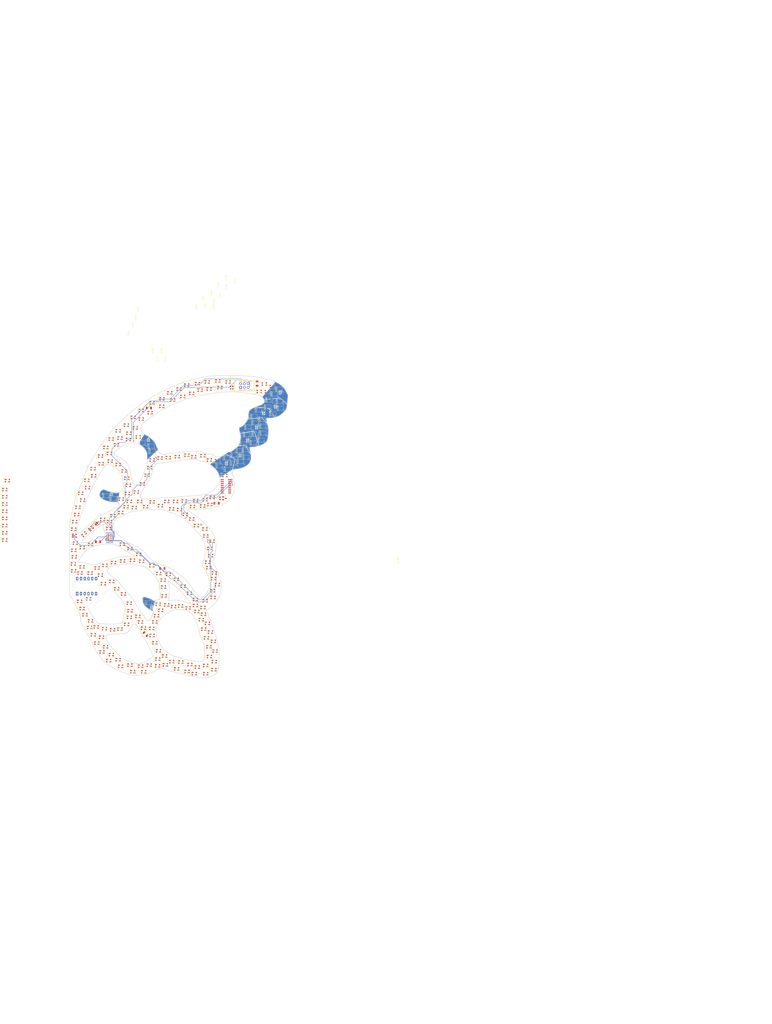
<source format=kicad_pcb>
(kicad_pcb (version 20220914) (generator pcbnew)
  (layers (0 "F.Cu" signal) (1 "In1.Cu" signal) (2 "In2.Cu" signal) (31 "B.Cu" signal) (34 "B.Paste" user) (35 "F.Paste" user) (36 "B.SilkS" user "B.Silkscreen") (37 "F.SilkS" user "F.Silkscreen") (38 "B.Mask" user) (39 "F.Mask" user) (44 "Edge.Cuts" user))
  (net 0 "")
  (net 1 "/5V")
  (net 2 "/GND")
  (net 3 "/3V3")
  (net 4 "/STBD_LED_1")
  (net 5 "/STBD_LED_2")
  (net 6 "/SCL")
  (net 7 "/STBD_GP0")
  (net 8 "/SDA")
  (net 9 "/STBD_GP1")
  (net 10 "Net-(D1-DIN)")
  (net 11 "Net-(J2-Pin_1)")
  (net 12 "Net-(D1-DOUT)")
  (net 13 "Net-(D2-DOUT)")
  (net 14 "Net-(D3-DOUT)")
  (net 15 "Net-(D4-DOUT)")
  (net 16 "Net-(D5-DOUT)")
  (net 17 "Net-(D6-DOUT)")
  (net 18 "Net-(D7-DOUT)")
  (net 19 "Net-(D8-DOUT)")
  (net 20 "Net-(D10-DIN)")
  (net 21 "Net-(D10-DOUT)")
  (net 22 "Net-(D11-DOUT)")
  (net 23 "Net-(D12-DOUT)")
  (net 24 "Net-(D13-DOUT)")
  (net 25 "Net-(D14-DOUT)")
  (net 26 "Net-(D15-DOUT)")
  (net 27 "Net-(D17-DOUT)")
  (net 28 "Net-(D18-DOUT)")
  (net 29 "Net-(D19-DOUT)")
  (net 30 "Net-(D20-DOUT)")
  (net 31 "Net-(D21-DOUT)")
  (net 32 "Net-(D22-DOUT)")
  (net 33 "Net-(D23-DOUT)")
  (net 34 "Net-(D24-DOUT)")
  (net 35 "Net-(D25-DOUT)")
  (net 36 "Net-(D26-DOUT)")
  (net 37 "Net-(D27-DOUT)")
  (net 38 "Net-(D28-DOUT)")
  (net 39 "Net-(D29-DOUT)")
  (net 40 "Net-(D30-DOUT)")
  (net 41 "Net-(D31-DOUT)")
  (net 42 "Net-(D33-DOUT)")
  (net 43 "Net-(D34-DOUT)")
  (net 44 "Net-(D35-DOUT)")
  (net 45 "Net-(D36-DOUT)")
  (net 46 "Net-(D37-DOUT)")
  (net 47 "Net-(D38-DOUT)")
  (net 48 "Net-(D39-DOUT)")
  (net 49 "Net-(D40-DOUT)")
  (net 50 "Net-(D41-DOUT)")
  (net 51 "Net-(D42-DOUT)")
  (net 52 "Net-(D43-DOUT)")
  (net 53 "Net-(D44-DOUT)")
  (net 54 "Net-(D45-DOUT)")
  (net 55 "Net-(D46-DOUT)")
  (net 56 "Net-(D47-DOUT)")
  (net 57 "Net-(D49-DOUT)")
  (net 58 "Net-(D50-DOUT)")
  (net 59 "Net-(D51-DOUT)")
  (net 60 "Net-(D52-DOUT)")
  (net 61 "Net-(D53-DOUT)")
  (net 62 "Net-(D54-DOUT)")
  (net 63 "Net-(D55-DOUT)")
  (net 64 "Net-(D56-DOUT)")
  (net 65 "Net-(D57-DOUT)")
  (net 66 "Net-(D58-DOUT)")
  (net 67 "Net-(D59-DOUT)")
  (net 68 "Net-(D60-DOUT)")
  (net 69 "Net-(D61-DOUT)")
  (net 70 "Net-(D62-DOUT)")
  (net 71 "Net-(D63-DOUT)")
  (net 72 "Net-(D65-DOUT)")
  (net 73 "Net-(D66-DOUT)")
  (net 74 "Net-(D67-DOUT)")
  (net 75 "Net-(D68-DOUT)")
  (net 76 "Net-(D69-DOUT)")
  (net 77 "Net-(D70-DOUT)")
  (net 78 "Net-(D71-DOUT)")
  (net 79 "Net-(D72-DOUT)")
  (net 80 "Net-(D73-DOUT)")
  (net 81 "Net-(D74-DOUT)")
  (net 82 "Net-(D75-DOUT)")
  (net 83 "Net-(D78-DOUT)")
  (net 84 "Net-(D79-DOUT)")
  (net 85 "Net-(D81-DOUT)")
  (net 86 "Net-(D82-DOUT)")
  (net 87 "Net-(D83-DOUT)")
  (net 88 "Net-(D84-DOUT)")
  (net 89 "Net-(D85-DOUT)")
  (net 90 "Net-(D86-DOUT)")
  (net 91 "Net-(D87-DOUT)")
  (net 92 "Net-(D88-DOUT)")
  (net 93 "Net-(D89-DOUT)")
  (net 94 "Net-(D90-DOUT)")
  (net 95 "Net-(D91-DOUT)")
  (net 96 "Net-(D92-DOUT)")
  (net 97 "Net-(D93-DOUT)")
  (net 98 "Net-(D94-DOUT)")
  (net 99 "Net-(D95-DOUT)")
  (net 100 "Net-(D97-DOUT)")
  (net 101 "Net-(D98-DOUT)")
  (net 102 "Net-(D16-DOUT)")
  (net 103 "Net-(D100-DOUT)")
  (net 104 "Net-(D101-DOUT)")
  (net 105 "Net-(D102-DOUT)")
  (net 106 "Net-(D103-DOUT)")
  (net 107 "Net-(D104-DOUT)")
  (net 108 "Net-(D105-DOUT)")
  (net 109 "Net-(D106-DOUT)")
  (net 110 "Net-(D107-DOUT)")
  (net 111 "Net-(D108-DOUT)")
  (net 112 "Net-(D109-DOUT)")
  (net 113 "Net-(D110-DOUT)")
  (net 114 "Net-(D111-DOUT)")
  (net 115 "Net-(D113-DOUT)")
  (net 116 "Net-(D114-DOUT)")
  (net 117 "Net-(D115-DOUT)")
  (net 118 "Net-(D116-DOUT)")
  (net 119 "Net-(D117-DOUT)")
  (net 120 "Net-(D118-DOUT)")
  (net 121 "Net-(D119-DOUT)")
  (net 122 "Net-(D120-DOUT)")
  (net 123 "Net-(D121-DOUT)")
  (net 124 "Net-(D122-DOUT)")
  (net 125 "Net-(D123-DOUT)")
  (net 126 "Net-(D124-DOUT)")
  (net 127 "Net-(D125-DOUT)")
  (net 128 "Net-(D126-DOUT)")
  (net 129 "Net-(D127-DOUT)")
  (net 130 "Net-(D129-DOUT)")
  (net 131 "Net-(D130-DOUT)")
  (net 132 "Net-(D131-DOUT)")
  (net 133 "Net-(D132-DOUT)")
  (net 134 "Net-(D133-DOUT)")
  (net 135 "Net-(D134-DOUT)")
  (net 136 "Net-(D135-DOUT)")
  (net 137 "Net-(D137-DOUT)")
  (net 138 "Net-(D139-DOUT)")
  (net 139 "Net-(D140-DOUT)")
  (net 140 "Net-(D141-DOUT)")
  (net 141 "Net-(D142-DOUT)")
  (net 142 "Net-(D143-DOUT)")
  (net 143 "Net-(D145-DOUT)")
  (net 144 "Net-(D146-DOUT)")
  (net 145 "Net-(D147-DOUT)")
  (net 146 "Net-(D148-DOUT)")
  (net 147 "Net-(D149-DOUT)")
  (net 148 "Net-(D150-DOUT)")
  (net 149 "Net-(D151-DOUT)")
  (net 150 "Net-(D152-DOUT)")
  (net 151 "Net-(D153-DOUT)")
  (net 152 "Net-(D154-DOUT)")
  (net 153 "Net-(D155-DOUT)")
  (net 154 "Net-(D156-DOUT)")
  (net 155 "Net-(D157-DOUT)")
  (net 156 "Net-(D158-DOUT)")
  (net 157 "Net-(D159-DOUT)")
  (net 158 "Net-(D161-DOUT)")
  (net 159 "Net-(D162-DOUT)")
  (net 160 "Net-(D163-DOUT)")
  (net 161 "Net-(D164-DOUT)")
  (net 162 "Net-(D165-DOUT)")
  (net 163 "Net-(D166-DOUT)")
  (net 164 "Net-(D167-DOUT)")
  (net 165 "Net-(D168-DOUT)")
  (net 166 "Net-(D169-DOUT)")
  (net 167 "Net-(D170-DOUT)")
  (net 168 "Net-(D171-DOUT)")
  (net 169 "Net-(D172-DOUT)")
  (net 170 "Net-(D173-DOUT)")
  (net 171 "Net-(D174-DOUT)")
  (net 172 "Net-(D175-DOUT)")
  (net 173 "Net-(D177-DOUT)")
  (net 174 "Net-(D178-DOUT)")
  (net 175 "Net-(D179-DOUT)")
  (net 176 "Net-(D180-DOUT)")
  (net 177 "Net-(D181-DOUT)")
  (net 178 "Net-(D182-DOUT)")
  (net 179 "Net-(D183-DOUT)")
  (net 180 "Net-(D184-DOUT)")
  (net 181 "Net-(D185-DOUT)")
  (net 182 "Net-(D186-DOUT)")
  (net 183 "Net-(D187-DOUT)")
  (net 184 "Net-(D188-DOUT)")
  (net 185 "Net-(D193-DOUT)")
  (net 186 "Net-(D194-DOUT)")
  (net 187 "Net-(D195-DOUT)")
  (net 188 "Net-(D196-DOUT)")
  (net 189 "Net-(D197-DOUT)")
  (net 190 "Net-(D198-DOUT)")
  (net 191 "Net-(D199-DOUT)")
  (net 192 "Net-(D200-DOUT)")
  (net 193 "Net-(D204-DOUT)")
  (net 194 "Net-(D205-DOUT)")
  (net 195 "Net-(D207-DOUT)")
  (net 196 "Net-(D209-DOUT)")
  (net 197 "Net-(D210-DOUT)")
  (net 198 "Net-(D211-DOUT)")
  (net 199 "Net-(D212-DOUT)")
  (net 200 "Net-(D213-DOUT)")
  (net 201 "Net-(D214-DOUT)")
  (net 202 "Net-(D215-DOUT)")
  (net 203 "Net-(D216-DOUT)")
  (net 204 "Net-(D217-DOUT)")
  (net 205 "Net-(D218-DOUT)")
  (net 206 "Net-(D219-DOUT)")
  (net 207 "Net-(D221-DOUT)")
  (net 208 "Net-(D222-DOUT)")
  (net 209 "Net-(D223-DOUT)")
  (net 210 "Net-(D225-DOUT)")
  (net 211 "Net-(D226-DOUT)")
  (net 212 "Net-(D228-DOUT)")
  (net 213 "Net-(D229-DOUT)")
  (net 214 "Net-(D230-DOUT)")
  (net 215 "Net-(D232-DOUT)")
  (net 216 "Net-(D233-DOUT)")
  (net 217 "Net-(D234-DOUT)")
  (net 218 "Net-(D235-DOUT)")
  (net 219 "Net-(D236-DOUT)")
  (net 220 "Net-(D237-DOUT)")
  (net 221 "Net-(D238-DOUT)")
  (net 222 "Net-(D239-DOUT)")
  (net 224 "Net-(D32-DOUT)")
  (net 225 "Net-(D48-DOUT)")
  (net 226 "Net-(D64-DOUT)")
  (net 227 "Net-(D80-DOUT)")
  (net 228 "Net-(D96-DOUT)")
  (net 229 "Net-(D100-DIN)")
  (net 230 "Net-(D112-DOUT)")
  (net 231 "Net-(D129-DIN)")
  (net 232 "Net-(D144-DOUT)")
  (net 233 "Net-(D160-DOUT)")
  (net 234 "Net-(D176-DOUT)")
  (net 235 "Net-(D224-DOUT)")
  (net 236 "Net-(D240-DOUT)")
  (net 237 "Net-(D241-DOUT)")
  (net 238 "Net-(D242-DOUT)")
  (net 239 "Net-(D243-DOUT)")
  (net 240 "Net-(D244-DOUT)")
  (net 241 "Net-(D247-DOUT)")
  (net 242 "Net-(D248-DOUT)")
  (net 243 "Net-(D249-DOUT)")
  (net 244 "Net-(D250-DOUT)")
  (net 245 "Net-(D251-DOUT)")
  (net 246 "Net-(D252-DOUT)")
  (net 247 "Net-(D253-DOUT)")
  (net 248 "Net-(D254-DOUT)")
  (net 249 "Net-(D255-DOUT)")
  (net 264 "/STBD_LED_1_OUT")
  (net 265 "Net-(U2-CH3)")
  (net 266 "Net-(U2-CH7)")
  (net 268 "Net-(D76-DOUT)")
  (net 269 "Net-(D78-DIN)")
  (net 270 "Net-(D137-DIN)")
  (net 271 "Net-(D139-DIN)")
  (net 272 "Net-(D190-DIN)")
  (net 273 "Net-(D190-DOUT)")
  (net 274 "Net-(D192-DIN)")
  (net 275 "Net-(D192-DOUT)")
  (net 276 "Net-(D201-DOUT)")
  (net 277 "Net-(D202-DOUT)")
  (net 278 "Net-(D203-DOUT)")
  (net 279 "Net-(D206-DOUT)")
  (net 280 "Net-(D208-DOUT)")
  (net 281 "Net-(D221-DIN)")
  (net 282 "Net-(D227-DOUT)")
  (net 283 "Net-(D232-DIN)")
  (net 284 "Net-(D245-DOUT)")
  (net 285 "Net-(D246-DOUT)")
  (net 286 "Net-(U2-CH9)")
  (net 287 "Net-(U2-CH8)")
  (net 288 "Net-(U2-CH6)")
  (net 289 "Net-(U2-CH5)")
  (net 290 "Net-(U2-CH4)")
  (net 291 "Net-(U2-CH2)")
  (net 292 "Net-(J17-Pin_1)")
  (net 293 "Net-(U2-CH0)")
  (footprint "XL3528RGBW:XL-3528RGBW" (layer "F.Cu") (at 204.1 82.7)
    (fp_text reference "D136")
    (fp_text value "SK6812")
  )
  (footprint "XL3528RGBW:XL-3528RGBW" (layer "F.Cu") (at 181.3 75)
    (fp_text reference "D150")
    (fp_text value "SK6812")
  )
  (footprint "TestPoint:TestPoint_THTPad_1.0x1.0mm_Drill0.5mm" (layer "F.Cu") (at 284.2 53.5)
    (fp_text reference "J17")
    (fp_text value "Conn_01x01_Female")
  )
  (footprint "XL3528RGBW:XL-3528RGBW" (layer "F.Cu") (at 183.358893 164.826393)
    (fp_text reference "D23")
    (fp_text value "SK6812")
  )
  (footprint "XL3528RGBW:XL-3528RGBW" (layer "F.Cu") (at 187.8 129.2)
    (fp_text reference "D9")
    (fp_text value "SK6812")
  )
  (footprint "XL3528RGBW:XL-3528RGBW" (layer "F.Cu") (at 215.858893 120.026393)
    (fp_text reference "D134")
    (fp_text value "SK6812")
  )
  (footprint "XL3528RGBW:XL-3528RGBW" (layer "F.Cu") (at 224.9 174.7)
    (fp_text reference "D81")
    (fp_text value "SK6812")
  )
  (footprint "XL3528RGBW:XL-3528RGBW" (layer "F.Cu") (at 176.2 132.6)
    (fp_text reference "D7")
    (fp_text value "SK6812")
  )
  (footprint "XL3528RGBW:XL-3528RGBW-NoVia" (layer "F.Cu") (at 307.758893 11.826393)
    (fp_text reference "D193")
    (fp_text value "SK6812")
  )
  (footprint "XL3528RGBW:XL-3528RGBW" (layer "F.Cu") (at 196.1 51.9)
    (fp_text reference "D158")
    (fp_text value "SK6812")
  )
  (footprint "XL3528RGBW:XL-3528RGBW" (layer "F.Cu") (at 260.5 102.9)
    (fp_text reference "D114")
    (fp_text value "SK6812")
  )
  (footprint "XL3528RGBW:XL-3528RGBW" (layer "F.Cu") (at 201.958893 191.026393)
    (fp_text reference "D36")
    (fp_text value "SK6812")
  )
  (footprint "XL3528RGBW:XL-3528RGBW-NoVia" (layer "F.Cu") (at 276.2 62.7)
    (fp_text reference "D218")
    (fp_text value "SK6812")
  )
  (footprint "TestPoint:TestPoint_THTPad_1.0x1.0mm_Drill0.5mm" (layer "F.Cu") (at 258.1 99.9)
    (fp_text reference "J2")
    (fp_text value "Conn_01x01_Female")
  )
  (footprint "XL3528RGBW:XL-3528RGBW" (layer "F.Cu") (at 261.1 194.9)
    (fp_text reference "D55")
    (fp_text value "SK6812")
  )
  (footprint "XL3528RGBW:XL-3528RGBW" (layer "F.Cu") (at 208.9 73.4)
    (fp_text reference "D141")
    (fp_text value "SK6812")
  )
  (footprint "XL3528RGBW:XL-3528RGBW" (layer "F.Cu") (at 259.158893 53.426393)
    (fp_text reference "D222")
    (fp_text value "SK6812")
  )
  (footprint "XL3528RGBW:XL-3528RGBW" (layer "F.Cu") (at 190.5 58.9)
    (fp_text reference "D146")
    (fp_text value "SK6812")
  )
  (footprint "XL3528RGBW:XL-3528RGBW" (layer "F.Cu") (at 270.65 7.45)
    (fp_text reference "D186")
    (fp_text value "SK6812")
  )
  (footprint "XL3528RGBW:XL-3528RGBW" (layer "F.Cu") (at 209.2 38.3)
    (fp_text reference "D164")
    (fp_text value "SK6812")
  )
  (footprint "XL3528RGBW:XL-3528RGBW" (layer "F.Cu") (at 259.758893 170.426393)
    (fp_text reference "D64")
    (fp_text value "SK6812")
  )
  (footprint "Package_TO_SOT_SMD:SOT-23-5" (layer "F.Cu") (at 183.6 102.5 45)
    (fp_text reference "U4")
    (fp_text value "SN74LV1T34DBV")
  )
  (footprint "XL3528RGBW:XL-3528RGBW-NoVia" (layer "F.Cu") (at 298.858893 42.926393)
    (fp_text reference "D206")
    (fp_text value "SK6812")
  )
  (footprint "XL3528RGBW:XL-3528RGBW" (layer "F.Cu") (at 209.5 152.9)
    (fp_text reference "D15")
    (fp_text value "SK6812")
  )
  (footprint "XL3528RGBW:XL-3528RGBW" (layer "F.Cu") (at 187.6 179.8)
    (fp_text reference "D31")
    (fp_text value "SK6812")
  )
  (footprint "XL3528RGBW:XL-3528RGBW" (layer "F.Cu") (at 213.558893 34.726393)
    (fp_text reference "D167")
    (fp_text value "SK6812")
  )
  (footprint "XL3528RGBW:XL-3528RGBW-NoVia" (layer "F.Cu") (at 286.658893 45.426393)
    (fp_text reference "D210")
    (fp_text value "SK6812")
  )
  (footprint "XL3528RGBW:XL-3528RGBW" (layer "F.Cu") (at 248.5 199)
    (fp_text reference "D50")
    (fp_text value "SK6812")
  )
  (footprint "XL3528RGBW:XL-3528RGBW" (layer "F.Cu") (at 263.558893 188.926393)
    (fp_text reference "D58")
    (fp_text value "SK6812")
  )
  (footprint "XL3528RGBW:XL-3528RGBW" (layer "F.Cu") (at 250.4 194.3)
    (fp_text reference "D51")
    (fp_text value "SK6812")
  )
  (footprint "XL3528RGBW:XL-3528RGBW" (layer "F.Cu") (at 259.6 160.4)
    (fp_text reference "D67")
    (fp_text value "SK6812")
  )
  (footprint "XL3528RGBW:XL-3528RGBW" (layer "F.Cu") (at 249.2 156.15)
    (fp_text reference "D71")
    (fp_text value "SK6812")
  )
  (footprint "Package_TO_SOT_SMD:SOT-23-5" (layer "F.Cu") (at 172.5 107.4)
    (fp_text reference "U3")
    (fp_text value "SN74LV1T34DBV")
  )
  (footprint "XL3528RGBW:XL-3528RGBW" (layer "F.Cu") (at 202 36.65)
    (fp_text reference "D165")
    (fp_text value "SK6812")
  )
  (footprint "XL3528RGBW:XL-3528RGBW" (layer "F.Cu") (at 219.05 169.75)
    (fp_text reference "D84")
    (fp_text value "SK6812")
  )
  (footprint "XL3528RGBW:XL-3528RGBW" (layer "F.Cu") (at 254.1 150.4)
    (fp_text reference "D101")
    (fp_text value "SK6812")
  )
  (footprint "Capacitor_SMD:C_1206_3216Metric" (layer "F.Cu") (at 188.4 111.5 180)
    (fp_text reference "C2")
    (fp_text value "22uF")
  )
  (footprint "XL3528RGBW:XL-3528RGBW" (layer "F.Cu") (at 253.35 200.45)
    (fp_text reference "D52")
    (fp_text value "SK6812")
  )
  (footprint "XL3528RGBW:XL-3528RGBW" (layer "F.Cu") (at 233.8 194.5)
    (fp_text reference "D46")
    (fp_text value "SK6812")
  )
  (footprint "XL3528RGBW:XL-3528RGBW" (layer "F.Cu") (at 251.6 11.45)
    (fp_text reference "D180")
    (fp_text value "SK6812")
  )
  (footprint "XL3528RGBW:XL-3528RGBW" (layer "F.Cu") (at 265.5 81.6)
    (fp_text reference "D247")
    (fp_text value "SK6812")
  )
  (footprint "TestPoint:TestPoint_THTPad_1.0x1.0mm_Drill0.5mm" (layer "F.Cu") (at 311.3 11.1)
    (fp_text reference "J11")
    (fp_text value "Conn_01x01_Female")
  )
  (footprint "XL3528RGBW:XL-3528RGBW" (layer "F.Cu") (at 250.158893 146.226393)
    (fp_text reference "D100")
    (fp_text value "SK6812")
  )
  (footprint "XL3528RGBW:XL-3528RGBW" (layer "F.Cu") (at 263.258893 182.326393)
    (fp_text reference "D60")
    (fp_text value "SK6812")
  )
  (footprint "XL3528RGBW:XL-3528RGBW" (layer "F.Cu") (at 197.65 138.25)
    (fp_text reference "D12")
    (fp_text value "SK6812")
  )
  (footprint "XL3528RGBW:XL-3528RGBW" (layer "F.Cu") (at 262.4 125.3)
    (fp_text reference "D109")
    (fp_text value "SK6812")
  )
  (footprint "XL3528RGBW:XL-3528RGBW" (layer "F.Cu") (at 253 54.2)
    (fp_text reference "D223")
    (fp_text value "SK6812")
  )
  (footprint "XL3528RGBW:XL-3528RGBW" (layer "F.Cu") (at 263.558893 56.326393)
    (fp_text reference "D221")
    (fp_text value "SK6812")
  )
  (footprint "XL3528RGBW:XL-3528RGBW-NoVia" (layer "F.Cu") (at 300.6 5.1)
    (fp_text reference "D189")
    (fp_text value "SK6812")
  )
  (footprint "XL3528RGBW:XL-3528RGBW" (layer "F.Cu") (at 232.358893 137.326393)
    (fp_text reference "D94")
    (fp_text value "SK6812")
  )
  (footprint "XL3528RGBW:XL-3528RGBW" (layer "F.Cu") (at 266.858893 192.326393)
    (fp_text reference "D57")
    (fp_text value "SK6812")
  )
  (footprint "XL3528RGBW:XL-3528RGBW" (layer "F.Cu") (at 172 103.05)
    (fp_text reference "D156")
    (fp_text value "SK6812")
  )
  (footprint "XL3528RGBW:XL-3528RGBW" (layer "F.Cu") (at 192 139.8)
    (fp_text reference "D11")
    (fp_text value "SK6812")
  )
  (footprint "XL3528RGBW:XL-3528RGBW" (layer "F.Cu") (at 261.6 176.3)
    (fp_text reference "D62")
    (fp_text value "SK6812")
  )
  (footprint "XL3528RGBW:XL-3528RGBW-NoVia" (layer "F.Cu") (at 275.7 54.9)
    (fp_text reference "D216")
    (fp_text value "SK6812")
  )
  (footprint "XL3528RGBW:XL-3528RGBW-NoVia" (layer "F.Cu") (at 224.7 47.1)
    (fp_text reference "D229")
    (fp_text value "SK6812")
  )
  (footprint "XL3528RGBW:XL-3528RGBW-NoVia" (layer "F.Cu") (at 302.7 10.3)
    (fp_text reference "D191")
    (fp_text value "SK6812")
  )
  (footprint "XL3528RGBW:XL-3528RGBW-NoVia" (layer "F.Cu") (at 284.958893 57.426393)
    (fp_text reference "D215")
    (fp_text value "SK6812")
  )
  (footprint "XL3528RGBW:XL-3528RGBW" (layer "F.Cu") (at 266.358893 136.326393)
    (fp_text reference "D106")
    (fp_text value "SK6812")
  )
  (footprint "XL3528RGBW:XL-3528RGBW" (layer "F.Cu") (at 212.9 88.5)
    (fp_text reference "D122")
    (fp_text value "SK6812")
  )
  (footprint "XL3528RGBW:XL-3528RGBW" (layer "F.Cu") (at 262.1 3.7)
    (fp_text reference "D184")
    (fp_text value "SK6812")
  )
  (footprint "XL3528RGBW:XL-3528RGBW" (layer "F.Cu") (at 224.9 17.8)
    (fp_text reference "D172")
    (fp_text value "SK6812")
  )
  (footprint "XL3528RGBW:XL-3528RGBW" (layer "F.Cu") (at 125.491107 81.150969)
    (fp_text reference "D250")
    (fp_text value "SK6812")
  )
  (footprint "XL3528RGBW:XL-3528RGBW-NoVia" (layer "F.Cu") (at 215.558893 40.826393)
    (fp_text reference "D231")
    (fp_text value "SK6812")
  )
  (footprint "XL3528RGBW:XL-3528RGBW" (layer "F.Cu") (at 187.158893 168.926393)
    (fp_text reference "D22")
    (fp_text value "SK6812")
  )
  (footprint "XL3528RGBW:XL-3528RGBW" (layer "F.Cu") (at 172.658893 97.926393)
    (fp_text reference "D155")
    (fp_text value "SK6812")
  )
  (footprint "XL3528RGBW:XL-3528RGBW" (layer "F.Cu") (at 179 106.4 45)
    (fp_text reference "D129")
    (fp_text value "SK6812")
  )
  (footprint "XL3528RGBW:XL-3528RGBW" (layer "F.Cu") (at 193.55 182.35)
    (fp_text reference "D32")
    (fp_text value "SK6812")
  )
  (footprint "XL3528RGBW:XL-3528RGBW" (layer "F.Cu") (at 226.75 165.55)
    (fp_text reference "D79")
    (fp_text value "SK6812")
  )
  (footprint "XL3528RGBW:XL-3528RGBW" (layer "F.Cu") (at 201.958893 59.426393)
    (fp_text reference "D144")
    (fp_text value "SK6812")
  )
  (footprint "XL3528RGBW:XL-3528RGBW" (layer "F.Cu") (at 197.4 187.6)
    (fp_text reference "D34")
    (fp_text value "SK6812")
  )
  (footprint "XL3528RGBW:XL-3528RGBW" (layer "F.Cu") (at 185.15 174.25)
    (fp_text reference "D29")
    (fp_text value "SK6812")
  )
  (footprint "XL3528RGBW:XL-3528RGBW" (layer "F.Cu") (at 261.158893 107.626393)
    (fp_text reference "D113")
    (fp_text value "SK6812")
  )
  (footprint "XL3528RGBW:XL-3528RGBW" (layer "F.Cu") (at 238.2 192.35)
    (fp_text reference "D47")
    (fp_text value "SK6812")
  )
  (footprint "XL3528RGBW:XL-3528RGBW-NoVia" (layer "F.Cu") (at 288.758893 54.526393)
    (fp_text reference "D213")
    (fp_text value "SK6812")
  )
  (footprint "XL3528RGBW:XL-3528RGBW" (layer "F.Cu") (at 217.1 165.6)
    (fp_text reference "D85")
    (fp_text value "SK6812")
  )
  (footprint "XL3528RGBW:XL-3528RGBW" (layer "F.Cu") (at 183.058893 132.626393)
    (fp_text reference "D8")
    (fp_text value "SK6812")
  )
  (footprint "XL3528RGBW:XL-3528RGBW-NoVia" (layer "F.Cu") (at 270.6 60.4)
    (fp_text reference "D219")
    (fp_text value "SK6812")
  )
  (footprint "XL3528RGBW:XL-3528RGBW-NoVia" (layer "F.Cu") (at 311.3 16.8)
    (fp_text reference "D194")
    (fp_text value "SK6812")
  )
  (footprint "XL3528RGBW:XL-3528RGBW" (layer "F.Cu") (at 266.9 132.5)
    (fp_text reference "D107")
    (fp_text value "SK6812")
  )
  (footprint "XL3528RGBW:XL-3528RGBW" (layer "F.Cu") (at 196.6 57.1)
    (fp_text reference "D145")
    (fp_text value "SK6812")
  )
  (footprint "XL3528RGBW:XL-3528RGBW" (layer "F.Cu") (at 207.7 167.2)
    (fp_text reference "D18")
    (fp_text value "SK6812")
  )
  (footprint "XL3528RGBW:XL-3528RGBW" (layer "F.Cu") (at 209.958893 116.126393)
    (fp_text reference "D133")
    (fp_text value "SK6812")
  )
  (footprint "XL3528RGBW:XL-3528RGBW" (layer "F.Cu") (at 220.558893 87.826393)
    (fp_text reference "D120")
    (fp_text value "SK6812")
  )
  (footprint "XL3528RGBW:XL-3528RGBW" (layer "F.Cu") (at 276.158893 3.726393)
    (fp_text reference "D187")
    (fp_text value "SK6812")
  )
  (footprint "XL3528RGBW:XL-3528RGBW" (layer "F.Cu") (at 219.2 199.2)
    (fp_text reference "D41")
    (fp_text value "SK6812")
  )
  (footprint "XL3528RGBW:XL-3528RGBW" (layer "F.Cu") (at 195.558893 191.626393)
    (fp_text reference "D35")
    (fp_text value "SK6812")
  )
  (footprint "XL3528RGBW:XL-3528RGBW" (layer "F.Cu") (at 127.258893 70.226393)
    (fp_text reference "D248")
    (fp_text value "SK6812")
  )
  (footprint "XL3528RGBW:XL-3528RGBW-NoVia" (layer "F.Cu") (at 311.958893 21.426393)
    (fp_text reference "D196")
    (fp_text value "SK6812")
  )
  (footprint "XL3528RGBW:XL-3528RGBW" (layer "F.Cu") (at 230.258893 55.026393)
    (fp_text reference "D227")
    (fp_text value "SK6812")
  )
  (footprint "TestPoint:TestPoint_THTPad_1.0x1.0mm_Drill0.5mm" (layer "F.Cu") (at 295.4 34.6)
    (fp_text reference "J15")
    (fp_text value "Conn_01x01_Female")
  )
  (footprint "XL3528RGBW:XL-3528RGBW" (layer "F.Cu") (at 224.858893 56.326393)
    (fp_text reference "D232")
    (fp_text value "SK6812")
  )
  (footprint "XL3528RGBW:XL-3528RGBW" (layer "F.Cu") (at 205 124.5)
    (fp_text reference "D89")
    (fp_text value "SK6812")
  )
  (footprint "XL3528RGBW:XL-3528RGBW-NoVia" (layer "F.Cu") (at 284.2 50.1)
    (fp_text reference "D212")
    (fp_text value "SK6812")
  )
  (footprint "XL3528RGBW:XL-3528RGBW" (layer "F.Cu") (at 183.35 113.25)
    (fp_text reference "D131")
    (fp_text value "SK6812")
  )
  (footprint "XL3528RGBW:XL-3528RGBW" (layer "F.Cu") (at 255.1 158.5)
    (fp_text reference "D68")
    (fp_text value "SK6812")
  )
  (footprint "XL3528RGBW:XL-3528RGBW" (layer "F.Cu") (at 266.6 197.75)
    (fp_text reference "D56")
    (fp_text value "SK6812")
  )
  (footprint "XL3528RGBW:XL-3528RGBW" (layer "F.Cu") (at 211.658893 123.926393)
    (fp_text reference "D90")
    (fp_text value "SK6812")
  )
  (footprint "XL3528RGBW:XL-3528RGBW" (layer "F.Cu") (at 215.3 161.8)
    (fp_text reference "D86")
    (fp_text value "SK6812")
  )
  (footprint "Capacitor_SMD:C_1206_3216Metric" (layer "F.Cu") (at 268.4 85.5)
    (fp_text reference "C44")
    (fp_text value "22uF")
  )
  (footprint "XL3528RGBW:XL-3528RGBW-NoVia" (layer "F.Cu") (at 306.858893 25.226393)
    (fp_text reference "D198")
    (fp_text value "SK6812")
  )
  (footprint "Capacitor_SMD:C_0603_1608Metric" (layer "F.Cu") (at 270.7 82.2 90)
    (fp_text reference "C3")
    (fp_text value "10uF")
  )
  (footprint "XL3528RGBW:XL-3528RGBW" (layer "F.Cu") (at 230.658893 157.726393)
    (fp_text reference "D75")
    (fp_text value "SK6812")
  )
  (footprint "XL3528RGBW:XL-3528RGBW-NoVia" (layer "F.Cu") (at 273.958893 66.826393)
    (fp_text reference "D246")
    (fp_text value "SK6812")
  )
  (footprint "Capacitor_SMD:C_1206_3216Metric" (layer "F.Cu") (at 295.7 4.8 90)
    (fp_text reference "C40")
    (fp_text value "22uF")
  )
  (footprint "XL3528RGBW:XL-3528RGBW" (layer "F.Cu") (at 201 143.2)
    (fp_text reference "D13")
    (fp_text value "SK6812")
  )
  (footprint "XL3528RGBW:XL-3528RGBW" (layer "F.Cu") (at 227.9 161.4)
    (fp_text reference "D78")
    (fp_text value "SK6812")
  )
  (footprint "XL3528RGBW:XL-3528RGBW" (layer "F.Cu") (at 172.358893 121.626393)
    (fp_text reference "D3")
    (fp_text value "SK6812")
  )
  (footprint "XL3528RGBW:XL-3528RGBW" (layer "F.Cu") (at 179.558893 160.726393)
    (fp_text reference "D24")
    (fp_text value "SK6812")
  )
  (footprint "XL3528RGBW:XL-3528RGBW" (layer "F.Cu") (at 241.3 136.8)
    (fp_text reference "D98")
    (fp_text value "SK6812")
  )
  (footprint "XL3528RGBW:XL-3528RGBW" (layer "F.Cu") (at 233 148)
    (fp_text reference "D96")
    (fp_text value "SK6812")
  )
  (footprint "XL3528RGBW:XL-3528RGBW" (layer "F.Cu") (at 241.45 197.25)
    (fp_text reference "D49")
    (fp_text value "SK6812")
  )
  (footprint "XL3528RGBW:XL-3528RGBW" (layer "F.Cu") (at 205.958893 63.726393)
    (fp_text reference "D143")
    (fp_text value "SK6812")
  )
  (footprint "XL3528RGBW:XL-3528RGBW-NoVia" (layer "F.Cu") (at 194.1 80.5)
    (fp_text reference "D138")
    (fp_text value "SK6812")
  )
  (footprint "XL3528RGBW:XL-3528RGBW" (layer "F.Cu") (at 255.55 4.85)
    (fp_text reference "D181")
    (fp_text value "SK6812")
  )
  (footprint "XL3528RGBW:XL-3528RGBW" (layer "F.Cu") (at 245.6 13.5)
    (fp_text reference "D178")
    (fp_text value "SK6812")
  )
  (footprint "XL3528RGBW:XL-3528RGBW-NoVia" (layer "F.Cu") (at 294.858893 38.926393)
    (fp_text reference "D207")
    (fp_text value "SK6812")
  )
  (footprint "XL3528RGBW:XL-3528RGBW" (layer "F.Cu") (at 205.6 146.7)
    (fp_text reference "D14")
    (fp_text value "SK6812")
  )
  (footprint "XL3528RGBW:XL-3528RGBW" (layer "F.Cu") (at 226.75 179.65)
    (fp_text reference "D82")
    (fp_text value "SK6812")
  )
  (footprint "XL3528RGBW:XL-3528RGBW" (layer "F.Cu") (at 236.8 11.1)
    (fp_text reference "D175")
    (fp_text value "SK6812")
  )
  (footprint "XL3528RGBW:XL-3528RGBW" (layer "F.Cu") (at 228.758893 190.626393)
    (fp_text reference "D44")
    (fp_text value "SK6812")
  )
  (footprint "XL3528RGBW:XL-3528RGBW" (layer "F.Cu") (at 235.758893 54.726393)
    (fp_text reference "D226")
    (fp_text value "SK6812")
  )
  (footprint "XL3528RGBW:XL-3528RGBW-NoVia" (layer "F.Cu") (at 199.058893 82.326393)
    (fp_text reference "D137")
    (fp_text value "SK6812")
  )
  (footprint "XL3528RGBW:XL-3528RGBW" (layer "F.Cu") (at 192.758893 170.126393)
    (fp_text reference "D21")
    (fp_text value "SK6812")
  )
  (footprint "XL3528RGBW:XL-3528RGBW" (layer "F.Cu") (at 125.491107 90.885397)
    (fp_text reference "D252")
    (fp_text value "SK6812")
  )
  (footprint "XL3528RGBW:XL-3528RGBW" (layer "F.Cu") (at 209.558893 84.226393)
    (fp_text reference "D123")
    (fp_text value "SK6812")
  )
  (footprint "XL3528RGBW:XL-3528RGBW" (layer "F.Cu") (at 255.4 196)
    (fp_text reference "D53")
    (fp_text value "SK6812")
  )
  (footprint "XL3528RGBW:XL-3528RGBW-NoVia" (layer "F.Cu") (at 305.958893 6.826393)
    (fp_text reference "D190")
    (fp_text value "SK6812")
  )
  (footprint "XL3528RGBW:XL-3528RGBW" (layer "F.Cu") (at 217.2 195.4)
    (fp_text reference "D40")
    (fp_text value "SK6812")
  )
  (footprint "XL3528RGBW:XL-3528RGBW" (layer "F.Cu") (at 216.55 84.35)
    (fp_text reference "D121")
    (fp_text value "SK6812")
  )
  (footprint "XL3528RGBW:XL-3528RGBW" (layer "F.Cu") (at 191.1 185.8)
    (fp_text reference "D33")
    (fp_text value "SK6812")
  )
  (footprint "XL3528RGBW:XL-3528RGBW" (layer "F.Cu") (at 190 134)
    (fp_text reference "D10")
    (fp_text value "SK6812")
  )
  (footprint "XL3528RGBW:XL-3528RGBW" (layer "F.Cu") (at 174.858893 88.226393)
    (fp_text reference "D153")
    (fp_text value "SK6812")
  )
  (footprint "XL3528RGBW:XL-3528RGBW" (layer "F.Cu") (at 257.3 9.2)
    (fp_text reference "D182")
    (fp_text value "SK6812")
  )
  (footprint "XL3528RGBW:XL-3528RGBW" (layer "F.Cu") (at 261.1 200.5)
    (fp_text reference "D54")
    (fp_text value "SK6812")
  )
  (footprint "XL3528RGBW:XL-3528RGBW" (layer "F.Cu") (at 233.35 188.55)
    (fp_text reference "D45")
    (fp_text value "SK6812")
  )
  (footprint "XL3528RGBW:XL-3528RGBW-NoVia" (layer "F.Cu") (at 303.358893 20.626393)
    (fp_text reference "D197")
    (fp_text value "SK6812")
  )
  (footprint "XL3528RGBW:XL-3528RGBW" (layer "F.Cu") (at 173.1 112.4)
    (fp_text reference "D2")
    (fp_text value "SK6812")
  )
  (footprint "XL3528RGBW:XL-3528RGBW" (layer "F.Cu") (at 198.858893 125.526393)
    (fp_text reference "D88")
    (fp_text value "SK6812")
  )
  (footprint "XL3528RGBW:XL-3528RGBW" (layer "F.Cu") (at 203.2 41.6)
    (fp_text reference "D162")
    (fp_text value "SK6812")
  )
  (footprint "Package_TO_SOT_SMD:SOT-23" (layer "F.Cu") (at 273.7 82.2)
    (fp_text reference "U1")
    (fp_text value "XC6206PxxxMR")
  )
  (footprint "XL3528RGBW:XL-3528RGBW" (layer "F.Cu") (at 125.491107 86.018183)
    (fp_text reference "D251")
    (fp_text value "SK6812")
  )
  (footprint "XL3528RGBW:XL-3528RGBW" (layer "F.Cu") (at 238.8 15.9)
    (fp_text reference "D176")
    (fp_text value "SK6812")
  )
  (footprint "XL3528RGBW:XL-3528RGBW" (layer "F.Cu") (at 244.1 154.8)
    (fp_text reference "D72")
    (fp_text value "SK6812")
  )
  (footprint "XL3528RGBW:XL-3528RGBW" (layer "F.Cu") (at 263.2 129)
    (fp_text reference "D108")
    (fp_text value "SK6812")
  )
  (footprint "XL3528RGBW:XL-3528RGBW" (layer "F.Cu") (at 266.05 149.05)
    (fp_text reference "D103")
    (fp_text value "SK6812")
  )
  (footprint "XL3528RGBW:XL-3528RGBW" (layer "F.Cu") (at 264.3 172.4)
    (fp_text reference "D63")
    (fp_text value "SK6812")
  )
  (footprint "XL3528RGBW:XL-3528RGBW" (layer "F.Cu") (at 232.65 142.05)
    (fp_text reference "D95")
    (fp_text value "SK6812")
  )
  (footprint "XL3528RGBW:XL-3528RGBW" (layer "F.Cu") (at 217.55 22.95)
    (fp_text reference "D170")
    (fp_text value "SK6812")
  )
  (footprint "XL3528RGBW:XL-3528RGBW" (layer "F.Cu") (at 204.758893 113.126393)
    (fp_text reference "D132")
    (fp_text value "SK6812")
  )
  (footprint "XL3528RGBW:XL-3528RGBW" (layer "F.Cu") (at 190.8 175.9)
    (fp_text reference "D30")
    (fp_text value "SK6812")
  )
  (footprint "XL3528RGBW:XL-3528RGBW" (layer "F.Cu") (at 210 158)
    (fp_text reference "D16")
    (fp_text value "SK6812")
  )
  (footprint "XL3528RGBW:XL-3528RGBW" (layer "F.Cu") (at 203.2 170.4)
    (fp_text reference "D19")
    (fp_text value "SK6812")
  )
  (footprint "XL3528RGBW:XL-3528RGBW" (layer "F.Cu") (at 243.4 89.8)
    (fp_text reference "D239")
    (fp_text value "SK6812")
  )
  (footprint "Capacitor_SMD:C_0603_1608Metric" (layer "F.Cu") (at 278.6 8.4 180)
    (fp_text reference "C42")
    (fp_text value "10uF")
  )
  (footprint "XL3528RGBW:XL-3528RGBW" (layer "F.Cu") (at 268.958893 140.426393)
    (fp_text reference "D105")
    (fp_text value "SK6812")
  )
  (footprint "XL3528RGBW:XL-3528RGBW" (layer "F.Cu") (at 263.9 116)
    (fp_text reference "D111")
    (fp_text value "SK6812")
  )
  (footprint "XL3528RGBW:XL-3528RGBW" (layer "F.Cu") (at 180.858893 70.026393)
    (fp_text reference "D149")
    (fp_text value "SK6812")
  )
  (footprint "XL3528RGBW:XL-3528RGBW" (layer "F.Cu") (at 231.55 15.15)
    (fp_text reference "D174")
    (fp_text value "SK6812")
  )
  (footprint "Capacitor_SMD:C_0603_1608Metric" (layer "F.Cu") (at 278.6 6.7 180)
    (fp_text reference "C43")
    (fp_text value "10uF")
  )
  (footprint "XL3528RGBW:XL-3528RGBW" (layer "F.Cu") (at 182.758893 169.326393)
    (fp_text reference "D28")
    (fp_text value "SK6812")
  )
  (footprint "XL3528RGBW:XL-3528RGBW" (layer "F.Cu") (at 222.958893 194.726393)
    (fp_text reference "D42")
    (fp_text value "SK6812")
  )
  (footprint "XL3528RGBW:XL-3528RGBW" (layer "F.Cu") (at 209.9 194.7)
    (fp_text reference "D38")
    (fp_text value "SK6812")
  )
  (footprint "Capacitor_SMD:C_1206_3216Metric" (layer "F.Cu") (at 222.7 21.3)
    (fp_text reference "C39")
    (fp_text value "22uF")
  )
  (footprint "XL3528RGBW:XL-3528RGBW" (layer "F.Cu") (at 244.3 192.6)
    (fp_text reference "D48")
    (fp_text value "SK6812")
  )
  (footprint "XL3528RGBW:XL-3528RGBW-NoVia" (layer "F.Cu") (at 269.05 56.75)
    (fp_text reference "D220")
    (fp_text value "SK6812")
  )
  (footprint "XL3528RGBW:XL-3528RGBW" (layer "F.Cu") (at 265.758893 144.526393)
    (fp_text reference "D104")
    (fp_text value "SK6812")
  )
  (footprint "XL3528RGBW:XL-3528RGBW" (layer "F.Cu") (at 254.85 100.55)
    (fp_text reference "D115")
    (fp_text value "SK6812")
  )
  (footprint "XL3528RGBW:XL-3528RGBW-NoVia" (layer "F.Cu") (at 280.6 52.9)
    (fp_text reference "D214")
    (fp_text value "SK6812")
  )
  (footprint "XL3528RGBW:XL-3528RGBW" (layer "F.Cu") (at 193.058893 127.426393)
    (fp_text reference "D87")
    (fp_text value "SK6812")
  )
  (footprint "XL3528RGBW:XL-3528RGBW" (layer "F.Cu") (at 229.358893 132.926393)
    (fp_text reference "D93")
    (fp_text value "SK6812")
  )
  (footprint "XL3528RGBW:XL-3528RGBW" (layer "F.Cu") (at 174.058893 93.126393)
    (fp_text reference "D154")
    (fp_text value "SK6812")
  )
  (footprint "XL3528RGBW:XL-3528RGBW" (layer "F.Cu") (at 185.058893 62.226393)
    (fp_text reference "D147")
    (fp_text value "SK6812")
  )
  (footprint "XL3528RGBW:XL-3528RGBW" (layer "F.Cu") (at 259.25 155.85)
    (fp_text reference "D69")
    (fp_text value "SK6812")
  )
  (footprint "XL3528RGBW:XL-3528RGBW" (layer "F.Cu") (at 211.85 199.15)
    (fp_text reference "D39")
    (fp_text value "SK6812")
  )
  (footprint "XL3528RGBW:XL-3528RGBW" (layer "F.Cu") (at 240.7 84.3)
    (fp_text reference "D238")
    (fp_text value "SK6812")
  )
  (footprint "TestPoint:TestPoint_THTPad_1.0x1.0mm_Drill0.5mm" (layer "F.Cu") (at 224.7 156.2)
    (fp_text reference "J10")
    (fp_text value "Conn_01x01_Female")
  )
  (footprint "XL3528RGBW:XL-3528RGBW" (layer "F.Cu") (at 247.3 93)
    (fp_text reference "D117")
    (fp_text value "SK6812")
  )
  (footprint "XL3528RGBW:XL-3528RGBW" (layer "F.Cu") (at 259 87.4)
    (fp_text reference "D243")
    (fp_text value "SK6812")
  )
  (footprint "XL3528RGBW:XL-3528RGBW" (layer "F.Cu") (at 217.9 124.6)
    (fp_text reference "D91")
    (fp_text value "SK6812")
  )
  (footprint "XL3528RGBW:XL-3528RGBW" (layer "F.Cu") (at 185.5 67)
    (fp_text reference "D148")
    (fp_text value "SK6812")
  )
  (footprint "XL3528RGBW:XL-3528RGBW" (layer "F.Cu") (at 209.55 162.45)
    (fp_text reference "D17")
    (fp_text value "SK6812")
  )
  (footprint "XL3528RGBW:XL-3528RGBW-NoVia" (layer "F.Cu") (at 300.1 38.2)
    (fp_text reference "D205")
    (fp_text value "SK6812")
  )
  (footprint "XL3528RGBW:XL-3528RGBW" (layer "F.Cu") (at 177.658893 156.526393)
    (fp_text reference "D25")
    (fp_text value "SK6812")
  )
  (footprint "XL3528RGBW:XL-3528RGBW-NoVia" (layer "F.Cu") (at 290.058893 34.126393)
    (fp_text reference "D204")
    (fp_text value "SK6812")
  )
  (footprint "XL3528RGBW:XL-3528RGBW" (layer "F.Cu") (at 125.491107 110.354253)
    (fp_text reference "D256")
    (fp_text value "SK6812")
  )
  (footprint "XL3528RGBW:XL-3528RGBW" (layer "F.Cu") (at 269.258893 3.026393)
    (fp_text reference "D185")
    (fp_text value "SK6812")
  )
  (footprint "XL3528RGBW:XL-3528RGBW" (layer "F.Cu") (at 224.75 127.65)
    (fp_text reference "D92")
    (fp_text value "SK6812")
  )
  (footprint "XL3528RGBW:XL-3528RGBW" (layer "F.Cu") (at 263.358893 8.426393)
    (fp_text reference "D183")
    (fp_text value "SK6812")
  )
  (footprint "XL3528RGBW:XL-3528RGBW" (layer "F.Cu") (at 243.1 8.5)
    (fp_text reference "D177")
    (fp_text value "SK6812")
  )
  (footprint "XL3528RGBW:XL-3528RGBW-NoVia" (layer "F.Cu") (at 218.458893 44.826393)
    (fp_text reference "D230")
    (fp_text value "SK6812")
  )
  (footprint "XL3528RGBW:XL-3528RGBW" (layer "F.Cu") (at 198.2 170.9)
    (fp_text reference "D20")
    (fp_text value "SK6812")
  )
  (footprint "XL3528RGBW:XL-3528RGBW" (layer "F.Cu") (at 207.8 68.65)
    (fp_text reference "D142")
    (fp_text value "SK6812")
  )
  (footprint "ButterflyBadge:FlatFlexWingConnector-WingPCBSide" (layer "F.Cu") (at 195.6 106.9)
    (fp_text reference "J1" hide)
    (fp_text value "Conn_02x04_Odd_Even" hide)
  )
  (footprint "badgelife_sao_v169bis:Badgelife-SAOv169-BADGE-2x3" (layer "F.Cu") (at 287.1 6.1)
    (fp_text reference "X1")
    (fp_text value "Badgelife_sao_connector_v169bis")
  )
  (footprint "XL3528RGBW:XL-3528RGBW-NoVia" (layer "F.Cu") (at 311 8.5)
    (fp_text reference "D192")
    (fp_text value "SK6812")
  )
  (footprint "XL3528RGBW:XL-3528RGBW-NoVia" (layer "F.Cu") (at 293.658893 44.726393)
    (fp_text reference "D209")
    (fp_text value "SK6812")
  )
  (footprint "XL3528RGBW:XL-3528RGBW" (layer "F.Cu") (at 254.15 154.45)
    (fp_text reference "D70")
    (fp_text value "SK6812")
  )
  (footprint "Jumper:SolderJumper-2_P1.3mm_Open_Pad1.0x1.5mm" (layer "F.Cu") (at 187.3 99.3 45)
    (fp_text reference "JP1")
    (fp_text value "Jumper_2_Open")
  )
  (footprint "XL3528RGBW:XL-3528RGBW" (layer "F.Cu") (at 208.9 42.5)
    (fp_text reference "D163")
    (fp_text value "SK6812")
  )
  (footprint "Capacitor_SMD:C_1206_3216Metric" (layer "F.Cu") (at 231.8 129.5)
    (fp_text reference "C41")
    (fp_text value "22uF")
  )
  (footprint "XL3528RGBW:XL-3528RGBW" (layer "F.Cu") (at 125.491107 95.752611)
    (fp_text reference "D253")
    (fp_text value "SK6812")
  )
  (footprint "XL3528RGBW:XL-3528RGBW" (layer "F.Cu") (at 241.9 54.1)
    (fp_text reference "D225")
    (fp_text value "SK6812")
  )
  (footprint "TestPoint:TestPoint_THTPad_1.0x1.0mm_Drill0.5mm" (layer "F.Cu") (at 300.1 25)
    (fp_text reference "J13")
    (fp_text value "Conn_01x01_Female")
  )
  (footprint "XL3528RGBW:XL-3528RGBW" (layer "F.Cu") (at 229.258893 185.026393)
    (fp_text reference "D83")
    (fp_text value "SK6812")
  )
  (footprint "XL3528RGBW:XL-3528RGBW-NoVia" (layer "F.Cu") (at 300.058893 33.526393)
    (fp_text reference "D202")
    (fp_text value "SK6812")
  )
  (footprint "XL3528RGBW:XL-3528RGBW" (layer "F.Cu") (at 265.358893 111.126393)
    (fp_text reference "D112")
    (fp_text value "SK6812")
  )
  (footprint "XL3528RGBW:XL-3528RGBW" (layer "F.Cu") (at 246.558893 83.926393)
    (fp_text reference "D240")
    (fp_text value "SK6812")
  )
  (footprint "XL3528RGBW:XL-3528RGBW" (layer "F.Cu") (at 260.658893 83.126393)
    (fp_text reference "D244")
    (fp_text value "SK6812")
  )
  (footprint "XL3528RGBW:XL-3528RGBW" (layer "F.Cu") (at 266.258893 178.626393)
    (fp_text reference "D61")
    (fp_text value "SK6812")
  )
  (footprint "XL3528RGBW:XL-3528RGBW" (layer "F.Cu") (at 252.158893 87.726393)
    (fp_text reference "D241")
    (fp_text value "SK6812")
  )
  (footprint "XL3528RGBW:XL-3528RGBW" (layer "F.Cu") (at 172.058893 117.226393)
    (fp_text reference "D1")
    (fp_text value "SK6812")
  )
  (footprint "Capacitor_SMD:C_1206_3216Metric" (layer "F.Cu") (at 220.457017 173.757017 135)
    (fp_text reference "C38")
    (fp_text value "22uF")
  )
  (footprint "XL3528RGBW:XL-3528RGBW" (layer "F.Cu") (at 198.45 93.95)
    (fp_text reference "D126")
    (fp_text value "SK6812")
  )
  (footprint "XL3528RGBW:XL-3528RGBW" (layer "F.Cu") (at 207.358893 87.826393)
    (fp_text reference "D124")
    (fp_text value "SK6812")
  )
  (footprint "XL3528RGBW:XL-3528RGBW" (layer "F.Cu") (at 182.058893 150.026393)
    (fp_text reference "D27")
    (fp_text value "SK6812")
  )
  (footprint "TestPoint:TestPoint_THTPad_1.0x1.0mm_Drill0.5mm" (layer "F.Cu") (at 275 58.9)
    (fp_text reference "J18")
    (fp_text value "Conn_01x01_Female")
  )
  (footprint "XL3528RGBW:XL-3528RGBW" (layer "F.Cu") (at 197.258893 42.226393)
    (fp_text reference "D161")
    (fp_text value "SK6812")
  )
  (footprint "XL3528RGBW:XL-3528RGBW" (layer "F.Cu") (at 177.658893 128.426393)
    (fp_text reference "D6")
    (fp_text value "SK6812")
  )
  (footprint "XL3528RGBW:XL-3528RGBW" (layer "F.Cu") (at 230.55 87.15)
    (fp_text reference "D118")
    (fp_text value "SK6812")
  )
  (footprint "XL3528RGBW:XL-3528RGBW" (layer "F.Cu") (at 193.7 47.9)
    (fp_text reference "D159")
    (fp_text value "SK6812")
  )
  (footprint "XL3528RGBW:XL-3528RGBW" (layer "F.Cu") (at 248.4 53.1)
    (fp_text reference "D224")
    (fp_text value "SK6812")
  )
  (footprint "XL3528RGBW:XL-3528RGBW" (layer "F.Cu") (at 200.858893 46.126393)
    (fp_text reference "D160")
    (fp_text value "SK6812")
  )
  (footprint "XL3528RGBW:XL-3528RGBW" (layer "F.Cu") (at 224.65 169.95)
    (fp_text reference "D80")
    (fp_text value "SK6812")
  )
  (footprint "XL3528RGBW:XL-3528RGBW" (layer "F.Cu") (at 262.25 166.55)
    (fp_text reference "D65")
    (fp_text value "SK6812")
  )
  (footprint "XL3528RGBW:XL-3528RGBW-NoVia" (layer "F.Cu") (at 225.358893 50.526393)
    (fp_text reference "D228")
    (fp_text value "SK6812")
  )
  (footprint "XL3528RGBW:XL-3528RGBW" (layer "F.Cu") (at 235.9 133.5)
    (fp_text reference "D97")
    (fp_text value "SK6812")
  )
  (footprint "XL3528RGBW:XL-3528RGBW" (layer "F.Cu") (at 195.558893 102.526393)
    (fp_text reference "D135")
    (fp_text value "SK6812")
  )
  (footprint "XL3528RGBW:XL-3528RGBW" (layer "F.Cu") (at 234.7 154.1)
    (fp_text reference "D74")
    (fp_text value "SK6812")
  )
  (footprint "TestPoint:TestPoint_THTPad_1.0x1.0mm_Drill0.5mm" (layer "F.Cu") (at 222.3 43)
    (fp_text reference "J8")
    (fp_text value "Conn_01x01_Female")
  )
  (footprint "XL3528RGBW:XL-3528RGBW" (layer "F.Cu") (at 239.4 155.2)
    (fp_text reference "D73")
    (fp_text value "SK6812")
  )
  (footprint "Package_DIP:DIP-12_W10.16mm_LongPads" (layer "F.Cu") (at 174.35 146.475 90)
    (fp_text reference "J14")
    (fp_text value "Conn_02x06_Counter_Clockwise")
  )
  (footprint "TestPoint:TestPoint_THTPad_1.0x1.0mm_Drill0.5mm" (layer "F.Cu") (at 289.3 43.5)
    (fp_text reference "J16")
    (fp_text value "Conn_01x01_Female")
  )
  (footprint "XL3528RGBW:XL-3528RGBW-NoVia" (layer "F.Cu") (at 294.058893 26.926393)
    (fp_text reference "D201")
    (fp_text value "SK6812")
  )
  (footprint "XL3528RGBW:XL-3528RGBW" (layer "F.Cu") (at 248.258893 5.826393)
    (fp_text reference "D179")
    (fp_text value "SK6812")
  )
  (footprint "Capacitor_SMD:C_0402_1005Metric" (layer "F.Cu") (at 279 72.9 -90)
    (fp_text reference "C1")
    (fp_text value "1uF")
  )
  (footprint "XL3528RGBW:XL-3528RGBW" (layer "F.Cu") (at 176 151.7)
    (fp_text reference "D26")
    (fp_text value "SK6812")
  )
  (footprint "XL3528RGBW:XL-3528RGBW" (layer "F.Cu") (at 260.7 151.3)
    (fp_text reference "D102")
    (fp_text value "SK6812")
  )
  (footprint "XL3528RGBW:XL-3528RGBW-NoVia" (layer "F.Cu") (at 297.158893 22.626393)
    (fp_text reference "D199")
    (fp_text value "SK6812")
  )
  (footprint "XL3528RGBW:XL-3528RGBW-NoVia" (layer "F.Cu") (at 280.3 58.55)
    (fp_text reference "D217")
    (fp_text value "SK6812")
  )
  (footprint "XL3528RGBW:XL-3528RGBW-NoVia" (layer "F.Cu") (at 294.858893 31.226393)
    (fp_text reference "D203")
    (fp_text value "SK6812")
  )
  (footprint "XL3528RGBW:XL-3528RGBW" (layer "F.Cu") (at 196.2 97.9)
    (fp_text reference "D127")
    (fp_text value "SK6812")
  )
  (footprint "XL3528RGBW:XL-3528RGBW" (layer "F.Cu") (at 207.558893 32.826393)
    (fp_text reference "D166")
    (fp_text value "SK6812")
  )
  (footprint "XL3528RGBW:XL-3528RGBW" (layer "F.Cu") (at 224.9 84.6)
    (fp_text reference "D119")
    (fp_text value "SK6812")
  )
  (footprint "XL3528RGBW:XL-3528RGBW" (layer "F.Cu") (at 263.9 86.4)
    (fp_text reference "D245")
    (fp_text value "SK6812")
  )
  (footprint "TestPoint:TestPoint_THTPad_1.0x1.0mm_Drill0.5mm" (layer "F.Cu") (at 197.4 79.5)
    (fp_text reference "J9")
    (fp_text value "Conn_01x01_Female")
  )
  (footprint "XL3528RGBW:XL-3528RGBW" (layer "F.Cu") (at 234.8 84.3)
    (fp_text reference "D236")
    (fp_text value "SK6812")
  )
  (footprint "XL3528RGBW:XL-3528RGBW" (layer "F.Cu") (at 171.758893 126.426393)
    (fp_text reference "D4")
    (fp_text value "SK6812")
  )
  (footprint "XL3528RGBW:XL-3528RGBW" (layer "F.Cu") (at 125.491107 76.283755)
    (fp_text reference "D249")
    (fp_text value "SK6812")
  )
  (footprint "XL3528RGBW:XL-3528RGBW" (layer "F.Cu") (at 231.4 20.15)
    (fp_text reference "D173")
    (fp_text value "SK6812")
  )
  (footprint "XL3528RGBW:XL-3528RGBW-NoVia" (layer "F.Cu") (at 297.158893 10.126393)
    (fp_text reference "D188")
    (fp_text value "SK6812")
  )
  (footprint "XL3528RGBW:XL-3528RGBW-NoVia" (layer "F.Cu") (at 289.2 39.3)
    (fp_text reference "D208")
    (fp_text value "SK6812")
  )
  (footprint "XL3528RGBW:XL-3528RGBW-NoVia" (layer "F.Cu") (at 288.458893 49.326393)
    (fp_text reference "D211")
    (fp_text value "SK6812")
  )
  (footprint "XL3528RGBW:XL-3528RGBW" (layer "F.Cu") (at 258.15 164.05)
    (fp_text reference "D66")
    (fp_text value "SK6812")
  )
  (footprint "XL3528RGBW:XL-3528RGBW" (layer "F.Cu") (at 125.491107 100.619825)
    (fp_text reference "D254")
    (fp_text value "SK6812")
  )
  (footprint "XL3528RGBW:XL-3528RGBW" (layer "F.Cu") (at 191.5 96.4)
    (fp_text reference "D128")
    (fp_text value "SK6812")
  )
  (footprint "XL3528RGBW:XL-3528RGBW-NoVia" (layer "F.Cu") (at 299.558893 29.026393)
    (fp_text reference "D200")
    (fp_text value "SK6812")
  )
  (footprint "XL3528RGBW:XL-3528RGBW" (layer "F.Cu") (at 221.5 66.6)
    (fp_text reference "D234")
    (fp_text value "SK6812")
  )
  (footprint "XL3528RGBW:XL-3528RGBW-NoVia" (layer "F.Cu") (at 223.058893 152.626393)
    (fp_text reference "D77")
    (fp_text value "SK6812")
  )
  (footprint "XL3528RGBW:XL-3528RGBW" (layer "F.Cu") (at 251.65 96.15)
    (fp_text reference "D116")
    (fp_text value "SK6812")
  )
  (footprint "XL3528RGBW:XL-3528RGBW" (layer "F.Cu") (at 203.658893 195.526393)
    (fp_text reference "D37")
    (fp_text value "SK6812")
  )
  (footprint "XL3528RGBW:XL-3528RGBW" (layer "F.Cu") (at 203.8 91.8)
    (fp_text reference "D125")
    (fp_text value "SK6812")
  )
  (footprint "XL3528RGBW:XL-3528RGBW" (layer "F.Cu") (at 223.3 61.5)
    (fp_text reference "D233")
    (fp_text value "SK6812")
  )
  (footprint "XL3528RGBW:XL-3528RGBW" (layer "F.Cu") (at 254.358893 83.726393)
    (fp_text reference "D242")
    (fp_text value "SK6812")
  )
  (footprint "XL3528RGBW:XL-3528RGBW" (layer "F.Cu") (at 229 153.6)
    (fp_text reference "D76")
    (fp_text value "SK6812")
  )
  (footprint "XL3528RGBW:XL-3528RGBW" (layer "F.Cu") (at 171.958893 131.126393)
    (fp_text reference "D5")
    (fp_text value "SK6812")
  )
  (footprint "XL3528RGBW:XL-3528RGBW" (layer "F.Cu") (at 264.4 120.9)
    (fp_text reference "D110")
    (fp_text value "SK6812")
  )
  (footprint "XL3528RGBW:XL-3528RGBW" (layer "F.Cu") (at 190.1 53.7)
    (fp_text reference "D157")
    (fp_text value "SK6812")
  )
  (footprint "XL3528RGBW:XL-3528RGBW" (layer "F.Cu") (at 208.2 78.9)
    (fp_text reference "D139")
    (fp_text value "SK6812")
  )
  (footprint "XL3528RGBW:XL-3528RGBW" (layer "F.Cu") (at 238.058893 89.326393)
    (fp_text reference "D237")
    (fp_text value "SK6812")
  )
  (footprint "XL3528RGBW:XL-3528RGBW" (layer "F.Cu") (at 214.3 78)
    (fp_text reference "D140")
    (fp_text value "SK6812")
  )
  (footprint "XL3528RGBW:XL-3528RGBW" (layer "F.Cu") (at 178 83.4)
    (fp_text reference "D152")
    (fp_text value "SK6812")
  )
  (footprint "XL3528RGBW:XL-3528RGBW" (layer "F.Cu") (at 228.6 195.2)
    (fp_text reference "D43")
    (fp_text value "SK6812")
  )
  (footprint "XL3528RGBW:XL-3528RGBW" (layer "F.Cu") (at 245.858893 141.426393)
    (fp_text reference "D99")
    (fp_text value "SK6812")
  )
  (footprint "XL3528RGBW:XL-3528RGBW" (layer "F.Cu") (at 217.558893 28.726393)
    (fp_text reference "D169")
    (fp_text value "SK6812")
  )
  (footprint "Package_SO:SOP-16_3.9x9.9mm_P1.27mm" (layer "F.Cu") (at 274.7 74.1 180)
    (fp_text reference "U2")
    (fp_text value "HX612")
  )
  (footprint "XL3528RGBW:XL-3528RGBW" (layer "F.Cu") (at 223.55 24.45)
    (fp_text reference "D171")
    (fp_text value "SK6812")
  )
  (footprint "XL3528RGBW:XL-3528RGBW-NoVia" (layer "F.Cu") (at 304.3 15.9)
    (fp_text reference "D195")
    (fp_text value "SK6812")
  )
  (footprint "XL3528RGBW:XL-3528RGBW" (layer "F.Cu") (at 218.35 72.55)
    (fp_text reference "D235")
    (fp_text value "SK6812")
  )
  (footprint "XL3528RGBW:XL-3528RGBW" (layer "F.Cu") (at 177.758893 115.326393)
    (fp_text reference "D130")
    (fp_text value "SK6812")
  )
  (footprint "XL3528RGBW:XL-3528RGBW" (layer "F.Cu") (at 125.491107 105.487039)
    (fp_text reference "D255")
    (fp_text value "SK6812")
  )
  (footprint "XL3528RGBW:XL-3528RGBW" (layer "F.Cu") (at 176.7 78.8)
    (fp_text reference "D151")
    (fp_text value "SK6812")
  )
  (footprint "TestPoint:TestPoint_THTPad_1.0x1.0mm_Drill0.5mm" (layer "F.Cu") (at 308 20.6)
    (fp_text reference "J12")
    (fp_text value "Conn_01x01_Female")
  )
  (footprint "XL3528RGBW:XL-3528RGBW" (layer "F.Cu") (at 212.15 27.55)
    (fp_text reference "D168")
    (fp_text value "SK6812")
  )
  (footprint "XL3528RGBW:XL-3528RGBW" (layer "F.Cu") (at 267.4 185.2)
    (fp_text reference "D59")
    (fp_text value "SK6812")
  )
  (gr_line locked (start 262.298152 145.061249) (end 262.412594 144.849149) (stroke (width 0.264583)) (layer "Edge.Cuts"))
  (gr_line locked (start 269.675235 181.148959) (end 269.750962 181.550216) (stroke (width 0.264583)) (layer "Edge.Cuts"))
  (gr_line locked (start 176.52011 105.267522) (end 176.580933 105.245644) (stroke (width 0.264583)) (layer "Edge.Cuts"))
  (gr_line locked (start 200.788684 53.855649) (end 201.010812 53.961369) (stroke (width 0.264583)) (layer "Edge.Cuts"))
  (gr_line locked (start 263.952655 163.652872) (end 264.957692 166.364366) (stroke (width 0.264583)) (layer "Edge.Cuts"))
  (gr_line locked (start 271.39897 143.669172) (end 271.344504 144.316912) (stroke (width 0.264583)) (layer "Edge.Cuts"))
  (gr_line locked (start 237.84808 81.694081) (end 238.319127 81.69453) (stroke (width 0.264583)) (layer "Edge.Cuts"))
  (gr_line locked (start 230.268055 149.833372) (end 230.29624 149.777723) (stroke (width 0.264583)) (layer "Edge.Cuts"))
  (gr_line locked (start 174.633319 101.261296) (end 174.314926 102.614583) (stroke (width 0.264583)) (layer "Edge.Cuts"))
  (gr_line locked (start 252.18873 142.893934) (end 252.320533 143.08367) (stroke (width 0.264583)) (layer "Edge.Cuts"))
  (gr_line locked (start 208.319346 45.23572) (end 207.485746 45.531046) (stroke (width 0.264583)) (layer "Edge.Cuts"))
  (gr_line locked (start 289.696306 28.641885) (end 289.71409 28.637828) (stroke (width 0.264583)) (layer "Edge.Cuts"))
  (gr_line locked (start 214.283828 167.460966) (end 214.250028 167.421763) (stroke (width 0.264583)) (layer "Edge.Cuts"))
  (gr_line locked (start 226.922897 25.402117) (end 224.723484 26.903258) (stroke (width 0.264583)) (layer "Edge.Cuts"))
  (gr_line locked (start 229.967834 51.455965) (end 230.150043 51.629544) (stroke (width 0.264583)) (layer "Edge.Cuts"))
  (gr_line locked (start 231.378476 196.979587) (end 230.925075 196.911862) (stroke (width 0.264583)) (layer "Edge.Cuts"))
  (gr_line locked (start 184.814808 110.376538) (end 185.979318 109.971332) (stroke (width 0.264583)) (layer "Edge.Cuts"))
  (gr_line locked (start 299.270338 18.662206) (end 299.40658 18.560409) (stroke (width 0.264583)) (layer "Edge.Cuts"))
  (gr_line locked (start 251.776338 50.385974) (end 252.68539 50.377934) (stroke (width 0.264583)) (layer "Edge.Cuts"))
  (gr_line locked (start 190.570653 108.801124) (end 190.853575 108.785626) (stroke (width 0.264583)) (layer "Edge.Cuts"))
  (gr_line locked (start 265.47885 52.70891) (end 265.67176 52.788014) (stroke (width 0.264583)) (layer "Edge.Cuts"))
  (gr_line locked (start 206.742475 155.091389) (end 206.657992 154.826806) (stroke (width 0.264583)) (layer "Edge.Cuts"))
  (gr_line locked (start 232.528693 197.21044) (end 231.923854 197.081744) (stroke (width 0.264583)) (layer "Edge.Cuts"))
  (gr_line locked (start 258.06087 148.892884) (end 258.181836 148.891997) (stroke (width 0.264583)) (layer "Edge.Cuts"))
  (gr_line locked (start 191.82013 108.575946) (end 191.919293 108.529423) (stroke (width 0.264583)) (layer "Edge.Cuts"))
  (gr_line locked (start 236.408437 147.049071) (end 236.363704 147.659461) (stroke (width 0.264583)) (layer "Edge.Cuts"))
  (gr_line locked (start 187.805216 50.237092) (end 189.581375 47.455269) (stroke (width 0.264583)) (layer "Edge.Cuts"))
  (gr_line locked (start 302.08546 29.509097) (end 302.196148 30.055548) (stroke (width 0.264583)) (layer "Edge.Cuts"))
  (gr_line locked (start 220.598297 61.231191) (end 220.913962 60.417096) (stroke (width 0.264583)) (layer "Edge.Cuts"))
  (gr_line locked (start 279.186354 63.968706) (end 279.145327 64.06984) (stroke (width 0.264583)) (layer "Edge.Cuts"))
  (gr_line locked (start 209.198458 112.255363) (end 209.280704 112.305024) (stroke (width 0.264583)) (layer "Edge.Cuts"))
  (gr_line locked (start 221.536096 57.948489) (end 221.562395 57.607354) (stroke (width 0.264583)) (layer "Edge.Cuts"))
  (gr_line locked (start 269.203173 131.284681) (end 269.322395 131.600074) (stroke (width 0.264583)) (layer "Edge.Cuts"))
  (gr_line locked (start 205.492417 163.807083) (end 205.532938 163.358507) (stroke (width 0.264583)) (layer "Edge.Cuts"))
  (gr_line locked (start 248.394626 90.017857) (end 251.434788 91.988713) (stroke (width 0.264583)) (layer "Edge.Cuts"))
  (gr_line locked (start 231.65603 162.635274) (end 231.123527 163.145135) (stroke (width 0.264583)) (layer "Edge.Cuts"))
  (gr_line locked (start 258.904769 126.188451) (end 258.965737 126.021489) (stroke (width 0.264583)) (layer "Edge.Cuts"))
  (gr_line locked (start 223.873512 163.678622) (end 223.874618 163.66293) (stroke (width 0.264583)) (layer "Edge.Cuts"))
  (gr_line locked (start 232.461313 52.583771) (end 232.740612 52.606043) (stroke (width 0.264583)) (layer "Edge.Cuts"))
  (gr_line locked (start 253.951651 89.833871) (end 250.599613 89.955472) (stroke (width 0.264583)) (layer "Edge.Cuts"))
  (gr_line locked (start 222.41643 40.323557) (end 222.588724 40.458277) (stroke (width 0.264583)) (layer "Edge.Cuts"))
  (gr_line locked (start 207.741154 92.480133) (end 207.032847 92.817761) (stroke (width 0.264583)) (layer "Edge.Cuts"))
  (gr_line locked (start 180.077312 108.126931) (end 179.767526 108.336348) (stroke (width 0.264583)) (layer "Edge.Cuts"))
  (gr_line locked (start 269.713087 132.914013) (end 269.792094 133.262296) (stroke (width 0.264583)) (layer "Edge.Cuts"))
  (gr_line locked (start 260.908844 89.323532) (end 259.668056 89.450731) (stroke (width 0.264583)) (layer "Edge.Cuts"))
  (gr_line locked (start 283.752258 36.107323) (end 283.719389 35.794379) (stroke (width 0.264583)) (layer "Edge.Cuts"))
  (gr_line locked (start 230.38457 149.515169) (end 230.401028 149.437026) (stroke (width 0.264583)) (layer "Edge.Cuts"))
  (gr_line locked (start 266.254606 -0.448308) (end 269.120854 -0.545829) (stroke (width 0.264583)) (layer "Edge.Cuts"))
  (gr_line locked (start 221.299538 191.881496) (end 221.796256 191.613236) (stroke (width 0.264583)) (layer "Edge.Cuts"))
  (gr_line locked (start 256.624394 172.419041) (end 256.620746 172.314801) (stroke (width 0.264583)) (layer "Edge.Cuts"))
  (gr_line locked (start 205.510211 173.445411) (end 205.136806 173.48425) (stroke (width 0.264583)) (layer "Edge.Cuts"))
  (gr_line locked (start 268.692467 151.12161) (end 268.649015 151.233286) (stroke (width 0.264583)) (layer "Edge.Cuts"))
  (gr_line locked (start 204.917553 94.014291) (end 204.491163 94.226471) (stroke (width 0.264583)) (layer "Edge.Cuts"))
  (gr_line locked (start 279.853027 62.974953) (end 279.788294 63.036867) (stroke (width 0.264583)) (layer "Edge.Cuts"))
  (gr_line locked (start 289.464274 28.821066) (end 289.498668 28.780006) (stroke (width 0.264583)) (layer "Edge.Cuts"))
  (gr_line locked (start 208.62992 111.979079) (end 208.706144 112.00904) (stroke (width 0.264583)) (layer "Edge.Cuts"))
  (gr_line locked (start 279.963746 77.532003) (end 279.859423 78.053202) (stroke (width 0.264583)) (layer "Edge.Cuts"))
  (gr_line locked (start 266.426083 76.396936) (end 266.886142 76.002956) (stroke (width 0.264583)) (layer "Edge.Cuts"))
  (gr_line locked (start 250.147276 153.157858) (end 250.337154 153.228016) (stroke (width 0.264583)) (layer "Edge.Cuts"))
  (gr_line locked (start 199.599591 52.871905) (end 199.650975 52.946272) (stroke (width 0.264583)) (layer "Edge.Cuts"))
  (gr_line locked (start 279.374837 67.010051) (end 279.430986 67.145633) (stroke (width 0.264583)) (layer "Edge.Cuts"))
  (gr_line locked (start 255.816162 56.355372) (end 255.524805 56.299221) (stroke (width 0.264583)) (layer "Edge.Cuts"))
  (gr_line locked (start 191.477123 125.162059) (end 192.927067 124.608308) (stroke (width 0.264583)) (layer "Edge.Cuts"))
  (gr_line locked (start 266.130156 106.286839) (end 266.610653 107.177617) (stroke (width 0.264583)) (layer "Edge.Cuts"))
  (gr_line locked (start 268.590173 87.793143) (end 267.820346 88.037913) (stroke (width 0.264583)) (layer "Edge.Cuts"))
  (gr_line locked (start 212.2919 167.054841) (end 212.205105 167.087356) (stroke (width 0.264583)) (layer "Edge.Cuts"))
  (gr_line locked (start 198.878254 122.677124) (end 200.173315 122.340111) (stroke (width 0.264583)) (layer "Edge.Cuts"))
  (gr_line locked (start 223.743201 163.889228) (end 223.78154 163.847005) (stroke (width 0.264583)) (layer "Edge.Cuts"))
  (gr_line locked (start 208.866003 112.079536) (end 208.94843 112.119537) (stroke (width 0.264583)) (layer "Edge.Cuts"))
  (gr_line locked (start 201.081137 105.842534) (end 201.572418 106.313645) (stroke (width 0.264583)) (layer "Edge.Cuts"))
  (gr_line locked (start 288.492098 30.563358) (end 288.721082 30.228302) (stroke (width 0.264583)) (layer "Edge.Cuts"))
  (gr_line locked (start 202.036779 48.800279) (end 201.688729 49.094388) (stroke (width 0.264583)) (layer "Edge.Cuts"))
  (gr_line locked (start 289.847449 28.594617) (end 289.864158 28.576831) (stroke (width 0.264583)) (layer "Edge.Cuts"))
  (gr_line locked (start 194.675697 59.492697) (end 194.537691 59.508383) (stroke (width 0.264583)) (layer "Edge.Cuts"))
  (gr_line locked (start 169.40446 97.777213) (end 169.418573 97.772011) (stroke (width 0.264583)) (layer "Edge.Cuts"))
  (gr_line locked (start 315.443485 21.798159) (end 315.383509 21.929565) (stroke (width 0.264583)) (layer "Edge.Cuts"))
  (gr_line locked (start 273.047071 52.819184) (end 273.263485 52.660653) (stroke (width 0.264583)) (layer "Edge.Cuts"))
  (gr_line locked (start 217.183348 116.554515) (end 217.698736 116.940295) (stroke (width 0.264583)) (layer "Edge.Cuts"))
  (gr_line locked (start 314.333971 23.376556) (end 314.00382 23.73658) (stroke (width 0.264583)) (layer "Edge.Cuts"))
  (gr_line locked (start 258.620968 192.115462) (end 258.746562 192.061247) (stroke (width 0.264583)) (layer "Edge.Cuts"))
  (gr_line locked (start 205.325096 93.793657) (end 204.917553 94.014291) (stroke (width 0.264583)) (layer "Edge.Cuts"))
  (gr_line locked (start 191.076453 108.774527) (end 191.186712 108.760892) (stroke (width 0.264583)) (layer "Edge.Cuts"))
  (gr_line locked (start 219.81222 118.876982) (end 220.119579 119.250356) (stroke (width 0.264583)) (layer "Edge.Cuts"))
  (gr_line locked (start 271.555622 140.317381) (end 271.546774 140.715681) (stroke (width 0.264583)) (layer "Edge.Cuts"))
  (gr_line locked (start 267.62125 128.400067) (end 267.62125 128.400067) (stroke (width 0.264583)) (layer "Edge.Cuts"))
  (gr_line locked (start 208.69078 59.639767) (end 209.078821 60.624404) (stroke (width 0.264583)) (layer "Edge.Cuts"))
  (gr_line locked (start 199.814537 88.921444) (end 200.170154 88.766843) (stroke (width 0.264583)) (layer "Edge.Cuts"))
  (gr_line locked (start 177.536307 111.523376) (end 177.494393 111.56853) (stroke (width 0.264583)) (layer "Edge.Cuts"))
  (gr_line locked (start 192.980058 107.524472) (end 193.025069 107.433817) (stroke (width 0.264583)) (layer "Edge.Cuts"))
  (gr_line locked (start 223.059052 182.9787) (end 221.513464 180.017892) (stroke (width 0.264583)) (layer "Edge.Cuts"))
  (gr_line locked (start 223.899535 190.284626) (end 224.232618 190.030555) (stroke (width 0.264583)) (layer "Edge.Cuts"))
  (gr_line locked (start 192.232177 192.007968) (end 191.965088 191.716293) (stroke (width 0.264583)) (layer "Edge.Cuts"))
  (gr_line locked (start 252.280974 202.323142) (end 250.690052 202.004776) (stroke (width 0.264583)) (layer "Edge.Cuts"))
  (gr_line locked (start 204.875898 165.97249) (end 204.937917 165.894314) (stroke (width 0.264583)) (layer "Edge.Cuts"))
  (gr_line locked (start 246.534546 151.726771) (end 247.250796 151.960454) (stroke (width 0.264583)) (layer "Edge.Cuts"))
  (gr_line locked (start 266.613971 61.460287) (end 266.104394 60.993239) (stroke (width 0.264583)) (layer "Edge.Cuts"))
  (gr_line locked (start 279.859423 78.053202) (end 279.742754 78.535214) (stroke (width 0.264583)) (layer "Edge.Cuts"))
  (gr_line locked (start 287.418131 60.895065) (end 286.84683 61.160401) (stroke (width 0.264583)) (layer "Edge.Cuts"))
  (gr_line locked (start 199.20434 196.833348) (end 198.051046 196.194532) (stroke (width 0.264583)) (layer "Edge.Cuts"))
  (gr_line locked (start 188.835277 113.848254) (end 188.457848 113.933124) (stroke (width 0.264583)) (layer "Edge.Cuts"))
  (gr_line locked (start 217.29172 69.958661) (end 217.502419 69.58059) (stroke (width 0.264583)) (layer "Edge.Cuts"))
  (gr_line locked (start 300.794203 16.967935) (end 300.795887 16.915446) (stroke (width 0.264583)) (layer "Edge.Cuts"))
  (gr_line locked (start 217.069926 70.321344) (end 217.29172 69.958661) (stroke (width 0.264583)) (layer "Edge.Cuts"))
  (gr_line locked (start 180.435212 63.583104) (end 180.435212 63.583104) (stroke (width 0.264583)) (layer "Edge.Cuts"))
  (gr_line locked (start 289.969646 26.828004) (end 289.969646 26.828004) (stroke (width 0.264583)) (layer "Edge.Cuts"))
  (gr_line locked (start 199.883602 127.550658) (end 199.353198 127.683912) (stroke (width 0.264583)) (layer "Edge.Cuts"))
  (gr_line locked (start 287.676624 31.641724) (end 287.676624 31.641724) (stroke (width 0.264583)) (layer "Edge.Cuts"))
  (gr_line locked (start 204.115387 108.35323) (end 204.501995 108.64265) (stroke (width 0.264583)) (layer "Edge.Cuts"))
  (gr_line locked (start 238.319127 81.69453) (end 238.791929 81.681466) (stroke (width 0.264583)) (layer "Edge.Cuts"))
  (gr_line locked (start 203.666045 65.132728) (end 203.295174 64.580491) (stroke (width 0.264583)) (layer "Edge.Cuts"))
  (gr_line locked (start 197.527243 173.867147) (end 196.885284 173.924547) (stroke (width 0.264583)) (layer "Edge.Cuts"))
  (gr_line locked (start 218.187541 117.329551) (end 218.646527 117.720065) (stroke (width 0.264583)) (layer "Edge.Cuts"))
  (gr_line locked (start 207.170127 117.528974) (end 205.953779 116.790701) (stroke (width 0.264583)) (layer "Edge.Cuts"))
  (gr_line locked (start 247.344366 201.242415) (end 245.607937 200.801907) (stroke (width 0.264583)) (layer "Edge.Cuts"))
  (gr_line locked (start 250.914058 153.273318) (end 250.930089 153.2504) (stroke (width 0.264583)) (layer "Edge.Cuts"))
  (gr_line locked (start 278.039034 50.732853) (end 278.198075 50.663535) (stroke (width 0.264583)) (layer "Edge.Cuts"))
  (gr_line locked (start 232.118755 127.25015) (end 232.931778 127.575661) (stroke (width 0.264583)) (layer "Edge.Cuts"))
  (gr_line locked (start 217.734556 37.11106) (end 217.820699 37.299014) (stroke (width 0.264583)) (layer "Edge.Cuts"))
  (gr_line locked (start 204.008501 127.051863) (end 203.530341 127.094085) (stroke (width 0.264583)) (layer "Edge.Cuts"))
  (gr_line locked (start 209.524194 126.299043) (end 208.948439 126.320159) (stroke (width 0.264583)) (layer "Edge.Cuts"))
  (gr_line locked (start 250.72917 153.327657) (end 250.810048 153.325874) (stroke (width 0.264583)) (layer "Edge.Cuts"))
  (gr_line locked (start 268.571045 74.325931) (end 269.078398 73.713935) (stroke (width 0.264583)) (layer "Edge.Cuts"))
  (gr_line locked (start 243.83551 81.002158) (end 244.752436 80.930573) (stroke (width 0.264583)) (layer "Edge.Cuts"))
  (gr_line locked (start 223.595769 164.020715) (end 223.649925 163.976416) (stroke (width 0.264583)) (layer "Edge.Cuts"))
  (gr_line locked (start 174.094547 103.623427) (end 174.023807 104.014829) (stroke (width 0.264583)) (layer "Edge.Cuts"))
  (gr_line locked (start 252.663494 143.784299) (end 252.665431 143.804323) (stroke (width 0.264583)) (layer "Edge.Cuts"))
  (gr_line locked (start 183.991595 98.772702) (end 185.540015 97.393895) (stroke (width 0.264583)) (layer "Edge.Cuts"))
  (gr_line locked (start 193.598004 176.609397) (end 193.635877 176.722866) (stroke (width 0.264583)) (layer "Edge.Cuts"))
  (gr_line locked (start 235.126116 128.435731) (end 235.623342 128.66063) (stroke (width 0.264583)) (layer "Edge.Cuts"))
  (gr_line locked (start 208.78504 112.042615) (end 208.866003 112.079536) (stroke (width 0.264583)) (layer "Edge.Cuts"))
  (gr_line locked (start 202.152771 85.133907) (end 202.058798 85.088841) (stroke (width 0.264583)) (layer "Edge.Cuts"))
  (gr_line locked (start 199.344577 52.24431) (end 199.360855 52.325511) (stroke (width 0.264583)) (layer "Edge.Cuts"))
  (gr_line locked (start 192.495196 192.281525) (end 192.232177 192.007968) (stroke (width 0.264583)) (layer "Edge.Cuts"))
  (gr_line locked (start 271.803186 53.624173) (end 272.047717 53.477929) (stroke (width 0.264583)) (layer "Edge.Cuts"))
  (gr_line locked (start 256.528248 192.284528) (end 257.129751 192.291036) (stroke (width 0.264583)) (layer "Edge.Cuts"))
  (gr_line locked (start 206.899667 57.353649) (end 207.31176 57.744671) (stroke (width 0.264583)) (layer "Edge.Cuts"))
  (gr_line locked (start 192.832374 166.88255) (end 193.871365 166.958047) (stroke (width 0.264583)) (layer "Edge.Cuts"))
  (gr_line locked (start 175.968631 123.210512) (end 175.939828 123.290435) (stroke (width 0.264583)) (layer "Edge.Cuts"))
  (gr_line locked (start 299.981559 18.069212) (end 300.150577 17.912834) (stroke (width 0.264583)) (layer "Edge.Cuts"))
  (gr_line locked (start 221.815705 164.661647) (end 221.870067 164.665677) (stroke (width 0.264583)) (layer "Edge.Cuts"))
  (gr_line locked (start 197.823508 128.146372) (end 197.36039 128.313828) (stroke (width 0.264583)) (layer "Edge.Cuts"))
  (gr_line locked (start 262.264904 157.299756) (end 262.264904 157.299756) (stroke (width 0.264583)) (layer "Edge.Cuts"))
  (gr_line locked (start 191.831658 101.798602) (end 191.820244 101.749269) (stroke (width 0.264583)) (layer "Edge.Cuts"))
  (gr_line locked (start 256.590666 106.252448) (end 255.77148 105.35033) (stroke (width 0.264583)) (layer "Edge.Cuts"))
  (gr_line locked (start 259.057328 57.452465) (end 259.028647 57.451428) (stroke (width 0.264583)) (layer "Edge.Cuts"))
  (gr_line locked (start 259.122008 57.444207) (end 259.104111 57.448884) (stroke (width 0.264583)) (layer "Edge.Cuts"))
  (gr_line locked (start 252.665431 143.804323) (end 252.671181 143.828025) (stroke (width 0.264583)) (layer "Edge.Cuts"))
  (gr_line locked (start 266.068573 124.064623) (end 265.999594 124.257504) (stroke (width 0.264583)) (layer "Edge.Cuts"))
  (gr_line locked (start 202.114986 187.540151) (end 202.773224 188.119572) (stroke (width 0.264583)) (layer "Edge.Cuts"))
  (gr_line locked (start 243.739995 133.984667) (end 245.069157 135.035182) (stroke (width 0.264583)) (layer "Edge.Cuts"))
  (gr_line locked (start 180.570108 172.750399) (end 179.970672 171.74267) (stroke (width 0.264583)) (layer "Edge.Cuts"))
  (gr_line locked (start 178.872472 68.01492) (end 179.035721 67.467954) (stroke (width 0.264583)) (layer "Edge.Cuts"))
  (gr_line locked (start 265.563024 105.364002) (end 266.130156 106.286839) (stroke (width 0.264583)) (layer "Edge.Cuts"))
  (gr_line locked (start 199.830037 53.162841) (end 199.897876 53.232703) (stroke (width 0.264583)) (layer "Edge.Cuts"))
  (gr_line locked (start 179.50094 86.150503) (end 178.497812 88.773837) (stroke (width 0.264583)) (layer "Edge.Cuts"))
  (gr_line locked (start 257.587912 148.822358) (end 257.704481 148.851102) (stroke (width 0.264583)) (layer "Edge.Cuts"))
  (gr_line locked (start 257.822175 148.872437) (end 257.940977 148.886364) (stroke (width 0.264583)) (layer "Edge.Cuts"))
  (gr_line locked (start 247.250796 151.960454) (end 247.949646 152.219594) (stroke (width 0.264583)) (layer "Edge.Cuts"))
  (gr_line locked (start 189.628512 80.653766) (end 189.549208 80.420231) (stroke (width 0.264583)) (layer "Edge.Cuts"))
  (gr_line locked (start 209.142986 146.653635) (end 209.924843 147.575367) (stroke (width 0.264583)) (layer "Edge.Cuts"))
  (gr_line locked (start 237.141208 158.394025) (end 236.770814 158.581183) (stroke (width 0.264583)) (layer "Edge.Cuts"))
  (gr_line locked (start 169.631168 97.385177) (end 169.661229 97.289856) (stroke (width 0.264583)) (layer "Edge.Cuts"))
  (gr_line locked (start 205.297892 109.283953) (end 205.684428 109.61588) (stroke (width 0.264583)) (layer "Edge.Cuts"))
  (gr_line locked (start 187.405683 185.567174) (end 186.728007 184.443733) (stroke (width 0.264583)) (layer "Edge.Cuts"))
  (gr_line locked (start 271.374721 53.860093) (end 271.576272 53.753201) (stroke (width 0.264583)) (layer "Edge.Cuts"))
  (gr_line locked (start 263.094607 143.341845) (end 263.261361 142.853108) (stroke (width 0.264583)) (layer "Edge.Cuts"))
  (gr_line locked (start 229.668021 140.918213) (end 229.655554 140.651244) (stroke (width 0.264583)) (layer "Edge.Cuts"))
  (gr_line locked (start 205.229875 70.301726) (end 205.131404 69.61637) (stroke (width 0.264583)) (layer "Edge.Cuts"))
  (gr_line locked (start 201.299045 122.091344) (end 201.691497 122.024479) (stroke (width 0.264583)) (layer "Edge.Cuts"))
  (gr_line locked (start 177.841198 110.867607) (end 177.823312 110.941954) (stroke (width 0.264583)) (layer "Edge.Cuts"))
  (gr_line locked (start 194.969067 130.275785) (end 194.9191 130.381759) (stroke (width 0.264583)) (layer "Edge.Cuts"))
  (gr_line locked (start 269.85587 149.298822) (end 269.64323 149.556989) (stroke (width 0.264583)) (layer "Edge.Cuts"))
  (gr_line locked (start 211.958773 167.21536) (end 211.881037 167.268465) (stroke (width 0.264583)) (layer "Edge.Cuts"))
  (gr_line locked (start 300.789868 16.805391) (end 300.782433 16.747213) (stroke (width 0.264583)) (layer "Edge.Cuts"))
  (gr_line locked (start 251.887379 142.506772) (end 251.96644 142.602886) (stroke (width 0.264583)) (layer "Edge.Cuts"))
  (gr_line locked (start 208.94843 112.119537) (end 209.031717 112.162353) (stroke (width 0.264583)) (layer "Edge.Cuts"))
  (gr_line locked (start 190.853575 108.785626) (end 190.853575 108.785626) (stroke (width 0.264583)) (layer "Edge.Cuts"))
  (gr_line locked (start 193.787959 59.77921) (end 193.670012 59.856987) (stroke (width 0.264583)) (layer "Edge.Cuts"))
  (gr_line locked (start 192.048043 100.755847) (end 192.122167 100.610181) (stroke (width 0.264583)) (layer "Edge.Cuts"))
  (gr_line locked (start 258.685752 57.379217) (end 258.572265 57.3445) (stroke (width 0.264583)) (layer "Edge.Cuts"))
  (gr_line locked (start 188.839869 166.595761) (end 189.049489 166.631782) (stroke (width 0.264583)) (layer "Edge.Cuts"))
  (gr_line locked (start 307.72766 3.433753) (end 308.274835 3.694151) (stroke (width 0.264583)) (layer "Edge.Cuts"))
  (gr_line locked (start 200.469505 50.253229) (end 200.219053 50.526775) (stroke (width 0.264583)) (layer "Edge.Cuts"))
  (gr_line locked (start 178.737518 103.192119) (end 178.781368 103.164209) (stroke (width 0.264583)) (layer "Edge.Cuts"))
  (gr_line locked (start 181.201728 61.633326) (end 181.307653 61.313839) (stroke (width 0.264583)) (layer "Edge.Cuts"))
  (gr_line locked (start 258.788952 57.407507) (end 258.685752 57.379217) (stroke (width 0.264583)) (layer "Edge.Cuts"))
  (gr_line locked (start 270.003653 185.207853) (end 270.017387 186.905155) (stroke (width 0.264583)) (layer "Edge.Cuts"))
  (gr_line locked (start 218.595552 201.375963) (end 218.151641 201.423151) (stroke (width 0.264583)) (layer "Edge.Cuts"))
  (gr_line locked (start 251.131255 159.364505) (end 250.967148 159.222447) (stroke (width 0.264583)) (layer "Edge.Cuts"))
  (gr_line locked (start 212.524777 72.627512) (end 212.693114 72.806803) (stroke (width 0.264583)) (layer "Edge.Cuts"))
  (gr_line locked (start 189.445711 79.697484) (end 189.455582 79.530836) (stroke (width 0.264583)) (layer "Edge.Cuts"))
  (gr_line locked (start 256.723817 173.067462) (end 256.694112 172.924624) (stroke (width 0.264583)) (layer "Edge.Cuts"))
  (gr_line locked (start 202.119405 106.797273) (end 202.724176 107.296414) (stroke (width 0.264583)) (layer "Edge.Cuts"))
  (gr_line locked (start 244.071269 157.237606) (end 243.341223 157.217423) (stroke (width 0.264583)) (layer "Edge.Cuts"))
  (gr_line locked (start 230.636736 10.546479) (end 232.32098 9.650837) (stroke (width 0.264583)) (layer "Edge.Cuts"))
  (gr_line locked (start 277.720415 82.194857) (end 277.341366 82.646649) (stroke (width 0.264583)) (layer "Edge.Cuts"))
  (gr_line locked (start 175.99059 123.134892) (end 175.99059 123.134892) (stroke (width 0.264583)) (layer "Edge.Cuts"))
  (gr_line locked (start 257.940977 148.886364) (end 258.06087 148.892884) (stroke (width 0.264583)) (layer "Edge.Cuts"))
  (gr_line locked (start 189.811887 108.917825) (end 190.220729 108.845999) (stroke (width 0.264583)) (layer "Edge.Cuts"))
  (gr_line locked (start 298.604159 13.548935) (end 298.400523 13.432056) (stroke (width 0.264583)) (layer "Edge.Cuts"))
  (gr_line locked (start 200.170154 88.766843) (end 200.170154 88.766843) (stroke (width 0.264583)) (layer "Edge.Cuts"))
  (gr_line locked (start 191.610355 92.831381) (end 191.948532 92.690827) (stroke (width 0.264583)) (layer "Edge.Cuts"))
  (gr_line locked (start 269.536678 197.410977) (end 269.442426 197.696599) (stroke (width 0.264583)) (layer "Edge.Cuts"))
  (gr_line locked (start 289.770771 28.632962) (end 289.791426 28.628222) (stroke (width 0.264583)) (layer "Edge.Cuts"))
  (gr_line locked (start 222.779712 164.449879) (end 222.86572 164.41751) (stroke (width 0.264583)) (layer "Edge.Cuts"))
  (gr_line locked (start 174.346826 125.107327) (end 175.052383 125.254636) (stroke (width 0.264583)) (layer "Edge.Cuts"))
  (gr_line locked (start 302.970028 28.087888) (end 302.70735 28.11071) (stroke (width 0.264583)) (layer "Edge.Cuts"))
  (gr_line locked (start 228.325312 48.057813) (end 228.374822 48.15563) (stroke (width 0.264583)) (layer "Edge.Cuts"))
  (gr_line locked (start 266.886142 76.002956) (end 267.34177 75.587025) (stroke (width 0.264583)) (layer "Edge.Cuts"))
  (gr_line locked (start 194.467048 91.663999) (end 194.988546 91.413079) (stroke (width 0.264583)) (layer "Edge.Cuts"))
  (gr_line locked (start 256.620746 172.314801) (end 256.615721 172.20344) (stroke (width 0.264583)) (layer "Edge.Cuts"))
  (gr_line locked (start 259.040714 79.854207) (end 259.652666 79.721346) (stroke (width 0.264583)) (layer "Edge.Cuts"))
  (gr_line locked (start 247.638567 137.269504) (end 248.045933 137.670012) (stroke (width 0.264583)) (layer "Edge.Cuts"))
  (gr_line locked (start 202.442884 85.349773) (end 202.382418 85.290111) (stroke (width 0.264583)) (layer "Edge.Cuts"))
  (gr_line locked (start 270.182969 134.935218) (end 270.322332 135.414183) (stroke (width 0.264583)) (layer "Edge.Cuts"))
  (gr_line locked (start 257.358221 148.742642) (end 257.472486 148.786205) (stroke (width 0.264583)) (layer "Edge.Cuts"))
  (gr_line locked (start 215.124332 168.882197) (end 214.954758 168.601367) (stroke (width 0.264583)) (layer "Edge.Cuts"))
  (gr_line locked (start 268.032054 114.714716) (end 267.983053 115.79856) (stroke (width 0.264583)) (layer "Edge.Cuts"))
  (gr_line locked (start 204.583548 166.235584) (end 204.663665 166.176453) (stroke (width 0.264583)) (layer "Edge.Cuts"))
  (gr_line locked (start 215.372803 72.425099) (end 215.711181 72.06069) (stroke (width 0.264583)) (layer "Edge.Cuts"))
  (gr_line locked (start 203.174592 149.290786) (end 202.761783 148.817709) (stroke (width 0.264583)) (layer "Edge.Cuts"))
  (gr_line locked (start 228.633931 58.557637) (end 228.358136 58.655659) (stroke (width 0.264583)) (layer "Edge.Cuts"))
  (gr_line locked (start 284.669902 39.828969) (end 284.640475 39.62398) (stroke (width 0.264583)) (layer "Edge.Cuts"))
  (gr_line locked (start 270.805145 54.100856) (end 271.09196 53.991192) (stroke (width 0.264583)) (layer "Edge.Cuts"))
  (gr_line locked (start 298.053511 19.370232) (end 298.175238 19.317633) (stroke (width 0.264583)) (layer "Edge.Cuts"))
  (gr_line locked (start 236.481963 144.363213) (end 236.465793 145.739194) (stroke (width 0.264583)) (layer "Edge.Cuts"))
  (gr_line locked (start 214.033413 154.158688) (end 214.033413 154.158688) (stroke (width 0.264583)) (layer "Edge.Cuts"))
  (gr_line locked (start 226.880876 59.875255) (end 226.705635 60.137326) (stroke (width 0.264583)) (layer "Edge.Cuts"))
  (gr_line locked (start 208.25819 118.162053) (end 207.73948 117.864398) (stroke (width 0.264583)) (layer "Edge.Cuts"))
  (gr_line locked (start 226.114216 151.351842) (end 226.165984 151.358942) (stroke (width 0.264583)) (layer "Edge.Cuts"))
  (gr_line locked (start 185.540015 97.393895) (end 187.210754 95.894048) (stroke (width 0.264583)) (layer "Edge.Cuts"))
  (gr_line locked (start 206.522005 157.813137) (end 206.631859 157.41561) (stroke (width 0.264583)) (layer "Edge.Cuts"))
  (gr_line locked (start 260.665287 203.242575) (end 260.437376 203.255683) (stroke (width 0.264583)) (layer "Edge.Cuts"))
  (gr_line locked (start 187.755401 126.656349) (end 188.271486 126.473567) (stroke (width 0.264583)) (layer "Edge.Cuts"))
  (gr_line locked (start 287.486959 31.871727) (end 287.676624 31.641724) (stroke (width 0.264583)) (layer "Edge.Cuts"))
  (gr_line locked (start 258.031815 57.146112) (end 257.879167 57.082824) (stroke (width 0.264583)) (layer "Edge.Cuts"))
  (gr_line locked (start 212.867271 72.972932) (end 213.044303 73.122586) (stroke (width 0.264583)) (layer "Edge.Cuts"))
  (gr_line locked (start 306.710532 27.78576) (end 306.263683 27.857753) (stroke (width 0.264583)) (layer "Edge.Cuts"))
  (gr_line locked (start 219.114468 153.283488) (end 218.970066 152.919614) (stroke (width 0.264583)) (layer "Edge.Cuts"))
  (gr_line locked (start 283.114701 46.69704) (end 283.231977 46.534499) (stroke (width 0.264583)) (layer "Edge.Cuts"))
  (gr_line locked (start 208.556971 111.952996) (end 208.62992 111.979079) (stroke (width 0.264583)) (layer "Edge.Cuts"))
  (gr_line locked (start 294.149479 12.00352) (end 293.033968 11.777019) (stroke (width 0.264583)) (layer "Edge.Cuts"))
  (gr_line locked (start 283.872981 36.823099) (end 283.804224 36.454016) (stroke (width 0.264583)) (layer "Edge.Cuts"))
  (gr_line locked (start 181.439181 60.835492) (end 181.45854 60.748933) (stroke (width 0.264583)) (layer "Edge.Cuts"))
  (gr_line locked (start 208.012093 58.5242) (end 208.292043 58.906382) (stroke (width 0.264583)) (layer "Edge.Cuts"))
  (gr_line locked (start 290.601207 23.168638) (end 290.744369 22.950527) (stroke (width 0.264583)) (layer "Edge.Cuts"))
  (gr_line locked (start 262.085409 -0.01125) (end 262.823482 -0.167653) (stroke (width 0.264583)) (layer "Edge.Cuts"))
  (gr_line locked (start 263.642762 139.808602) (end 263.605411 139.248383) (stroke (width 0.264583)) (layer "Edge.Cuts"))
  (gr_line locked (start 229.876687 197.007594) (end 229.706893 197.06446) (stroke (width 0.264583)) (layer "Edge.Cuts"))
  (gr_line locked (start 312.06515 6.035094) (end 312.508557 6.410377) (stroke (width 0.264583)) (layer "Edge.Cuts"))
  (gr_line locked (start 255.414283 146.974814) (end 255.973664 147.569431) (stroke (width 0.264583)) (layer "Edge.Cuts"))
  (gr_line locked (start 217.595372 78.936201) (end 217.570945 78.992594) (stroke (width 0.264583)) (layer "Edge.Cuts"))
  (gr_line locked (start 206.239952 158.738965) (end 206.522005 157.813137) (stroke (width 0.264583)) (layer "Edge.Cuts"))
  (gr_line locked (start 278.963437 65.644093) (end 278.987896 65.765845) (stroke (width 0.264583)) (layer "Edge.Cuts"))
  (gr_line locked (start 264.806484 155.490643) (end 264.036103 156.022482) (stroke (width 0.264583)) (layer "Edge.Cuts"))
  (gr_line locked (start 254.417894 164.350669) (end 254.222641 163.950176) (stroke (width 0.264583)) (layer "Edge.Cuts"))
  (gr_line locked (start 205.232024 165.290352) (end 205.269855 165.163481) (stroke (width 0.264583)) (layer "Edge.Cuts"))
  (gr_line locked (start 198.857185 99.047079) (end 198.819361 99.323139) (stroke (width 0.264583)) (layer "Edge.Cuts"))
  (gr_line locked (start 263.412015 58.934095) (end 262.878169 58.609121) (stroke (width 0.264583)) (layer "Edge.Cuts"))
  (gr_line locked (start 220.442871 155.094337) (end 220.09683 154.733699) (stroke (width 0.264583)) (layer "Edge.Cuts"))
  (gr_line locked (start 212.887498 126.68118) (end 212.108464 126.534103) (stroke (width 0.264583)) (layer "Edge.Cuts"))
  (gr_line locked (start 205.378876 71.683649) (end 205.312752 70.994399) (stroke (width 0.264583)) (layer "Edge.Cuts"))
  (gr_line locked (start 256.669016 172.78722) (end 256.64883 172.656393) (stroke (width 0.264583)) (layer "Edge.Cuts"))
  (gr_line locked (start 219.220154 17.422536) (end 219.220154 17.422536) (stroke (width 0.264583)) (layer "Edge.Cuts"))
  (gr_line locked (start 235.165699 57.824677) (end 234.705943 57.913644) (stroke (width 0.264583)) (layer "Edge.Cuts"))
  (gr_line locked (start 219.074486 65.464528) (end 219.199753 65.072531) (stroke (width 0.264583)) (layer "Edge.Cuts"))
  (gr_line locked (start 176.896655 121.56799) (end 176.623427 121.963865) (stroke (width 0.264583)) (layer "Edge.Cuts"))
  (gr_line locked (start 221.005976 120.318897) (end 221.483842 120.84144) (stroke (width 0.264583)) (layer "Edge.Cuts"))
  (gr_line locked (start 176.623427 121.963865) (end 176.390352 122.325777) (stroke (width 0.264583)) (layer "Edge.Cuts"))
  (gr_line locked (start 204.213706 115.686777) (end 203.730484 115.365613) (stroke (width 0.264583)) (layer "Edge.Cuts"))
  (gr_line locked (start 200.536551 84.785222) (end 200.084071 84.747356) (stroke (width 0.264583)) (layer "Edge.Cuts"))
  (gr_line locked (start 223.112787 164.312884) (end 223.112789 164.312877) (stroke (width 0.264583)) (layer "Edge.Cuts"))
  (gr_line locked (start 253.271934 162.212385) (end 253.013674 161.783903) (stroke (width 0.264583)) (layer "Edge.Cuts"))
  (gr_line locked (start 178.251376 112.174333) (end 178.517971 112.139755) (stroke (width 0.264583)) (layer "Edge.Cuts"))
  (gr_line locked (start 219.868279 176.953868) (end 218.276306 174.075163) (stroke (width 0.264583)) (layer "Edge.Cuts"))
  (gr_line locked (start 229.334178 197.217125) (end 229.127635 197.314235) (stroke (width 0.264583)) (layer "Edge.Cuts"))
  (gr_line locked (start 283.231977 46.534499) (end 283.34391 46.368546) (stroke (width 0.264583)) (layer "Edge.Cuts"))
  (gr_line locked (start 301.924808 28.355794) (end 301.923206 28.432937) (stroke (width 0.264583)) (layer "Edge.Cuts"))
  (gr_line locked (start 176.869317 105.086506) (end 176.983867 104.996673) (stroke (width 0.264583)) (layer "Edge.Cuts"))
  (gr_line locked (start 287.963413 31.279799) (end 288.23739 30.9171) (stroke (width 0.264583)) (layer "Edge.Cuts"))
  (gr_line locked (start 176.81257 105.125496) (end 176.869317 105.086506) (stroke (width 0.264583)) (layer "Edge.Cuts"))
  (gr_line locked (start 315.510975 10.447624) (end 315.510975 10.447624) (stroke (width 0.264583)) (layer "Edge.Cuts"))
  (gr_line locked (start 191.820244 101.749269) (end 191.811131 101.701002) (stroke (width 0.264583)) (layer "Edge.Cuts"))
  (gr_line locked (start 237.198057 51.734565) (end 237.720889 51.672543) (stroke (width 0.264583)) (layer "Edge.Cuts"))
  (gr_line locked (start 202.773224 188.119572) (end 203.435366 188.674003) (stroke (width 0.264583)) (layer "Edge.Cuts"))
  (gr_line locked (start 255.938086 169.26361) (end 255.767879 168.713101) (stroke (width 0.264583)) (layer "Edge.Cuts"))
  (gr_line locked (start 211.337742 69.595052) (end 211.337742 69.595052) (stroke (width 0.264583)) (layer "Edge.Cuts"))
  (gr_line locked (start 218.575074 149.403398) (end 218.623503 149.184668) (stroke (width 0.264583)) (layer "Edge.Cuts"))
  (gr_line locked (start 175.079584 124.476209) (end 175.079584 124.476209) (stroke (width 0.264583)) (layer "Edge.Cuts"))
  (gr_line locked (start 254.222641 163.950176) (end 253.77249 163.092477) (stroke (width 0.264583)) (layer "Edge.Cuts"))
  (gr_line locked (start 268.743563 150.925942) (end 268.72416 151.018953) (stroke (width 0.264583)) (layer "Edge.Cuts"))
  (gr_line locked (start 204.809646 166.045306) (end 204.875898 165.97249) (stroke (width 0.264583)) (layer "Edge.Cuts"))
  (gr_line locked (start 186.831513 126.920749) (end 187.278139 126.80517) (stroke (width 0.264583)) (layer "Edge.Cuts"))
  (gr_line locked (start 195.270902 129.746064) (end 195.205228 129.84936) (stroke (width 0.264583)) (layer "Edge.Cuts"))
  (gr_line locked (start 211.223317 149.165261) (end 211.700558 149.78521) (stroke (width 0.264583)) (layer "Edge.Cuts"))
  (gr_line locked (start 221.113214 39.778197) (end 221.351167 39.856855) (stroke (width 0.264583)) (layer "Edge.Cuts"))
  (gr_line locked (start 181.669102 174.684506) (end 181.160679 173.772683) (stroke (width 0.264583)) (layer "Edge.Cuts"))
  (gr_line locked (start 204.498421 166.290951) (end 204.583548 166.235584) (stroke (width 0.264583)) (layer "Edge.Cuts"))
  (gr_line locked (start 264.592775 52.44202) (end 264.835765 52.502782) (stroke (width 0.264583)) (layer "Edge.Cuts"))
  (gr_line locked (start 239.691864 81.6198) (end 240.09353 81.573699) (stroke (width 0.264583)) (layer "Edge.Cuts"))
  (gr_line locked (start 228.431694 137.050332) (end 228.010725 136.417031) (stroke (width 0.264583)) (layer "Edge.Cuts"))
  (gr_line locked (start 204.604737 67.162919) (end 204.445665 66.675249) (stroke (width 0.264583)) (layer "Edge.Cuts"))
  (gr_line locked (start 169.690526 97.186581) (end 169.718829 97.07604) (stroke (width 0.264583)) (layer "Edge.Cuts"))
  (gr_line locked (start 268.030914 113.651939) (end 268.032054 114.714716) (stroke (width 0.264583)) (layer "Edge.Cuts"))
  (gr_line locked (start 200.701842 95.813986) (end 200.580725 95.934751) (stroke (width 0.264583)) (layer "Edge.Cuts"))
  (gr_line locked (start 194.43827 124.067973) (end 195.964614 123.556021) (stroke (width 0.264583)) (layer "Edge.Cuts"))
  (gr_line locked (start 226.072532 158.625958) (end 225.334298 158.280693) (stroke (width 0.264583)) (layer "Edge.Cuts"))
  (gr_line locked (start 177.874604 125.557401) (end 178.345879 125.602785) (stroke (width 0.264583)) (layer "Edge.Cuts"))
  (gr_line locked (start 230.454351 148.946149) (end 230.459892 148.824421) (stroke (width 0.264583)) (layer "Edge.Cuts"))
  (gr_line locked (start 267.102274 153.394691) (end 266.786296 153.738033) (stroke (width 0.264583)) (layer "Edge.Cuts"))
  (gr_line locked (start 269.515255 73.109407) (end 269.707488 72.808795) (stroke (width 0.264583)) (layer "Edge.Cuts"))
  (gr_line locked (start 313.321214 7.196915) (end 313.692828 7.610458) (stroke (width 0.264583)) (layer "Edge.Cuts"))
  (gr_line locked (start 284.266755 34.166438) (end 284.410862 34.098521) (stroke (width 0.264583)) (layer "Edge.Cuts"))
  (gr_line locked (start 303.298721 34.996111) (end 303.34213 35.312183) (stroke (width 0.264583)) (layer "Edge.Cuts"))
  (gr_line locked (start 215.047238 72.746165) (end 215.157118 72.642609) (stroke (width 0.264583)) (layer "Edge.Cuts"))
  (gr_line locked (start 212.765179 166.964597) (end 212.664974 166.973285) (stroke (width 0.264583)) (layer "Edge.Cuts"))
  (gr_line locked (start 203.098846 127.120791) (end 202.729687 127.130109) (stroke (width 0.264583)) (layer "Edge.Cuts"))
  (gr_line locked (start 189.192511 113.761432) (end 188.835277 113.848254) (stroke (width 0.264583)) (layer "Edge.Cuts"))
  (gr_line locked (start 312.490178 25.166032) (end 312.088677 25.496966) (stroke (width 0.264583)) (layer "Edge.Cuts"))
  (gr_line locked (start 307.582068 27.613572) (end 307.150646 27.704237) (stroke (width 0.264583)) (layer "Edge.Cuts"))
  (gr_line locked (start 211.968579 71.844944) (end 212.084163 72.043774) (stroke (width 0.264583)) (layer "Edge.Cuts"))
  (gr_line locked (start 213.083929 166.965258) (end 212.974564 166.960668) (stroke (width 0.264583)) (layer "Edge.Cuts"))
  (gr_line locked (start 223.965168 150.163256) (end 224.340947 150.34656) (stroke (width 0.264583)) (layer "Edge.Cuts"))
  (gr_line locked (start 223.03289 164.348843) (end 223.112778 164.312909) (stroke (width 0.264583)) (layer "Edge.Cuts"))
  (gr_line locked (start 230.237238 149.88603) (end 230.268055 149.833372) (stroke (width 0.264583)) (layer "Edge.Cuts"))
  (gr_line locked (start 301.454043 44.588618) (end 301.263492 44.745375) (stroke (width 0.264583)) (layer "Edge.Cuts"))
  (gr_line locked (start 193.667358 176.229757) (end 193.636235 176.258854) (stroke (width 0.264583)) (layer "Edge.Cuts"))
  (gr_line locked (start 199.381681 52.406017) (end 199.407009 52.485781) (stroke (width 0.264583)) (layer "Edge.Cuts"))
  (gr_line locked (start 195.676495 133.159218) (end 195.87337 133.32917) (stroke (width 0.264583)) (layer "Edge.Cuts"))
  (gr_line locked (start 192.661882 92.426846) (end 193.039799 92.286971) (stroke (width 0.264583)) (layer "Edge.Cuts"))
  (gr_line locked (start 205.191321 165.409068) (end 205.232024 165.290352) (stroke (width 0.264583)) (layer "Edge.Cuts"))
  (gr_line locked (start 202.314179 85.234365) (end 202.237764 85.182356) (stroke (width 0.264583)) (layer "Edge.Cuts"))
  (gr_line locked (start 257.387266 192.288763) (end 257.619359 192.282032) (stroke (width 0.264583)) (layer "Edge.Cuts"))
  (gr_line locked (start 258.673648 127.612022) (end 258.658296 127.523329) (stroke (width 0.264583)) (layer "Edge.Cuts"))
  (gr_line locked (start 279.724757 63.103398) (end 279.662558 63.174301) (stroke (width 0.264583)) (layer "Edge.Cuts"))
  (gr_line locked (start 280.412449 71.638634) (end 280.429927 72.156656) (stroke (width 0.264583)) (layer "Edge.Cuts"))
  (gr_line locked (start 213.84328 44.917612) (end 213.087299 44.775679) (stroke (width 0.264583)) (layer "Edge.Cuts"))
  (gr_line locked (start 261.145612 203.199353) (end 260.899756 203.223832) (stroke (width 0.264583)) (layer "Edge.Cuts"))
  (gr_line locked (start 203.646336 140.273807) (end 204.229817 140.990029) (stroke (width 0.264583)) (layer "Edge.Cuts"))
  (gr_line locked (start 226.465899 44.320466) (end 226.614978 44.520571) (stroke (width 0.264583)) (layer "Edge.Cuts"))
  (gr_line locked (start 228.34584 150.805818) (end 228.421604 150.803188) (stroke (width 0.264583)) (layer "Edge.Cuts"))
  (gr_line locked (start 201.621861 95.220634) (end 201.473265 95.284101) (stroke (width 0.264583)) (layer "Edge.Cuts"))
  (gr_line locked (start 259.350468 191.641934) (end 259.350521 191.64195) (stroke (width 0.264583)) (layer "Edge.Cuts"))
  (gr_line locked (start 191.3 149.8) (end 192 147.7) (stroke (width 0.1)) (layer "Edge.Cuts"))
  (gr_line locked (start 223.551128 149.977301) (end 223.965168 150.163256) (stroke (width 0.264583)) (layer "Edge.Cuts"))
  (gr_line locked (start 240.697483 150.833634) (end 241.397128 150.845694) (stroke (width 0.264583)) (layer "Edge.Cuts"))
  (gr_line locked (start 236.218646 151.428066) (end 236.24359 151.434766) (stroke (width 0.264583)) (layer "Edge.Cuts"))
  (gr_line locked (start 237.609104 151.232571) (end 238.157706 151.089888) (stroke (width 0.264583)) (layer "Edge.Cuts"))
  (gr_line locked (start 258.881046 57.42913) (end 258.788952 57.407507) (stroke (width 0.264583)) (layer "Edge.Cuts"))
  (gr_line locked (start 177.361178 104.620918) (end 177.507506 104.456014) (stroke (width 0.264583)) (layer "Edge.Cuts"))
  (gr_line locked (start 231.390783 52.361871) (end 231.645613 52.436946) (stroke (width 0.264583)) (layer "Edge.Cuts"))
  (gr_line locked (start 218.667042 66.738166) (end 218.866783 66.126958) (stroke (width 0.264583)) (layer "Edge.Cuts"))
  (gr_line locked (start 276.585415 51.004693) (end 276.797774 50.962992) (stroke (width 0.264583)) (layer "Edge.Cuts"))
  (gr_line locked (start 289.791426 28.628222) (end 289.811087 28.620276) (stroke (width 0.264583)) (layer "Edge.Cuts"))
  (gr_line locked (start 194.988546 91.413079) (end 195.506875 91.152785) (stroke (width 0.264583)) (layer "Edge.Cuts"))
  (gr_line locked (start 292.006158 21.845304) (end 292.367508 21.64331) (stroke (width 0.264583)) (layer "Edge.Cuts"))
  (gr_line locked (start 219.072459 118.10962) (end 219.462102 118.495998) (stroke (width 0.264583)) (layer "Edge.Cuts"))
  (gr_line locked (start 228.04641 47.592458) (end 228.105591 47.684529) (stroke (width 0.264583)) (layer "Edge.Cuts"))
  (gr_line locked (start 220.412552 163.484602) (end 220.562097 163.672264) (stroke (width 0.264583)) (layer "Edge.Cuts"))
  (gr_line locked (start 240.500141 51.394481) (end 242.362377 51.22926) (stroke (width 0.264583)) (layer "Edge.Cuts"))
  (gr_line locked (start 215.49229 169.467919) (end 215.305281 169.173942) (stroke (width 0.264583)) (layer "Edge.Cuts"))
  (gr_line locked (start 189.823572 166.669095) (end 190.147849 166.678484) (stroke (width 0.264583)) (layer "Edge.Cuts"))
  (gr_line locked (start 218.806283 148.788857) (end 218.853428 148.739244) (stroke (width 0.264583)) (layer "Edge.Cuts"))
  (gr_line locked (start 192.387424 76.25815) (end 192.473252 76.28245) (stroke (width 0.264583)) (layer "Edge.Cuts"))
  (gr_line locked (start 217.114779 81.770372) (end 217.159867 81.847937) (stroke (width 0.264583)) (layer "Edge.Cuts"))
  (gr_line locked (start 253.569856 145.037232) (end 253.705815 145.188431) (stroke (width 0.264583)) (layer "Edge.Cuts"))
  (gr_line locked (start 191.615576 108.656175) (end 191.71883 108.61825) (stroke (width 0.264583)) (layer "Edge.Cuts"))
  (gr_line locked (start 304.47968 2.279807) (end 305.074421 2.408317) (stroke (width 0.264583)) (layer "Edge.Cuts"))
  (gr_line locked (start 210.364411 65.138541) (end 210.50518 66.010739) (stroke (width 0.264583)) (layer "Edge.Cuts"))
  (gr_line locked (start 189.851641 81.108364) (end 189.729472 80.883221) (stroke (width 0.264583)) (layer "Edge.Cuts"))
  (gr_line locked (start 177.77762 111.088507) (end 177.750247 111.159654) (stroke (width 0.264583)) (layer "Edge.Cuts"))
  (gr_line locked (start 269.707488 72.808795) (end 269.882386 72.508673) (stroke (width 0.264583)) (layer "Edge.Cuts"))
  (gr_line locked (start 248.621504 191.116483) (end 249.795927 191.324664) (stroke (width 0.264583)) (layer "Edge.Cuts"))
  (gr_line locked (start 230.632457 196.891771) (end 230.487694 196.89465) (stroke (width 0.264583)) (layer "Edge.Cuts"))
  (gr_line locked (start 202.663893 54.612735) (end 203.245968 54.888182) (stroke (width 0.264583)) (layer "Edge.Cuts"))
  (gr_line locked (start 193.670012 59.856987) (end 193.55234 59.945) (stroke (width 0.264583)) (layer "Edge.Cuts"))
  (gr_line locked (start 211.775996 71.369956) (end 211.802025 71.460774) (stroke (width 0.264583)) (layer "Edge.Cuts"))
  (gr_line locked (start 193.915017 76.842752) (end 194.299381 77.007108) (stroke (width 0.264583)) (layer "Edge.Cuts"))
  (gr_line locked (start 240.952526 81.389325) (end 241.064268 81.353298) (stroke (width 0.264583)) (layer "Edge.Cuts"))
  (gr_line locked (start 279.407024 49.898392) (end 279.590882 49.750396) (stroke (width 0.264583)) (layer "Edge.Cuts"))
  (gr_line locked (start 213.86943 73.507863) (end 213.86943 73.507863) (stroke (width 0.264583)) (layer "Edge.Cuts"))
  (gr_line locked (start 270.000814 192.561039) (end 269.972568 193.835398) (stroke (width 0.264583)) (layer "Edge.Cuts"))
  (gr_line locked (start 236.458902 142.984362) (end 236.481963 144.363213) (stroke (width 0.264583)) (layer "Edge.Cuts"))
  (gr_line locked (start 192.461673 99.808078) (end 192.476003 99.753202) (stroke (width 0.264583)) (layer "Edge.Cuts"))
  (gr_line locked (start 177.906894 110.291442) (end 177.882542 110.433127) (stroke (width 0.264583)) (layer "Edge.Cuts"))
  (gr_line locked (start 265.863448 125.151859) (end 265.875614 125.21182) (stroke (width 0.264583)) (layer "Edge.Cuts"))
  (gr_line locked (start 202.531494 94.960904) (end 202.322857 95.007885) (stroke (width 0.264583)) (layer "Edge.Cuts"))
  (gr_line locked (start 286.953107 32.474193) (end 287.125946 32.287343) (stroke (width 0.264583)) (layer "Edge.Cuts"))
  (gr_line locked (start 214.567436 167.911176) (end 214.567436 167.911176) (stroke (width 0.264583)) (layer "Edge.Cuts"))
  (gr_line locked (start 201.847153 32.070833) (end 204.140999 29.745146) (stroke (width 0.264583)) (layer "Edge.Cuts"))
  (gr_line locked (start 188.643963 166.538669) (end 188.839869 166.595761) (stroke (width 0.264583)) (layer "Edge.Cuts"))
  (gr_line locked (start 205.19086 75.761485) (end 205.275406 75.510411) (stroke (width 0.264583)) (layer "Edge.Cuts"))
  (gr_line locked (start 233.160479 197.357781) (end 232.528693 197.21044) (stroke (width 0.264583)) (layer "Edge.Cuts"))
  (gr_line locked (start 268.72416 151.018953) (end 268.692467 151.12161) (stroke (width 0.264583)) (layer "Edge.Cuts"))
  (gr_line locked (start 210.753221 44.724605) (end 209.953055 44.832505) (stroke (width 0.264583)) (layer "Edge.Cuts"))
  (gr_line locked (start 268.396285 63.361895) (end 267.998685 62.890519) (stroke (width 0.264583)) (layer "Edge.Cuts"))
  (gr_line locked (start 252.569464 143.504766) (end 252.602254 143.574617) (stroke (width 0.264583)) (layer "Edge.Cuts"))
  (gr_line locked (start 181.611931 107.101381) (end 180.988409 107.527798) (stroke (width 0.264583)) (layer "Edge.Cuts"))
  (gr_line locked (start 218.762669 148.84893) (end 218.806283 148.788857) (stroke (width 0.264583)) (layer "Edge.Cuts"))
  (gr_line locked (start 236.307941 148.229611) (end 236.245896 148.816526) (stroke (width 0.264583)) (layer "Edge.Cuts"))
  (gr_line locked (start 189.3 144.6) (end 172.5 144.6) (stroke (width 0.1)) (layer "Edge.Cuts"))
  (gr_line locked (start 315.727499 20.557587) (end 315.627003 21.100742) (stroke (width 0.264583)) (layer "Edge.Cuts"))
  (gr_line locked (start 253.805058 202.597305) (end 252.280974 202.323142) (stroke (width 0.264583)) (layer "Edge.Cuts"))
  (gr_line locked (start 222.77455 40.609242) (end 222.972459 40.775255) (stroke (width 0.264583)) (layer "Edge.Cuts"))
  (gr_line locked (start 210.50518 66.010739) (end 210.5996 66.589927) (stroke (width 0.264583)) (layer "Edge.Cuts"))
  (gr_line locked (start 269.074179 130.971841) (end 269.203173 131.284681) (stroke (width 0.264583)) (layer "Edge.Cuts"))
  (gr_line locked (start 197.178161 134.361481) (end 197.864231 134.876318) (stroke (width 0.264583)) (layer "Edge.Cuts"))
  (gr_line locked (start 175.237315 125.287396) (end 175.493354 125.324093) (stroke (width 0.264583)) (layer "Edge.Cuts"))
  (gr_line locked (start 208.239286 111.888644) (end 208.262478 111.890088) (stroke (width 0.264583)) (layer "Edge.Cuts"))
  (gr_line locked (start 259.292266 57.179008) (end 259.25528 57.197288) (stroke (width 0.264583)) (layer "Edge.Cuts"))
  (gr_line locked (start 274.295737 51.975472) (end 274.563606 51.82361) (stroke (width 0.264583)) (layer "Edge.Cuts"))
  (gr_line locked (start 221.493191 164.530803) (end 221.63111 164.603919) (stroke (width 0.264583)) (layer "Edge.Cuts"))
  (gr_line locked (start 192.278299 99.612161) (end 192.089397 99.691685) (stroke (width 0.264583)) (layer "Edge.Cuts"))
  (gr_line locked (start 208.349871 172.493851) (end 208.084742 172.656146) (stroke (width 0.264583)) (layer "Edge.Cuts"))
  (gr_line locked (start 220.598297 61.231191) (end 220.598297 61.231191) (stroke (width 0.264583)) (layer "Edge.Cuts"))
  (gr_line locked (start 210.354122 170.17873) (end 210.204401 170.469455) (stroke (width 0.264583)) (layer "Edge.Cuts"))
  (gr_line locked (start 206.528047 143.678666) (end 207.412475 144.677136) (stroke (width 0.264583)) (layer "Edge.Cuts"))
  (gr_line locked (start 270.929806 137.148969) (end 270.929806 137.148969) (stroke (width 0.264583)) (layer "Edge.Cuts"))
  (gr_line locked (start 265.851369 124.851297) (end 265.847305 124.913025) (stroke (width 0.264583)) (layer "Edge.Cuts"))
  (gr_line locked (start 187.844386 68.501282) (end 186.558596 70.837127) (stroke (width 0.264583)) (layer "Edge.Cuts"))
  (gr_line locked (start 262.412594 144.849149) (end 262.670467 144.336209) (stroke (width 0.264583)) (layer "Edge.Cuts"))
  (gr_line locked (start 218.411893 38.049653) (end 218.637351 38.254143) (stroke (width 0.264583)) (layer "Edge.Cuts"))
  (gr_line locked (start 262.226955 159.353421) (end 262.226955 159.353421) (stroke (width 0.264583)) (layer "Edge.Cuts"))
  (gr_line locked (start 259.578292 148.393585) (end 259.710772 148.303869) (stroke (width 0.264583)) (layer "Edge.Cuts"))
  (gr_line locked (start 220.692002 128.825886) (end 220.496045 128.734633) (stroke (width 0.264583)) (layer "Edge.Cuts"))
  (gr_line locked (start 202.189527 114.427622) (end 201.945202 114.299545) (stroke (width 0.264583)) (layer "Edge.Cuts"))
  (gr_line locked (start 227.985756 47.491542) (end 228.04641 47.592458) (stroke (width 0.264583)) (layer "Edge.Cuts"))
  (gr_line locked (start 246.73682 80.812192) (end 246.73682 80.812192) (stroke (width 0.264583)) (layer "Edge.Cuts"))
  (gr_line locked (start 193.941326 175.680304) (end 193.92004 175.749564) (stroke (width 0.264583)) (layer "Edge.Cuts"))
  (gr_line locked (start 280.381167 71.133763) (end 280.412449 71.638634) (stroke (width 0.264583)) (layer "Edge.Cuts"))
  (gr_line locked (start 200.411239 61.632223) (end 199.857861 61.232848) (stroke (width 0.264583)) (layer "Edge.Cuts"))
  (gr_line locked (start 266.965561 107.967844) (end 267.269632 108.810409) (stroke (width 0.264583)) (layer "Edge.Cuts"))
  (gr_line locked (start 268.754782 150.810515) (end 268.750149 150.843198) (stroke (width 0.264583)) (layer "Edge.Cuts"))
  (gr_line locked (start 185.874127 182.864537) (end 185.6376 182.373952) (stroke (width 0.264583)) (layer "Edge.Cuts"))
  (gr_line locked (start 308.81113 3.963112) (end 308.81113 3.963112) (stroke (width 0.264583)) (layer "Edge.Cuts"))
  (gr_line locked (start 177.874601 110.575429) (end 177.872405 110.646633) (stroke (width 0.264583)) (layer "Edge.Cuts"))
  (gr_line locked (start 202.348583 78.327008) (end 202.348583 78.327008) (stroke (width 0.264583)) (layer "Edge.Cuts"))
  (gr_line locked (start 256.487972 148.127294) (end 256.592325 148.230162) (stroke (width 0.264583)) (layer "Edge.Cuts"))
  (gr_line locked (start 181.45854 60.748933) (end 181.481544 60.663935) (stroke (width 0.264583)) (layer "Edge.Cuts"))
  (gr_line locked (start 176.75647 164.502737) (end 176.745714 164.195554) (stroke (width 0.264583)) (layer "Edge.Cuts"))
  (gr_line locked (start 283.826883 45.481076) (end 283.986109 45.095667) (stroke (width 0.264583)) (layer "Edge.Cuts"))
  (gr_line locked (start 303.996883 28.061246) (end 303.550709 28.067944) (stroke (width 0.264583)) (layer "Edge.Cuts"))
  (gr_line locked (start 269.30559 73.410967) (end 269.515255 73.109407) (stroke (width 0.264583)) (layer "Edge.Cuts"))
  (gr_line locked (start 266.718579 201.358704) (end 266.477553 201.526776) (stroke (width 0.264583)) (layer "Edge.Cuts"))
  (gr_line locked (start 221.660143 39.919068) (end 221.747982 39.923417) (stroke (width 0.264583)) (layer "Edge.Cuts"))
  (gr_line locked (start 233.000466 90.241455) (end 232.232279 90.083587) (stroke (width 0.264583)) (layer "Edge.Cuts"))
  (gr_line locked (start 200.377357 166.909876) (end 201.880921 166.828254) (stroke (width 0.264583)) (layer "Edge.Cuts"))
  (gr_line locked (start 248.394626 90.017857) (end 248.394626 90.017857) (stroke (width 0.264583)) (layer "Edge.Cuts"))
  (gr_line locked (start 178.497812 88.773837) (end 177.562337 91.375977) (stroke (width 0.264583)) (layer "Edge.Cuts"))
  (gr_line locked (start 199.546602 184.994482) (end 200.176459 185.662904) (stroke (width 0.264583)) (layer "Edge.Cuts"))
  (gr_line locked (start 184.771377 127.025175) (end 185.18763 127.065024) (stroke (width 0.264583)) (layer "Edge.Cuts"))
  (gr_line locked (start 210.493121 169.874214) (end 210.354122 170.17873) (stroke (width 0.264583)) (layer "Edge.Cuts"))
  (gr_line locked (start 307.184932 3.188296) (end 307.72766 3.433753) (stroke (width 0.264583)) (layer "Edge.Cuts"))
  (gr_line locked (start 216.955328 79.871348) (end 216.928217 79.95051) (stroke (width 0.264583)) (layer "Edge.Cuts"))
  (gr_line locked (start 232.663524 58.192305) (end 232.180204 58.233553) (stroke (width 0.264583)) (layer "Edge.Cuts"))
  (gr_line locked (start 219.022023 75.986441) (end 218.594753 76.667909) (stroke (width 0.264583)) (layer "Edge.Cuts"))
  (gr_line locked (start 200.746723 137.034714) (end 201.258636 137.457107) (stroke (width 0.264583)) (layer "Edge.Cuts"))
  (gr_line locked (start 260.147175 123.18942) (end 260.242728 122.909041) (stroke (width 0.264583)) (layer "Edge.Cuts"))
  (gr_line locked (start 207.517254 172.945218) (end 207.517254 172.945218) (stroke (width 0.264583)) (layer "Edge.Cuts"))
  (gr_line locked (start 229.176804 50.459867) (end 229.314093 50.669051) (stroke (width 0.264583)) (layer "Edge.Cuts"))
  (gr_line locked (start 230.391993 145.836345) (end 230.341722 145.216985) (stroke (width 0.264583)) (layer "Edge.Cuts"))
  (gr_line locked (start 279.590882 49.750396) (end 279.776897 49.593053) (stroke (width 0.264583)) (layer "Edge.Cuts"))
  (gr_line locked (start 227.022097 135.070446) (end 226.461397 134.367265) (stroke (width 0.264583)) (layer "Edge.Cuts"))
  (gr_line locked (start 192.930148 107.613302) (end 192.980058 107.524472) (stroke (width 0.264583)) (layer "Edge.Cuts"))
  (gr_line locked (start 268.820618 150.658477) (end 268.790475 150.717496) (stroke (width 0.264583)) (layer "Edge.Cuts"))
  (gr_line locked (start 266.572303 53.294554) (end 266.75468 53.423207) (stroke (width 0.264583)) (layer "Edge.Cuts"))
  (gr_line locked (start 227.529327 150.954583) (end 227.623522 150.928585) (stroke (width 0.264583)) (layer "Edge.Cuts"))
  (gr_line locked (start 175.709511 123.730548) (end 175.649456 123.821855) (stroke (width 0.264583)) (layer "Edge.Cuts"))
  (gr_line locked (start 229.871814 142.255513) (end 229.8 141.9) (stroke (width 0.264583)) (layer "Edge.Cuts"))
  (gr_line locked (start 210.5996 66.589927) (end 210.703607 67.161047) (stroke (width 0.264583)) (layer "Edge.Cuts"))
  (gr_line locked (start 206.788463 156.72431) (end 206.834908 156.41973) (stroke (width 0.264583)) (layer "Edge.Cuts"))
  (gr_line locked (start 249.04146 201.643953) (end 247.344366 201.242415) (stroke (width 0.264583)) (layer "Edge.Cuts"))
  (gr_line locked (start 267.820346 88.037913) (end 267.002119 88.26663) (stroke (width 0.264583)) (layer "Edge.Cuts"))
  (gr_line locked (start 259.350521 191.64195) (end 260.142368 190.960477) (stroke (width 0.264583)) (layer "Edge.Cuts"))
  (gr_line locked (start 190.966385 76.791641) (end 191.018116 76.762601) (stroke (width 0.264583)) (layer "Edge.Cuts"))
  (gr_line locked (start 281.444103 48.313313) (end 281.444103 48.313313) (stroke (width 0.264583)) (layer "Edge.Cuts"))
  (gr_line locked (start 221.388888 51.629075) (end 221.318835 51.402785) (stroke (width 0.264583)) (layer "Edge.Cuts"))
  (gr_line locked (start 202.340781 87.5051) (end 202.397259 87.43405) (stroke (width 0.264583)) (layer "Edge.Cuts"))
  (gr_line locked (start 189.492008 80.18285) (end 189.45736 79.941857) (stroke (width 0.264583)) (layer "Edge.Cuts"))
  (gr_line locked (start 197.465394 36.935381) (end 199.621287 34.468314) (stroke (width 0.264583)) (layer "Edge.Cuts"))
  (gr_line locked (start 250.970157 152.988614) (end 250.951091 152.913925) (stroke (width 0.264583)) (layer "Edge.Cuts"))
  (gr_line locked (start 229.995548 58.317284) (end 229.611551 58.356552) (stroke (width 0.264583)) (layer "Edge.Cuts"))
  (gr_line locked (start 177.872405 110.646633) (end 177.865961 110.719417) (stroke (width 0.264583)) (layer "Edge.Cuts"))
  (gr_line locked (start 190.129209 77.56513) (end 190.23192 77.379421) (stroke (width 0.264583)) (layer "Edge.Cuts"))
  (gr_line locked (start 291.233094 57.099112) (end 291.112559 57.41328) (stroke (width 0.264583)) (layer "Edge.Cuts"))
  (gr_line locked (start 299.539167 18.456298) (end 299.667044 18.350505) (stroke (width 0.264583)) (layer "Edge.Cuts"))
  (gr_line locked (start 178.007998 110.006595) (end 177.948448 110.149543) (stroke (width 0.264583)) (layer "Edge.Cuts"))
  (gr_line locked (start 303.168194 39.90026) (end 303.043037 40.809151) (stroke (width 0.264583)) (layer "Edge.Cuts"))
  (gr_line locked (start 214.316978 167.502202) (end 214.283828 167.460966) (stroke (width 0.264583)) (layer "Edge.Cuts"))
  (gr_line locked (start 228.615621 177.025894) (end 229.234317 178.463553) (stroke (width 0.264583)) (layer "Edge.Cuts"))
  (gr_line locked (start 270.020145 189.077847) (end 270.020145 189.077847) (stroke (width 0.264583)) (layer "Edge.Cuts"))
  (gr_line locked (start 176.630546 73.507848) (end 176.630546 73.507848) (stroke (width 0.264583)) (layer "Edge.Cuts"))
  (gr_line locked (start 260.1376 181.740064) (end 258.963459 178.77673) (stroke (width 0.264583)) (layer "Edge.Cuts"))
  (gr_line locked (start 192.484632 99.596715) (end 192.47949 99.589772) (stroke (width 0.264583)) (layer "Edge.Cuts"))
  (gr_line locked (start 289.969646 26.828004) (end 289.950121 26.434197) (stroke (width 0.264583)) (layer "Edge.Cuts"))
  (gr_line locked (start 195.262419 179.538739) (end 195.625577 180.069956) (stroke (width 0.264583)) (layer "Edge.Cuts"))
  (gr_line locked (start 223.537122 164.065039) (end 223.595769 164.020715) (stroke (width 0.264583)) (layer "Edge.Cuts"))
  (gr_line locked (start 225.921715 159.049094) (end 226.013477 158.825485) (stroke (width 0.264583)) (layer "Edge.Cuts"))
  (gr_line locked (start 208.423312 111.913534) (end 208.4879 111.931059) (stroke (width 0.264583)) (layer "Edge.Cuts"))
  (gr_line locked (start 218.065245 77.602353) (end 217.929736 77.871747) (stroke (width 0.264583)) (layer "Edge.Cuts"))
  (gr_line locked (start 236.465793 145.739194) (end 236.408437 147.049071) (stroke (width 0.264583)) (layer "Edge.Cuts"))
  (gr_line locked (start 236.363704 147.659461) (end 236.307941 148.229611) (stroke (width 0.264583)) (layer "Edge.Cuts"))
  (gr_line locked (start 198.734938 78.298202) (end 199.268521 78.37689) (stroke (width 0.264583)) (layer "Edge.Cuts"))
  (gr_line locked (start 229.955684 142.609128) (end 229.955684 142.609128) (stroke (width 0.264583)) (layer "Edge.Cuts"))
  (gr_line locked (start 257.558559 56.941487) (end 257.312272 56.831883) (stroke (width 0.264583)) (layer "Edge.Cuts"))
  (gr_line locked (start 259.652666 79.721346) (end 260.248207 79.572693) (stroke (width 0.264583)) (layer "Edge.Cuts"))
  (gr_line locked (start 228.128243 175.581501) (end 228.615621 177.025894) (stroke (width 0.264583)) (layer "Edge.Cuts"))
  (gr_line locked (start 218.091776 68.309252) (end 218.281921 67.824834) (stroke (width 0.264583)) (layer "Edge.Cuts"))
  (gr_line locked (start 178.781368 103.164209) (end 178.816728 103.147039) (stroke (width 0.264583)) (layer "Edge.Cuts"))
  (gr_line locked (start 269.867579 182.380441) (end 269.910515 182.834702) (stroke (width 0.264583)) (layer "Edge.Cuts"))
  (gr_line locked (start 266.951787 201.18308) (end 266.718579 201.358704) (stroke (width 0.264583)) (layer "Edge.Cuts"))
  (gr_line locked (start 192.371289 103.140804) (end 192.270943 102.870874) (stroke (width 0.264583)) (layer "Edge.Cuts"))
  (gr_line locked (start 203.228909 94.75524) (end 203.038061 94.820165) (stroke (width 0.264583)) (layer "Edge.Cuts"))
  (gr_line locked (start 199.798926 51.037996) (end 199.633694 51.270965) (stroke (width 0.264583)) (layer "Edge.Cuts"))
  (gr_line locked (start 199.18685 103.110815) (end 199.281928 103.341173) (stroke (width 0.264583)) (layer "Edge.Cuts"))
  (gr_line locked (start 275.234997 84.706564) (end 274.849076 84.980341) (stroke (width 0.264583)) (layer "Edge.Cuts"))
  (gr_line locked (start 308.274835 3.694151) (end 308.81113 3.963112) (stroke (width 0.264583)) (layer "Edge.Cuts"))
  (gr_line locked (start 271.036286 146.483602) (end 270.933512 146.931668) (stroke (width 0.264583)) (layer "Edge.Cuts"))
  (gr_line locked (start 259.910531 111.548267) (end 259.740833 111.01632) (stroke (width 0.264583)) (layer "Edge.Cuts"))
  (gr_line locked (start 223.546855 68.712955) (end 223.301399 69.355845) (stroke (width 0.264583)) (layer "Edge.Cuts"))
  (gr_line locked (start 252.680647 143.855285) (end 252.693735 143.885981) (stroke (width 0.264583)) (layer "Edge.Cuts"))
  (gr_line locked (start 221.602617 56.364274) (end 221.609684 55.279046) (stroke (width 0.264583)) (layer "Edge.Cuts"))
  (gr_line locked (start 260.62217 147.485666) (end 260.758775 147.326233) (stroke (width 0.264583)) (layer "Edge.Cuts"))
  (gr_line locked (start 188.978676 187.915596) (end 188.15906 186.729499) (stroke (width 0.264583)) (layer "Edge.Cuts"))
  (gr_line locked (start 290.975155 57.710103) (end 290.863295 57.91853) (stroke (width 0.264583)) (layer "Edge.Cuts"))
  (gr_line locked (start 269.314594 87.531934) (end 269.314594 87.531934) (stroke (width 0.264583)) (layer "Edge.Cuts"))
  (gr_line locked (start 236.013454 138.704938) (end 236.097475 139.048723) (stroke (width 0.264583)) (layer "Edge.Cuts"))
  (gr_line locked (start 211.733032 70.951833) (end 211.739174 71.037106) (stroke (width 0.264583)) (layer "Edge.Cuts"))
  (gr_line locked (start 253.858503 103.301944) (end 252.817438 102.213147) (stroke (width 0.264583)) (layer "Edge.Cuts"))
  (gr_line locked (start 223.265433 164.235921) (end 223.338139 164.194829) (stroke (width 0.264583)) (layer "Edge.Cuts"))
  (gr_line locked (start 174.630908 77.877445) (end 174.938898 77.148077) (stroke (width 0.264583)) (layer "Edge.Cuts"))
  (gr_line locked (start 213.579985 193.399945) (end 214.074684 193.42279) (stroke (width 0.264583)) (layer "Edge.Cuts"))
  (gr_line locked (start 236.242447 139.939652) (end 236.302909 140.470987) (stroke (width 0.264583)) (layer "Edge.Cuts"))
  (gr_line locked (start 190.429769 77.082911) (end 190.520859 76.981326) (stroke (width 0.264583)) (layer "Edge.Cuts"))
  (gr_line locked (start 290.002591 27.646953) (end 289.999623 27.467109) (stroke (width 0.264583)) (layer "Edge.Cuts"))
  (gr_line locked (start 256.384937 148.017011) (end 256.384937 148.017011) (stroke (width 0.264583)) (layer "Edge.Cuts"))
  (gr_line locked (start 193.698415 176.194593) (end 193.667358 176.229757) (stroke (width 0.264583)) (layer "Edge.Cuts"))
  (gr_line locked (start 254.389617 192.115125) (end 254.983942 192.180017) (stroke (width 0.264583)) (layer "Edge.Cuts"))
  (gr_line locked (start 217.480856 79.158068) (end 217.445949 79.21059) (stroke (width 0.264583)) (layer "Edge.Cuts"))
  (gr_line locked (start 217.659286 78.715671) (end 217.648811 78.769206) (stroke (width 0.264583)) (layer "Edge.Cuts"))
  (gr_line locked (start 276.797774 50.962992) (end 276.995557 50.937252) (stroke (width 0.264583)) (layer "Edge.Cuts"))
  (gr_line locked (start 262.823482 -0.167653) (end 263.324435 -0.247576) (stroke (width 0.264583)) (layer "Edge.Cuts"))
  (gr_line locked (start 252.671181 143.828025) (end 252.680647 143.855285) (stroke (width 0.264583)) (layer "Edge.Cuts"))
  (gr_line locked (start 217.698736 116.940295) (end 218.187541 117.329551) (stroke (width 0.264583)) (layer "Edge.Cuts"))
  (gr_line locked (start 258.746562 192.061247) (end 258.867149 191.997924) (stroke (width 0.264583)) (layer "Edge.Cuts"))
  (gr_line locked (start 199.897876 53.232703) (end 199.969714 53.301325) (stroke (width 0.264583)) (layer "Edge.Cuts"))
  (gr_line locked (start 206.631859 157.41561) (end 206.720729 157.054468) (stroke (width 0.264583)) (layer "Edge.Cuts"))
  (gr_line locked (start 217.979413 46.875873) (end 217.631781 46.633356) (stroke (width 0.264583)) (layer "Edge.Cuts"))
  (gr_line locked (start 200.170154 88.766843) (end 200.537323 88.610871) (stroke (width 0.264583)) (layer "Edge.Cuts"))
  (gr_line locked (start 269.949829 134.024249) (end 270.057345 134.467084) (stroke (width 0.264583)) (layer "Edge.Cuts"))
  (gr_line locked (start 270.175923 66.66647) (end 269.888138 65.901569) (stroke (width 0.264583)) (layer "Edge.Cuts"))
  (gr_line locked (start 175.616018 75.62121) (end 175.964614 74.870013) (stroke (width 0.264583)) (layer "Edge.Cuts"))
  (gr_line locked (start 299.736067 14.474585) (end 299.603096 14.329055) (stroke (width 0.264583)) (layer "Edge.Cuts"))
  (gr_line locked (start 228.374822 48.15563) (end 228.421581 48.253798) (stroke (width 0.264583)) (layer "Edge.Cuts"))
  (gr_line locked (start 265.943336 124.428976) (end 265.899848 124.582675) (stroke (width 0.264583)) (layer "Edge.Cuts"))
  (gr_line locked (start 172.450935 85.025419) (end 173.108537 82.552075) (stroke (width 0.264583)) (layer "Edge.Cuts"))
  (gr_line locked (start 270.500213 70.99932) (end 270.57312 70.692487) (stroke (width 0.264583)) (layer "Edge.Cuts"))
  (gr_line locked (start 283.719389 35.794379) (end 283.710835 35.654113) (stroke (width 0.264583)) (layer "Edge.Cuts"))
  (gr_line locked (start 205.465428 56.213501) (end 205.972355 56.584901) (stroke (width 0.264583)) (layer "Edge.Cuts"))
  (gr_line locked (start 217.020166 79.723952) (end 216.985975 79.79572) (stroke (width 0.264583)) (layer "Edge.Cuts"))
  (gr_line locked (start 245.607937 200.801907) (end 241.630366 199.779746) (stroke (width 0.264583)) (layer "Edge.Cuts"))
  (gr_line locked (start 250.253724 158.746315) (end 250.046687 158.641696) (stroke (width 0.264583)) (layer "Edge.Cuts"))
  (gr_line locked (start 210.062853 63.647775) (end 210.22055 64.363462) (stroke (width 0.264583)) (layer "Edge.Cuts"))
  (gr_line locked (start 201.040078 49.682034) (end 200.743921 49.970865) (stroke (width 0.264583)) (layer "Edge.Cuts"))
  (gr_line locked (start 200.175833 136.587146) (end 200.746723 137.034714) (stroke (width 0.264583)) (layer "Edge.Cuts"))
  (gr_line locked (start 191.61454 76.312525) (end 191.655308 76.2866) (stroke (width 0.264583)) (layer "Edge.Cuts"))
  (gr_line locked (start 169.390642 97.778966) (end 169.40446 97.777213) (stroke (width 0.264583)) (layer "Edge.Cuts"))
  (gr_line locked (start 265.909743 125.335227) (end 265.956975 125.466309) (stroke (width 0.264583)) (layer "Edge.Cuts"))
  (gr_line locked (start 228.790724 125.834539) (end 229.102387 125.960091) (stroke (width 0.264583)) (layer "Edge.Cuts"))
  (gr_line locked (start 194.404493 59.531914) (end 194.275455 59.563633) (stroke (width 0.264583)) (layer "Edge.Cuts"))
  (gr_line locked (start 231.355697 58.269185) (end 231.355697 58.269185) (stroke (width 0.264583)) (layer "Edge.Cuts"))
  (gr_line locked (start 267.998685 62.890519) (end 267.565906 62.413446) (stroke (width 0.264583)) (layer "Edge.Cuts"))
  (gr_line locked (start 303.398549 35.912387) (end 303.412726 36.205983) (stroke (width 0.264583)) (layer "Edge.Cuts"))
  (gr_line locked (start 177.812654 112.25184) (end 178.013473 112.212023) (stroke (width 0.264583)) (layer "Edge.Cuts"))
  (gr_line locked (start 228.905221 197.426067) (end 228.665124 197.553278) (stroke (width 0.264583)) (layer "Edge.Cuts"))
  (gr_line locked (start 191.804326 101.653571) (end 191.799836 101.606752) (stroke (width 0.264583)) (layer "Edge.Cuts"))
  (gr_line locked (start 271.374729 53.860101) (end 271.374721 53.860093) (stroke (width 0.264583)) (layer "Edge.Cuts"))
  (gr_line locked (start 259.033265 125.844767) (end 259.188125 125.460052) (stroke (width 0.264583)) (layer "Edge.Cuts"))
  (gr_line locked (start 205.042124 126.928365) (end 204.517652 126.995999) (stroke (width 0.264583)) (layer "Edge.Cuts"))
  (gr_line locked (start 193.573048 76.698565) (end 193.915017 76.842752) (stroke (width 0.264583)) (layer "Edge.Cuts"))
  (gr_line locked (start 241.536686 189.061978) (end 241.536686 189.061978) (stroke (width 0.264583)) (layer "Edge.Cuts"))
  (gr_line locked (start 244.301432 144.986688) (end 242.914302 143.526314) (stroke (width 0.264583)) (layer "Edge.Cuts"))
  (gr_line locked (start 298.435122 19.189097) (end 298.571171 19.114423) (stroke (width 0.264583)) (layer "Edge.Cuts"))
  (gr_line locked (start 212.672786 193.322328) (end 213.114254 193.366828) (stroke (width 0.264583)) (layer "Edge.Cuts"))
  (gr_line locked (start 213.395201 73.35923) (end 213.480117 73.402921) (stroke (width 0.264583)) (layer "Edge.Cuts"))
  (gr_line locked (start 245.607937 200.801907) (end 245.607937 200.801907) (stroke (width 0.264583)) (layer "Edge.Cuts"))
  (gr_line locked (start 223.876819 199.882108) (end 223.876819 199.882108) (stroke (width 0.264583)) (layer "Edge.Cuts"))
  (gr_line locked (start 292.685593 47.5058) (end 292.228864 47.558602) (stroke (width 0.264583)) (layer "Edge.Cuts"))
  (gr_line locked (start 276.123696 51.133005) (end 276.360162 51.061612) (stroke (width 0.264583)) (layer "Edge.Cuts"))
  (gr_line locked (start 191.797825 101.51404) (end 191.800317 101.467694) (stroke (width 0.264583)) (layer "Edge.Cuts"))
  (gr_line locked (start 218.966416 31.327226) (end 218.300385 31.921648) (stroke (width 0.264583)) (layer "Edge.Cuts"))
  (gr_line locked (start 216.879146 46.166033) (end 216.472782 45.93995) (stroke (width 0.264583)) (layer "Edge.Cuts"))
  (gr_line locked (start 181.669102 174.684506) (end 181.669102 174.684506) (stroke (width 0.264583)) (layer "Edge.Cuts"))
  (gr_line locked (start 208.519654 59.279292) (end 208.69078 59.639767) (stroke (width 0.264583)) (layer "Edge.Cuts"))
  (gr_line locked (start 258.963459 178.77673) (end 258.963459 178.77673) (stroke (width 0.264583)) (layer "Edge.Cuts"))
  (gr_line locked (start 198.653505 135.46014) (end 199.552252 136.120114) (stroke (width 0.264583)) (layer "Edge.Cuts"))
  (gr_line locked (start 262.483372 78.811357) (end 263.009692 78.577143) (stroke (width 0.264583)) (layer "Edge.Cuts"))
  (gr_line locked (start 280.396961 62.675305) (end 280.396961 62.675305) (stroke (width 0.264583)) (layer "Edge.Cuts"))
  (gr_line locked (start 275.877699 51.218126) (end 276.123696 51.133005) (stroke (width 0.264583)) (layer "Edge.Cuts"))
  (gr_line locked (start 169.125712 147.516675) (end 169.125712 147.516675) (stroke (width 0.264583)) (layer "Edge.Cuts"))
  (gr_line locked (start 192.476003 99.753202) (end 192.486034 99.705025) (stroke (width 0.264583)) (layer "Edge.Cuts"))
  (gr_line locked (start 246.729551 190.769881) (end 247.186711 190.871086) (stroke (width 0.264583)) (layer "Edge.Cuts"))
  (gr_line locked (start 239.607222 57.179661) (end 238.92807 57.25512) (stroke (width 0.264583)) (layer "Edge.Cuts"))
  (gr_line locked (start 211.378848 69.678388) (end 211.418801 69.766934) (stroke (width 0.264583)) (layer "Edge.Cuts"))
  (gr_line locked (start 250.599613 89.955472) (end 250.599613 89.955472) (stroke (width 0.264583)) (layer "Edge.Cuts"))
  (gr_line locked (start 226.103419 61.338294) (end 225.874867 61.878153) (stroke (width 0.264583)) (layer "Edge.Cuts"))
  (gr_line locked (start 278.061859 81.769632) (end 277.720415 82.194857) (stroke (width 0.264583)) (layer "Edge.Cuts"))
  (gr_line locked (start 294.163769 20.770551) (end 295.157548 20.346436) (stroke (width 0.264583)) (layer "Edge.Cuts"))
  (gr_line locked (start 189.483847 79.341549) (end 189.528481 79.134231) (stroke (width 0.264583)) (layer "Edge.Cuts"))
  (gr_line locked (start 217.244591 79.434506) (end 217.192547 79.48205) (stroke (width 0.264583)) (layer "Edge.Cuts"))
  (gr_line locked (start 221.564334 39.906272) (end 221.660143 39.919068) (stroke (width 0.264583)) (layer "Edge.Cuts"))
  (gr_line locked (start 278.916355 65.238835) (end 278.916355 65.238835) (stroke (width 0.264583)) (layer "Edge.Cuts"))
  (gr_line locked (start 207.907092 200.609525) (end 206.909069 200.209178) (stroke (width 0.264583)) (layer "Edge.Cuts"))
  (gr_line locked (start 251.755138 101.119595) (end 251.755138 101.119595) (stroke (width 0.264583)) (layer "Edge.Cuts"))
  (gr_line locked (start 211.731572 167.390838) (end 211.659656 167.460276) (stroke (width 0.264583)) (layer "Edge.Cuts"))
  (gr_line locked (start 194.34354 178.097522) (end 194.618201 178.547398) (stroke (width 0.264583)) (layer "Edge.Cuts"))
  (gr_line locked (start 194.79878 130.685559) (end 194.79878 130.685559) (stroke (width 0.264583)) (layer "Edge.Cuts"))
  (gr_line locked (start 169.432953 97.763446) (end 169.447572 97.751605) (stroke (width 0.264583)) (layer "Edge.Cuts"))
  (gr_line locked (start 257.208126 174.543393) (end 257.208126 174.543393) (stroke (width 0.264583)) (layer "Edge.Cuts"))
  (gr_line locked (start 303.738254 2.10753) (end 304.47968 2.279807) (stroke (width 0.264583)) (layer "Edge.Cuts"))
  (gr_line locked (start 257.091253 174.268712) (end 256.981977 173.974638) (stroke (width 0.264583)) (layer "Edge.Cuts"))
  (gr_line locked (start 300.373158 45.349893) (end 299.858701 45.63554) (stroke (width 0.264583)) (layer "Edge.Cuts"))
  (gr_line locked (start 289.749119 28.634534) (end 289.770771 28.632962) (stroke (width 0.264583)) (layer "Edge.Cuts"))
  (gr_line locked (start 225.67871 124.375675) (end 226.197283 124.695251) (stroke (width 0.264583)) (layer "Edge.Cuts"))
  (gr_line locked (start 177.20418 121.145434) (end 176.896655 121.56799) (stroke (width 0.264583)) (layer "Edge.Cuts"))
  (gr_line locked (start 205.570522 162.859753) (end 205.570522 162.859753) (stroke (width 0.264583)) (layer "Edge.Cuts"))
  (gr_line locked (start 198.905979 98.785655) (end 198.857185 99.047079) (stroke (width 0.264583)) (layer "Edge.Cuts"))
  (gr_line locked (start 226.072532 158.625958) (end 226.072532 158.625958) (stroke (width 0.264583)) (layer "Edge.Cuts"))
  (gr_line locked (start 219.717352 39.052283) (end 220.008226 39.231718) (stroke (width 0.264583)) (layer "Edge.Cuts"))
  (gr_line locked (start 176.390352 122.325777) (end 176.203284 122.646442) (stroke (width 0.264583)) (layer "Edge.Cuts"))
  (gr_line locked (start 222.491479 121.849261) (end 223.014281 122.329012) (stroke (width 0.264583)) (layer "Edge.Cuts"))
  (gr_line locked (start 192.098239 76.201149) (end 192.163214 76.209526) (stroke (width 0.264583)) (layer "Edge.Cuts"))
  (gr_line locked (start 223.133224 130.754544) (end 222.587396 130.235883) (stroke (width 0.264583)) (layer "Edge.Cuts"))
  (gr_line locked (start 236.103913 151.051001) (end 236.114027 151.267511) (stroke (width 0.264583)) (layer "Edge.Cuts"))
  (gr_line locked (start 192.758007 192.540449) (end 192.495196 192.281525) (stroke (width 0.264583)) (layer "Edge.Cuts"))
  (gr_line locked (start 181.792812 111.623744) (end 181.995903 111.549706) (stroke (width 0.264583)) (layer "Edge.Cuts"))
  (gr_line locked (start 199.076867 173.772048) (end 197.527243 173.867147) (stroke (width 0.264583)) (layer "Edge.Cuts"))
  (gr_line locked (start 211.165784 113.301225) (end 211.52694 113.458312) (stroke (width 0.264583)) (layer "Edge.Cuts"))
  (gr_line locked (start 291.446147 22.20429) (end 291.696302 22.033515) (stroke (width 0.264583)) (layer "Edge.Cuts"))
  (gr_line locked (start 229.660059 164.784394) (end 229.578406 164.921343) (stroke (width 0.264583)) (layer "Edge.Cuts"))
  (gr_line locked (start 206.551155 154.549978) (end 206.421811 154.255499) (stroke (width 0.264583)) (layer "Edge.Cuts"))
  (gr_line locked (start 175.313374 105.336682) (end 175.54457 105.345651) (stroke (width 0.264583)) (layer "Edge.Cuts"))
  (gr_line locked (start 302.386769 43.409596) (end 302.288751 43.610467) (stroke (width 0.264583)) (layer "Edge.Cuts"))
  (gr_line locked (start 228.760463 150.799574) (end 228.837357 150.785992) (stroke (width 0.264583)) (layer "Edge.Cuts"))
  (gr_line locked (start 182.918256 58.713348) (end 183.275179 58.132206) (stroke (width 0.264583)) (layer "Edge.Cuts"))
  (gr_line locked (start 177.075111 112.044364) (end 177.060552 112.080314) (stroke (width 0.264583)) (layer "Edge.Cuts"))
  (gr_line locked (start 283.093338 -0.580194) (end 286.106815 -0.484785) (stroke (width 0.264583)) (layer "Edge.Cuts"))
  (gr_line locked (start 213.562212 167.030869) (end 213.448576 167.007684) (stroke (width 0.264583)) (layer "Edge.Cuts"))
  (gr_line locked (start 183.071054 115.595141) (end 182.676375 115.812402) (stroke (width 0.264583)) (layer "Edge.Cuts"))
  (gr_line locked (start 197.723863 182.876553) (end 197.723863 182.876553) (stroke (width 0.264583)) (layer "Edge.Cuts"))
  (gr_line locked (start 300.525061 15.844021) (end 300.449523 15.650523) (stroke (width 0.264583)) (layer "Edge.Cuts"))
  (gr_line locked (start 211.542298 44.67917) (end 210.753221 44.724605) (stroke (width 0.264583)) (layer "Edge.Cuts"))
  (gr_line locked (start 225.570152 188.356488) (end 225.484482 188.035646) (stroke (width 0.264583)) (layer "Edge.Cuts"))
  (gr_line locked (start 269.750962 181.550216) (end 269.814736 181.956494) (stroke (width 0.264583)) (layer "Edge.Cuts"))
  (gr_line locked (start 216.08576 115.802249) (end 216.644611 116.174427) (stroke (width 0.264583)) (layer "Edge.Cuts"))
  (gr_line locked (start 212.212608 150.554578) (end 212.212608 150.554578) (stroke (width 0.264583)) (layer "Edge.Cuts"))
  (gr_line locked (start 174.314926 102.614583) (end 174.094547 103.623427) (stroke (width 0.264583)) (layer "Edge.Cuts"))
  (gr_line locked (start 200.537323 88.610871) (end 200.869287 88.462423) (stroke (width 0.264583)) (layer "Edge.Cuts"))
  (gr_line locked (start 181.68288 80.902519) (end 180.564902 83.521542) (stroke (width 0.264583)) (layer "Edge.Cuts"))
  (gr_line locked (start 241.897583 189.116618) (end 242.086757 189.152771) (stroke (width 0.264583)) (layer "Edge.Cuts"))
  (gr_line locked (start 228.421581 48.253798) (end 228.465298 48.351594) (stroke (width 0.264583)) (layer "Edge.Cuts"))
  (gr_line locked (start 208.411783 121.357478) (end 209.873032 121.228829) (stroke (width 0.264583)) (layer "Edge.Cuts"))
  (gr_line locked (start 213.563173 73.439596) (end 213.644001 73.468842) (stroke (width 0.264583)) (layer "Edge.Cuts"))
  (gr_line locked (start 278.870501 50.28521) (end 279.046624 50.165907) (stroke (width 0.264583)) (layer "Edge.Cuts"))
  (gr_line locked (start 252.693735 143.885981) (end 252.730397 143.957208) (stroke (width 0.264583)) (layer "Edge.Cuts"))
  (gr_line locked (start 315.930573 19.186341) (end 315.829716 19.912523) (stroke (width 0.264583)) (layer "Edge.Cuts"))
  (gr_line locked (start 261.609618 100.450839) (end 262.532022 101.456009) (stroke (width 0.264583)) (layer "Edge.Cuts"))
  (gr_line locked (start 219.917235 201.12273) (end 219.463221 201.228326) (stroke (width 0.264583)) (layer "Edge.Cuts"))
  (gr_line locked (start 179.767526 108.336348) (end 179.48445 108.53556) (stroke (width 0.264583)) (layer "Edge.Cuts"))
  (gr_line locked (start 274.030109 52.135852) (end 274.295737 51.975472) (stroke (width 0.264583)) (layer "Edge.Cuts"))
  (gr_line locked (start 301.792909 44.269908) (end 301.630696 44.430055) (stroke (width 0.264583)) (layer "Edge.Cuts"))
  (gr_line locked (start 221.483842 120.84144) (end 221.980171 121.352482) (stroke (width 0.264583)) (layer "Edge.Cuts"))
  (gr_line locked (start 261.973782 51.966481) (end 262.537076 52.076814) (stroke (width 0.264583)) (layer "Edge.Cuts"))
  (gr_line locked (start 181.890101 59.968464) (end 181.93364 59.939415) (stroke (width 0.264583)) (layer "Edge.Cuts"))
  (gr_line locked (start 244.32467 151.183448) (end 245.067154 151.337768) (stroke (width 0.264583)) (layer "Edge.Cuts"))
  (gr_line locked (start 291.269526 51.256502) (end 291.367375 51.832166) (stroke (width 0.264583)) (layer "Edge.Cuts"))
  (gr_line locked (start 201.433957 88.181962) (end 201.669841 88.046881) (stroke (width 0.264583)) (layer "Edge.Cuts"))
  (gr_line locked (start 223.649925 163.976416) (end 223.699199 163.932476) (stroke (width 0.264583)) (layer "Edge.Cuts"))
  (gr_line locked (start 227.827021 89.677001) (end 226.799594 89.668578) (stroke (width 0.264583)) (layer "Edge.Cuts"))
  (gr_line locked (start 284.143783 34.233391) (end 284.202732 34.199899) (stroke (width 0.264583)) (layer "Edge.Cuts"))
  (gr_line locked (start 217.704407 69.182651) (end 217.900066 68.760364) (stroke (width 0.264583)) (layer "Edge.Cuts"))
  (gr_line locked (start 218.540736 149.651154) (end 218.575074 149.403398) (stroke (width 0.264583)) (layer "Edge.Cuts"))
  (gr_line locked (start 185.585618 114.554566) (end 185.154929 114.69405) (stroke (width 0.264583)) (layer "Edge.Cuts"))
  (gr_line locked (start 289.569772 28.711467) (end 289.605971 28.684639) (stroke (width 0.264583)) (layer "Edge.Cuts"))
  (gr_line locked (start 227.936074 174.861552) (end 228.128243 175.581501) (stroke (width 0.264583)) (layer "Edge.Cuts"))
  (gr_line locked (start 202.703736 86.092163) (end 202.695107 85.989286) (stroke (width 0.264583)) (layer "Edge.Cuts"))
  (gr_line locked (start 284.963832 61.826397) (end 284.285211 62.002013) (stroke (width 0.264583)) (layer "Edge.Cuts"))
  (gr_line locked (start 219.32835 161.499646) (end 219.389076 161.59073) (stroke (width 0.264583)) (layer "Edge.Cuts"))
  (gr_line locked (start 230.037853 196.962835) (end 229.876687 197.007594) (stroke (width 0.264583)) (layer "Edge.Cuts"))
  (gr_line locked (start 221.982614 164.658477) (end 222.047614 164.649748) (stroke (width 0.264583)) (layer "Edge.Cuts"))
  (gr_line locked (start 235.931074 138.374737) (end 235.948184 138.452772) (stroke (width 0.264583)) (layer "Edge.Cuts"))
  (gr_line locked (start 242.279844 189.194223) (end 242.672037 189.291249) (stroke (width 0.264583)) (layer "Edge.Cuts"))
  (gr_line locked (start 220.751068 50.129922) (end 220.566331 49.777969) (stroke (width 0.264583)) (layer "Edge.Cuts"))
  (gr_line locked (start 220.35693 148.863104) (end 220.780333 148.980373) (stroke (width 0.264583)) (layer "Edge.Cuts"))
  (gr_line locked (start 243.665766 56.712185) (end 243.200003 56.781537) (stroke (width 0.264583)) (layer "Edge.Cuts"))
  (gr_line locked (start 256.593191 56.559264) (end 256.346183 56.484652) (stroke (width 0.264583)) (layer "Edge.Cuts"))
  (gr_line locked (start 270.410548 71.303887) (end 270.500213 70.99932) (stroke (width 0.264583)) (layer "Edge.Cuts"))
  (gr_line locked (start 196.030514 59.608693) (end 195.640951 59.544228) (stroke (width 0.264583)) (layer "Edge.Cuts"))
  (gr_line locked (start 250.870737 153.307566) (end 250.894392 153.292398) (stroke (width 0.264583)) (layer "Edge.Cuts"))
  (gr_line locked (start 202.857629 78.153928) (end 203.101144 78.044039) (stroke (width 0.264583)) (layer "Edge.Cuts"))
  (gr_line locked (start 199.127544 98.061586) (end 199.040222 98.295669) (stroke (width 0.264583)) (layer "Edge.Cuts"))
  (gr_line locked (start 206.097423 190.619887) (end 206.759926 191.032915) (stroke (width 0.264583)) (layer "Edge.Cuts"))
  (gr_line locked (start 311.688006 25.807821) (end 311.293201 26.093842) (stroke (width 0.264583)) (layer "Edge.Cuts"))
  (gr_line locked (start 177.802047 111.015764) (end 177.77762 111.088507) (stroke (width 0.264583)) (layer "Edge.Cuts"))
  (gr_line locked (start 251.708432 142.287905) (end 251.887379 142.506772) (stroke (width 0.264583)) (layer "Edge.Cuts"))
  (gr_line locked (start 206.421811 154.255499) (end 206.26981 153.937967) (stroke (width 0.264583)) (layer "Edge.Cuts"))
  (gr_line locked (start 271.209718 145.480127) (end 271.128146 146.000586) (stroke (width 0.264583)) (layer "Edge.Cuts"))
  (gr_line locked (start 280.233845 10.364806) (end 278.540683 10.318021) (stroke (width 0.264583)) (layer "Edge.Cuts"))
  (gr_line locked (start 305.812054 27.91983) (end 305.357604 27.971604) (stroke (width 0.264583)) (layer "Edge.Cuts"))
  (gr_line locked (start 278.964946 64.703213) (end 278.947168 64.810914) (stroke (width 0.264583)) (layer "Edge.Cuts"))
  (gr_line locked (start 223.338139 164.194829) (end 223.407916 164.152429) (stroke (width 0.264583)) (layer "Edge.Cuts"))
  (gr_line locked (start 250.951091 152.913925) (end 250.895196 152.800251) (stroke (width 0.264583)) (layer "Edge.Cuts"))
  (gr_line locked (start 259.082516 57.451627) (end 259.057328 57.452465) (stroke (width 0.264583)) (layer "Edge.Cuts"))
  (gr_line locked (start 193.896851 175.816858) (end 193.871964 175.88173) (stroke (width 0.264583)) (layer "Edge.Cuts"))
  (gr_line locked (start 233.7867 197.515872) (end 233.160479 197.357781) (stroke (width 0.264583)) (layer "Edge.Cuts"))
  (gr_line locked (start 198.935986 89.336411) (end 199.398091 89.113852) (stroke (width 0.264583)) (layer "Edge.Cuts"))
  (gr_line locked (start 214.612139 73.112811) (end 214.71871 73.029397) (stroke (width 0.264583)) (layer "Edge.Cuts"))
  (gr_line locked (start 301.263492 44.745375) (end 300.842867 45.052579) (stroke (width 0.264583)) (layer "Edge.Cuts"))
  (gr_line locked (start 194.614679 131.430698) (end 194.609397 131.541048) (stroke (width 0.264583)) (layer "Edge.Cuts"))
  (gr_line locked (start 202.761783 148.817709) (end 202.315125 148.321754) (stroke (width 0.264583)) (layer "Edge.Cuts"))
  (gr_line locked (start 180.196525 117.67856) (end 179.825391 118.05234) (stroke (width 0.264583)) (layer "Edge.Cuts"))
  (gr_line locked (start 228.647405 48.890041) (end 228.661671 48.964975) (stroke (width 0.264583)) (layer "Edge.Cuts"))
  (gr_line locked (start 192.685203 107.947186) (end 192.752867 107.86725) (stroke (width 0.264583)) (layer "Edge.Cuts"))
  (gr_line locked (start 280.396961 62.675305) (end 280.327757 62.691449) (stroke (width 0.264583)) (layer "Edge.Cuts"))
  (gr_line locked (start 196.885284 173.924547) (end 196.324681 173.990259) (stroke (width 0.264583)) (layer "Edge.Cuts"))
  (gr_line locked (start 233.018775 52.61471) (end 233.2929 52.609614) (stroke (width 0.264583)) (layer "Edge.Cuts"))
  (gr_line locked (start 284.577776 34.027469) (end 284.769169 33.951114) (stroke (width 0.264583)) (layer "Edge.Cuts"))
  (gr_line locked (start 217.596092 36.689892) (end 217.659697 36.908238) (stroke (width 0.264583)) (layer "Edge.Cuts"))
  (gr_line locked (start 177.866996 104.042581) (end 178.060144 103.831194) (stroke (width 0.264583)) (layer "Edge.Cuts"))
  (gr_line locked (start 217.502529 36.203996) (end 217.543713 36.455363) (stroke (width 0.264583)) (layer "Edge.Cuts"))
  (gr_line locked (start 309.18171 27.167208) (end 308.80462 27.290581) (stroke (width 0.264583)) (layer "Edge.Cuts"))
  (gr_line locked (start 254.726915 165.055016) (end 254.587441 164.72161) (stroke (width 0.264583)) (layer "Edge.Cuts"))
  (gr_line locked (start 217.502419 69.58059) (end 217.704407 69.182651) (stroke (width 0.264583)) (layer "Edge.Cuts"))
  (gr_line locked (start 315.829716 19.912523) (end 315.727499 20.557587) (stroke (width 0.264583)) (layer "Edge.Cuts"))
  (gr_line locked (start 205.814598 199.783109) (end 204.312592 199.192248) (stroke (width 0.264583)) (layer "Edge.Cuts"))
  (gr_line locked (start 236.107562 150.740484) (end 236.103913 151.051001) (stroke (width 0.264583)) (layer "Edge.Cuts"))
  (gr_line locked (start 235.822037 159.191326) (end 235.269152 159.592069) (stroke (width 0.264583)) (layer "Edge.Cuts"))
  (gr_line locked (start 193.55234 59.945) (end 193.434297 60.043591) (stroke (width 0.264583)) (layer "Edge.Cuts"))
  (gr_line locked (start 236.221384 57.631914) (end 235.651373 57.730349) (stroke (width 0.264583)) (layer "Edge.Cuts"))
  (gr_line locked (start 205.616535 162.312104) (end 205.678802 161.739951) (stroke (width 0.264583)) (layer "Edge.Cuts"))
  (gr_line locked (start 201.496109 54.15104) (end 202.079225 54.365967) (stroke (width 0.264583)) (layer "Edge.Cuts"))
  (gr_line locked (start 250.625277 153.312331) (end 250.72917 153.327657) (stroke (width 0.264583)) (layer "Edge.Cuts"))
  (gr_line locked (start 194.325309 83.933499) (end 193.538137 83.676704) (stroke (width 0.264583)) (layer "Edge.Cuts"))
  (gr_line locked (start 259.335227 57.165481) (end 259.292266 57.179008) (stroke (width 0.264583)) (layer "Edge.Cuts"))
  (gr_line locked (start 270.052584 149.025639) (end 269.85587 149.298822) (stroke (width 0.264583)) (layer "Edge.Cuts"))
  (gr_line locked (start 311.098267 5.314778) (end 311.595447 5.670276) (stroke (width 0.264583)) (layer "Edge.Cuts"))
  (gr_line locked (start 189.658758 78.683929) (end 189.740353 78.450159) (stroke (width 0.264583)) (layer "Edge.Cuts"))
  (gr_line locked (start 198.772881 99.930208) (end 198.762353 100.266739) (stroke (width 0.264583)) (layer "Edge.Cuts"))
  (gr_line locked (start 189.729472 80.883221) (end 189.628512 80.653766) (stroke (width 0.264583)) (layer "Edge.Cuts"))
  (gr_line locked (start 247.65539 157.7979) (end 246.955806 157.624295) (stroke (width 0.264583)) (layer "Edge.Cuts"))
  (gr_line locked (start 217.929736 77.871747) (end 217.819427 78.112312) (stroke (width 0.264583)) (layer "Edge.Cuts"))
  (gr_line locked (start 242.204624 132.813306) (end 242.204624 132.813306) (stroke (width 0.264583)) (layer "Edge.Cuts"))
  (gr_line locked (start 202.49598 85.413527) (end 202.442884 85.349773) (stroke (width 0.264583)) (layer "Edge.Cuts"))
  (gr_line locked (start 220.008226 39.231718) (end 220.297983 39.397057) (stroke (width 0.264583)) (layer "Edge.Cuts"))
  (gr_line locked (start 246.955806 157.624295) (end 246.245075 157.481552) (stroke (width 0.264583)) (layer "Edge.Cuts"))
  (gr_line locked (start 279.662558 63.174301) (end 279.601839 63.249332) (stroke (width 0.264583)) (layer "Edge.Cuts"))
  (gr_line locked (start 263.000728 136.001645) (end 262.625656 134.619112) (stroke (width 0.264583)) (layer "Edge.Cuts"))
  (gr_line locked (start 266.909256 127.270537) (end 267.093469 127.576179) (stroke (width 0.264583)) (layer "Edge.Cuts"))
  (gr_line locked (start 251.462572 159.688307) (end 251.295434 159.519218) (stroke (width 0.264583)) (layer "Edge.Cuts"))
  (gr_line locked (start 296.127576 19.969457) (end 296.583172 19.807775) (stroke (width 0.264583)) (layer "Edge.Cuts"))
  (gr_line locked (start 211.589496 167.535328) (end 211.520997 167.61608) (stroke (width 0.264583)) (layer "Edge.Cuts"))
  (gr_line locked (start 224.9408 150.692746) (end 224.9408 150.692746) (stroke (width 0.264583)) (layer "Edge.Cuts"))
  (gr_line locked (start 260.98392 130.581001) (end 260.742562 130.203098) (stroke (width 0.264583)) (layer "Edge.Cuts"))
  (gr_line locked (start 270.689655 69.108238) (end 270.664036 68.778157) (stroke (width 0.264583)) (layer "Edge.Cuts"))
  (gr_line locked (start 263.024306 161.264238) (end 263.952655 163.652872) (stroke (width 0.264583)) (layer "Edge.Cuts"))
  (gr_line locked (start 201.876876 87.913189) (end 202.056652 87.77935) (stroke (width 0.264583)) (layer "Edge.Cuts"))
  (gr_line locked (start 201.618982 198.031981) (end 200.386908 197.442483) (stroke (width 0.264583)) (layer "Edge.Cuts"))
  (gr_line locked (start 175.99059 123.134892) (end 175.968631 123.210512) (stroke (width 0.264583)) (layer "Edge.Cuts"))
  (gr_line locked (start 205.84111 160.589743) (end 205.935661 160.045492) (stroke (width 0.264583)) (layer "Edge.Cuts"))
  (gr_line locked (start 236.14836 151.389653) (end 236.161333 151.401015) (stroke (width 0.264583)) (layer "Edge.Cuts"))
  (gr_line locked (start 269.103378 198.515486) (end 268.971938 198.775524) (stroke (width 0.264583)) (layer "Edge.Cuts"))
  (gr_line locked (start 211.709427 70.767269) (end 211.723047 70.861627) (stroke (width 0.264583)) (layer "Edge.Cuts"))
  (gr_line locked (start 191.696701 76.263751) (end 191.739119 76.244057) (stroke (width 0.264583)) (layer "Edge.Cuts"))
  (gr_line locked (start 259.084414 109.535862) (end 258.812633 109.064518) (stroke (width 0.264583)) (layer "Edge.Cuts"))
  (gr_line locked (start 262.437107 133.992491) (end 262.246247 133.405655) (stroke (width 0.264583)) (layer "Edge.Cuts"))
  (gr_line locked (start 283.917851 34.410785) (end 283.954559 34.373077) (stroke (width 0.264583)) (layer "Edge.Cuts"))
  (gr_line locked (start 250.970157 152.988614) (end 250.970157 152.988614) (stroke (width 0.264583)) (layer "Edge.Cuts"))
  (gr_line locked (start 195.288746 59.501586) (end 195.125035 59.489302) (stroke (width 0.264583)) (layer "Edge.Cuts"))
  (gr_line locked (start 207.489922 111.40217) (end 207.587448 111.487232) (stroke (width 0.264583)) (layer "Edge.Cuts"))
  (gr_line locked (start 260.13998 186.350278) (end 260.13998 186.350278) (stroke (width 0.264583)) (layer "Edge.Cuts"))
  (gr_line locked (start 299.149054 13.920576) (end 298.978036 13.792941) (stroke (width 0.264583)) (layer "Edge.Cuts"))
  (gr_line locked (start 222.339879 130.010135) (end 222.106492 129.804915) (stroke (width 0.264583)) (layer "Edge.Cuts"))
  (gr_line locked (start 217.634523 78.824087) (end 217.616637 78.879892) (stroke (width 0.264583)) (layer "Edge.Cuts"))
  (gr_line locked (start 218.047562 37.655931) (end 218.213719 37.849239) (stroke (width 0.264583)) (layer "Edge.Cuts"))
  (gr_line locked (start 249.895793 151.425414) (end 248.740372 150.013934) (stroke (width 0.264583)) (layer "Edge.Cuts"))
  (gr_line locked (start 205.305008 165.028057) (end 205.337677 164.883682) (stroke (width 0.264583)) (layer "Edge.Cuts"))
  (gr_line locked (start 217.265252 46.396956) (end 216.879146 46.166033) (stroke (width 0.264583)) (layer "Edge.Cuts"))
  (gr_line locked (start 280.308109 74.923825) (end 280.308109 74.923825) (stroke (width 0.264583)) (layer "Edge.Cuts"))
  (gr_line locked (start 192.927067 124.608308) (end 194.43827 124.067973) (stroke (width 0.264583)) (layer "Edge.Cuts"))
  (gr_line locked (start 256.633856 172.533286) (end 256.624394 172.419041) (stroke (width 0.264583)) (layer "Edge.Cuts"))
  (gr_line locked (start 270.51498 54.18916) (end 270.805145 54.100856) (stroke (width 0.264583)) (layer "Edge.Cuts"))
  (gr_line locked (start 224.340947 150.34656) (end 224.669235 150.524095) (stroke (width 0.264583)) (layer "Edge.Cuts"))
  (gr_line locked (start 208.25819 118.162053) (end 208.25819 118.162053) (stroke (width 0.264583)) (layer "Edge.Cuts"))
  (gr_line locked (start 262.264904 157.299756) (end 261.565204 157.851209) (stroke (width 0.264583)) (layer "Edge.Cuts"))
  (gr_line locked (start 181.995903 111.549706) (end 182.199829 111.470195) (stroke (width 0.264583)) (layer "Edge.Cuts"))
  (gr_line locked (start 233.613499 127.833325) (end 234.123326 128.023314) (stroke (width 0.264583)) (layer "Edge.Cuts"))
  (gr_line locked (start 259.146303 57.428933) (end 259.136106 57.437567) (stroke (width 0.264583)) (layer "Edge.Cuts"))
  (gr_line locked (start 267.62125 128.400067) (end 267.849175 128.740773) (stroke (width 0.264583)) (layer "Edge.Cuts"))
  (gr_line locked (start 212.664974 166.973285) (end 212.567636 166.986569) (stroke (width 0.264583)) (layer "Edge.Cuts"))
  (gr_line locked (start 267.34177 75.587025) (end 267.992425 74.949069) (stroke (width 0.264583)) (layer "Edge.Cuts"))
  (gr_line locked (start 214.394115 201.495618) (end 213.326438 201.490181) (stroke (width 0.264583)) (layer "Edge.Cuts"))
  (gr_line locked (start 221.695919 164.630428) (end 221.757553 164.649784) (stroke (width 0.264583)) (layer "Edge.Cuts"))
  (gr_line locked (start 228.514494 125.727039) (end 228.790724 125.834539) (stroke (width 0.264583)) (layer "Edge.Cuts"))
  (gr_line locked (start 196.8 143.8) (end 198.885431 144.804297) (stroke (width 0.1)) (layer "Edge.Cuts"))
  (gr_line locked (start 181.846636 60.0048) (end 181.890101 59.968464) (stroke (width 0.264583)) (layer "Edge.Cuts"))
  (gr_line locked (start 277.587023 50.878445) (end 277.733299 50.840416) (stroke (width 0.264583)) (layer "Edge.Cuts"))
  (gr_line locked (start 202.606553 78.248465) (end 202.857629 78.153928) (stroke (width 0.264583)) (layer "Edge.Cuts"))
  (gr_line locked (start 280.432977 49.073064) (end 280.921511 48.702163) (stroke (width 0.264583)) (layer "Edge.Cuts"))
  (gr_line locked (start 188.071365 114.013439) (end 187.686966 114.086596) (stroke (width 0.264583)) (layer "Edge.Cuts"))
  (gr_line locked (start 199.552252 136.120114) (end 199.552252 136.120114) (stroke (width 0.264583)) (layer "Edge.Cuts"))
  (gr_line locked (start 260.387659 122.355702) (end 260.439877 122.064235) (stroke (width 0.264583)) (layer "Edge.Cuts"))
  (gr_line locked (start 190.32686 93.485111) (end 190.64199 93.305001) (stroke (width 0.264583)) (layer "Edge.Cuts"))
  (gr_line locked (start 222.269812 191.344087) (end 222.718563 191.075349) (stroke (width 0.264583)) (layer "Edge.Cuts"))
  (gr_line locked (start 177.196842 112.34935) (end 177.233305 112.355542) (stroke (width 0.264583)) (layer "Edge.Cuts"))
  (gr_line locked (start 238.5606 92.14417) (end 238.49593 92.134526) (stroke (width 0.264583)) (layer "Edge.Cuts"))
  (gr_line locked (start 227.615976 46.756839) (end 227.737368 47.019621) (stroke (width 0.264583)) (layer "Edge.Cuts"))
  (gr_line locked (start 229.343723 150.609026) (end 229.42954 150.56601) (stroke (width 0.264583)) (layer "Edge.Cuts"))
  (gr_line locked (start 289.933168 28.436834) (end 289.944094 28.398361) (stroke (width 0.264583)) (layer "Edge.Cuts"))
  (gr_line locked (start 201.471546 62.523181) (end 200.950458 62.063447) (stroke (width 0.264583)) (layer "Edge.Cuts"))
  (gr_line locked (start 199.857861 61.232848) (end 199.294294 60.868656) (stroke (width 0.264583)) (layer "Edge.Cuts"))
  (gr_line locked (start 190.332782 77.217145) (end 190.429769 77.082911) (stroke (width 0.264583)) (layer "Edge.Cuts"))
  (gr_line locked (start 258.193837 12.78095) (end 253.384335 13.869426) (stroke (width 0.264583)) (layer "Edge.Cuts"))
  (gr_line locked (start 229.825661 150.308347) (end 229.825661 150.308347) (stroke (width 0.264583)) (layer "Edge.Cuts"))
  (gr_line locked (start 291.546742 55.661082) (end 291.493583 56.048585) (stroke (width 0.264583)) (layer "Edge.Cuts"))
  (gr_line locked (start 265.010755 77.451576) (end 265.489245 77.120806) (stroke (width 0.264583)) (layer "Edge.Cuts"))
  (gr_line locked (start 174.938898 77.148077) (end 175.27069 76.388282) (stroke (width 0.264583)) (layer "Edge.Cuts"))
  (gr_line locked (start 259.740833 111.01632) (end 259.547354 110.506867) (stroke (width 0.264583)) (layer "Edge.Cuts"))
  (gr_line locked (start 191.71883 108.61825) (end 191.82013 108.575946) (stroke (width 0.264583)) (layer "Edge.Cuts"))
  (gr_line locked (start 234.705943 57.913644) (end 234.210221 57.996714) (stroke (width 0.264583)) (layer "Edge.Cuts"))
  (gr_line locked (start 258.695159 127.69743) (end 258.673648 127.612022) (stroke (width 0.264583)) (layer "Edge.Cuts"))
  (gr_line locked (start 222.19188 164.622936) (end 222.269872 164.605215) (stroke (width 0.264583)) (layer "Edge.Cuts"))
  (gr_line locked (start 206.844988 155.605428) (end 206.804756 155.349128) (stroke (width 0.264583)) (layer "Edge.Cuts"))
  (gr_line locked (start 268.528949 151.481207) (end 268.368195 151.757727) (stroke (width 0.264583)) (layer "Edge.Cuts"))
  (gr_line locked (start 191.800317 101.467694) (end 191.805149 101.421053) (stroke (width 0.264583)) (layer "Edge.Cuts"))
  (gr_line locked (start 264.87294 202.37212) (end 264.280153 202.589858) (stroke (width 0.264583)) (layer "Edge.Cuts"))
  (gr_line locked (start 213.953878 73.495328) (end 213.986423 73.485764) (stroke (width 0.264583)) (layer "Edge.Cuts"))
  (gr_line locked (start 193.039799 92.286971) (end 193.477049 92.108301) (stroke (width 0.264583)) (layer "Edge.Cuts"))
  (gr_line locked (start 189.694171 93.887534) (end 190.011693 93.678797) (stroke (width 0.264583)) (layer "Edge.Cuts"))
  (gr_line locked (start 235.890401 137.89292) (end 235.887007 137.906341) (stroke (width 0.264583)) (layer "Edge.Cuts"))
  (gr_line locked (start 228.273342 47.961071) (end 228.325312 48.057813) (stroke (width 0.264583)) (layer "Edge.Cuts"))
  (gr_line locked (start 190.692054 76.893941) (end 190.70796 76.892198) (stroke (width 0.264583)) (layer "Edge.Cuts"))
  (gr_line locked (start 213.050104 152.333865) (end 213.280937 152.78318) (stroke (width 0.264583)) (layer "Edge.Cuts"))
  (gr_line locked (start 218.772048 152.238754) (end 218.694033 151.890603) (stroke (width 0.264583)) (layer "Edge.Cuts"))
  (gr_line locked (start 216.83753 80.671606) (end 216.849592 80.864242) (stroke (width 0.264583)) (layer "Edge.Cuts"))
  (gr_line locked (start 223.839666 163.766967) (end 223.858673 163.729819) (stroke (width 0.264583)) (layer "Edge.Cuts"))
  (gr_line locked (start 184.500653 55.967484) (end 184.500653 55.967484) (stroke (width 0.264583)) (layer "Edge.Cuts"))
  (gr_line locked (start 242.093025 56.924588) (end 241.485378 56.993949) (stroke (width 0.264583)) (layer "Edge.Cuts"))
  (gr_line locked (start 190.157812 81.544775) (end 189.99457 81.328959) (stroke (width 0.264583)) (layer "Edge.Cuts"))
  (gr_line locked (start 290.91611 47.922146) (end 290.873547 47.967692) (stroke (width 0.264583)) (layer "Edge.Cuts"))
  (gr_line locked (start 199.994786 50.789148) (end 199.798926 51.037996) (stroke (width 0.264583)) (layer "Edge.Cuts"))
  (gr_line locked (start 192.661882 92.426846) (end 192.661882 92.426846) (stroke (width 0.264583)) (layer "Edge.Cuts"))
  (gr_line locked (start 301.995638 28.264119) (end 301.958474 28.288203) (stroke (width 0.264583)) (layer "Edge.Cuts"))
  (gr_line locked (start 300.753062 17.168095) (end 300.768776 17.118914) (stroke (width 0.264583)) (layer "Edge.Cuts"))
  (gr_line locked (start 243.062733 189.404153) (end 243.440497 189.529392) (stroke (width 0.264583)) (layer "Edge.Cuts"))
  (gr_line locked (start 229.663892 139.614845) (end 229.613297 139.413962) (stroke (width 0.264583)) (layer "Edge.Cuts"))
  (gr_line locked (start 220.27116 163.291463) (end 220.412552 163.484602) (stroke (width 0.264583)) (layer "Edge.Cuts"))
  (gr_line locked (start 297.394503 19.556288) (end 297.733829 19.473788) (stroke (width 0.264583)) (layer "Edge.Cuts"))
  (gr_line locked (start 257.283165 107.034867) (end 256.590666 106.252448) (stroke (width 0.264583)) (layer "Edge.Cuts"))
  (gr_line locked (start 228.60392 48.724587) (end 228.628058 48.809671) (stroke (width 0.264583)) (layer "Edge.Cuts"))
  (gr_line locked (start 258.929189 148.731171) (end 259.057178 148.678455) (stroke (width 0.264583)) (layer "Edge.Cuts"))
  (gr_line locked (start 253.994226 145.498043) (end 254.145161 145.654538) (stroke (width 0.264583)) (layer "Edge.Cuts"))
  (gr_line locked (start 209.289764 171.722264) (end 209.072586 171.933866) (stroke (width 0.264583)) (layer "Edge.Cuts"))
  (gr_line locked (start 219.025259 148.656055) (end 219.111483 148.647954) (stroke (width 0.264583)) (layer "Edge.Cuts"))
  (gr_line locked (start 259.744706 203.262236) (end 259.227194 203.240325) (stroke (width 0.264583)) (layer "Edge.Cuts"))
  (gr_line locked (start 200.130562 146.03381) (end 198.885431 144.804297) (stroke (width 0.264583)) (layer "Edge.Cuts"))
  (gr_line locked (start 191.78296 76.227598) (end 191.828623 76.21445) (stroke (width 0.264583)) (layer "Edge.Cuts"))
  (gr_line locked (start 228.105591 47.684529) (end 228.163191 47.773706) (stroke (width 0.264583)) (layer "Edge.Cuts"))
  (gr_line locked (start 221.560209 52.656503) (end 221.531546 52.368313) (stroke (width 0.264583)) (layer "Edge.Cuts"))
  (gr_line locked (start 235.30682 197.975705) (end 235.30682 197.975705) (stroke (width 0.264583)) (layer "Edge.Cuts"))
  (gr_line locked (start 239.823493 188.657245) (end 240.047473 188.72962) (stroke (width 0.264583)) (layer "Edge.Cuts"))
  (gr_line locked (start 225.564413 188.435529) (end 225.570152 188.356488) (stroke (width 0.264583)) (layer "Edge.Cuts"))
  (gr_line locked (start 193.605251 176.28143) (end 193.605251 176.28143) (stroke (width 0.264583)) (layer "Edge.Cuts"))
  (gr_line locked (start 205.269855 165.163481) (end 205.305008 165.028057) (stroke (width 0.264583)) (layer "Edge.Cuts"))
  (gr_line locked (start 177.110147 112.314194) (end 177.135237 112.328587) (stroke (width 0.264583)) (layer "Edge.Cuts"))
  (gr_line locked (start 290.258928 23.890541) (end 290.358688 23.637945) (stroke (width 0.264583)) (layer "Edge.Cuts"))
  (gr_line locked (start 257.252507 50.564808) (end 257.513421 50.622621) (stroke (width 0.264583)) (layer "Edge.Cuts"))
  (gr_line locked (start 217.977969 37.562888) (end 218.047562 37.655931) (stroke (width 0.264583)) (layer "Edge.Cuts"))
  (gr_line locked (start 226.856856 198.5638) (end 226.328984 198.830798) (stroke (width 0.264583)) (layer "Edge.Cuts"))
  (gr_line locked (start 227.246137 59.421844) (end 227.060239 59.637084) (stroke (width 0.264583)) (layer "Edge.Cuts"))
  (gr_line locked (start 198.774778 101.160249) (end 198.823342 101.671088) (stroke (width 0.264583)) (layer "Edge.Cuts"))
  (gr_line locked (start 226.165984 151.358942) (end 226.217729 151.362464) (stroke (width 0.264583)) (layer "Edge.Cuts"))
  (gr_line locked (start 212.491445 113.859458) (end 213.103037 114.137613) (stroke (width 0.264583)) (layer "Edge.Cuts"))
  (gr_line locked (start 248.740372 150.013934) (end 247.33949 148.37439) (stroke (width 0.264583)) (layer "Edge.Cuts"))
  (gr_line locked (start 274.849076 84.980341) (end 274.435273 85.245157) (stroke (width 0.264583)) (layer "Edge.Cuts"))
  (gr_line locked (start 279.883699 49.503905) (end 280.033204 49.384025) (stroke (width 0.264583)) (layer "Edge.Cuts"))
  (gr_line locked (start 181.507897 60.580976) (end 181.537301 60.500533) (stroke (width 0.264583)) (layer "Edge.Cuts"))
  (gr_line locked (start 260.758775 147.326233) (end 260.899633 147.15389) (stroke (width 0.264583)) (layer "Edge.Cuts"))
  (gr_line locked (start 229.102387 125.960091) (end 229.439643 126.099675) (stroke (width 0.264583)) (layer "Edge.Cuts"))
  (gr_line locked (start 213.895285 73.506447) (end 213.923466 73.502246) (stroke (width 0.264583)) (layer "Edge.Cuts"))
  (gr_line locked (start 256.592325 148.230162) (end 256.697978 148.325614) (stroke (width 0.264583)) (layer "Edge.Cuts"))
  (gr_line locked (start 275.363838 51.426577) (end 275.623852 51.316232) (stroke (width 0.264583)) (layer "Edge.Cuts"))
  (gr_line locked (start 237.324764 187.489876) (end 238.036892 187.889813) (stroke (width 0.264583)) (layer "Edge.Cuts"))
  (gr_line locked (start 184.914949 180.677867) (end 184.717759 180.246748) (stroke (width 0.264583)) (layer "Edge.Cuts"))
  (gr_line locked (start 229.170703 150.684493) (end 229.257227 150.648606) (stroke (width 0.264583)) (layer "Edge.Cuts"))
  (gr_line locked (start 187.210754 95.894048) (end 187.210754 95.894048) (stroke (width 0.264583)) (layer "Edge.Cuts"))
  (gr_line locked (start 229.696992 141.221738) (end 229.668021 140.918213) (stroke (width 0.264583)) (layer "Edge.Cuts"))
  (gr_line locked (start 195.125035 59.489302) (end 194.968721 59.483498) (stroke (width 0.264583)) (layer "Edge.Cuts"))
  (gr_line locked (start 228.010725 136.417031) (end 227.5397 135.755386) (stroke (width 0.264583)) (layer "Edge.Cuts"))
  (gr_line locked (start 264.081715 -0.321245) (end 266.254606 -0.448308) (stroke (width 0.264583)) (layer "Edge.Cuts"))
  (gr_line locked (start 225.224623 132.926385) (end 224.555509 132.198789) (stroke (width 0.264583)) (layer "Edge.Cuts"))
  (gr_line locked (start 219.074486 65.464528) (end 219.074486 65.464528) (stroke (width 0.264583)) (layer "Edge.Cuts"))
  (gr_line locked (start 279.907073 68.412988) (end 280.019876 68.826845) (stroke (width 0.264583)) (layer "Edge.Cuts"))
  (gr_line locked (start 217.472511 35.935134) (end 217.502529 36.203996) (stroke (width 0.264583)) (layer "Edge.Cuts"))
  (gr_line locked (start 220.828795 155.453972) (end 220.442871 155.094337) (stroke (width 0.264583)) (layer "Edge.Cuts"))
  (gr_line locked (start 289.950121 26.434197) (end 289.943041 26.058877) (stroke (width 0.264583)) (layer "Edge.Cuts"))
  (gr_line locked (start 200.643483 105.38094) (end 201.081137 105.842534) (stroke (width 0.264583)) (layer "Edge.Cuts"))
  (gr_line locked (start 240.854686 81.423942) (end 240.952526 81.389325) (stroke (width 0.264583)) (layer "Edge.Cuts"))
  (gr_line locked (start 279.742754 78.535214) (end 279.611214 78.984615) (stroke (width 0.264583)) (layer "Edge.Cuts"))
  (gr_line locked (start 197.36039 128.313828) (end 196.933796 128.484137) (stroke (width 0.264583)) (layer "Edge.Cuts"))
  (gr_line locked (start 218.213719 37.849239) (end 218.411893 38.049653) (stroke (width 0.264583)) (layer "Edge.Cuts"))
  (gr_line locked (start 204.834954 151.44484) (end 204.546797 151.02965) (stroke (width 0.264583)) (layer "Edge.Cuts"))
  (gr_line locked (start 266.980587 172.1361) (end 267.889823 174.886422) (stroke (width 0.264583)) (layer "Edge.Cuts"))
  (gr_line locked (start 284.089701 34.267183) (end 284.143783 34.233391) (stroke (width 0.264583)) (layer "Edge.Cuts"))
  (gr_line locked (start 219.447317 161.682057) (end 219.502647 161.77294) (stroke (width 0.264583)) (layer "Edge.Cuts"))
  (gr_line locked (start 254.851972 104.35725) (end 253.858503 103.301944) (stroke (width 0.264583)) (layer "Edge.Cuts"))
  (gr_line locked (start 175.585827 123.912654) (end 175.519091 124.002255) (stroke (width 0.264583)) (layer "Edge.Cuts"))
  (gr_line locked (start 176.78867 164.82577) (end 176.75647 164.502737) (stroke (width 0.264583)) (layer "Edge.Cuts"))
  (gr_line locked (start 186.451558 114.320551) (end 186.018217 114.42989) (stroke (width 0.264583)) (layer "Edge.Cuts"))
  (gr_line locked (start 209.866654 192.598583) (end 210.27002 192.753935) (stroke (width 0.264583)) (layer "Edge.Cuts"))
  (gr_line locked (start 171.108915 90.432983) (end 171.766425 87.724791) (stroke (width 0.264583)) (layer "Edge.Cuts"))
  (gr_line locked (start 300.650457 17.367238) (end 300.682338 17.316479) (stroke (width 0.264583)) (layer "Edge.Cuts"))
  (gr_line locked (start 221.870067 164.665677) (end 221.870067 164.665677) (stroke (width 0.264583)) (layer "Edge.Cuts"))
  (gr_line locked (start 223.112791 164.312868) (end 223.112797 164.312848) (stroke (width 0.264583)) (layer "Edge.Cuts"))
  (gr_line locked (start 260.529988 116.312994) (end 260.494278 115.486502) (stroke (width 0.264583)) (layer "Edge.Cuts"))
  (gr_line locked (start 237.84808 81.694081) (end 237.84808 81.694081) (stroke (width 0.264583)) (layer "Edge.Cuts"))
  (gr_line locked (start 283.740188 45.666888) (end 283.826883 45.481076) (stroke (width 0.264583)) (layer "Edge.Cuts"))
  (gr_line locked (start 190.011693 93.678797) (end 190.32686 93.485111) (stroke (width 0.264583)) (layer "Edge.Cuts"))
  (gr_line locked (start 312.887477 24.819773) (end 312.490178 25.166032) (stroke (width 0.264583)) (layer "Edge.Cuts"))
  (gr_line locked (start 217.575283 82.255694) (end 217.664896 82.296184) (stroke (width 0.264583)) (layer "Edge.Cuts"))
  (gr_line locked (start 218.970066 152.919614) (end 218.864063 152.582978) (stroke (width 0.264583)) (layer "Edge.Cuts"))
  (gr_line locked (start 205.147551 165.520031) (end 205.191321 165.409068) (stroke (width 0.264583)) (layer "Edge.Cuts"))
  (gr_line locked (start 205.615238 152.703817) (end 205.366202 152.278156) (stroke (width 0.264583)) (layer "Edge.Cuts"))
  (gr_line locked (start 263.393758 102.455108) (end 264.189632 103.442939) (stroke (width 0.264583)) (layer "Edge.Cuts"))
  (gr_line locked (start 178.831036 103.142662) (end 178.842996 103.141187) (stroke (width 0.264583)) (layer "Edge.Cuts"))
  (gr_line locked (start 196.840848 181.744307) (end 197.277206 182.312245) (stroke (width 0.264583)) (layer "Edge.Cuts"))
  (gr_line locked (start 238.49593 92.134526) (end 238.443266 92.130935) (stroke (width 0.264583)) (layer "Edge.Cuts"))
  (gr_line locked (start 274.660956 10.442779) (end 272.518061 10.606875) (stroke (width 0.264583)) (layer "Edge.Cuts"))
  (gr_line locked (start 284.498419 39.002403) (end 284.43221 38.781137) (stroke (width 0.264583)) (layer "Edge.Cuts"))
  (gr_line locked (start 247.576847 55.887651) (end 247.134374 55.940868) (stroke (width 0.264583)) (layer "Edge.Cuts"))
  (gr_line locked (start 207.517254 172.945218) (end 207.315184 173.031521) (stroke (width 0.264583)) (layer "Edge.Cuts"))
  (gr_line locked (start 245.190982 190.306635) (end 245.391703 190.379095) (stroke (width 0.264583)) (layer "Edge.Cuts"))
  (gr_line locked (start 188.3 152) (end 191.3 149.8) (stroke (width 0.1)) (layer "Edge.Cuts"))
  (gr_line locked (start 208.706144 112.00904) (end 208.78504 112.042615) (stroke (width 0.264583)) (layer "Edge.Cuts"))
  (gr_line locked (start 199.552435 52.796524) (end 199.599591 52.871905) (stroke (width 0.264583)) (layer "Edge.Cuts"))
  (gr_line locked (start 181.569457 60.423083) (end 181.60407 60.349103) (stroke (width 0.264583)) (layer "Edge.Cuts"))
  (gr_line locked (start 235.899299 137.871877) (end 235.894497 137.881413) (stroke (width 0.264583)) (layer "Edge.Cuts"))
  (gr_line locked (start 259.978255 148.102243) (end 260.113221 147.990334) (stroke (width 0.264583)) (layer "Edge.Cuts"))
  (gr_line locked (start 230.341722 145.216985) (end 230.279772 144.606057) (stroke (width 0.264583)) (layer "Edge.Cuts"))
  (gr_line locked (start 189.2 138.1) (end 189.3 144.6) (stroke (width 0.1)) (layer "Edge.Cuts"))
  (gr_line locked (start 250.810048 153.325874) (end 250.84274 153.318749) (stroke (width 0.264583)) (layer "Edge.Cuts"))
  (gr_line locked (start 279.046624 50.165907) (end 279.225536 50.036931) (stroke (width 0.264583)) (layer "Edge.Cuts"))
  (gr_line locked (start 230.46816 148.242241) (end 230.465297 147.886951) (stroke (width 0.264583)) (layer "Edge.Cuts"))
  (gr_line locked (start 244.752436 80.930573) (end 245.727448 80.866462) (stroke (width 0.264583)) (layer "Edge.Cuts"))
  (gr_line locked (start 217.4972 82.211539) (end 217.575283 82.255694) (stroke (width 0.264583)) (layer "Edge.Cuts"))
  (gr_line locked (start 239.367177 150.899863) (end 240.01939 150.851524) (stroke (width 0.264583)) (layer "Edge.Cuts"))
  (gr_line locked (start 259.104111 57.448884) (end 259.082516 57.451627) (stroke (width 0.264583)) (layer "Edge.Cuts"))
  (gr_line locked (start 190.441121 100.657157) (end 189.537059 101.254478) (stroke (width 0.264583)) (layer "Edge.Cuts"))
  (gr_line locked (start 218.93586 160.996777) (end 218.93586 160.996777) (stroke (width 0.264583)) (layer "Edge.Cuts"))
  (gr_line locked (start 280.145462 76.345741) (end 280.058251 76.965041) (stroke (width 0.264583)) (layer "Edge.Cuts"))
  (gr_line locked (start 279.488689 67.276852) (end 279.641418 67.637415) (stroke (width 0.264583)) (layer "Edge.Cuts"))
  (gr_line locked (start 289.82976 28.609087) (end 289.847449 28.594617) (stroke (width 0.264583)) (layer "Edge.Cuts"))
  (gr_line locked (start 202.729687 127.130109) (end 202.729687 127.130109) (stroke (width 0.264583)) (layer "Edge.Cuts"))
  (gr_line locked (start 202.729687 127.130109) (end 202.334786 127.14369) (stroke (width 0.264583)) (layer "Edge.Cuts"))
  (gr_line locked (start 182.813488 111.199673) (end 182.813488 111.199673) (stroke (width 0.264583)) (layer "Edge.Cuts"))
  (gr_line locked (start 215.169803 193.44212) (end 215.169803 193.44212) (stroke (width 0.264583)) (layer "Edge.Cuts"))
  (gr_line locked (start 217.205141 158.75613) (end 217.919735 159.718187) (stroke (width 0.264583)) (layer "Edge.Cuts"))
  (gr_line locked (start 223.699199 163.932476) (end 223.743201 163.889228) (stroke (width 0.264583)) (layer "Edge.Cuts"))
  (gr_line locked (start 264.52441 77.762154) (end 265.010755 77.451576) (stroke (width 0.264583)) (layer "Edge.Cuts"))
  (gr_line locked (start 290.358688 23.637945) (end 290.472714 23.397544) (stroke (width 0.264583)) (layer "Edge.Cuts"))
  (gr_line locked (start 211.52694 113.458312) (end 211.882385 113.604733) (stroke (width 0.264583)) (layer "Edge.Cuts"))
  (gr_line locked (start 179.051355 118.887386) (end 178.660163 119.334086) (stroke (width 0.264583)) (layer "Edge.Cuts"))
  (gr_line locked (start 203.203747 115.021242) (end 202.689614 114.708345) (stroke (width 0.264583)) (layer "Edge.Cuts"))
  (gr_line locked (start 209.402693 201.232868) (end 209.272392 201.194339) (stroke (width 0.264583)) (layer "Edge.Cuts"))
  (gr_line locked (start 225.369728 188.890047) (end 225.479979 188.697029) (stroke (width 0.264583)) (layer "Edge.Cuts"))
  (gr_line locked (start 283.720279 34.994564) (end 283.734349 34.857244) (stroke (width 0.264583)) (layer "Edge.Cuts"))
  (gr_line locked (start 248.095542 55.852982) (end 247.576847 55.887651) (stroke (width 0.264583)) (layer "Edge.Cuts"))
  (gr_line locked (start 212.567636 166.986569) (end 212.473072 167.004533) (stroke (width 0.264583)) (layer "Edge.Cuts"))
  (gr_line locked (start 236.328841 51.853719) (end 236.735466 51.794762) (stroke (width 0.264583)) (layer "Edge.Cuts"))
  (gr_line locked (start 177.65731 112.292798) (end 177.728773 112.272238) (stroke (width 0.264583)) (layer "Edge.Cuts"))
  (gr_line locked (start 312.508557 6.410377) (end 312.926851 6.79727) (stroke (width 0.264583)) (layer "Edge.Cuts"))
  (gr_line locked (start 267.394342 200.80949) (end 267.177075 200.999981) (stroke (width 0.264583)) (layer "Edge.Cuts"))
  (gr_line locked (start 180.626202 125.992668) (end 181.205378 126.124817) (stroke (width 0.264583)) (layer "Edge.Cuts"))
  (gr_line locked (start 223.112785 164.312891) (end 223.112787 164.312884) (stroke (width 0.264583)) (layer "Edge.Cuts"))
  (gr_line locked (start 279.171664 66.444981) (end 279.26838 66.729974) (stroke (width 0.264583)) (layer "Edge.Cuts"))
  (gr_line locked (start 289.138629 29.536266) (end 289.189126 29.432549) (stroke (width 0.264583)) (layer "Edge.Cuts"))
  (gr_line locked (start 260.057608 112.107605) (end 259.910531 111.548267) (stroke (width 0.264583)) (layer "Edge.Cuts"))
  (gr_line locked (start 217.192547 79.48205) (end 217.144092 79.535094) (stroke (width 0.264583)) (layer "Edge.Cuts"))
  (gr_line locked (start 184.727319 114.847815) (end 184.303958 115.015334) (stroke (width 0.264583)) (layer "Edge.Cuts"))
  (gr_line locked (start 197.277206 182.312245) (end 197.723863 182.876553) (stroke (width 0.264583)) (layer "Edge.Cuts"))
  (gr_line locked (start 235.925686 137.85452) (end 235.918001 137.855632) (stroke (width 0.264583)) (layer "Edge.Cuts"))
  (gr_line locked (start 177.043664 112.146859) (end 177.04128 112.177276) (stroke (width 0.264583)) (layer "Edge.Cuts"))
  (gr_line locked (start 270.322332 135.414183) (end 270.471066 135.88951) (stroke (width 0.264583)) (layer "Edge.Cuts"))
  (gr_line locked (start 241.336245 189.034469) (end 241.536686 189.061978) (stroke (width 0.264583)) (layer "Edge.Cuts"))
  (gr_line locked (start 284.602272 39.420263) (end 284.555013 39.214258) (stroke (width 0.264583)) (layer "Edge.Cuts"))
  (gr_line locked (start 227.051309 45.237193) (end 227.124334 45.400523) (stroke (width 0.264583)) (layer "Edge.Cuts"))
  (gr_line locked (start 176.580933 105.245644) (end 176.64024 105.220661) (stroke (width 0.264583)) (layer "Edge.Cuts"))
  (gr_line locked (start 269.864788 133.621182) (end 269.949829 134.024249) (stroke (width 0.264583)) (layer "Edge.Cuts"))
  (gr_line locked (start 256.088564 56.416935) (end 255.816162 56.355372) (stroke (width 0.264583)) (layer "Edge.Cuts"))
  (gr_line locked (start 220.876199 29.772858) (end 219.835281 30.602613) (stroke (width 0.264583)) (layer "Edge.Cuts"))
  (gr_line locked (start 193.071464 60.406242) (end 192.945461 60.550557) (stroke (width 0.264583)) (layer "Edge.Cuts"))
  (gr_line locked (start 193.024475 192.788228) (end 192.758007 192.540449) (stroke (width 0.264583)) (layer "Edge.Cuts"))
  (gr_line locked (start 170.487853 149.210279) (end 170.169471 148.745059) (stroke (width 0.264583)) (layer "Edge.Cuts"))
  (gr_line locked (start 250.878164 50.404244) (end 251.776338 50.385974) (stroke (width 0.264583)) (layer "Edge.Cuts"))
  (gr_line locked (start 185.243791 181.457837) (end 185.092454 181.086) (stroke (width 0.264583)) (layer "Edge.Cuts"))
  (gr_line locked (start 280.052988 62.819369) (end 279.985516 62.865959) (stroke (width 0.264583)) (layer "Edge.Cuts"))
  (gr_line locked (start 289.948608 25.701345) (end 289.967024 25.360901) (stroke (width 0.264583)) (layer "Edge.Cuts"))
  (gr_line locked (start 191.557393 99.972959) (end 191.223255 100.16894) (stroke (width 0.264583)) (layer "Edge.Cuts"))
  (gr_line locked (start 245.001026 190.233449) (end 245.190982 190.306635) (stroke (width 0.264583)) (layer "Edge.Cuts"))
  (gr_line locked (start 314.682995 8.94591) (end 314.975433 9.426482) (stroke (width 0.264583)) (layer "Edge.Cuts"))
  (gr_line locked (start 289.944094 28.398361) (end 289.954074 28.35631) (stroke (width 0.264583)) (layer "Edge.Cuts"))
  (gr_line locked (start 171.766425 87.724791) (end 172.450935 85.025419) (stroke (width 0.264583)) (layer "Edge.Cuts"))
  (gr_line locked (start 194.819158 59.484516) (end 194.675697 59.492697) (stroke (width 0.264583)) (layer "Edge.Cuts"))
  (gr_line locked (start 170.090509 95.006997) (end 170.532308 92.932788) (stroke (width 0.264583)) (layer "Edge.Cuts"))
  (gr_line locked (start 267.941556 152.376607) (end 267.684138 152.708989) (stroke (width 0.264583)) (layer "Edge.Cuts"))
  (gr_line locked (start 180.988409 107.527798) (end 180.690589 107.726369) (stroke (width 0.264583)) (layer "Edge.Cuts"))
  (gr_line locked (start 192.7 145.7) (end 194.5 144.3) (stroke (width 0.1)) (layer "Edge.Cuts"))
  (gr_line locked (start 200.945077 95.60353) (end 200.822844 95.70385) (stroke (width 0.264583)) (layer "Edge.Cuts"))
  (gr_line locked (start 190.959404 93.136993) (end 191.281419 92.979612) (stroke (width 0.264583)) (layer "Edge.Cuts"))
  (gr_line locked (start 219.969112 148.768111) (end 220.35693 148.863104) (stroke (width 0.264583)) (layer "Edge.Cuts"))
  (gr_line locked (start 204.100133 189.202347) (end 204.76625 189.703506) (stroke (width 0.264583)) (layer "Edge.Cuts"))
  (gr_line locked (start 208.021591 111.802963) (end 208.092794 111.840231) (stroke (width 0.264583)) (layer "Edge.Cuts"))
  (gr_line locked (start 229.622996 51.07675) (end 229.791661 51.270988) (stroke (width 0.264583)) (layer "Edge.Cuts"))
  (gr_line locked (start 210.977804 91.359549) (end 210.09771 91.607571) (stroke (width 0.264583)) (layer "Edge.Cuts"))
  (gr_line locked (start 270.664036 68.778157) (end 270.622333 68.442594) (stroke (width 0.264583)) (layer "Edge.Cuts"))
  (gr_line locked (start 260.814038 51.696385) (end 261.393667 51.838192) (stroke (width 0.264583)) (layer "Edge.Cuts"))
  (gr_line locked (start 225.014198 161.013837) (end 225.014198 161.013837) (stroke (width 0.264583)) (layer "Edge.Cuts"))
  (gr_line locked (start 286.246265 61.404678) (end 285.618058 61.626981) (stroke (width 0.264583)) (layer "Edge.Cuts"))
  (gr_line locked (start 221.254457 155.812486) (end 220.828795 155.453972) (stroke (width 0.264583)) (layer "Edge.Cuts"))
  (gr_line locked (start 217.664896 82.296184) (end 217.767737 82.332996) (stroke (width 0.264583)) (layer "Edge.Cuts"))
  (gr_line locked (start 299.789158 18.243661) (end 299.789158 18.243661) (stroke (width 0.264583)) (layer "Edge.Cuts"))
  (gr_line locked (start 231.276373 126.8985) (end 232.118755 127.25015) (stroke (width 0.264583)) (layer "Edge.Cuts"))
  (gr_line locked (start 220.55006 119.787614) (end 221.005976 120.318897) (stroke (width 0.264583)) (layer "Edge.Cuts"))
  (gr_line locked (start 299.603096 14.329055) (end 299.461196 14.18838) (stroke (width 0.264583)) (layer "Edge.Cuts"))
  (gr_line locked (start 194.925561 179.029512) (end 195.262419 179.538739) (stroke (width 0.264583)) (layer "Edge.Cuts"))
  (gr_line locked (start 177.275865 72.157638) (end 177.600304 71.420454) (stroke (width 0.264583)) (layer "Edge.Cuts"))
  (gr_line locked (start 230.415427 149.352876) (end 230.427864 149.262216) (stroke (width 0.264583)) (layer "Edge.Cuts"))
  (gr_line locked (start 242.270812 81.158278) (end 243.000394 81.078849) (stroke (width 0.264583)) (layer "Edge.Cuts"))
  (gr_line locked (start 208.292043 58.906382) (end 208.519654 59.279292) (stroke (width 0.264583)) (layer "Edge.Cuts"))
  (gr_line locked (start 278.697375 50.394733) (end 278.870501 50.28521) (stroke (width 0.264583)) (layer "Edge.Cuts"))
  (gr_line locked (start 237.208266 151.339955) (end 237.338737 151.307956) (stroke (width 0.264583)) (layer "Edge.Cuts"))
  (gr_line locked (start 237.609104 151.232571) (end 237.609104 151.232571) (stroke (width 0.264583)) (layer "Edge.Cuts"))
  (gr_line locked (start 206.239952 158.738965) (end 206.239952 158.738965) (stroke (width 0.264583)) (layer "Edge.Cuts"))
  (gr_line locked (start 234.290992 52.448361) (end 234.501406 52.372026) (stroke (width 0.264583)) (layer "Edge.Cuts"))
  (gr_line locked (start 238.153052 130.021471) (end 238.682631 130.349558) (stroke (width 0.264583)) (layer "Edge.Cuts"))
  (gr_line locked (start 195.750288 129.148328) (end 195.750288 129.148328) (stroke (width 0.264583)) (layer "Edge.Cuts"))
  (gr_line locked (start 231.355697 58.269185) (end 230.865208 58.27457) (stroke (width 0.264583)) (layer "Edge.Cuts"))
  (gr_line locked (start 283.70792 35.526543) (end 283.70792 35.526543) (stroke (width 0.264583)) (layer "Edge.Cuts"))
  (gr_line locked (start 221.808654 39.935529) (end 221.847416 39.950446) (stroke (width 0.264583)) (layer "Edge.Cuts"))
  (gr_line locked (start 213.044303 73.122586) (end 213.221262 73.252456) (stroke (width 0.264583)) (layer "Edge.Cuts"))
  (gr_line locked (start 265.85454 125.092453) (end 265.863448 125.151859) (stroke (width 0.264583)) (layer "Edge.Cuts"))
  (gr_line locked (start 203.295174 64.580491) (end 202.886318 64.040081) (stroke (width 0.264583)) (layer "Edge.Cuts"))
  (gr_line locked (start 230.040323 150.122062) (end 230.085735 150.076814) (stroke (width 0.264583)) (layer "Edge.Cuts"))
  (gr_line locked (start 193.817913 176.002386) (end 193.789156 176.057259) (stroke (width 0.264583)) (layer "Edge.Cuts"))
  (gr_line locked (start 270.491059 67.753184) (end 270.40168 67.398419) (stroke (width 0.264583)) (layer "Edge.Cuts"))
  (gr_line locked (start 195.625577 180.069956) (end 196.011834 180.618039) (stroke (width 0.264583)) (layer "Edge.Cuts"))
  (gr_line locked (start 229.127635 197.314235) (end 228.905221 197.426067) (stroke (width 0.264583)) (layer "Edge.Cuts"))
  (gr_line locked (start 259.198931 57.248021) (end 259.179414 57.280429) (stroke (width 0.264583)) (layer "Edge.Cuts"))
  (gr_line locked (start 214.71871 73.029397) (end 214.827264 72.940115) (stroke (width 0.264583)) (layer "Edge.Cuts"))
  (gr_line locked (start 234.501406 52.372026) (end 234.690372 52.280961) (stroke (width 0.264583)) (layer "Edge.Cuts"))
  (gr_line locked (start 208.55748 192.006347) (end 209.015089 192.225902) (stroke (width 0.264583)) (layer "Edge.Cuts"))
  (gr_line locked (start 279.011599 64.488663) (end 278.98647 64.595714) (stroke (width 0.264583)) (layer "Edge.Cuts"))
  (gr_line locked (start 218.223132 77.308802) (end 218.065245 77.602353) (stroke (width 0.264583)) (layer "Edge.Cuts"))
  (gr_line locked (start 238.376649 92.120397) (end 238.297081 92.103269) (stroke (width 0.264583)) (layer "Edge.Cuts"))
  (gr_line locked (start 243.7939 189.663424) (end 243.957893 189.73263) (stroke (width 0.264583)) (layer "Edge.Cuts"))
  (gr_line locked (start 192.488492 99.605921) (end 192.484632 99.596715) (stroke (width 0.264583)) (layer "Edge.Cuts"))
  (gr_line locked (start 291.112559 57.41328) (end 290.975155 57.710103) (stroke (width 0.264583)) (layer "Edge.Cuts"))
  (gr_line locked (start 224.785966 13.909827) (end 226.798657 12.717177) (stroke (width 0.264583)) (layer "Edge.Cuts"))
  (gr_line locked (start 239.882072 6.280305) (end 243.115796 5.047125) (stroke (width 0.264583)) (layer "Edge.Cuts"))
  (gr_line locked (start 217.45363 35.648119) (end 217.472511 35.935134) (stroke (width 0.264583)) (layer "Edge.Cuts"))
  (gr_line locked (start 196.417991 181.177863) (end 196.840848 181.744307) (stroke (width 0.264583)) (layer "Edge.Cuts"))
  (gr_line locked (start 175.751495 105.350452) (end 175.936951 105.349818) (stroke (width 0.264583)) (layer "Edge.Cuts"))
  (gr_line locked (start 227.532127 172.041279) (end 227.576583 172.733601) (stroke (width 0.264583)) (layer "Edge.Cuts"))
  (gr_line locked (start 279.462276 79.407979) (end 279.293416 79.811882) (stroke (width 0.264583)) (layer "Edge.Cuts"))
  (gr_line locked (start 259.446674 148.475902) (end 259.578292 148.393585) (stroke (width 0.264583)) (layer "Edge.Cuts"))
  (gr_line locked (start 263.583272 141.376808) (end 263.631936 140.869159) (stroke (width 0.264583)) (layer "Edge.Cuts"))
  (gr_line locked (start 193.003528 76.468183) (end 193.270282 76.573919) (stroke (width 0.264583)) (layer "Edge.Cuts"))
  (gr_line locked (start 245.727448 80.866462) (end 246.73682 80.812192) (stroke (width 0.264583)) (layer "Edge.Cuts"))
  (gr_line locked (start 266.98944 121.37743) (end 266.641693 122.493864) (stroke (width 0.264583)) (layer "Edge.Cuts"))
  (gr_line locked (start 171.4 138.1) (end 171.4 144.6) (stroke (width 0.1)) (layer "Edge.Cuts"))
  (gr_line locked (start 270.629365 70.382927) (end 270.669045 70.070181) (stroke (width 0.264583)) (layer "Edge.Cuts"))
  (gr_line locked (start 291.602612 54.82771) (end 291.583082 55.254256) (stroke (width 0.264583)) (layer "Edge.Cuts"))
  (gr_line locked (start 226.065196 158.681174) (end 226.074683 158.641817) (stroke (width 0.264583)) (layer "Edge.Cuts"))
  (gr_line locked (start 229.109541 138.21169) (end 228.799126 137.650235) (stroke (width 0.264583)) (layer "Edge.Cuts"))
  (gr_line locked (start 192.45267 99.577386) (end 192.409824 99.577229) (stroke (width 0.264583)) (layer "Edge.Cuts"))
  (gr_line locked (start 199.353198 127.683912) (end 198.827793 127.829135) (stroke (width 0.264583)) (layer "Edge.Cuts"))
  (gr_line locked (start 225.334298 158.280693) (end 224.634618 157.933357) (stroke (width 0.264583)) (layer "Edge.Cuts"))
  (gr_line locked (start 195.386848 77.432072) (end 195.944729 77.620449) (stroke (width 0.264583)) (layer "Edge.Cuts"))
  (gr_line locked (start 169.462401 97.736572) (end 169.47741 97.718435) (stroke (width 0.264583)) (layer "Edge.Cuts"))
  (gr_line locked (start 289.999623 27.467109) (end 289.993119 27.270868) (stroke (width 0.264583)) (layer "Edge.Cuts"))
  (gr_line locked (start 266.090942 125.766042) (end 266.277897 126.140103) (stroke (width 0.264583)) (layer "Edge.Cuts"))
  (gr_line locked (start 294.771596 0.252638) (end 296.703817 0.545871) (stroke (width 0.264583)) (layer "Edge.Cuts"))
  (gr_line locked (start 193.477049 92.108301) (end 193.958008 91.898192) (stroke (width 0.264583)) (layer "Edge.Cuts"))
  (gr_line locked (start 220.161967 49.112851) (end 219.940978 48.798409) (stroke (width 0.264583)) (layer "Edge.Cuts"))
  (gr_line locked (start 193.789156 176.057259) (end 193.759519 176.107889) (stroke (width 0.264583)) (layer "Edge.Cuts"))
  (gr_line locked (start 209.268377 91.876221) (end 208.484595 92.166681) (stroke (width 0.264583)) (layer "Edge.Cuts"))
  (gr_line locked (start 177.471146 112.341052) (end 177.529633 112.328442) (stroke (width 0.264583)) (layer "Edge.Cuts"))
  (gr_line locked (start 198.724509 60.542986) (end 198.152478 60.259173) (stroke (width 0.264583)) (layer "Edge.Cuts"))
  (gr_line locked (start 270.699094 69.433296) (end 270.689655 69.108238) (stroke (width 0.264583)) (layer "Edge.Cuts"))
  (gr_line locked (start 229.331149 165.520482) (end 229.198771 165.829426) (stroke (width 0.264583)) (layer "Edge.Cuts"))
  (gr_line locked (start 241.13078 188.999994) (end 241.336245 189.034469) (stroke (width 0.264583)) (layer "Edge.Cuts"))
  (gr_line locked (start 207.31176 57.744671) (end 207.683951 58.135909) (stroke (width 0.264583)) (layer "Edge.Cuts"))
  (gr_line locked (start 230.203693 149.9362) (end 230.237238 149.88603) (stroke (width 0.264583)) (layer "Edge.Cuts"))
  (gr_line locked (start 284.65369 41.598663) (end 284.695202 40.997644) (stroke (width 0.264583)) (layer "Edge.Cuts"))
  (gr_line locked (start 224.3325 42.020308) (end 224.574413 42.258141) (stroke (width 0.264583)) (layer "Edge.Cuts"))
  (gr_line locked (start 205.784916 46.309157) (end 204.917629 46.791952) (stroke (width 0.264583)) (layer "Edge.Cuts"))
  (gr_line locked (start 226.114229 43.887948) (end 226.299245 44.109934) (stroke (width 0.264583)) (layer "Edge.Cuts"))
  (gr_line locked (start 223.78154 163.847005) (end 223.813825 163.80614) (stroke (width 0.264583)) (layer "Edge.Cuts"))
  (gr_line locked (start 203.14917 47.945046) (end 203.14917 47.945046) (stroke (width 0.264583)) (layer "Edge.Cuts"))
  (gr_line locked (start 211.640739 120.188512) (end 211.640739 120.188512) (stroke (width 0.264583)) (layer "Edge.Cuts"))
  (gr_line locked (start 300.682338 17.316479) (end 300.709977 17.266572) (stroke (width 0.264583)) (layer "Edge.Cuts"))
  (gr_line locked (start 177.143566 111.926867) (end 177.116592 111.967551) (stroke (width 0.264583)) (layer "Edge.Cuts"))
  (gr_line locked (start 270.692256 69.753791) (end 270.699094 69.433296) (stroke (width 0.264583)) (layer "Edge.Cuts"))
  (gr_line locked (start 190.604026 76.916995) (end 190.642006 76.900241) (stroke (width 0.264583)) (layer "Edge.Cuts"))
  (gr_line locked (start 214.32088 114.755348) (end 214.92066 115.090492) (stroke (width 0.264583)) (layer "Edge.Cuts"))
  (gr_line locked (start 199.785744 78.435278) (end 200.283091 78.472789) (stroke (width 0.264583)) (layer "Edge.Cuts"))
  (gr_line locked (start 222.519638 164.536965) (end 222.606034 164.509788) (stroke (width 0.264583)) (layer "Edge.Cuts"))
  (gr_line locked (start 290.606267 58.325986) (end 290.461504 58.524785) (stroke (width 0.264583)) (layer "Edge.Cuts"))
  (gr_line locked (start 186.728007 184.443733) (end 186.135492 183.374288) (stroke (width 0.264583)) (layer "Edge.Cuts"))
  (gr_line locked (start 182.043549 59.895688) (end 182.072404 59.876436) (stroke (width 0.264583)) (layer "Edge.Cuts"))
  (gr_line locked (start 236.735466 51.794762) (end 237.198057 51.734565) (stroke (width 0.264583)) (layer "Edge.Cuts"))
  (gr_line locked (start 259.547354 110.506867) (end 259.328934 110.015013) (stroke (width 0.264583)) (layer "Edge.Cuts"))
  (gr_line locked (start 210.27002 192.753935) (end 210.664714 192.890112) (stroke (width 0.264583)) (layer "Edge.Cuts"))
  (gr_line locked (start 175.313374 105.336682) (end 175.313374 105.336682) (stroke (width 0.264583)) (layer "Edge.Cuts"))
  (gr_line locked (start 253.847524 145.342355) (end 253.994226 145.498043) (stroke (width 0.264583)) (layer "Edge.Cuts"))
  (gr_line locked (start 212.381192 167.027262) (end 212.2919 167.054841) (stroke (width 0.264583)) (layer "Edge.Cuts"))
  (gr_line locked (start 239.399044 199.243649) (end 239.399044 199.243649) (stroke (width 0.264583)) (layer "Edge.Cuts"))
  (gr_line locked (start 190.134556 125.714261) (end 191.477123 125.162059) (stroke (width 0.264583)) (layer "Edge.Cuts"))
  (gr_line locked (start 217.315143 82.05721) (end 217.368829 82.112284) (stroke (width 0.264583)) (layer "Edge.Cuts"))
  (gr_line locked (start 260.559063 118.155858) (end 260.559063 118.155858) (stroke (width 0.264583)) (layer "Edge.Cuts"))
  (gr_line locked (start 279.325397 63.6778) (end 279.27653 63.772441) (stroke (width 0.264583)) (layer "Edge.Cuts"))
  (gr_line locked (start 259.725466 51.38997) (end 260.252202 51.545498) (stroke (width 0.264583)) (layer "Edge.Cuts"))
  (gr_line locked (start 235.856574 91.145504) (end 235.165468 90.877561) (stroke (width 0.264583)) (layer "Edge.Cuts"))
  (gr_line locked (start 248.626766 152.50369) (end 249.360489 152.82837) (stroke (width 0.264583)) (layer "Edge.Cuts"))
  (gr_line locked (start 197.459981 123.087415) (end 198.878254 122.677124) (stroke (width 0.264583)) (layer "Edge.Cuts"))
  (gr_line locked (start 276.634276 83.440034) (end 276.292675 83.79056) (stroke (width 0.264583)) (layer "Edge.Cuts"))
  (gr_line locked (start 169.197018 104.472546) (end 169.280443 99.511907) (stroke (width 0.264583)) (layer "Edge.Cuts"))
  (gr_line locked (start 223.301399 69.355845) (end 223.061229 69.939491) (stroke (width 0.264583)) (layer "Edge.Cuts"))
  (gr_line locked (start 219.953199 74.651259) (end 219.482364 75.301767) (stroke (width 0.264583)) (layer "Edge.Cuts"))
  (gr_line locked (start 233.694159 58.072062) (end 233.173384 58.137867) (stroke (width 0.264583)) (layer "Edge.Cuts"))
  (gr_line locked (start 202.602256 87.054287) (end 202.651846 86.887363) (stroke (width 0.264583)) (layer "Edge.Cuts"))
  (gr_line locked (start 210.115544 126.308193) (end 209.524194 126.299043) (stroke (width 0.264583)) (layer "Edge.Cuts"))
  (gr_line locked (start 269.864788 133.621182) (end 269.864788 133.621182) (stroke (width 0.264583)) (layer "Edge.Cuts"))
  (gr_line locked (start 259.603579 98.443074) (end 260.631739 99.444795) (stroke (width 0.264583)) (layer "Edge.Cuts"))
  (gr_line locked (start 219.220154 17.422536) (end 220.926142 16.303709) (stroke (width 0.264583)) (layer "Edge.Cuts"))
  (gr_line locked (start 278.360952 50.584003) (end 278.527455 50.494366) (stroke (width 0.264583)) (layer "Edge.Cuts"))
  (gr_line locked (start 230.718128 52.060498) (end 230.718128 52.060498) (stroke (width 0.264583)) (layer "Edge.Cuts"))
  (gr_line locked (start 231.910912 52.499062) (end 232.183779 52.548058) (stroke (width 0.264583)) (layer "Edge.Cuts"))
  (gr_line locked (start 223.112784 164.312894) (end 223.112785 164.312891) (stroke (width 0.264583)) (layer "Edge.Cuts"))
  (gr_line locked (start 197.017561 59.830469) (end 196.738632 59.754667) (stroke (width 0.264583)) (layer "Edge.Cuts"))
  (gr_line locked (start 218.300385 31.921648) (end 218.05305 32.162208) (stroke (width 0.264583)) (layer "Edge.Cuts"))
  (gr_line locked (start 284.051649 37.582993) (end 283.956224 37.203211) (stroke (width 0.264583)) (layer "Edge.Cuts"))
  (gr_line locked (start 290.461504 58.524785) (end 290.30618 58.720148) (stroke (width 0.264583)) (layer "Edge.Cuts"))
  (gr_line locked (start 221.251762 59.435467) (end 221.333167 59.142749) (stroke (width 0.264583)) (layer "Edge.Cuts"))
  (gr_line locked (start 205.136806 173.48425) (end 204.719572 173.51974) (stroke (width 0.264583)) (layer "Edge.Cuts"))
  (gr_line locked (start 192.473252 76.28245) (end 192.56529 76.310927) (stroke (width 0.264583)) (layer "Edge.Cuts"))
  (gr_line locked (start 258.017488 192.252867) (end 258.188628 192.229272) (stroke (width 0.264583)) (layer "Edge.Cuts"))
  (gr_line locked (start 268.784569 130.348455) (end 268.934837 130.660213) (stroke (width 0.264583)) (layer "Edge.Cuts"))
  (gr_line locked (start 244.337917 56.588673) (end 244.337917 56.588673) (stroke (width 0.264583)) (layer "Edge.Cuts"))
  (gr_line locked (start 289.66036 28.654615) (end 289.678385 28.647494) (stroke (width 0.264583)) (layer "Edge.Cuts"))
  (gr_line locked (start 224.070713 163.093994) (end 224.210222 162.762181) (stroke (width 0.264583)) (layer "Edge.Cuts"))
  (gr_line locked (start 182.235208 59.705917) (end 182.342814 59.568082) (stroke (width 0.264583)) (layer "Edge.Cuts"))
  (gr_line locked (start 229.613297 139.413962) (end 229.545404 139.199046) (stroke (width 0.264583)) (layer "Edge.Cuts"))
  (gr_line locked (start 311.293201 26.093842) (end 310.909293 26.350278) (stroke (width 0.264583)) (layer "Edge.Cuts"))
  (gr_line locked (start 228.542441 48.543176) (end 228.575285 48.635515) (stroke (width 0.264583)) (layer "Edge.Cuts"))
  (gr_line locked (start 242.113998 150.887205) (end 242.843763 150.957667) (stroke (width 0.264583)) (layer "Edge.Cuts"))
  (gr_line locked (start 195.205228 129.84936) (end 195.141719 129.954769) (stroke (width 0.264583)) (layer "Edge.Cuts"))
  (gr_line locked (start 265.454186 154.998261) (end 265.125278 155.260087) (stroke (width 0.264583)) (layer "Edge.Cuts"))
  (gr_line locked (start 177.058052 112.256036) (end 177.071528 112.27783) (stroke (width 0.264583)) (layer "Edge.Cuts"))
  (gr_line locked (start 251.007637 141.379018) (end 251.496951 142.020047) (stroke (width 0.264583)) (layer "Edge.Cuts"))
  (gr_line locked (start 193.977377 175.537708) (end 193.960507 175.609533) (stroke (width 0.264583)) (layer "Edge.Cuts"))
  (gr_line locked (start 215.305281 169.173942) (end 215.124332 168.882197) (stroke (width 0.264583)) (layer "Edge.Cuts"))
  (gr_line locked (start 269.066789 64.269479) (end 268.753917 63.823055) (stroke (width 0.264583)) (layer "Edge.Cuts"))
  (gr_line locked (start 226.863566 44.893591) (end 226.964649 45.068557) (stroke (width 0.264583)) (layer "Edge.Cuts"))
  (gr_line locked (start 239.080717 157.732033) (end 238.414187 157.922926) (stroke (width 0.264583)) (layer "Edge.Cuts"))
  (gr_line locked (start 218.05305 32.162208) (end 217.867966 32.360826) (stroke (width 0.264583)) (layer "Edge.Cuts"))
  (gr_line locked (start 302.572704 42.922253) (end 302.481451 43.180036) (stroke (width 0.264583)) (layer "Edge.Cuts"))
  (gr_line locked (start 258.279449 50.861264) (end 258.846523 51.082742) (stroke (width 0.264583)) (layer "Edge.Cuts"))
  (gr_line locked (start 283.957592 10.640224) (end 282.019897 10.479995) (stroke (width 0.264583)) (layer "Edge.Cuts"))
  (gr_line locked (start 274.563606 51.82361) (end 274.832033 51.681011) (stroke (width 0.264583)) (layer "Edge.Cuts"))
  (gr_line locked (start 239.027698 199.163065) (end 238.5922 199.052754) (stroke (width 0.264583)) (layer "Edge.Cuts"))
  (gr_line locked (start 235.918001 137.855632) (end 235.911046 137.858932) (stroke (width 0.264583)) (layer "Edge.Cuts"))
  (gr_line locked (start 256.977089 50.516523) (end 257.252507 50.564808) (stroke (width 0.264583)) (layer "Edge.Cuts"))
  (gr_line locked (start 230.345096 149.655443) (end 230.365958 149.587807) (stroke (width 0.264583)) (layer "Edge.Cuts"))
  (gr_line locked (start 262.080292 89.182993) (end 260.908844 89.323532) (stroke (width 0.264583)) (layer "Edge.Cuts"))
  (gr_line locked (start 239.372646 188.495678) (end 239.598366 188.579202) (stroke (width 0.264583)) (layer "Edge.Cuts"))
  (gr_line locked (start 200.950458 62.063447) (end 200.411239 61.632223) (stroke (width 0.264583)) (layer "Edge.Cuts"))
  (gr_line locked (start 223.973641 157.584068) (end 223.351513 157.232945) (stroke (width 0.264583)) (layer "Edge.Cuts"))
  (gr_line locked (start 261.852693 132.341401) (end 261.647547 131.859014) (stroke (width 0.264583)) (layer "Edge.Cuts"))
  (gr_line locked (start 258.722799 127.780051) (end 258.695159 127.69743) (stroke (width 0.264583)) (layer "Edge.Cuts"))
  (gr_line locked (start 240.952526 81.389325) (end 240.952526 81.389325) (stroke (width 0.264583)) (layer "Edge.Cuts"))
  (gr_line locked (start 210.808936 113.138377) (end 211.165784 113.301225) (stroke (width 0.264583)) (layer "Edge.Cuts"))
  (gr_line locked (start 204.973748 76.241959) (end 205.090085 76.005548) (stroke (width 0.264583)) (layer "Edge.Cuts"))
  (gr_line locked (start 297.718159 13.098875) (end 297.465591 12.992787) (stroke (width 0.264583)) (layer "Edge.Cuts"))
  (gr_line locked (start 185.427094 181.904422) (end 185.243791 181.457837) (stroke (width 0.264583)) (layer "Edge.Cuts"))
  (gr_line locked (start 192.170481 102.622674) (end 192.070951 102.400304) (stroke (width 0.264583)) (layer "Edge.Cuts"))
  (gr_line locked (start 192.982261 105.2943) (end 192.834526 104.67288) (stroke (width 0.264583)) (layer "Edge.Cuts"))
  (gr_line locked (start 200.203209 96.36897) (end 200.203209 96.36897) (stroke (width 0.264583)) (layer "Edge.Cuts"))
  (gr_line locked (start 194.366673 174.632445) (end 194.224125 174.793018) (stroke (width 0.264583)) (layer "Edge.Cuts"))
  (gr_line locked (start 250.014108 50.431575) (end 250.878164 50.404244) (stroke (width 0.264583)) (layer "Edge.Cuts"))
  (gr_line locked (start 194.275455 59.563633) (end 194.14993 59.60388) (stroke (width 0.264583)) (layer "Edge.Cuts"))
  (gr_line locked (start 228.465298 48.351594) (end 228.505682 48.448294) (stroke (width 0.264583)) (layer "Edge.Cuts"))
  (gr_line locked (start 280.786272 62.607998) (end 280.396961 62.675305) (stroke (width 0.264583)) (layer "Edge.Cuts"))
  (gr_line locked (start 191.983617 100.88855) (end 192.048043 100.755847) (stroke (width 0.264583)) (layer "Edge.Cuts"))
  (gr_line locked (start 211.843818 193.194723) (end 212.250875 193.26533) (stroke (width 0.264583)) (layer "Edge.Cuts"))
  (gr_line locked (start 229.696752 139.801064) (end 229.663892 139.614845) (stroke (width 0.264583)) (layer "Edge.Cuts"))
  (gr_line locked (start 230.321888 149.718581) (end 230.345096 149.655443) (stroke (width 0.264583)) (layer "Edge.Cuts"))
  (gr_line locked (start 169.569668 97.549212) (end 169.600571 97.471859) (stroke (width 0.264583)) (layer "Edge.Cuts"))
  (gr_line locked (start 249.017225 158.229212) (end 248.695099 158.118978) (stroke (width 0.264583)) (layer "Edge.Cuts"))
  (gr_line locked (start 223.108058 149.791809) (end 223.551128 149.977301) (stroke (width 0.264583)) (layer "Edge.Cuts"))
  (gr_line locked (start 226.747272 44.711271) (end 226.863566 44.893591) (stroke (width 0.264583)) (layer "Edge.Cuts"))
  (gr_line locked (start 229.52666 197.134085) (end 229.334178 197.217125) (stroke (width 0.264583)) (layer "Edge.Cuts"))
  (gr_line locked (start 206.889046 110.785947) (end 206.987543 110.898422) (stroke (width 0.264583)) (layer "Edge.Cuts"))
  (gr_line locked (start 252.622306 191.860263) (end 253.190632 191.953105) (stroke (width 0.264583)) (layer "Edge.Cuts"))
  (gr_line locked (start 270.020145 189.077847) (end 270.000814 192.561039) (stroke (width 0.264583)) (layer "Edge.Cuts"))
  (gr_line locked (start 197.701682 113.259693) (end 196.235177 113.190378) (stroke (width 0.264583)) (layer "Edge.Cuts"))
  (gr_line locked (start 217.445949 79.21059) (end 217.408964 79.261093) (stroke (width 0.264583)) (layer "Edge.Cuts"))
  (gr_line locked (start 227.659334 173.435693) (end 227.779468 174.145646) (stroke (width 0.264583)) (layer "Edge.Cuts"))
  (gr_line locked (start 241.064268 81.353298) (end 241.223154 81.315884) (stroke (width 0.264583)) (layer "Edge.Cuts"))
  (gr_line locked (start 221.609684 55.279046) (end 221.609684 55.279046) (stroke (width 0.264583)) (layer "Edge.Cuts"))
  (gr_line locked (start 267.735031 118.011579) (end 267.536209 119.13182) (stroke (width 0.264583)) (layer "Edge.Cuts"))
  (gr_line locked (start 257.022563 148.567485) (end 257.133242 148.633282) (stroke (width 0.264583)) (layer "Edge.Cuts"))
  (gr_line locked (start 293.207271 47.45958) (end 293.207271 47.45958) (stroke (width 0.264583)) (layer "Edge.Cuts"))
  (gr_line locked (start 225.779663 151.230047) (end 225.840369 151.260133) (stroke (width 0.264583)) (layer "Edge.Cuts"))
  (gr_line locked (start 229.991705 150.167337) (end 230.040323 150.122062) (stroke (width 0.264583)) (layer "Edge.Cuts"))
  (gr_line locked (start 192.459077 108.170618) (end 192.538124 108.099029) (stroke (width 0.264583)) (layer "Edge.Cuts"))
  (gr_line locked (start 192.298268 92.556474) (end 192.661882 92.426846) (stroke (width 0.264583)) (layer "Edge.Cuts"))
  (gr_line locked (start 201.970533 63.008089) (end 201.471546 62.523181) (stroke (width 0.264583)) (layer "Edge.Cuts"))
  (gr_line locked (start 222.804937 15.119072) (end 224.785966 13.909827) (stroke (width 0.264583)) (layer "Edge.Cuts"))
  (gr_line locked (start 223.817626 82.352282) (end 225.218746 82.277406) (stroke (width 0.264583)) (layer "Edge.Cuts"))
  (gr_line locked (start 215.169803 193.44212) (end 218.175003 193.452298) (stroke (width 0.264583)) (layer "Edge.Cuts"))
  (gr_line locked (start 248.695559 55.836806) (end 248.095542 55.852982) (stroke (width 0.264583)) (layer "Edge.Cuts"))
  (gr_line locked (start 258.181836 148.891997) (end 258.303858 148.883704) (stroke (width 0.264583)) (layer "Edge.Cuts"))
  (gr_line locked (start 255.136318 50.389844) (end 255.993488 50.420784) (stroke (width 0.264583)) (layer "Edge.Cuts"))
  (gr_line locked (start 303.375212 35.61603) (end 303.398549 35.912387) (stroke (width 0.264583)) (layer "Edge.Cuts"))
  (gr_line locked (start 253.77249 163.092477) (end 253.271934 162.212385) (stroke (width 0.264583)) (layer "Edge.Cuts"))
  (gr_line locked (start 225.712203 89.683234) (end 224.560063 89.720447) (stroke (width 0.264583)) (layer "Edge.Cuts"))
  (gr_line locked (start 208.602789 172.319488) (end 208.349871 172.493851) (stroke (width 0.264583)) (layer "Edge.Cuts"))
  (gr_line locked (start 236.581229 81.703457) (end 237.84808 81.694081) (stroke (width 0.264583)) (layer "Edge.Cuts"))
  (gr_line locked (start 284.640475 39.62398) (end 284.602272 39.420263) (stroke (width 0.264583)) (layer "Edge.Cuts"))
  (gr_line locked (start 259.902799 123.803866) (end 260.034339 123.484611) (stroke (width 0.264583)) (layer "Edge.Cuts"))
  (gr_line locked (start 302.660435 42.636717) (end 302.572704 42.922253) (stroke (width 0.264583)) (layer "Edge.Cuts"))
  (gr_line locked (start 181.374087 101.069874) (end 182.593588 100.006138) (stroke (width 0.264583)) (layer "Edge.Cuts"))
  (gr_line locked (start 216.045479 45.718068) (end 216.045479 45.718068) (stroke (width 0.264583)) (layer "Edge.Cuts"))
  (gr_line locked (start 226.815478 82.186756) (end 230.650143 81.957723) (stroke (width 0.264583)) (layer "Edge.Cuts"))
  (gr_line locked (start 232.183779 52.548058) (end 232.461313 52.583771) (stroke (width 0.264583)) (layer "Edge.Cuts"))
  (gr_line locked (start 228.124641 197.856449) (end 227.820633 198.033719) (stroke (width 0.264583)) (layer "Edge.Cuts"))
  (gr_line locked (start 228.686257 49.264836) (end 228.700927 49.354116) (stroke (width 0.264583)) (layer "Edge.Cuts"))
  (gr_line locked (start 261.628912 146.152749) (end 261.772 145.93548) (stroke (width 0.264583)) (layer "Edge.Cuts"))
  (gr_line locked (start 203.562823 77.780773) (end 203.779655 77.628678) (stroke (width 0.264583)) (layer "Edge.Cuts"))
  (gr_line locked (start 258.802393 126.495088) (end 258.850332 126.346151) (stroke (width 0.264583)) (layer "Edge.Cuts"))
  (gr_line locked (start 169.661229 97.289856) (end 169.690526 97.186581) (stroke (width 0.264583)) (layer "Edge.Cuts"))
  (gr_line locked (start 246.595714 95.852452) (end 246.595714 95.852452) (stroke (width 0.264583)) (layer "Edge.Cuts"))
  (gr_line locked (start 271.344504 144.316912) (end 271.281629 144.919732) (stroke (width 0.264583)) (layer "Edge.Cuts"))
  (gr_line locked (start 223.112778 164.312909) (end 223.112779 164.312906) (stroke (width 0.264583)) (layer "Edge.Cuts"))
  (gr_line locked (start 210.22055 64.363462) (end 210.364411 65.138541) (stroke (width 0.264583)) (layer "Edge.Cuts"))
  (gr_line locked (start 204.754005 67.711606) (end 204.604737 67.162919) (stroke (width 0.264583)) (layer "Edge.Cuts"))
  (gr_line locked (start 183.22124 177.453692) (end 182.697847 176.535699) (stroke (width 0.264583)) (layer "Edge.Cuts"))
  (gr_line locked (start 234.824949 52.214266) (end 234.985563 52.150435) (stroke (width 0.264583)) (layer "Edge.Cuts"))
  (gr_line locked (start 195.751333 194.787671) (end 195.751333 194.787671) (stroke (width 0.264583)) (layer "Edge.Cuts"))
  (gr_line locked (start 228.618963 150.810794) (end 228.687448 150.807927) (stroke (width 0.264583)) (layer "Edge.Cuts"))
  (gr_line locked (start 269.225673 198.248933) (end 269.103378 198.515486) (stroke (width 0.264583)) (layer "Edge.Cuts"))
  (gr_line locked (start 237.634194 129.713672) (end 238.153052 130.021471) (stroke (width 0.264583)) (layer "Edge.Cuts"))
  (gr_line locked (start 270.564642 68.10109) (end 270.491059 67.753184) (stroke (width 0.264583)) (layer "Edge.Cuts"))
  (gr_line locked (start 201.198625 95.429074) (end 201.069888 95.512209) (stroke (width 0.264583)) (layer "Edge.Cuts"))
  (gr_line locked (start 222.579157 70.96653) (end 222.32846 71.428662) (stroke (width 0.264583)) (layer "Edge.Cuts"))
  (gr_line locked (start 177.540149 120.703482) (end 177.20418 121.145434) (stroke (width 0.264583)) (layer "Edge.Cuts"))
  (gr_line locked (start 251.434788 91.988713) (end 252.669513 92.81463) (stroke (width 0.264583)) (layer "Edge.Cuts"))
  (gr_line locked (start 214.692839 127.093113) (end 213.744779 126.866955) (stroke (width 0.264583)) (layer "Edge.Cuts"))
  (gr_line locked (start 229.792653 126.249271) (end 230.151579 126.40486) (stroke (width 0.264583)) (layer "Edge.Cuts"))
  (gr_line locked (start 222.692937 164.480699) (end 222.779712 164.449879) (stroke (width 0.264583)) (layer "Edge.Cuts"))
  (gr_line locked (start 212.661117 120.881879) (end 212.661117 120.881879) (stroke (width 0.264583)) (layer "Edge.Cuts"))
  (gr_line locked (start 215.863231 170.027844) (end 215.680045 169.755447) (stroke (width 0.264583)) (layer "Edge.Cuts"))
  (gr_line locked (start 280.398925 73.783853) (end 280.360573 74.348706) (stroke (width 0.264583)) (layer "Edge.Cuts"))
  (gr_line locked (start 217.918156 37.472756) (end 217.918156 37.472756) (stroke (width 0.264583)) (layer "Edge.Cuts"))
  (gr_line locked (start 278.91773 65.132778) (end 278.916355 65.238835) (stroke (width 0.264583)) (layer "Edge.Cuts"))
  (gr_line locked (start 284.202732 34.199899) (end 284.266755 34.166438) (stroke (width 0.264583)) (layer "Edge.Cuts"))
  (gr_line locked (start 211.881037 167.268465) (end 211.805334 167.326929) (stroke (width 0.264583)) (layer "Edge.Cuts"))
  (gr_line locked (start 170.532308 92.932788) (end 171.108915 90.432983) (stroke (width 0.264583)) (layer "Edge.Cuts"))
  (gr_line locked (start 206.145454 173.355386) (end 205.844767 173.402647) (stroke (width 0.264583)) (layer "Edge.Cuts"))
  (gr_line locked (start 213.114254 193.366828) (end 213.579985 193.399945) (stroke (width 0.264583)) (layer "Edge.Cuts"))
  (gr_line locked (start 243.341223 157.217423) (end 242.612667 157.22766) (stroke (width 0.264583)) (layer "Edge.Cuts"))
  (gr_line locked (start 266.459264 154.07505) (end 266.125413 154.400753) (stroke (width 0.264583)) (layer "Edge.Cuts"))
  (gr_line locked (start 268.181153 199.975184) (end 267.996993 200.194452) (stroke (width 0.264583)) (layer "Edge.Cuts"))
  (gr_line locked (start 211.025185 121.115762) (end 211.707302 121.033162) (stroke (width 0.264583)) (layer "Edge.Cuts"))
  (gr_line locked (start 206.834908 156.41973) (end 206.859912 156.135326) (stroke (width 0.264583)) (layer "Edge.Cuts"))
  (gr_line locked (start 217.69994 32.61971) (end 217.572549 33.508056) (stroke (width 0.264583)) (layer "Edge.Cuts"))
  (gr_line locked (start 202.689614 114.708345) (end 202.189527 114.427622) (stroke (width 0.264583)) (layer "Edge.Cuts"))
  (gr_line locked (start 235.911046 137.858932) (end 235.904814 137.864365) (stroke (width 0.264583)) (layer "Edge.Cuts"))
  (gr_line locked (start 289.250652 29.269536) (end 289.250652 29.269536) (stroke (width 0.264583)) (layer "Edge.Cuts"))
  (gr_line locked (start 259.25528 57.197288) (end 259.224194 57.220299) (stroke (width 0.264583)) (layer "Edge.Cuts"))
  (gr_line locked (start 308.81113 3.963112) (end 309.430041 4.292768) (stroke (width 0.264583)) (layer "Edge.Cuts"))
  (gr_line locked (start 190.332682 113.432058) (end 190.031654 113.515286) (stroke (width 0.264583)) (layer "Edge.Cuts"))
  (gr_line locked (start 261.214387 130.981298) (end 260.98392 130.581001) (stroke (width 0.264583)) (layer "Edge.Cuts"))
  (gr_line locked (start 201.283817 84.879554) (end 201.115705 84.853202) (stroke (width 0.264583)) (layer "Edge.Cuts"))
  (gr_line locked (start 315.531305 21.521197) (end 315.486218 21.678914) (stroke (width 0.264583)) (layer "Edge.Cuts"))
  (gr_line locked (start 197.071204 77.946106) (end 197.632762 78.082234) (stroke (width 0.264583)) (layer "Edge.Cuts"))
  (gr_line locked (start 224.572381 161.950497) (end 224.785672 161.492356) (stroke (width 0.264583)) (layer "Edge.Cuts"))
  (gr_line locked (start 247.949646 152.219594) (end 248.626766 152.50369) (stroke (width 0.264583)) (layer "Edge.Cuts"))
  (gr_line locked (start 235.623342 128.66063) (end 236.120632 128.899639) (stroke (width 0.264583)) (layer "Edge.Cuts"))
  (gr_line locked (start 298.712897 46.164729) (end 298.090224 46.404719) (stroke (width 0.264583)) (layer "Edge.Cuts"))
  (gr_line locked (start 314.901126 22.686592) (end 314.634751 23.024976) (stroke (width 0.264583)) (layer "Edge.Cuts"))
  (gr_line locked (start 269.463829 149.766809) (end 269.296463 149.973168) (stroke (width 0.264583)) (layer "Edge.Cuts"))
  (gr_line locked (start 176.917009 165.518399) (end 176.842216 165.164406) (stroke (width 0.264583)) (layer "Edge.Cuts"))
  (gr_line locked (start 228.715809 166.900681) (end 228.542003 167.270488) (stroke (width 0.264583)) (layer "Edge.Cuts"))
  (gr_line locked (start 265.67176 52.788014) (end 265.857533 52.87354) (stroke (width 0.264583)) (layer "Edge.Cuts"))
  (gr_line locked (start 213.087299 44.775679) (end 212.320315 44.696197) (stroke (width 0.264583)) (layer "Edge.Cuts"))
  (gr_line locked (start 283.648641 45.848354) (end 283.740188 45.666888) (stroke (width 0.264583)) (layer "Edge.Cuts"))
  (gr_line locked (start 181.205378 126.124817) (end 181.752308 126.263872) (stroke (width 0.264583)) (layer "Edge.Cuts"))
  (gr_line locked (start 199.631491 104.023288) (end 199.770321 104.248924) (stroke (width 0.264583)) (layer "Edge.Cuts"))
  (gr_line locked (start 225.262151 199.330804) (end 224.755543 199.548648) (stroke (width 0.264583)) (layer "Edge.Cuts"))
  (gr_line locked (start 300.789213 17.019139) (end 300.794203 16.967935) (stroke (width 0.264583)) (layer "Edge.Cuts"))
  (gr_line locked (start 264.331884 52.384006) (end 264.592775 52.44202) (stroke (width 0.264583)) (layer "Edge.Cuts"))
  (gr_line locked (start 257.828583 192.27026) (end 258.017488 192.252867) (stroke (width 0.264583)) (layer "Edge.Cuts"))
  (gr_line locked (start 203.74591 166.606671) (end 203.990824 166.525304) (stroke (width 0.264583)) (layer "Edge.Cuts"))
  (gr_line locked (start 228.670564 49.033749) (end 228.673794 49.095639) (stroke (width 0.264583)) (layer "Edge.Cuts"))
  (gr_line locked (start 216.985975 79.79572) (end 216.955328 79.871348) (stroke (width 0.264583)) (layer "Edge.Cuts"))
  (gr_line locked (start 177.042902 112.20567) (end 177.048501 112.231953) (stroke (width 0.264583)) (layer "Edge.Cuts"))
  (gr_line locked (start 265.875614 125.21182) (end 265.909743 125.335227) (stroke (width 0.264583)) (layer "Edge.Cuts"))
  (gr_line locked (start 208.843644 172.132883) (end 208.602789 172.319488) (stroke (width 0.264583)) (layer "Edge.Cuts"))
  (gr_line locked (start 247.409957 190.913932) (end 247.627445 190.950925) (stroke (width 0.264583)) (layer "Edge.Cuts"))
  (gr_line locked (start 227.861822 47.267214) (end 227.985756 47.491542) (stroke (width 0.264583)) (layer "Edge.Cuts"))
  (gr_line locked (start 200.580725 95.934751) (end 200.458145 96.06696) (stroke (width 0.264583)) (layer "Edge.Cuts"))
  (gr_line locked (start 260.494278 115.486502) (end 260.442907 114.716775) (stroke (width 0.264583)) (layer "Edge.Cuts"))
  (gr_line locked (start 217.919735 159.718187) (end 218.517196 160.49374) (stroke (width 0.264583)) (layer "Edge.Cuts"))
  (gr_line locked (start 229.314093 50.669051) (end 229.463315 50.875391) (stroke (width 0.264583)) (layer "Edge.Cuts"))
  (gr_line locked (start 204.93518 55.854966) (end 205.465428 56.213501) (stroke (width 0.264583)) (layer "Edge.Cuts"))
  (gr_line locked (start 191.690067 191.403011) (end 191.40325 191.064636) (stroke (width 0.264583)) (layer "Edge.Cuts"))
  (gr_line locked (start 260.897437 57.613334) (end 260.606769 57.487441) (stroke (width 0.264583)) (layer "Edge.Cuts"))
  (gr_line locked (start 242.362377 51.22926) (end 243.777569 51.093909) (stroke (width 0.264583)) (layer "Edge.Cuts"))
  (gr_line locked (start 207.944241 111.756314) (end 208.021591 111.802963) (stroke (width 0.264583)) (layer "Edge.Cuts"))
  (gr_line locked (start 227.56174 170.693583) (end 227.526875 171.360637) (stroke (width 0.264583)) (layer "Edge.Cuts"))
  (gr_line locked (start 291.066516 50.196304) (end 291.154949 50.657952) (stroke (width 0.264583)) (layer "Edge.Cuts"))
  (gr_line locked (start 216.024174 71.707766) (end 216.314163 71.361848) (stroke (width 0.264583)) (layer "Edge.Cuts"))
  (gr_line locked (start 177.394387 111.656472) (end 177.341858 111.704223) (stroke (width 0.264583)) (layer "Edge.Cuts"))
  (gr_line locked (start 263.524734 78.324498) (end 264.029355 78.052982) (stroke (width 0.264583)) (layer "Edge.Cuts"))
  (gr_line locked (start 208.262478 111.890088) (end 208.262478 111.890088) (stroke (width 0.264583)) (layer "Edge.Cuts"))
  (gr_line locked (start 196.906788 195.515988) (end 195.751333 194.787671) (stroke (width 0.264583)) (layer "Edge.Cuts"))
  (gr_line locked (start 218.904105 148.700549) (end 218.958317 148.67323) (stroke (width 0.264583)) (layer "Edge.Cuts"))
  (gr_line locked (start 249.795927 191.324664) (end 251.003992 191.548841) (stroke (width 0.264583)) (layer "Edge.Cuts"))
  (gr_line locked (start 218.514288 150.219096) (end 218.520477 149.924273) (stroke (width 0.264583)) (layer "Edge.Cuts"))
  (gr_line locked (start 283.70792 35.526543) (end 283.708736 35.327045) (stroke (width 0.264583)) (layer "Edge.Cuts"))
  (gr_line locked (start 211.529678 70.056026) (end 211.562952 70.157607) (stroke (width 0.264583)) (layer "Edge.Cuts"))
  (gr_line locked (start 216.890354 171.67031) (end 215.863231 170.027844) (stroke (width 0.264583)) (layer "Edge.Cuts"))
  (gr_line locked (start 220.496045 128.734633) (end 220.295314 128.651343) (stroke (width 0.264583)) (layer "Edge.Cuts"))
  (gr_line locked (start 229.706893 197.06446) (end 229.52666 197.134085) (stroke (width 0.264583)) (layer "Edge.Cuts"))
  (gr_line locked (start 277.177082 50.92822) (end 277.177082 50.92822) (stroke (width 0.264583)) (layer "Edge.Cuts"))
  (gr_line locked (start 181.93364 59.939415) (end 181.976956 59.918129) (stroke (width 0.264583)) (layer "Edge.Cuts"))
  (gr_line locked (start 228.673794 49.095639) (end 228.673794 49.095639) (stroke (width 0.264583)) (layer "Edge.Cuts"))
  (gr_line locked (start 226.705635 60.137326) (end 226.705635 60.137326) (stroke (width 0.264583)) (layer "Edge.Cuts"))
  (gr_line locked (start 218.958317 148.67323) (end 218.958317 148.67323) (stroke (width 0.264583)) (layer "Edge.Cuts"))
  (gr_line locked (start 286.295454 33.096268) (end 286.456304 32.958313) (stroke (width 0.264583)) (layer "Edge.Cuts"))
  (gr_line locked (start 237.053157 19.699161) (end 234.41276 21.031465) (stroke (width 0.264583)) (layer "Edge.Cuts"))
  (gr_line locked (start 309.878511 26.899218) (end 309.540326 27.036625) (stroke (width 0.264583)) (layer "Edge.Cuts"))
  (gr_line locked (start 241.713749 189.086206) (end 241.897583 189.116618) (stroke (width 0.264583)) (layer "Edge.Cuts"))
  (gr_line locked (start 302.187488 43.782178) (end 302.187488 43.782178) (stroke (width 0.264583)) (layer "Edge.Cuts"))
  (gr_line locked (start 252.68539 50.377934) (end 252.68539 50.377934) (stroke (width 0.264583)) (layer "Edge.Cuts"))
  (gr_line locked (start 169.901822 148.403912) (end 169.901822 148.403912) (stroke (width 0.264583)) (layer "Edge.Cuts"))
  (gr_line locked (start 221.401056 58.855037) (end 221.456674 58.564986) (stroke (width 0.264583)) (layer "Edge.Cuts"))
  (gr_line locked (start 177.416263 112.350306) (end 177.471146 112.341052) (stroke (width 0.264583)) (layer "Edge.Cuts"))
  (gr_line locked (start 289.076052 29.653168) (end 289.138629 29.536266) (stroke (width 0.264583)) (layer "Edge.Cuts"))
  (gr_line locked (start 224.560063 89.720447) (end 223.338386 89.779695) (stroke (width 0.264583)) (layer "Edge.Cuts"))
  (gr_line locked (start 193.635877 176.722866) (end 193.747746 176.992555) (stroke (width 0.264583)) (layer "Edge.Cuts"))
  (gr_line locked (start 187.166835 109.596258) (end 188.312689 109.270733) (stroke (width 0.264583)) (layer "Edge.Cuts"))
  (gr_line locked (start 249.382001 55.839067) (end 248.695559 55.836806) (stroke (width 0.264583)) (layer "Edge.Cuts"))
  (gr_line locked (start 211.541179 201.446912) (end 210.825857 201.409228) (stroke (width 0.264583)) (layer "Edge.Cuts"))
  (gr_line locked (start 192.486034 99.705025) (end 192.491581 99.664071) (stroke (width 0.264583)) (layer "Edge.Cuts"))
  (gr_line locked (start 177.050079 112.114509) (end 177.043664 112.146859) (stroke (width 0.264583)) (layer "Edge.Cuts"))
  (gr_line locked (start 220.119579 119.250356) (end 220.119579 119.250356) (stroke (width 0.264583)) (layer "Edge.Cuts"))
  (gr_line locked (start 271.048187 137.433078) (end 271.152312 137.693281) (stroke (width 0.264583)) (layer "Edge.Cuts"))
  (gr_line locked (start 193.991733 175.465282) (end 193.977377 175.537708) (stroke (width 0.264583)) (layer "Edge.Cuts"))
  (gr_line locked (start 279.225536 50.036931) (end 279.407024 49.898392) (stroke (width 0.264583)) (layer "Edge.Cuts"))
  (gr_line locked (start 303.100685 33.927234) (end 303.244399 34.663084) (stroke (width 0.264583)) (layer "Edge.Cuts"))
  (gr_line locked (start 260.248974 147.871014) (end 260.36616 147.759606) (stroke (width 0.264583)) (layer "Edge.Cuts"))
  (gr_line locked (start 201.691497 122.024479) (end 202.213511 121.950169) (stroke (width 0.264583)) (layer "Edge.Cuts"))
  (gr_line locked (start 192.538124 108.099029) (end 192.613561 108.024499) (stroke (width 0.264583)) (layer "Edge.Cuts"))
  (gr_line locked (start 183.66467 57.470081) (end 184.076553 56.743124) (stroke (width 0.264583)) (layer "Edge.Cuts"))
  (gr_line locked (start 176.254661 105.327161) (end 176.325047 105.316115) (stroke (width 0.264583)) (layer "Edge.Cuts"))
  (gr_line locked (start 210.624849 148.420611) (end 211.223317 149.165261) (stroke (width 0.264583)) (layer "Edge.Cuts"))
  (gr_line locked (start 223.874618 163.66293) (end 223.874618 163.66293) (stroke (width 0.264583)) (layer "Edge.Cuts"))
  (gr_line locked (start 182.697847 176.535699) (end 182.158654 175.574052) (stroke (width 0.264583)) (layer "Edge.Cuts"))
  (gr_line locked (start 213.196533 166.974103) (end 213.083929 166.965258) (stroke (width 0.264583)) (layer "Edge.Cuts"))
  (gr_line locked (start 181.752308 126.263872) (end 182.24905 126.406354) (stroke (width 0.264583)) (layer "Edge.Cuts"))
  (gr_line locked (start 228.542003 167.270488) (end 228.369682 167.628949) (stroke (width 0.264583)) (layer "Edge.Cuts"))
  (gr_line locked (start 284.695202 40.997644) (end 284.705454 40.732875) (stroke (width 0.264583)) (layer "Edge.Cuts"))
  (gr_line locked (start 236.370225 151.450211) (end 236.44843 151.451241) (stroke (width 0.264583)) (layer "Edge.Cuts"))
  (gr_line locked (start 235.165468 90.877561) (end 234.462273 90.637919) (stroke (width 0.264583)) (layer "Edge.Cuts"))
  (gr_line locked (start 239.225063 130.699167) (end 239.782479 131.071535) (stroke (width 0.264583)) (layer "Edge.Cuts"))
  (gr_line locked (start 194.689571 131.975753) (end 194.738858 132.087234) (stroke (width 0.264583)) (layer "Edge.Cuts"))
  (gr_line locked (start 280.308109 74.923825) (end 280.145462 76.345741) (stroke (width 0.264583)) (layer "Edge.Cuts"))
  (gr_line locked (start 267.877817 111.607455) (end 267.979535 112.614696) (stroke (width 0.264583)) (layer "Edge.Cuts"))
  (gr_line locked (start 200.757044 78.488847) (end 201.204087 78.482874) (stroke (width 0.264583)) (layer "Edge.Cuts"))
  (gr_line locked (start 242.086757 189.152771) (end 242.279844 189.194223) (stroke (width 0.264583)) (layer "Edge.Cuts"))
  (gr_line locked (start 236.245896 148.816526) (end 236.19414 149.37398) (stroke (width 0.264583)) (layer "Edge.Cuts"))
  (gr_line locked (start 195.751333 194.787671) (end 194.916354 194.236123) (stroke (width 0.264583)) (layer "Edge.Cuts"))
  (gr_line locked (start 182.072404 59.876436) (end 182.144647 59.809375) (stroke (width 0.264583)) (layer "Edge.Cuts"))
  (gr_line locked (start 176.368193 161.874553) (end 176.22147 161.294144) (stroke (width 0.264583)) (layer "Edge.Cuts"))
  (gr_line locked (start 224.532673 189.783404) (end 224.798057 189.544476) (stroke (width 0.264583)) (layer "Edge.Cuts"))
  (gr_line locked (start 218.694033 151.890603) (end 218.630026 151.542187) (stroke (width 0.264583)) (layer "Edge.Cuts"))
  (gr_line locked (start 221.138479 50.941412) (end 221.026009 50.693335) (stroke (width 0.264583)) (layer "Edge.Cuts"))
  (gr_line locked (start 237.472583 151.272139) (end 237.609104 151.232571) (stroke (width 0.264583)) (layer "Edge.Cuts"))
  (gr_line locked (start 199.621287 34.468314) (end 201.847153 32.070833) (stroke (width 0.264583)) (layer "Edge.Cuts"))
  (gr_line locked (start 257.879167 57.082824) (end 257.721143 57.014537) (stroke (width 0.264583)) (layer "Edge.Cuts"))
  (gr_line locked (start 204.917445 141.811793) (end 205.689946 142.715779) (stroke (width 0.264583)) (layer "Edge.Cuts"))
  (gr_line locked (start 279.542741 63.328243) (end 279.485406 63.410791) (stroke (width 0.264583)) (layer "Edge.Cuts"))
  (gr_line locked (start 180.877751 117.054906) (end 180.877751 117.054906) (stroke (width 0.264583)) (layer "Edge.Cuts"))
  (gr_line locked (start 191.004954 82.355564) (end 190.543444 81.961131) (stroke (width 0.264583)) (layer "Edge.Cuts"))
  (gr_line locked (start 207.861447 111.700851) (end 207.944241 111.756314) (stroke (width 0.264583)) (layer "Edge.Cuts"))
  (gr_line locked (start 295.659265 12.390706) (end 294.937002 12.197046) (stroke (width 0.264583)) (layer "Edge.Cuts"))
  (gr_line locked (start 207.485746 45.531046) (end 206.640946 45.888857) (stroke (width 0.264583)) (layer "Edge.Cuts"))
  (gr_line locked (start 191.805149 101.421053) (end 191.812328 101.37389) (stroke (width 0.264583)) (layer "Edge.Cuts"))
  (gr_line locked (start 212.146052 150.428585) (end 212.212608 150.554578) (stroke (width 0.264583)) (layer "Edge.Cuts"))
  (gr_line locked (start 201.016823 173.694486) (end 201.016823 173.694486) (stroke (width 0.264583)) (layer "Edge.Cuts"))
  (gr_line locked (start 177.823312 110.941954) (end 177.802047 111.015764) (stroke (width 0.264583)) (layer "Edge.Cuts"))
  (gr_line locked (start 278.916355 65.238835) (end 278.919925 65.325798) (stroke (width 0.264583)) (layer "Edge.Cuts"))
  (gr_line locked (start 283.77053 34.681312) (end 283.787446 34.629597) (stroke (width 0.264583)) (layer "Edge.Cuts"))
  (gr_line locked (start 213.480117 73.402921) (end 213.563173 73.439596) (stroke (width 0.264583)) (layer "Edge.Cuts"))
  (gr_line locked (start 252.029339 160.333368) (end 251.817272 160.076505) (stroke (width 0.264583)) (layer "Edge.Cuts"))
  (gr_line locked (start 200.045506 53.368662) (end 200.125206 53.434668) (stroke (width 0.264583)) (layer "Edge.Cuts"))
  (gr_line locked (start 220.875834 164.02027) (end 221.035118 164.175171) (stroke (width 0.264583)) (layer "Edge.Cuts"))
  (gr_line locked (start 218.019902 82.395537) (end 218.172623 82.42124) (stroke (width 0.264583)) (layer "Edge.Cuts"))
  (gr_line locked (start 265.858662 124.787853) (end 265.851369 124.851297) (stroke (width 0.264583)) (layer "Edge.Cuts"))
  (gr_line locked (start 213.326438 201.490181) (end 212.375083 201.473921) (stroke (width 0.264583)) (layer "Edge.Cuts"))
  (gr_line locked (start 302.193485 1.721785) (end 302.944678 1.914014) (stroke (width 0.264583)) (layer "Edge.Cuts"))
  (gr_line locked (start 183.474656 115.389525) (end 183.071054 115.595141) (stroke (width 0.264583)) (layer "Edge.Cuts"))
  (gr_line locked (start 296.075169 47.004954) (end 295.368929 47.159201) (stroke (width 0.264583)) (layer "Edge.Cuts"))
  (gr_line locked (start 229.670232 140.34036) (end 229.684582 140.265424) (stroke (width 0.264583)) (layer "Edge.Cuts"))
  (gr_line locked (start 177.102159 104.889977) (end 177.226996 104.765149) (stroke (width 0.264583)) (layer "Edge.Cuts"))
  (gr_line locked (start 179.421777 66.277127) (end 179.631764 65.669619) (stroke (width 0.264583)) (layer "Edge.Cuts"))
  (gr_line locked (start 288.707699 60.145584) (end 288.466446 60.304868) (stroke (width 0.264583)) (layer "Edge.Cuts"))
  (gr_line locked (start 289.908452 28.503194) (end 289.921288 28.471766) (stroke (width 0.264583)) (layer "Edge.Cuts"))
  (gr_line locked (start 254.831947 165.342903) (end 254.726915 165.055016) (stroke (width 0.264583)) (layer "Edge.Cuts"))
  (gr_line locked (start 310.194309 26.755374) (end 309.878511 26.899218) (stroke (width 0.264583)) (layer "Edge.Cuts"))
  (gr_line locked (start 242.612667 157.22766) (end 241.888129 157.268227) (stroke (width 0.264583)) (layer "Edge.Cuts"))
  (gr_line locked (start 205.090085 76.005548) (end 205.19086 75.761485) (stroke (width 0.264583)) (layer "Edge.Cuts"))
  (gr_line locked (start 265.869176 124.722237) (end 265.858662 124.787853) (stroke (width 0.264583)) (layer "Edge.Cuts"))
  (gr_line locked (start 219.26557 161.409493) (end 219.32835 161.499646) (stroke (width 0.264583)) (layer "Edge.Cuts"))
  (gr_line locked (start 298.850214 18.947413) (end 298.991102 18.856339) (stroke (width 0.264583)) (layer "Edge.Cuts"))
  (gr_line locked (start 218.630026 151.542187) (end 218.580037 151.197167) (stroke (width 0.264583)) (layer "Edge.Cuts"))
  (gr_line locked (start 176.745714 164.195554) (end 176.745714 164.195554) (stroke (width 0.264583)) (layer "Edge.Cuts"))
  (gr_line locked (start 221.192742 164.313707) (end 221.34625 164.433159) (stroke (width 0.264583)) (layer "Edge.Cuts"))
  (gr_line locked (start 177.060552 112.080314) (end 177.050079 112.114509) (stroke (width 0.264583)) (layer "Edge.Cuts"))
  (gr_line locked (start 252.917431 144.240926) (end 253.002927 144.355648) (stroke (width 0.264583)) (layer "Edge.Cuts"))
  (gr_line locked (start 205.972355 56.584901) (end 206.451817 56.966005) (stroke (width 0.264583)) (layer "Edge.Cuts"))
  (gr_line locked (start 176.949547 72.860946) (end 177.275865 72.157638) (stroke (width 0.264583)) (layer "Edge.Cuts"))
  (gr_line locked (start 177.273505 112.358823) (end 177.317416 112.359103) (stroke (width 0.264583)) (layer "Edge.Cuts"))
  (gr_line locked (start 197.723863 182.876553) (end 198.319027 183.600211) (stroke (width 0.264583)) (layer "Edge.Cuts"))
  (gr_line locked (start 229.611551 58.356552) (end 229.258225 58.409054) (stroke (width 0.264583)) (layer "Edge.Cuts"))
  (gr_line locked (start 215.863231 170.027844) (end 215.863231 170.027844) (stroke (width 0.264583)) (layer "Edge.Cuts"))
  (gr_line locked (start 234.626821 128.223704) (end 235.126116 128.435731) (stroke (width 0.264583)) (layer "Edge.Cuts"))
  (gr_line locked (start 238.232425 139.426219) (end 237.409191 138.799346) (stroke (width 0.264583)) (layer "Edge.Cuts"))
  (gr_line locked (start 222.118233 40.107641) (end 222.259116 40.20628) (stroke (width 0.264583)) (layer "Edge.Cuts"))
  (gr_line locked (start 206.802379 121.486821) (end 208.411783 121.357478) (stroke (width 0.264583)) (layer "Edge.Cuts"))
  (gr_line locked (start 259.57793 124.551587) (end 259.57793 124.551587) (stroke (width 0.264583)) (layer "Edge.Cuts"))
  (gr_line locked (start 198.762353 100.266739) (end 198.759052 100.628949) (stroke (width 0.264583)) (layer "Edge.Cuts"))
  (gr_line locked (start 271.152312 137.693281) (end 271.242845 137.935657) (stroke (width 0.264583)) (layer "Edge.Cuts"))
  (gr_line locked (start 227.501225 46.486946) (end 227.615976 46.756839) (stroke (width 0.264583)) (layer "Edge.Cuts"))
  (gr_line locked (start 199.650975 52.946272) (end 199.706541 53.01958) (stroke (width 0.264583)) (layer "Edge.Cuts"))
  (gr_line locked (start 190.64199 93.305001) (end 190.959404 93.136993) (stroke (width 0.264583)) (layer "Edge.Cuts"))
  (gr_line locked (start 285.159403 33.797486) (end 285.328001 33.721327) (stroke (width 0.264583)) (layer "Edge.Cuts"))
  (gr_line locked (start 204.039056 47.337247) (end 203.14917 47.945046) (stroke (width 0.264583)) (layer "Edge.Cuts"))
  (gr_line locked (start 199.501314 51.485701) (end 199.404005 51.679853) (stroke (width 0.264583)) (layer "Edge.Cuts"))
  (gr_line locked (start 198.31527 127.984048) (end 197.823508 128.146372) (stroke (width 0.264583)) (layer "Edge.Cuts"))
  (gr_line locked (start 303.276309 38.895358) (end 303.168194 39.90026) (stroke (width 0.264583)) (layer "Edge.Cuts"))
  (gr_line locked (start 238.96438 51.540679) (end 240.500141 51.394481) (stroke (width 0.264583)) (layer "Edge.Cuts"))
  (gr_line locked (start 239.598366 188.579202) (end 239.823493 188.657245) (stroke (width 0.264583)) (layer "Edge.Cuts"))
  (gr_line locked (start 259.940874 129.178917) (end 259.643688 128.865751) (stroke (width 0.264583)) (layer "Edge.Cuts"))
  (gr_line locked (start 191.533286 76.37329) (end 191.573999 76.341448) (stroke (width 0.264583)) (layer "Edge.Cuts"))
  (gr_line locked (start 271.576272 53.753201) (end 271.803186 53.624173) (stroke (width 0.264583)) (layer "Edge.Cuts"))
  (gr_line locked (start 256.79585 173.364873) (end 256.723817 173.067462) (stroke (width 0.264583)) (layer "Edge.Cuts"))
  (gr_line locked (start 204.103919 166.482768) (end 204.211032 166.438463) (stroke (width 0.264583)) (layer "Edge.Cuts"))
  (gr_line locked (start 180.054199 112.029571) (end 180.235694 112.008666) (stroke (width 0.264583)) (layer "Edge.Cuts"))
  (gr_line locked (start 199.950336 113.531163) (end 199.50927 113.446748) (stroke (width 0.264583)) (layer "Edge.Cuts"))
  (gr_line locked (start 252.43551 143.263856) (end 252.485695 143.34873) (stroke (width 0.264583)) (layer "Edge.Cuts"))
  (gr_line locked (start 205.42709 72.358737) (end 205.378876 71.683649) (stroke (width 0.264583)) (layer "Edge.Cuts"))
  (gr_line locked (start 268.768377 150.768395) (end 268.754782 150.810515) (stroke (width 0.264583)) (layer "Edge.Cuts"))
  (gr_line locked (start 206.863323 155.865693) (end 206.844988 155.605428) (stroke (width 0.264583)) (layer "Edge.Cuts"))
  (gr_line locked (start 300.842867 45.052579) (end 300.373158 45.349893) (stroke (width 0.264583)) (layer "Edge.Cuts"))
  (gr_line locked (start 282.861271 62.278188) (end 281.380668 62.51069) (stroke (width 0.264583)) (layer "Edge.Cuts"))
  (gr_line locked (start 199.027299 102.643373) (end 199.10206 102.87834) (stroke (width 0.264583)) (layer "Edge.Cuts"))
  (gr_line locked (start 316.194202 16.729005) (end 316.194202 16.729005) (stroke (width 0.264583)) (layer "Edge.Cuts"))
  (gr_line locked (start 289.731705 28.635364) (end 289.749119 28.634534) (stroke (width 0.264583)) (layer "Edge.Cuts"))
  (gr_line locked (start 270.040044 72.20858) (end 270.18056 71.908058) (stroke (width 0.264583)) (layer "Edge.Cuts"))
  (gr_line locked (start 272.366824 86.296617) (end 271.712798 86.577984) (stroke (width 0.264583)) (layer "Edge.Cuts"))
  (gr_line locked (start 229.514028 150.519814) (end 229.596535 150.470693) (stroke (width 0.264583)) (layer "Edge.Cuts"))
  (gr_line locked (start 176.741333 164.038358) (end 176.728459 163.859454) (stroke (width 0.264583)) (layer "Edge.Cuts"))
  (gr_line locked (start 307.150646 27.704237) (end 306.710532 27.78576) (stroke (width 0.264583)) (layer "Edge.Cuts"))
  (gr_line locked (start 195.545501 129.36976) (end 195.476042 129.456728) (stroke (width 0.264583)) (layer "Edge.Cuts"))
  (gr_line locked (start 225.014198 161.013837) (end 225.449583 160.097779) (stroke (width 0.264583)) (layer "Edge.Cuts"))
  (gr_line locked (start 194.713607 130.955728) (end 194.678773 131.081297) (stroke (width 0.264583)) (layer "Edge.Cuts"))
  (gr_line locked (start 205.700794 93.570271) (end 205.700794 93.570271) (stroke (width 0.264583)) (layer "Edge.Cuts"))
  (gr_line locked (start 187.31579 114.149991) (end 187.31579 114.149991) (stroke (width 0.264583)) (layer "Edge.Cuts"))
  (gr_line locked (start 177.652625 111.358224) (end 177.615641 111.417694) (stroke (width 0.264583)) (layer "Edge.Cuts"))
  (gr_line locked (start 211.147207 69.070815) (end 211.247925 69.381072) (stroke (width 0.264583)) (layer "Edge.Cuts"))
  (gr_line locked (start 205.935661 160.045492) (end 206.035482 159.544344) (stroke (width 0.264583)) (layer "Edge.Cuts"))
  (gr_line locked (start 208.924669 25.318002) (end 211.410509 23.220966) (stroke (width 0.264583)) (layer "Edge.Cuts"))
  (gr_line locked (start 284.285211 62.002013) (end 283.583816 62.152914) (stroke (width 0.264583)) (layer "Edge.Cuts"))
  (gr_line locked (start 283.74419 34.794864) (end 283.756181 34.736311) (stroke (width 0.264583)) (layer "Edge.Cuts"))
  (gr_line locked (start 202.59078 138.780725) (end 202.663836 138.89323) (stroke (width 0.264583)) (layer "Edge.Cuts"))
  (gr_line locked (start 300.368166 15.46391) (end 300.280602 15.283927) (stroke (width 0.264583)) (layer "Edge.Cuts"))
  (gr_line locked (start 230.650143 81.957723) (end 230.650143 81.957723) (stroke (width 0.264583)) (layer "Edge.Cuts"))
  (gr_line locked (start 289.605971 28.684639) (end 289.642261 28.663207) (stroke (width 0.264583)) (layer "Edge.Cuts"))
  (gr_line locked (start 234.985563 52.150435) (end 235.17649 52.088881) (stroke (width 0.264583)) (layer "Edge.Cuts"))
  (gr_line locked (start 260.36616 147.759606) (end 260.490929 147.630641) (stroke (width 0.264583)) (layer "Edge.Cuts"))
  (gr_line locked (start 207.807253 172.806544) (end 207.517254 172.945218) (stroke (width 0.264583)) (layer "Edge.Cuts"))
  (gr_line locked (start 202.724176 107.296414) (end 203.38881 107.814067) (stroke (width 0.264583)) (layer "Edge.Cuts"))
  (gr_line locked (start 227.124334 45.400523) (end 227.184511 45.559571) (stroke (width 0.264583)) (layer "Edge.Cuts"))
  (gr_line locked (start 240.01939 150.851524) (end 240.697483 150.833634) (stroke (width 0.264583)) (layer "Edge.Cuts"))
  (gr_line locked (start 211.520997 167.61608) (end 211.454068 167.702617) (stroke (width 0.264583)) (layer "Edge.Cuts"))
  (gr_line locked (start 214.670995 168.107174) (end 214.567436 167.911176) (stroke (width 0.264583)) (layer "Edge.Cuts"))
  (gr_line locked (start 269.928306 194.860804) (end 269.865308 195.684162) (stroke (width 0.264583)) (layer "Edge.Cuts"))
  (gr_line locked (start 260.437376 203.255683) (end 260.211195 203.263261) (stroke (width 0.264583)) (layer "Edge.Cuts"))
  (gr_line locked (start 213.722232 73.490244) (end 213.797498 73.503389) (stroke (width 0.264583)) (layer "Edge.Cuts"))
  (gr_line locked (start 198.819361 99.323139) (end 198.791572 99.616595) (stroke (width 0.264583)) (layer "Edge.Cuts"))
  (gr_line locked (start 254.780284 146.310677) (end 255.414283 146.974814) (stroke (width 0.264583)) (layer "Edge.Cuts"))
  (gr_line locked (start 267.996993 200.194452) (end 267.804403 200.406645) (stroke (width 0.264583)) (layer "Edge.Cuts"))
  (gr_line locked (start 270.933512 146.931668) (end 270.819196 147.347275) (stroke (width 0.264583)) (layer "Edge.Cuts"))
  (gr_line locked (start 269.970758 183.884762) (end 269.990113 184.505855) (stroke (width 0.264583)) (layer "Edge.Cuts"))
  (gr_line locked (start 290.847065 48.01492) (end 290.834418 48.065747) (stroke (width 0.264583)) (layer "Edge.Cuts"))
  (gr_line locked (start 213.718804 167.074748) (end 213.668359 167.058843) (stroke (width 0.264583)) (layer "Edge.Cuts"))
  (gr_line locked (start 199.470992 52.642907) (end 199.509554 52.720177) (stroke (width 0.264583)) (layer "Edge.Cuts"))
  (gr_line locked (start 205.465154 73.623465) (end 205.456235 73.008922) (stroke (width 0.264583)) (layer "Edge.Cuts"))
  (gr_line locked (start 196.00641 90.890475) (end 196.471525 90.633504) (stroke (width 0.264583)) (layer "Edge.Cuts"))
  (gr_line locked (start 193.371491 42.069422) (end 195.381465 39.46982) (stroke (width 0.264583)) (layer "Edge.Cuts"))
  (gr_line locked (start 208.309997 111.892782) (end 208.36381 111.900686) (stroke (width 0.264583)) (layer "Edge.Cuts"))
  (gr_line locked (start 246.694808 50.723997) (end 247.019047 50.663182) (stroke (width 0.264583)) (layer "Edge.Cuts"))
  (gr_line locked (start 202.695107 85.989286) (end 202.682329 85.89192) (stroke (width 0.264583)) (layer "Edge.Cuts"))
  (gr_line locked (start 217.244591 79.434506) (end 217.244591 79.434506) (stroke (width 0.264583)) (layer "Edge.Cuts"))
  (gr_line locked (start 198.927032 184.306553) (end 199.546602 184.994482) (stroke (width 0.264583)) (layer "Edge.Cuts"))
  (gr_line locked (start 240.19456 199.425374) (end 239.399044 199.243649) (stroke (width 0.264583)) (layer "Edge.Cuts"))
  (gr_line locked (start 236.770814 158.581183) (end 236.326841 158.850657) (stroke (width 0.264583)) (layer "Edge.Cuts"))
  (gr_line locked (start 213.97474 90.72742) (end 212.91111 90.920655) (stroke (width 0.264583)) (layer "Edge.Cuts"))
  (gr_line locked (start 210.04381 170.746564) (end 209.8722 171.010227) (stroke (width 0.264583)) (layer "Edge.Cuts"))
  (gr_line locked (start 252.659467 143.743647) (end 252.663494 143.784299) (stroke (width 0.264583)) (layer "Edge.Cuts"))
  (gr_line locked (start 252.628449 143.638151) (end 252.647653 143.694713) (stroke (width 0.264583)) (layer "Edge.Cuts"))
  (gr_line locked (start 191.948109 102.129632) (end 191.900199 102.011104) (stroke (width 0.264583)) (layer "Edge.Cuts"))
  (gr_line locked (start 177.874604 125.557401) (end 177.874604 125.557401) (stroke (width 0.264583)) (layer "Edge.Cuts"))
  (gr_line locked (start 203.779655 77.628678) (end 203.986258 77.463798) (stroke (width 0.264583)) (layer "Edge.Cuts"))
  (gr_line locked (start 183.583209 159.869) (end 184.179443 160.830591) (stroke (width 0.264583)) (layer "Edge.Cuts"))
  (gr_line locked (start 289.778864 59.284466) (end 289.58332 59.464935) (stroke (width 0.264583)) (layer "Edge.Cuts"))
  (gr_line locked (start 297.199817 12.888762) (end 296.920449 12.786547) (stroke (width 0.264583)) (layer "Edge.Cuts"))
  (gr_line locked (start 300.085298 14.942836) (end 299.97678 14.781222) (stroke (width 0.264583)) (layer "Edge.Cuts"))
  (gr_line locked (start 202.512722 173.639685) (end 201.016823 173.694486) (stroke (width 0.264583)) (layer "Edge.Cuts"))
  (gr_line locked (start 185.593583 127.075225) (end 185.997423 127.055058) (stroke (width 0.264583)) (layer "Edge.Cuts"))
  (gr_line locked (start 228.163191 47.773706) (end 228.219205 47.866127) (stroke (width 0.264583)) (layer "Edge.Cuts"))
  (gr_line locked (start 199.281928 103.341173) (end 199.387554 103.569787) (stroke (width 0.264583)) (layer "Edge.Cuts"))
  (gr_line locked (start 242.843763 150.957667) (end 243.582097 151.056581) (stroke (width 0.264583)) (layer "Edge.Cuts"))
  (gr_line locked (start 246.378336 3.905518) (end 249.606311 2.87668) (stroke (width 0.264583)) (layer "Edge.Cuts"))
  (gr_line locked (start 189.049489 166.631782) (end 189.279117 166.6523) (stroke (width 0.264583)) (layer "Edge.Cuts"))
  (gr_line locked (start 260.252202 51.545498) (end 260.814038 51.696385) (stroke (width 0.264583)) (layer "Edge.Cuts"))
  (gr_line locked (start 287.676624 31.641724) (end 287.963413 31.279799) (stroke (width 0.264583)) (layer "Edge.Cuts"))
  (gr_line locked (start 241.426217 81.277379) (end 241.670491 81.238079) (stroke (width 0.264583)) (layer "Edge.Cuts"))
  (gr_line locked (start 302.001103 29.04631) (end 302.08546 29.509097) (stroke (width 0.264583)) (layer "Edge.Cuts"))
  (gr_line locked (start 266.244503 123.600095) (end 266.244503 123.600095) (stroke (width 0.264583)) (layer "Edge.Cuts"))
  (gr_line locked (start 227.266902 45.834103) (end 227.30597 45.958132) (stroke (width 0.264583)) (layer "Edge.Cuts"))
  (gr_line locked (start 219.643482 128.4353) (end 219.643482 128.4353) (stroke (width 0.264583)) (layer "Edge.Cuts"))
  (gr_line locked (start 297.957912 13.20728) (end 297.718159 13.098875) (stroke (width 0.264583)) (layer "Edge.Cuts"))
  (gr_line locked (start 235.894497 137.881413) (end 235.890401 137.89292) (stroke (width 0.264583)) (layer "Edge.Cuts"))
  (gr_line locked (start 200.458145 96.06696) (end 200.332755 96.211428) (stroke (width 0.264583)) (layer "Edge.Cuts"))
  (gr_line locked (start 186.407337 127.003806) (end 186.831513 126.920749) (stroke (width 0.264583)) (layer "Edge.Cuts"))
  (gr_line locked (start 217.667927 78.614316) (end 217.667927 78.614316) (stroke (width 0.264583)) (layer "Edge.Cuts"))
  (gr_line locked (start 272.302117 53.319389) (end 272.558641 53.153472) (stroke (width 0.264583)) (layer "Edge.Cuts"))
  (gr_line locked (start 221.562395 57.607354) (end 221.581416 57.234503) (stroke (width 0.264583)) (layer "Edge.Cuts"))
  (gr_line locked (start 300.744026 16.55642) (end 300.70634 16.412619) (stroke (width 0.264583)) (layer "Edge.Cuts"))
  (gr_line locked (start 259.329479 128.562558) (end 259.160843 128.40046) (stroke (width 0.264583)) (layer "Edge.Cuts"))
  (gr_line locked (start 260.899756 203.223832) (end 260.665287 203.242575) (stroke (width 0.264583)) (layer "Edge.Cuts"))
  (gr_line locked (start 205.700794 93.570271) (end 205.517738 93.681951) (stroke (width 0.264583)) (layer "Edge.Cuts"))
  (gr_line locked (start 214.057529 73.458972) (end 214.136013 73.422426) (stroke (width 0.264583)) (layer "Edge.Cuts"))
  (gr_line locked (start 289.967024 25.360901) (end 289.998492 25.036847) (stroke (width 0.264583)) (layer "Edge.Cuts"))
  (gr_line locked (start 201.945202 114.299545) (end 201.704931 114.179775) (stroke (width 0.264583)) (layer "Edge.Cuts"))
  (gr_line locked (start 175.230005 98.899585) (end 174.633319 101.261296) (stroke (width 0.264583)) (layer "Edge.Cuts"))
  (gr_line locked (start 266.017359 125.608702) (end 266.090942 125.766042) (stroke (width 0.264583)) (layer "Edge.Cuts"))
  (gr_line locked (start 283.954559 34.373077) (end 283.995298 34.336755) (stroke (width 0.264583)) (layer "Edge.Cuts"))
  (gr_line locked (start 193.187513 106.761556) (end 193.187513 106.761556) (stroke (width 0.264583)) (layer "Edge.Cuts"))
  (gr_line locked (start 261.435187 131.406474) (end 261.214387 130.981298) (stroke (width 0.264583)) (layer "Edge.Cuts"))
  (gr_line locked (start 242.765713 93.993489) (end 241.243895 93.271692) (stroke (width 0.264583)) (layer "Edge.Cuts"))
  (gr_line locked (start 269.012491 150.3544) (end 268.903211 150.51872) (stroke (width 0.264583)) (layer "Edge.Cuts"))
  (gr_line locked (start 228.49178 150.803843) (end 228.55566 150.807919) (stroke (width 0.264583)) (layer "Edge.Cuts"))
  (gr_line locked (start 202.080383 138.203527) (end 202.239136 138.365475) (stroke (width 0.264583)) (layer "Edge.Cuts"))
  (gr_line locked (start 177.668782 104.26917) (end 177.668784 104.26917) (stroke (width 0.264583)) (layer "Edge.Cuts"))
  (gr_line locked (start 185.154929 114.69405) (end 184.727319 114.847815) (stroke (width 0.264583)) (layer "Edge.Cuts"))
  (gr_line locked (start 297.733829 19.473788) (end 297.831752 19.44894) (stroke (width 0.264583)) (layer "Edge.Cuts"))
  (gr_line locked (start 258.846523 51.082742) (end 259.251137 51.234239) (stroke (width 0.264583)) (layer "Edge.Cuts"))
  (gr_line locked (start 290.975155 57.710103) (end 290.975155 57.710103) (stroke (width 0.264583)) (layer "Edge.Cuts"))
  (gr_line locked (start 204.229817 140.990029) (end 204.917445 141.811793) (stroke (width 0.264583)) (layer "Edge.Cuts"))
  (gr_line locked (start 276.981599 83.060093) (end 276.634276 83.440034) (stroke (width 0.264583)) (layer "Edge.Cuts"))
  (gr_line locked (start 214.029563 167.226483) (end 213.989203 167.200134) (stroke (width 0.264583)) (layer "Edge.Cuts"))
  (gr_line locked (start 191.397761 76.491166) (end 191.449747 76.445416) (stroke (width 0.264583)) (layer "Edge.Cuts"))
  (gr_line locked (start 173.024586 153.745904) (end 172.111942 152.004311) (stroke (width 0.264583)) (layer "Edge.Cuts"))
  (gr_line locked (start 204.917629 46.791952) (end 204.039056 47.337247) (stroke (width 0.264583)) (layer "Edge.Cuts"))
  (gr_line locked (start 269.927386 54.301946) (end 270.222162 54.256168) (stroke (width 0.264583)) (layer "Edge.Cuts"))
  (gr_line locked (start 266.132502 88.479683) (end 265.208503 88.677458) (stroke (width 0.264583)) (layer "Edge.Cuts"))
  (gr_line locked (start 193.025069 107.433817) (end 193.064997 107.341497) (stroke (width 0.264583)) (layer "Edge.Cuts"))
  (gr_line locked (start 198.906823 102.164463) (end 198.962306 102.405539) (stroke (width 0.264583)) (layer "Edge.Cuts"))
  (gr_line locked (start 236.540378 91.442273) (end 235.856574 91.145504) (stroke (width 0.264583)) (layer "Edge.Cuts"))
  (gr_line locked (start 310.541318 26.572373) (end 310.194309 26.755374) (stroke (width 0.264583)) (layer "Edge.Cuts"))
  (gr_line locked (start 183.663397 178.212277) (end 183.22124 177.453692) (stroke (width 0.264583)) (layer "Edge.Cuts"))
  (gr_line locked (start 305.365018 2.483415) (end 305.736694 2.605339) (stroke (width 0.264583)) (layer "Edge.Cuts"))
  (gr_line locked (start 259.439379 57.152775) (end 259.335227 57.165481) (stroke (width 0.264583)) (layer "Edge.Cuts"))
  (gr_line locked (start 235.904814 137.864365) (end 235.899299 137.871877) (stroke (width 0.264583)) (layer "Edge.Cuts"))
  (gr_line locked (start 208.484595 92.166681) (end 207.741154 92.480133) (stroke (width 0.264583)) (layer "Edge.Cuts"))
  (gr_line locked (start 199.22958 97.831095) (end 199.127544 98.061586) (stroke (width 0.264583)) (layer "Edge.Cuts"))
  (gr_line locked (start 201.016823 173.694486) (end 199.076867 173.772048) (stroke (width 0.264583)) (layer "Edge.Cuts"))
  (gr_line locked (start 268.903211 150.51872) (end 268.85835 150.591999) (stroke (width 0.264583)) (layer "Edge.Cuts"))
  (gr_line locked (start 193.315235 60.1531) (end 193.194507 60.27387) (stroke (width 0.264583)) (layer "Edge.Cuts"))
  (gr_line locked (start 236.120632 128.899639) (end 236.620116 129.153991) (stroke (width 0.264583)) (layer "Edge.Cuts"))
  (gr_line locked (start 223.624191 41.351611) (end 223.85594 41.565846) (stroke (width 0.264583)) (layer "Edge.Cuts"))
  (gr_line locked (start 209.864414 112.664296) (end 210.148233 112.815009) (stroke (width 0.264583)) (layer "Edge.Cuts"))
  (gr_line locked (start 240.864006 57.058975) (end 240.245693 57.117497) (stroke (width 0.264583)) (layer "Edge.Cuts"))
  (gr_line locked (start 236.44843 151.451241) (end 236.535624 151.447902) (stroke (width 0.264583)) (layer "Edge.Cuts"))
  (gr_line locked (start 178.842996 103.141187) (end 178.842996 103.141187) (stroke (width 0.264583)) (layer "Edge.Cuts"))
  (gr_line locked (start 268.753917 63.823055) (end 268.396285 63.361895) (stroke (width 0.264583)) (layer "Edge.Cuts"))
  (gr_line locked (start 198.319027 183.600211) (end 198.927032 184.306553) (stroke (width 0.264583)) (layer "Edge.Cuts"))
  (gr_line locked (start 259.188125 125.460052) (end 259.369598 125.03032) (stroke (width 0.264583)) (layer "Edge.Cuts"))
  (gr_line locked (start 298.574267 0.887018) (end 300.398853 1.278262) (stroke (width 0.264583)) (layer "Edge.Cuts"))
  (gr_line locked (start 216.560243 19.271022) (end 219.220154 17.422536) (stroke (width 0.264583)) (layer "Edge.Cuts"))
  (gr_line locked (start 181.481544 60.663935) (end 181.507897 60.580976) (stroke (width 0.264583)) (layer "Edge.Cuts"))
  (gr_line locked (start 223.112779 164.312906) (end 223.11278 164.312903) (stroke (width 0.264583)) (layer "Edge.Cuts"))
  (gr_line locked (start 191.492001 76.407972) (end 191.533286 76.37329) (stroke (width 0.264583)) (layer "Edge.Cuts"))
  (gr_line locked (start 207.418671 191.414373) (end 208.07238 191.763165) (stroke (width 0.264583)) (layer "Edge.Cuts"))
  (gr_line locked (start 229.42954 150.56601) (end 229.514028 150.519814) (stroke (width 0.264583)) (layer "Edge.Cuts"))
  (gr_line locked (start 222.259116 40.20628) (end 222.41643 40.323557) (stroke (width 0.264583)) (layer "Edge.Cuts"))
  (gr_line locked (start 208.07238 191.763165) (end 208.07238 191.763165) (stroke (width 0.264583)) (layer "Edge.Cuts"))
  (gr_line locked (start 179.035721 67.467954) (end 179.22096 66.882631) (stroke (width 0.264583)) (layer "Edge.Cuts"))
  (gr_line locked (start 221.484947 72.721937) (end 221.158644 73.15322) (stroke (width 0.264583)) (layer "Edge.Cuts"))
  (gr_line locked (start 187.506588 102.684092) (end 186.451898 103.470212) (stroke (width 0.264583)) (layer "Edge.Cuts"))
  (gr_line locked (start 177.615641 111.417694) (end 177.576796 111.472921) (stroke (width 0.264583)) (layer "Edge.Cuts"))
  (gr_line locked (start 205.678802 161.739951) (end 205.754575 161.160197) (stroke (width 0.264583)) (layer "Edge.Cuts"))
  (gr_line locked (start 200.176459 185.662904) (end 200.815327 186.31072) (stroke (width 0.264583)) (layer "Edge.Cuts"))
  (gr_line locked (start 248.848584 15.090154) (end 246.737953 15.740803) (stroke (width 0.264583)) (layer "Edge.Cuts"))
  (gr_line locked (start 184.076553 56.743124) (end 184.500653 55.967484) (stroke (width 0.264583)) (layer "Edge.Cuts"))
  (gr_line locked (start 309.430041 4.292768) (end 310.016746 4.627168) (stroke (width 0.264583)) (layer "Edge.Cuts"))
  (gr_line locked (start 235.296094 186.092887) (end 235.953454 186.589504) (stroke (width 0.264583)) (layer "Edge.Cuts"))
  (gr_line locked (start 300.782433 16.747213) (end 300.772225 16.68653) (stroke (width 0.264583)) (layer "Edge.Cuts"))
  (gr_line locked (start 194.873738 130.485906) (end 194.833469 130.587435) (stroke (width 0.264583)) (layer "Edge.Cuts"))
  (gr_line locked (start 190.031654 113.515286) (end 190.031654 113.515286) (stroke (width 0.264583)) (layer "Edge.Cuts"))
  (gr_line locked (start 181.679469 60.213459) (end 181.719661 60.15275) (stroke (width 0.264583)) (layer "Edge.Cuts"))
  (gr_line locked (start 209.873032 121.228829) (end 211.025185 121.115762) (stroke (width 0.264583)) (layer "Edge.Cuts"))
  (gr_line locked (start 193.434297 60.043591) (end 193.315235 60.1531) (stroke (width 0.264583)) (layer "Edge.Cuts"))
  (gr_line locked (start 236.173887 139.46293) (end 236.242447 139.939652) (stroke (width 0.264583)) (layer "Edge.Cuts"))
  (gr_line locked (start 203.245968 54.888182) (end 203.821305 55.189144) (stroke (width 0.264583)) (layer "Edge.Cuts"))
  (gr_line locked (start 213.986423 73.485764) (end 214.057529 73.458972) (stroke (width 0.264583)) (layer "Edge.Cuts"))
  (gr_line locked (start 229.257227 150.648606) (end 229.343723 150.609026) (stroke (width 0.264583)) (layer "Edge.Cuts"))
  (gr_line locked (start 179.113641 170.355441) (end 178.811681 169.848775) (stroke (width 0.264583)) (layer "Edge.Cuts"))
  (gr_line locked (start 191.861364 101.901365) (end 191.831658 101.798602) (stroke (width 0.264583)) (layer "Edge.Cuts"))
  (gr_line locked (start 229.955684 142.609128) (end 229.871814 142.255513) (stroke (width 0.264583)) (layer "Edge.Cuts"))
  (gr_line locked (start 193.128867 107.152501) (end 193.152442 107.056144) (stroke (width 0.264583)) (layer "Edge.Cuts"))
  (gr_line locked (start 195.951973 128.989395) (end 195.750288 129.148328) (stroke (width 0.264583)) (layer "Edge.Cuts"))
  (gr_line locked (start 206.759926 191.032915) (end 207.418671 191.414373) (stroke (width 0.264583)) (layer "Edge.Cuts"))
  (gr_line locked (start 222.588724 40.458277) (end 222.77455 40.609242) (stroke (width 0.264583)) (layer "Edge.Cuts"))
  (gr_line locked (start 208.948439 126.320159) (end 208.375746 126.369856) (stroke (width 0.264583)) (layer "Edge.Cuts"))
  (gr_line locked (start 190.742593 113.360166) (end 190.332682 113.432058) (stroke (width 0.264583)) (layer "Edge.Cuts"))
  (gr_line locked (start 181.432526 155.688784) (end 181.978487 156.862217) (stroke (width 0.264583)) (layer "Edge.Cuts"))
  (gr_line locked (start 213.947619 167.175424) (end 213.904737 167.152305) (stroke (width 0.264583)) (layer "Edge.Cuts"))
  (gr_line locked (start 174.159421 105.147832) (end 174.219551 105.187868) (stroke (width 0.264583)) (layer "Edge.Cuts"))
  (gr_line locked (start 207.587448 111.487232) (end 207.682346 111.565743) (stroke (width 0.264583)) (layer "Edge.Cuts"))
  (gr_line locked (start 227.192233 125.222543) (end 227.661641 125.424734) (stroke (width 0.264583)) (layer "Edge.Cuts"))
  (gr_line locked (start 191.847601 99.812913) (end 191.557393 99.972959) (stroke (width 0.264583)) (layer "Edge.Cuts"))
  (gr_line locked (start 263.102412 11.854509) (end 258.193837 12.78095) (stroke (width 0.264583)) (layer "Edge.Cuts"))
  (gr_line locked (start 206.094997 153.591977) (end 206.094997 153.591977) (stroke (width 0.264583)) (layer "Edge.Cuts"))
  (gr_line locked (start 214.603055 193.436478) (end 215.169803 193.44212) (stroke (width 0.264583)) (layer "Edge.Cuts"))
  (gr_line locked (start 236.17743 151.411199) (end 236.196564 151.420214) (stroke (width 0.264583)) (layer "Edge.Cuts"))
  (gr_line locked (start 198.188513 78.199791) (end 198.734938 78.298202) (stroke (width 0.264583)) (layer "Edge.Cuts"))
  (gr_line locked (start 232.876536 183.84142) (end 234.042517 185.016335) (stroke (width 0.264583)) (layer "Edge.Cuts"))
  (gr_line locked (start 205.532938 163.358507) (end 205.570522 162.859753) (stroke (width 0.264583)) (layer "Edge.Cuts"))
  (gr_line locked (start 192.816369 107.784851) (end 192.875524 107.700149) (stroke (width 0.264583)) (layer "Edge.Cuts"))
  (gr_line locked (start 279.04999 66.026558) (end 279.087037 66.16343) (stroke (width 0.264583)) (layer "Edge.Cuts"))
  (gr_line locked (start 214.144013 167.31586) (end 214.106896 167.284297) (stroke (width 0.264583)) (layer "Edge.Cuts"))
  (gr_line locked (start 261.690795 203.132771) (end 261.145612 203.199353) (stroke (width 0.264583)) (layer "Edge.Cuts"))
  (gr_line locked (start 209.8722 171.010227) (end 209.689422 171.260616) (stroke (width 0.264583)) (layer "Edge.Cuts"))
  (gr_line locked (start 178.027132 168.405653) (end 177.806389 167.951058) (stroke (width 0.264583)) (layer "Edge.Cuts"))
  (gr_line locked (start 203.730484 115.365613) (end 203.203747 115.021242) (stroke (width 0.264583)) (layer "Edge.Cuts"))
  (gr_line locked (start 223.865491 163.712108) (end 223.870453 163.695029) (stroke (width 0.264583)) (layer "Edge.Cuts"))
  (gr_line locked (start 201.688729 49.094388) (end 201.355754 49.389091) (stroke (width 0.264583)) (layer "Edge.Cuts"))
  (gr_line locked (start 227.7185 150.904634) (end 227.813556 150.882866) (stroke (width 0.264583)) (layer "Edge.Cuts"))
  (gr_line locked (start 239.397787 92.453129) (end 238.968901 92.281211) (stroke (width 0.264583)) (layer "Edge.Cuts"))
  (gr_line locked (start 298.978036 13.792941) (end 298.796533 13.669145) (stroke (width 0.264583)) (layer "Edge.Cuts"))
  (gr_line locked (start 178.441993 109.407678) (end 178.30254 109.563142) (stroke (width 0.264583)) (layer "Edge.Cuts"))
  (gr_line locked (start 249.822405 158.539399) (end 249.577991 158.437701) (stroke (width 0.264583)) (layer "Edge.Cuts"))
  (gr_line locked (start 279.666699 -0.630989) (end 283.093338 -0.580194) (stroke (width 0.264583)) (layer "Edge.Cuts"))
  (gr_line locked (start 226.798657 12.717177) (end 228.772438 11.582327) (stroke (width 0.264583)) (layer "Edge.Cuts"))
  (gr_line locked (start 298.571171 19.114423) (end 298.709886 19.033651) (stroke (width 0.264583)) (layer "Edge.Cuts"))
  (gr_line locked (start 246.73682 80.812192) (end 252.212417 80.541532) (stroke (width 0.264583)) (layer "Edge.Cuts"))
  (gr_line locked (start 299.97678 14.781222) (end 299.860499 14.625222) (stroke (width 0.264583)) (layer "Edge.Cuts"))
  (gr_line locked (start 265.956975 125.466309) (end 266.017359 125.608702) (stroke (width 0.264583)) (layer "Edge.Cuts"))
  (gr_line locked (start 202.710155 86.31516) (end 202.708617 86.200728) (stroke (width 0.264583)) (layer "Edge.Cuts"))
  (gr_line locked (start 235.666386 51.970262) (end 235.973906 51.912024) (stroke (width 0.264583)) (layer "Edge.Cuts"))
  (gr_line locked (start 175.449715 124.089971) (end 175.378166 124.175114) (stroke (width 0.264583)) (layer "Edge.Cuts"))
  (gr_line locked (start 266.561458 126.668354) (end 266.730082 126.964839) (stroke (width 0.264583)) (layer "Edge.Cuts"))
  (gr_line locked (start 241.485378 56.993949) (end 240.864006 57.058975) (stroke (width 0.264583)) (layer "Edge.Cuts"))
  (gr_line locked (start 199.509554 52.720177) (end 199.552435 52.796524) (stroke (width 0.264583)) (layer "Edge.Cuts"))
  (gr_line locked (start 256.882706 173.670311) (end 256.79585 173.364873) (stroke (width 0.264583)) (layer "Edge.Cuts"))
  (gr_line locked (start 185.594185 162.92767) (end 186.459518 164.158011) (stroke (width 0.264583)) (layer "Edge.Cuts"))
  (gr_line locked (start 228.421604 150.803188) (end 228.49178 150.803843) (stroke (width 0.264583)) (layer "Edge.Cuts"))
  (gr_line locked (start 175.81703 123.549154) (end 175.765525 123.639418) (stroke (width 0.264583)) (layer "Edge.Cuts"))
  (gr_line locked (start 271.531641 141.162995) (end 271.48518 142.22897) (stroke (width 0.264583)) (layer "Edge.Cuts"))
  (gr_line locked (start 236.326841 158.850657) (end 235.822037 159.191326) (stroke (width 0.264583)) (layer "Edge.Cuts"))
  (gr_line locked (start 250.84274 153.318749) (end 250.870737 153.307566) (stroke (width 0.264583)) (layer "Edge.Cuts"))
  (gr_line locked (start 256.241473 170.352523) (end 256.097116 169.815008) (stroke (width 0.264583)) (layer "Edge.Cuts"))
  (gr_line locked (start 205.684428 109.61588) (end 206.048187 109.942021) (stroke (width 0.264583)) (layer "Edge.Cuts"))
  (gr_line locked (start 191.883653 101.122316) (end 191.928838 101.010102) (stroke (width 0.264583)) (layer "Edge.Cuts"))
  (gr_line locked (start 263.261361 142.853108) (end 263.398228 142.365126) (stroke (width 0.264583)) (layer "Edge.Cuts"))
  (gr_line locked (start 196.235177 113.190378) (end 194.692246 113.165585) (stroke (width 0.264583)) (layer "Edge.Cuts"))
  (gr_line locked (start 204.239656 150.610417) (end 203.910556 150.183373) (stroke (width 0.264583)) (layer "Edge.Cuts"))
  (gr_line locked (start 314.042875 8.039042) (end 314.372536 8.483811) (stroke (width 0.264583)) (layer "Edge.Cuts"))
  (gr_line locked (start 181.307653 61.313839) (end 181.388176 61.044138) (stroke (width 0.264583)) (layer "Edge.Cuts"))
  (gr_line locked (start 283.450601 46.198996) (end 283.552145 46.025661) (stroke (width 0.264583)) (layer "Edge.Cuts"))
  (gr_line locked (start 215.671209 156.616552) (end 216.435078 157.693581) (stroke (width 0.264583)) (layer "Edge.Cuts"))
  (gr_line locked (start 258.426917 148.868006) (end 258.550998 148.844902) (stroke (width 0.264583)) (layer "Edge.Cuts"))
  (gr_line locked (start 228.405535 197.69652) (end 228.124641 197.856449) (stroke (width 0.264583)) (layer "Edge.Cuts"))
  (gr_line locked (start 238.036892 187.889813) (end 238.036892 187.889813) (stroke (width 0.264583)) (layer "Edge.Cuts"))
  (gr_line locked (start 200.208768 53.499298) (end 200.387295 53.62425) (stroke (width 0.264583)) (layer "Edge.Cuts"))
  (gr_line locked (start 242.914302 143.526314) (end 242.30841 142.917449) (stroke (width 0.264583)) (layer "Edge.Cuts"))
  (gr_line locked (start 225.150719 124.022497) (end 225.67871 124.375675) (stroke (width 0.264583)) (layer "Edge.Cuts"))
  (gr_line locked (start 239.93159 92.680599) (end 239.397787 92.453129) (stroke (width 0.264583)) (layer "Edge.Cuts"))
  (gr_line locked (start 192.089397 99.691685) (end 191.847601 99.812913) (stroke (width 0.264583)) (layer "Edge.Cuts"))
  (gr_line locked (start 229.753002 150.364703) (end 229.825661 150.308347) (stroke (width 0.264583)) (layer "Edge.Cuts"))
  (gr_line locked (start 264.036103 156.022482) (end 263.300114 156.540854) (stroke (width 0.264583)) (layer "Edge.Cuts"))
  (gr_line locked (start 249.70592 139.584028) (end 249.982372 139.967358) (stroke (width 0.264583)) (layer "Edge.Cuts"))
  (gr_line locked (start 191.655308 76.2866) (end 191.696701 76.263751) (stroke (width 0.264583)) (layer "Edge.Cuts"))
  (gr_line locked (start 188.268121 166.339002) (end 188.455479 166.454938) (stroke (width 0.264583)) (layer "Edge.Cuts"))
  (gr_line locked (start 289.290226 29.141977) (end 289.314109 29.081245) (stroke (width 0.264583)) (layer "Edge.Cuts"))
  (gr_line locked (start 220.780333 148.980373) (end 221.230092 149.116804) (stroke (width 0.264583)) (layer "Edge.Cuts"))
  (gr_line locked (start 217.648811 78.769206) (end 217.634523 78.824087) (stroke (width 0.264583)) (layer "Edge.Cuts"))
  (gr_line locked (start 227.060239 59.637084) (end 226.880876 59.875255) (stroke (width 0.264583)) (layer "Edge.Cuts"))
  (gr_line locked (start 192.29089 108.30433) (end 192.459077 108.170618) (stroke (width 0.264583)) (layer "Edge.Cuts"))
  (gr_line locked (start 199.803585 96.889832) (end 199.633332 97.133565) (stroke (width 0.264583)) (layer "Edge.Cuts"))
  (gr_line locked (start 189.445711 79.697484) (end 189.445711 79.697484) (stroke (width 0.264583)) (layer "Edge.Cuts"))
  (gr_line locked (start 216.322001 90.387457) (end 213.97474 90.72742) (stroke (width 0.264583)) (layer "Edge.Cuts"))
  (gr_line locked (start 289.268988 29.20485) (end 289.290226 29.141977) (stroke (width 0.264583)) (layer "Edge.Cuts"))
  (gr_line locked (start 220.168059 62.351041) (end 220.598297 61.231191) (stroke (width 0.264583)) (layer "Edge.Cuts"))
  (gr_line locked (start 211.410509 23.220966) (end 213.956364 21.204569) (stroke (width 0.264583)) (layer "Edge.Cuts"))
  (gr_line locked (start 244.660016 190.086947) (end 244.823487 190.160049) (stroke (width 0.264583)) (layer "Edge.Cuts"))
  (gr_line locked (start 196.938532 166.99681) (end 198.682531 166.967259) (stroke (width 0.264583)) (layer "Edge.Cuts"))
  (gr_line locked (start 219.835281 30.602613) (end 218.966416 31.327226) (stroke (width 0.264583)) (layer "Edge.Cuts"))
  (gr_line locked (start 291.367375 51.832166) (end 291.448486 52.385339) (stroke (width 0.264583)) (layer "Edge.Cuts"))
  (gr_line locked (start 176.392517 105.302599) (end 176.457422 105.286454) (stroke (width 0.264583)) (layer "Edge.Cuts"))
  (gr_line locked (start 283.712298 35.150441) (end 283.720279 34.994564) (stroke (width 0.264583)) (layer "Edge.Cuts"))
  (gr_line locked (start 198.827793 127.829135) (end 198.31527 127.984048) (stroke (width 0.264583)) (layer "Edge.Cuts"))
  (gr_line locked (start 303.412726 36.205983) (end 303.418326 36.501552) (stroke (width 0.264583)) (layer "Edge.Cuts"))
  (gr_line locked (start 226.322828 151.359058) (end 226.377021 151.352275) (stroke (width 0.264583)) (layer "Edge.Cuts"))
  (gr_line locked (start 259.152496 57.418275) (end 259.146303 57.428933) (stroke (width 0.264583)) (layer "Edge.Cuts"))
  (gr_line locked (start 255.5506 192.23131) (end 256.071424 192.266861) (stroke (width 0.264583)) (layer "Edge.Cuts"))
  (gr_line locked (start 281.802683 48.037248) (end 282.135977 47.755016) (stroke (width 0.264583)) (layer "Edge.Cuts"))
  (gr_line locked (start 288.23739 30.9171) (end 288.492098 30.563358) (stroke (width 0.264583)) (layer "Edge.Cuts"))
  (gr_line locked (start 176.22147 161.294144) (end 176.058547 160.710438) (stroke (width 0.264583)) (layer "Edge.Cuts"))
  (gr_line locked (start 202.322857 95.007885) (end 202.128922 95.056534) (stroke (width 0.264583)) (layer "Edge.Cuts"))
  (gr_line locked (start 209.173008 201.153226) (end 209.173008 201.153226) (stroke (width 0.264583)) (layer "Edge.Cuts"))
  (gr_line locked (start 298.175238 19.317633) (end 298.302793 19.257044) (stroke (width 0.264583)) (layer "Edge.Cuts"))
  (gr_line locked (start 220.717343 163.851727) (end 220.875834 164.02027) (stroke (width 0.264583)) (layer "Edge.Cuts"))
  (gr_line locked (start 280.423227 73.229842) (end 280.398925 73.783853) (stroke (width 0.264583)) (layer "Edge.Cuts"))
  (gr_line locked (start 176.457422 105.286454) (end 176.52011 105.267522) (stroke (width 0.264583)) (layer "Edge.Cuts"))
  (gr_line locked (start 169.125712 122.647824) (end 169.125712 122.647824) (stroke (width 0.264583)) (layer "Edge.Cuts"))
  (gr_line locked (start 192.141281 83.071189) (end 191.53876 82.726206) (stroke (width 0.264583)) (layer "Edge.Cuts"))
  (gr_line locked (start 267.454976 128.150214) (end 267.62125 128.400067) (stroke (width 0.264583)) (layer "Edge.Cuts"))
  (gr_line locked (start 252.780406 144.040747) (end 252.843005 144.135639) (stroke (width 0.264583)) (layer "Edge.Cuts"))
  (gr_line locked (start 265.960735 76.769406) (end 266.426083 76.396936) (stroke (width 0.264583)) (layer "Edge.Cuts"))
  (gr_line locked (start 198.791572 99.616595) (end 198.772881 99.930208) (stroke (width 0.264583)) (layer "Edge.Cuts"))
  (gr_line locked (start 226.328984 198.830798) (end 225.792023 199.088994) (stroke (width 0.264583)) (layer "Edge.Cuts"))
  (gr_line locked (start 227.820633 198.033719) (end 227.820633 198.033719) (stroke (width 0.264583)) (layer "Edge.Cuts"))
  (gr_line locked (start 221.043407 60.065296) (end 221.155591 59.740534) (stroke (width 0.264583)) (layer "Edge.Cuts"))
  (gr_line locked (start 201.426005 127.245501) (end 200.927887 127.329174) (stroke (width 0.264583)) (layer "Edge.Cuts"))
  (gr_line locked (start 289.58332 59.464935) (end 289.378229 59.641396) (stroke (width 0.264583)) (layer "Edge.Cuts"))
  (gr_line locked (start 267.684138 152.708989) (end 267.402966 153.050013) (stroke (width 0.264583)) (layer "Edge.Cuts"))
  (gr_line locked (start 174.356986 78.553235) (end 174.630908 77.877445) (stroke (width 0.264583)) (layer "Edge.Cuts"))
  (gr_line locked (start 260.142368 190.960477) (end 260.13998 186.350278) (stroke (width 0.264583)) (layer "Edge.Cuts"))
  (gr_line locked (start 178.811681 169.848775) (end 178.529877 169.354758) (stroke (width 0.264583)) (layer "Edge.Cuts"))
  (gr_line locked (start 200.815327 186.31072) (end 201.461928 186.936834) (stroke (width 0.264583)) (layer "Edge.Cuts"))
  (gr_line locked (start 203.821305 55.189144) (end 204.385757 55.51246) (stroke (width 0.264583)) (layer "Edge.Cuts"))
  (gr_line locked (start 285.493254 33.638191) (end 285.655908 33.547462) (stroke (width 0.264583)) (layer "Edge.Cuts"))
  (gr_line locked (start 203.186275 139.686447) (end 203.646336 140.273807) (stroke (width 0.264583)) (layer "Edge.Cuts"))
  (gr_line locked (start 174.219551 105.187868) (end 174.288232 105.220908) (stroke (width 0.264583)) (layer "Edge.Cuts"))
  (gr_line locked (start 269.865308 195.684162) (end 269.780851 196.352374) (stroke (width 0.264583)) (layer "Edge.Cuts"))
  (gr_line locked (start 224.785672 161.492356) (end 225.014198 161.013837) (stroke (width 0.264583)) (layer "Edge.Cuts"))
  (gr_line locked (start 192 147.7) (end 192.7 145.7) (stroke (width 0.1)) (layer "Edge.Cuts"))
  (gr_line locked (start 182.707213 106.314305) (end 182.475871 106.486529) (stroke (width 0.264583)) (layer "Edge.Cuts"))
  (gr_line locked (start 284.769169 33.951114) (end 284.986713 33.867287) (stroke (width 0.264583)) (layer "Edge.Cuts"))
  (gr_line locked (start 277.308705 50.922455) (end 277.445422 50.905827) (stroke (width 0.264583)) (layer "Edge.Cuts"))
  (gr_line locked (start 201.258636 137.457107) (end 201.705285 137.848615) (stroke (width 0.264583)) (layer "Edge.Cuts"))
  (gr_line locked (start 221.34625 164.433159) (end 221.493191 164.530803) (stroke (width 0.264583)) (layer "Edge.Cuts"))
  (gr_line locked (start 256.580676 171.911213) (end 256.55153 171.734041) (stroke (width 0.264583)) (layer "Edge.Cuts"))
  (gr_line locked (start 212.108464 126.534103) (end 211.395148 126.424037) (stroke (width 0.264583)) (layer "Edge.Cuts"))
  (gr_line locked (start 262.246247 133.405655) (end 262.051851 132.85612) (stroke (width 0.264583)) (layer "Edge.Cuts"))
  (gr_line locked (start 236.631105 151.440261) (end 236.734172 151.428388) (stroke (width 0.264583)) (layer "Edge.Cuts"))
  (gr_line locked (start 284.127104 44.690633) (end 284.250651 44.264476) (stroke (width 0.264583)) (layer "Edge.Cuts"))
  (gr_line locked (start 223.061229 69.939491) (end 222.821948 70.473263) (stroke (width 0.264583)) (layer "Edge.Cuts"))
  (gr_line locked (start 255.77148 105.35033) (end 254.851972 104.35725) (stroke (width 0.264583)) (layer "Edge.Cuts"))
  (gr_line locked (start 278.642037 80.972584) (end 278.368224 81.3644) (stroke (width 0.264583)) (layer "Edge.Cuts"))
  (gr_line locked (start 302.187488 43.782178) (end 302.071847 43.945747) (stroke (width 0.264583)) (layer "Edge.Cuts"))
  (gr_line locked (start 257.245134 148.691668) (end 257.358221 148.742642) (stroke (width 0.264583)) (layer "Edge.Cuts"))
  (gr_line locked (start 192.491581 99.664071) (end 192.492461 99.630862) (stroke (width 0.264583)) (layer "Edge.Cuts"))
  (gr_line locked (start 228.55566 150.807919) (end 228.618963 150.810794) (stroke (width 0.264583)) (layer "Edge.Cuts"))
  (gr_line locked (start 266.277897 126.140103) (end 266.408893 126.390352) (stroke (width 0.264583)) (layer "Edge.Cuts"))
  (gr_line locked (start 212.473072 167.004533) (end 212.381192 167.027262) (stroke (width 0.264583)) (layer "Edge.Cuts"))
  (gr_line locked (start 221.470109 129.29846) (end 221.27224 129.161391) (stroke (width 0.264583)) (layer "Edge.Cuts"))
  (gr_line locked (start 269.432421 131.919362) (end 269.533827 132.243887) (stroke (width 0.264583)) (layer "Edge.Cuts"))
  (gr_line locked (start 204.663665 166.176453) (end 204.738966 166.11316) (stroke (width 0.264583)) (layer "Edge.Cuts"))
  (gr_line locked (start 179.876669 112.044143) (end 180.054199 112.029571) (stroke (width 0.264583)) (layer "Edge.Cuts"))
  (gr_line locked (start 236.15337 149.889064) (end 236.124279 150.348868) (stroke (width 0.264583)) (layer "Edge.Cuts"))
  (gr_line locked (start 279.7809 68.016319) (end 279.907073 68.412988) (stroke (width 0.264583)) (layer "Edge.Cuts"))
  (gr_line locked (start 214.444525 167.688458) (end 214.381619 167.590969) (stroke (width 0.264583)) (layer "Edge.Cuts"))
  (gr_line locked (start 227.440985 59.228564) (end 227.246137 59.421844) (stroke (width 0.264583)) (layer "Edge.Cuts"))
  (gr_line locked (start 206.048187 109.942021) (end 206.377794 110.252397) (stroke (width 0.264583)) (layer "Edge.Cuts"))
  (gr_line locked (start 310.572427 4.967457) (end 311.098267 5.314778) (stroke (width 0.264583)) (layer "Edge.Cuts"))
  (gr_line locked (start 269.296463 149.973168) (end 269.144796 150.17079) (stroke (width 0.264583)) (layer "Edge.Cuts"))
  (gr_line locked (start 199.770321 104.248924) (end 199.920739 104.474315) (stroke (width 0.264583)) (layer "Edge.Cuts"))
  (gr_line locked (start 266.610653 107.177617) (end 266.965561 107.967844) (stroke (width 0.264583)) (layer "Edge.Cuts"))
  (gr_line locked (start 279.04019 64.382305) (end 279.011599 64.488663) (stroke (width 0.264583)) (layer "Edge.Cuts"))
  (gr_line locked (start 278.540683 10.318021) (end 276.675775 10.345253) (stroke (width 0.264583)) (layer "Edge.Cuts"))
  (gr_line locked (start 217.820699 37.299014) (end 217.918156 37.472756) (stroke (width 0.264583)) (layer "Edge.Cuts"))
  (gr_line locked (start 257.526439 175.270345) (end 257.208126 174.543393) (stroke (width 0.264583)) (layer "Edge.Cuts"))
  (gr_line locked (start 288.917885 29.921662) (end 289.076052 29.653168) (stroke (width 0.264583)) (layer "Edge.Cuts"))
  (gr_line locked (start 269.533827 132.243887) (end 269.62719 132.57499) (stroke (width 0.264583)) (layer "Edge.Cuts"))
  (gr_line locked (start 177.365011 112.356294) (end 177.416263 112.350306) (stroke (width 0.264583)) (layer "Edge.Cuts"))
  (gr_line locked (start 228.369682 167.628949) (end 228.369682 167.628949) (stroke (width 0.264583)) (layer "Edge.Cuts"))
  (gr_line locked (start 204.517652 126.995999) (end 204.008501 127.051863) (stroke (width 0.264583)) (layer "Edge.Cuts"))
  (gr_line locked (start 209.525026 112.465731) (end 209.624974 112.527435) (stroke (width 0.264583)) (layer "Edge.Cuts"))
  (gr_line locked (start 269.58653 180.740074) (end 269.675235 181.148959) (stroke (width 0.264583)) (layer "Edge.Cuts"))
  (gr_line locked (start 190.543444 81.961131) (end 190.157812 81.544775) (stroke (width 0.264583)) (layer "Edge.Cuts"))
  (gr_line locked (start 211.745249 71.197488) (end 211.756948 71.282056) (stroke (width 0.264583)) (layer "Edge.Cuts"))
  (gr_line locked (start 306.263683 27.857753) (end 305.812054 27.91983) (stroke (width 0.264583)) (layer "Edge.Cuts"))
  (gr_line locked (start 205.857179 153.140501) (end 205.615238 152.703817) (stroke (width 0.264583)) (layer "Edge.Cuts"))
  (gr_line locked (start 180.435212 63.583104) (end 180.606375 63.183734) (stroke (width 0.264583)) (layer "Edge.Cuts"))
  (gr_line locked (start 272.959363 86.026742) (end 272.366824 86.296617) (stroke (width 0.264583)) (layer "Edge.Cuts"))
  (gr_line locked (start 259.329479 128.562558) (end 259.329479 128.562558) (stroke (width 0.264583)) (layer "Edge.Cuts"))
  (gr_line locked (start 231.805439 182.583412) (end 232.876536 183.84142) (stroke (width 0.264583)) (layer "Edge.Cuts"))
  (gr_line locked (start 200.57069 113.708588) (end 200.358528 113.640498) (stroke (width 0.264583)) (layer "Edge.Cuts"))
  (gr_line locked (start 285.655908 33.547462) (end 285.816709 33.448523) (stroke (width 0.264583)) (layer "Edge.Cuts"))
  (gr_line locked (start 238.968901 92.281211) (end 238.662444 92.172468) (stroke (width 0.264583)) (layer "Edge.Cuts"))
  (gr_line locked (start 193.186658 113.185498) (end 191.832184 113.250297) (stroke (width 0.264583)) (layer "Edge.Cuts"))
  (gr_line locked (start 235.973906 51.912024) (end 236.328841 51.853719) (stroke (width 0.264583)) (layer "Edge.Cuts"))
  (gr_line locked (start 230.463947 148.693669) (end 230.466614 148.55339) (stroke (width 0.264583)) (layer "Edge.Cuts"))
  (gr_line locked (start 195.141719 129.954769) (end 195.080864 130.061501) (stroke (width 0.264583)) (layer "Edge.Cuts"))
  (gr_line locked (start 241.781803 142.413449) (end 241.781803 142.413449) (stroke (width 0.264583)) (layer "Edge.Cuts"))
  (gr_line locked (start 182.608934 111.295092) (end 182.813488 111.199673) (stroke (width 0.264583)) (layer "Edge.Cuts"))
  (gr_line locked (start 265.999594 124.257504) (end 265.943336 124.428976) (stroke (width 0.264583)) (layer "Edge.Cuts"))
  (gr_line locked (start 237.123926 129.424923) (end 237.634194 129.713672) (stroke (width 0.264583)) (layer "Edge.Cuts"))
  (gr_line locked (start 194.5 144.3) (end 196.8 143.8) (stroke (width 0.1)) (layer "Edge.Cuts"))
  (gr_line locked (start 287.125946 32.287343) (end 287.303648 32.086727) (stroke (width 0.264583)) (layer "Edge.Cuts"))
  (gr_line locked (start 201.167636 88.319965) (end 201.433957 88.181962) (stroke (width 0.264583)) (layer "Edge.Cuts"))
  (gr_line locked (start 266.641693 122.493864) (end 266.244503 123.600095) (stroke (width 0.264583)) (layer "Edge.Cuts"))
  (gr_line locked (start 191.753136 62.176007) (end 191.753136 62.176007) (stroke (width 0.264583)) (layer "Edge.Cuts"))
  (gr_line locked (start 180.609324 111.9482) (end 180.800833 111.908812) (stroke (width 0.264583)) (layer "Edge.Cuts"))
  (gr_line locked (start 270.193404 87.191552) (end 269.314594 87.531934) (stroke (width 0.264583)) (layer "Edge.Cuts"))
  (gr_line locked (start 289.894655 28.531157) (end 289.908452 28.503194) (stroke (width 0.264583)) (layer "Edge.Cuts"))
  (gr_line locked (start 230.438433 149.164544) (end 230.44723 149.059355) (stroke (width 0.264583)) (layer "Edge.Cuts"))
  (gr_line locked (start 177.226996 104.765149) (end 177.361178 104.620918) (stroke (width 0.264583)) (layer "Edge.Cuts"))
  (gr_line locked (start 222.950325 164.383771) (end 223.03289 164.348843) (stroke (width 0.264583)) (layer "Edge.Cuts"))
  (gr_line locked (start 201.069888 95.512209) (end 200.945077 95.60353) (stroke (width 0.264583)) (layer "Edge.Cuts"))
  (gr_line locked (start 236.138599 151.377103) (end 236.138599 151.377103) (stroke (width 0.264583)) (layer "Edge.Cuts"))
  (gr_line locked (start 261.565204 157.851209) (end 262.226955 159.353421) (stroke (width 0.264583)) (layer "Edge.Cuts"))
  (gr_line locked (start 181.918465 116.279745) (end 181.557571 116.528773) (stroke (width 0.264583)) (layer "Edge.Cuts"))
  (gr_line locked (start 209.072586 171.933866) (end 208.843644 172.132883) (stroke (width 0.264583)) (layer "Edge.Cuts"))
  (gr_line locked (start 258.572265 57.3445) (end 258.44931 57.303593) (stroke (width 0.264583)) (layer "Edge.Cuts"))
  (gr_line locked (start 175.882654 160.138623) (end 175.882654 160.138623) (stroke (width 0.264583)) (layer "Edge.Cuts"))
  (gr_line locked (start 231.813565 22.442124) (end 229.3016 23.90704) (stroke (width 0.264583)) (layer "Edge.Cuts"))
  (gr_line locked (start 227.396696 46.218018) (end 227.501225 46.486946) (stroke (width 0.264583)) (layer "Edge.Cuts"))
  (gr_line locked (start 171.245462 150.451424) (end 170.487853 149.210279) (stroke (width 0.264583)) (layer "Edge.Cuts"))
  (gr_line locked (start 184.717759 180.246748) (end 184.507365 179.805955) (stroke (width 0.264583)) (layer "Edge.Cuts"))
  (gr_line locked (start 219.720595 162.196597) (end 219.749443 162.270361) (stroke (width 0.264583)) (layer "Edge.Cuts"))
  (gr_line locked (start 280.033204 49.384025) (end 280.432977 49.073064) (stroke (width 0.264583)) (layer "Edge.Cuts"))
  (gr_line locked (start 206.094997 153.591977) (end 205.857179 153.140501) (stroke (width 0.264583)) (layer "Edge.Cuts"))
  (gr_line locked (start 175.765525 123.639418) (end 175.709511 123.730548) (stroke (width 0.264583)) (layer "Edge.Cuts"))
  (gr_line locked (start 260.113221 147.990334) (end 260.248981 147.87103) (stroke (width 0.264583)) (layer "Edge.Cuts"))
  (gr_line locked (start 183.4 153.2) (end 186 152.7) (stroke (width 0.1)) (layer "Edge.Cuts"))
  (gr_line locked (start 252.68539 50.377934) (end 254.052369 50.377706) (stroke (width 0.264583)) (layer "Edge.Cuts"))
  (gr_line locked (start 175.964614 74.870013) (end 176.306212 74.157842) (stroke (width 0.264583)) (layer "Edge.Cuts"))
  (gr_line locked (start 199.005316 84.683133) (end 197.982034 84.610679) (stroke (width 0.264583)) (layer "Edge.Cuts"))
  (gr_line locked (start 250.159967 55.859711) (end 249.382001 55.839067) (stroke (width 0.264583)) (layer "Edge.Cuts"))
  (gr_line locked (start 216.999648 81.518851) (end 217.03466 81.605501) (stroke (width 0.264583)) (layer "Edge.Cuts"))
  (gr_line locked (start 177.806389 167.951058) (end 177.6062 167.510095) (stroke (width 0.264583)) (layer "Edge.Cuts"))
  (gr_line locked (start 260.322416 122.634219) (end 260.387659 122.355702) (stroke (width 0.264583)) (layer "Edge.Cuts"))
  (gr_line locked (start 289.983114 27.057932) (end 289.969646 26.828004) (stroke (width 0.264583)) (layer "Edge.Cuts"))
  (gr_line locked (start 176.64024 105.220661) (end 176.698382 105.192414) (stroke (width 0.264583)) (layer "Edge.Cuts"))
  (gr_line locked (start 189.83022 78.216787) (end 189.926334 77.98842) (stroke (width 0.264583)) (layer "Edge.Cuts"))
  (gr_line locked (start 229.939786 150.21314) (end 229.991705 150.167337) (stroke (width 0.264583)) (layer "Edge.Cuts"))
  (gr_line locked (start 258.850332 126.346151) (end 258.904769 126.188451) (stroke (width 0.264583)) (layer "Edge.Cuts"))
  (gr_line locked (start 269.078398 73.713935) (end 269.30559 73.410967) (stroke (width 0.264583)) (layer "Edge.Cuts"))
  (gr_line locked (start 284.986713 33.867287) (end 284.986713 33.867287) (stroke (width 0.264583)) (layer "Edge.Cuts"))
  (gr_line locked (start 217.900066 68.760364) (end 218.091776 68.309252) (stroke (width 0.264583)) (layer "Edge.Cuts"))
  (gr_line locked (start 265.972456 201.83994) (end 265.70859 201.984874) (stroke (width 0.264583)) (layer "Edge.Cuts"))
  (gr_line locked (start 267.603486 200.611685) (end 267.394342 200.80949) (stroke (width 0.264583)) (layer "Edge.Cuts"))
  (gr_line locked (start 225.954586 151.308346) (end 226.008937 151.326615) (stroke (width 0.264583)) (layer "Edge.Cuts"))
  (gr_line locked (start 191.928838 101.010102) (end 191.983617 100.88855) (stroke (width 0.264583)) (layer "Edge.Cuts"))
  (gr_line locked (start 196.221707 128.8242) (end 195.951973 128.989395) (stroke (width 0.264583)) (layer "Edge.Cuts"))
  (gr_line locked (start 217.570945 78.992594) (end 217.543571 79.04865) (stroke (width 0.264583)) (layer "Edge.Cuts"))
  (gr_line locked (start 302.071847 43.945747) (end 301.94014 44.108398) (stroke (width 0.264583)) (layer "Edge.Cuts"))
  (gr_line locked (start 189.455582 79.530836) (end 189.483847 79.341549) (stroke (width 0.264583)) (layer "Edge.Cuts"))
  (gr_line locked (start 193.92004 175.749564) (end 193.896851 175.816858) (stroke (width 0.264583)) (layer "Edge.Cuts"))
  (gr_line locked (start 257.417184 96.473397) (end 258.530329 97.450876) (stroke (width 0.264583)) (layer "Edge.Cuts"))
  (gr_line locked (start 177.865961 110.719417) (end 177.855486 110.793252) (stroke (width 0.264583)) (layer "Edge.Cuts"))
  (gr_line locked (start 289.997771 27.958642) (end 290.001986 27.810698) (stroke (width 0.264583)) (layer "Edge.Cuts"))
  (gr_line locked (start 260.034339 123.484611) (end 260.147175 123.18942) (stroke (width 0.264583)) (layer "Edge.Cuts"))
  (gr_line locked (start 230.836513 181.257584) (end 231.805439 182.583412) (stroke (width 0.264583)) (layer "Edge.Cuts"))
  (gr_line locked (start 192.420844 99.935834) (end 192.443225 99.86913) (stroke (width 0.264583)) (layer "Edge.Cuts"))
  (gr_line locked (start 250.895196 152.800251) (end 250.680729 152.464938) (stroke (width 0.264583)) (layer "Edge.Cuts"))
  (gr_line locked (start 169.600571 97.471859) (end 169.631168 97.385177) (stroke (width 0.264583)) (layer "Edge.Cuts"))
  (gr_line locked (start 189.85507 189.110353) (end 188.978676 187.915596) (stroke (width 0.264583)) (layer "Edge.Cuts"))
  (gr_line locked (start 265.788976 154.710153) (end 265.454186 154.998261) (stroke (width 0.264583)) (layer "Edge.Cuts"))
  (gr_line locked (start 216.472782 45.93995) (end 216.045479 45.718068) (stroke (width 0.264583)) (layer "Edge.Cuts"))
  (gr_line locked (start 302.65662 32.043855) (end 302.65662 32.043855) (stroke (width 0.264583)) (layer "Edge.Cuts"))
  (gr_line locked (start 207.032847 92.817761) (end 206.354463 93.180746) (stroke (width 0.264583)) (layer "Edge.Cuts"))
  (gr_line locked (start 290.876736 48.949669) (end 290.926146 49.331322) (stroke (width 0.264583)) (layer "Edge.Cuts"))
  (gr_line locked (start 261.043636 146.970186) (end 261.189675 146.77667) (stroke (width 0.264583)) (layer "Edge.Cuts"))
  (gr_line locked (start 183.275179 58.132206) (end 183.66467 57.470081) (stroke (width 0.264583)) (layer "Edge.Cuts"))
  (gr_line locked (start 257.14889 174.409048) (end 257.091253 174.268712) (stroke (width 0.264583)) (layer "Edge.Cuts"))
  (gr_line locked (start 291.336769 56.767204) (end 291.233094 57.099112) (stroke (width 0.264583)) (layer "Edge.Cuts"))
  (gr_line locked (start 178.268327 168.873635) (end 178.027132 168.405653) (stroke (width 0.264583)) (layer "Edge.Cuts"))
  (gr_line locked (start 192.56529 76.310927) (end 192.663938 76.343661) (stroke (width 0.264583)) (layer "Edge.Cuts"))
  (gr_line locked (start 191.900199 102.011104) (end 191.861364 101.901365) (stroke (width 0.264583)) (layer "Edge.Cuts"))
  (gr_line locked (start 283.734349 34.857244) (end 283.74419 34.794864) (stroke (width 0.264583)) (layer "Edge.Cuts"))
  (gr_line locked (start 252.647653 143.694713) (end 252.659467 143.743647) (stroke (width 0.264583)) (layer "Edge.Cuts"))
  (gr_line locked (start 298.400523 13.432056) (end 298.185236 13.318256) (stroke (width 0.264583)) (layer "Edge.Cuts"))
  (gr_line locked (start 241.223154 81.315884) (end 241.426217 81.277379) (stroke (width 0.264583)) (layer "Edge.Cuts"))
  (gr_line locked (start 211.648824 70.467082) (end 211.672109 70.569216) (stroke (width 0.264583)) (layer "Edge.Cuts"))
  (gr_line locked (start 268.622799 130.035227) (end 268.784569 130.348455) (stroke (width 0.264583)) (layer "Edge.Cuts"))
  (gr_line locked (start 199.574733 84.7138) (end 199.005316 84.683133) (stroke (width 0.264583)) (layer "Edge.Cuts"))
  (gr_line locked (start 259.179414 57.280429) (end 259.165568 57.317504) (stroke (width 0.264583)) (layer "Edge.Cuts"))
  (gr_line locked (start 284.040275 34.301547) (end 284.089701 34.267183) (stroke (width 0.264583)) (layer "Edge.Cuts"))
  (gr_line locked (start 194.613461 131.649833) (end 194.627656 131.757948) (stroke (width 0.264583)) (layer "Edge.Cuts"))
  (gr_line locked (start 249.982372 139.967358) (end 249.982372 139.967358) (stroke (width 0.264583)) (layer "Edge.Cuts"))
  (gr_line locked (start 265.985106 169.243762) (end 266.980587 172.1361) (stroke (width 0.264583)) (layer "Edge.Cuts"))
  (gr_line locked (start 224.9408 150.692746) (end 225.338658 150.961268) (stroke (width 0.264583)) (layer "Edge.Cuts"))
  (gr_line locked (start 258.182651 108.125668) (end 257.822614 107.668853) (stroke (width 0.264583)) (layer "Edge.Cuts"))
  (gr_line locked (start 189.371974 94.112798) (end 189.694171 93.887534) (stroke (width 0.264583)) (layer "Edge.Cuts"))
  (gr_line locked (start 219.646871 162.036037) (end 219.686261 162.118259) (stroke (width 0.264583)) (layer "Edge.Cuts"))
  (gr_line locked (start 254.938495 165.868371) (end 254.921215 165.75018) (stroke (width 0.264583)) (layer "Edge.Cuts"))
  (gr_line locked (start 246.245075 157.481552) (end 245.525723 157.369582) (stroke (width 0.264583)) (layer "Edge.Cuts"))
  (gr_line locked (start 286.84683 61.160401) (end 286.246265 61.404678) (stroke (width 0.264583)) (layer "Edge.Cuts"))
  (gr_line locked (start 175.052383 125.254636) (end 175.237315 125.287396) (stroke (width 0.264583)) (layer "Edge.Cuts"))
  (gr_line locked (start 193.729204 176.153818) (end 193.698415 176.194593) (stroke (width 0.264583)) (layer "Edge.Cuts"))
  (gr_line locked (start 181.761118 60.09742) (end 181.803542 60.047944) (stroke (width 0.264583)) (layer "Edge.Cuts"))
  (gr_line locked (start 219.337158 148.65742) (end 219.626111 148.698511) (stroke (width 0.264583)) (layer "Edge.Cuts"))
  (gr_line locked (start 268.658504 177.339769) (end 269.232319 179.341184) (stroke (width 0.264583)) (layer "Edge.Cuts"))
  (gr_line locked (start 226.525768 60.450882) (end 226.322708 60.856871) (stroke (width 0.264583)) (layer "Edge.Cuts"))
  (gr_line locked (start 199.950336 113.531163) (end 199.950336 113.531163) (stroke (width 0.264583)) (layer "Edge.Cuts"))
  (gr_line locked (start 249.207413 50.466795) (end 250.014108 50.431575) (stroke (width 0.264583)) (layer "Edge.Cuts"))
  (gr_line locked (start 291.605344 54.38105) (end 291.602612 54.82771) (stroke (width 0.264583)) (layer "Edge.Cuts"))
  (gr_line locked (start 207.289809 111.21466) (end 207.390475 111.311124) (stroke (width 0.264583)) (layer "Edge.Cuts"))
  (gr_line locked (start 192.070951 102.400304) (end 192.005044 102.258761) (stroke (width 0.264583)) (layer "Edge.Cuts"))
  (gr_line locked (start 217.32963 79.35436) (end 217.287715 79.396284) (stroke (width 0.264583)) (layer "Edge.Cuts"))
  (gr_line locked (start 201.010812 53.961369) (end 201.246743 54.059954) (stroke (width 0.264583)) (layer "Edge.Cuts"))
  (gr_line locked (start 260.374714 113.998918) (end 260.28854 113.328034) (stroke (width 0.264583)) (layer "Edge.Cuts"))
  (gr_line locked (start 252.503029 160.989989) (end 252.25938 160.640525) (stroke (width 0.264583)) (layer "Edge.Cuts"))
  (gr_line locked (start 221.696974 149.269278) (end 222.17175 149.434682) (stroke (width 0.264583)) (layer "Edge.Cuts"))
  (gr_line locked (start 192.47949 99.589772) (end 192.47949 99.589772) (stroke (width 0.264583)) (layer "Edge.Cuts"))
  (gr_line locked (start 278.98647 64.595714) (end 278.964946 64.703213) (stroke (width 0.264583)) (layer "Edge.Cuts"))
  (gr_line locked (start 222.224398 156.525671) (end 221.719707 156.169758) (stroke (width 0.264583)) (layer "Edge.Cuts"))
  (gr_line locked (start 311.595447 5.670276) (end 312.06515 6.035094) (stroke (width 0.264583)) (layer "Edge.Cuts"))
  (gr_line locked (start 218.970066 152.919614) (end 218.970066 152.919614) (stroke (width 0.264583)) (layer "Edge.Cuts"))
  (gr_line locked (start 268.523776 199.515745) (end 268.356782 199.748922) (stroke (width 0.264583)) (layer "Edge.Cuts"))
  (gr_line locked (start 244.761265 16.413346) (end 244.761265 16.413346) (stroke (width 0.264583)) (layer "Edge.Cuts"))
  (gr_line locked (start 204.491163 94.226471) (end 204.058926 94.424492) (stroke (width 0.264583)) (layer "Edge.Cuts"))
  (gr_line locked (start 297.008216 19.668834) (end 297.394503 19.556288) (stroke (width 0.264583)) (layer "Edge.Cuts"))
  (gr_line locked (start 202.713505 138.991589) (end 202.713505 138.991589) (stroke (width 0.264583)) (layer "Edge.Cuts"))
  (gr_line locked (start 229.084803 150.716431) (end 229.170703 150.684493) (stroke (width 0.264583)) (layer "Edge.Cuts"))
  (gr_line locked (start 289.954074 28.35631) (end 289.963109 28.310644) (stroke (width 0.264583)) (layer "Edge.Cuts"))
  (gr_line locked (start 177.948448 110.149543) (end 177.906894 110.291442) (stroke (width 0.264583)) (layer "Edge.Cuts"))
  (gr_line locked (start 204.253527 173.552455) (end 203.733691 173.582968) (stroke (width 0.264583)) (layer "Edge.Cuts"))
  (gr_line locked (start 254.587441 164.72161) (end 254.417894 164.350669) (stroke (width 0.264583)) (layer "Edge.Cuts"))
  (gr_line locked (start 176.630546 73.507848) (end 176.949547 72.860946) (stroke (width 0.264583)) (layer "Edge.Cuts"))
  (gr_line locked (start 297.465591 12.992787) (end 297.199817 12.888762) (stroke (width 0.264583)) (layer "Edge.Cuts"))
  (gr_line locked (start 179.441716 118.45771) (end 179.051355 118.887386) (stroke (width 0.264583)) (layer "Edge.Cuts"))
  (gr_line locked (start 231.645613 52.436946) (end 231.910912 52.499062) (stroke (width 0.264583)) (layer "Edge.Cuts"))
  (gr_line locked (start 260.559152 119.525277) (end 260.559063 118.155858) (stroke (width 0.264583)) (layer "Edge.Cuts"))
  (gr_line locked (start 190.70796 76.892198) (end 190.742865 76.885362) (stroke (width 0.264583)) (layer "Edge.Cuts"))
  (gr_line locked (start 200.173315 122.340111) (end 201.299045 122.091344) (stroke (width 0.264583)) (layer "Edge.Cuts"))
  (gr_line locked (start 238.474914 188.110478) (end 238.697467 188.214072) (stroke (width 0.264583)) (layer "Edge.Cuts"))
  (gr_line locked (start 268.368195 151.757727) (end 268.170986 152.057857) (stroke (width 0.264583)) (layer "Edge.Cuts"))
  (gr_line locked (start 189.549208 80.420231) (end 189.492008 80.18285) (stroke (width 0.264583)) (layer "Edge.Cuts"))
  (gr_line locked (start 169.523239 97.64625) (end 169.538687 97.616551) (stroke (width 0.264583)) (layer "Edge.Cuts"))
  (gr_line locked (start 207.188629 111.113345) (end 207.289809 111.21466) (stroke (width 0.264583)) (layer "Edge.Cuts"))
  (gr_line locked (start 182.01975 59.905084) (end 182.043549 59.895688) (stroke (width 0.264583)) (layer "Edge.Cuts"))
  (gr_line locked (start 218.637351 38.254143) (end 218.88536 38.459679) (stroke (width 0.264583)) (layer "Edge.Cuts"))
  (gr_line locked (start 260.899633 147.15389) (end 261.043636 146.970186) (stroke (width 0.264583)) (layer "Edge.Cuts"))
  (gr_line locked (start 202.058798 85.088841) (end 201.955441 85.046981) (stroke (width 0.264583)) (layer "Edge.Cuts"))
  (gr_line locked (start 191.510554 108.689561) (end 191.615576 108.656175) (stroke (width 0.264583)) (layer "Edge.Cuts"))
  (gr_line locked (start 218.520477 149.924273) (end 218.540736 149.651154) (stroke (width 0.264583)) (layer "Edge.Cuts"))
  (gr_line locked (start 266.75468 53.423207) (end 267.025059 53.606606) (stroke (width 0.264583)) (layer "Edge.Cuts"))
  (gr_line locked (start 253.63766 56.073715) (end 253.144953 56.034475) (stroke (width 0.264583)) (layer "Edge.Cuts"))
  (gr_line locked (start 271.551808 139.643514) (end 271.557521 139.962017) (stroke (width 0.264583)) (layer "Edge.Cuts"))
  (gr_line locked (start 284.70833 40.487184) (end 284.70355 40.25701) (stroke (width 0.264583)) (layer "Edge.Cuts"))
  (gr_line locked (start 235.30682 197.975705) (end 234.892384 197.832729) (stroke (width 0.264583)) (layer "Edge.Cuts"))
  (gr_line locked (start 268.934837 130.660213) (end 269.074179 130.971841) (stroke (width 0.264583)) (layer "Edge.Cuts"))
  (gr_line locked (start 296.319378 12.58653) (end 295.659265 12.390706) (stroke (width 0.264583)) (layer "Edge.Cuts"))
  (gr_line locked (start 218.517196 160.49374) (end 218.93586 160.996777) (stroke (width 0.264583)) (layer "Edge.Cuts"))
  (gr_line locked (start 267.269632 108.810409) (end 267.522965 109.700844) (stroke (width 0.264583)) (layer "Edge.Cuts"))
  (gr_line locked (start 193.137377 106.13312) (end 193.095936 105.871422) (stroke (width 0.264583)) (layer "Edge.Cuts"))
  (gr_line locked (start 229.52457 165.038556) (end 229.52457 165.038556) (stroke (width 0.264583)) (layer "Edge.Cuts"))
  (gr_line locked (start 266.408893 126.390352) (end 266.561458 126.668354) (stroke (width 0.264583)) (layer "Edge.Cuts"))
  (gr_line locked (start 189.279117 166.6523) (end 189.823572 166.669095) (stroke (width 0.264583)) (layer "Edge.Cuts"))
  (gr_line locked (start 250.337154 153.228016) (end 250.495547 153.279312) (stroke (width 0.264583)) (layer "Edge.Cuts"))
  (gr_line locked (start 250.968063 153.080778) (end 250.970157 152.988614) (stroke (width 0.264583)) (layer "Edge.Cuts"))
  (gr_line locked (start 265.208503 88.677458) (end 264.227129 88.860343) (stroke (width 0.264583)) (layer "Edge.Cuts"))
  (gr_line locked (start 193.871964 175.88173) (end 193.845583 175.943724) (stroke (width 0.264583)) (layer "Edge.Cuts"))
  (gr_line locked (start 251.434788 91.988713) (end 251.434788 91.988713) (stroke (width 0.264583)) (layer "Edge.Cuts"))
  (gr_line locked (start 242.362377 51.22926) (end 242.362377 51.22926) (stroke (width 0.264583)) (layer "Edge.Cuts"))
  (gr_line locked (start 194.537691 59.508383) (end 194.404493 59.531914) (stroke (width 0.264583)) (layer "Edge.Cuts"))
  (gr_line locked (start 314.634751 23.024976) (end 314.333971 23.376556) (stroke (width 0.264583)) (layer "Edge.Cuts"))
  (gr_line locked (start 263.185389 89.028726) (end 262.080292 89.182993) (stroke (width 0.264583)) (layer "Edge.Cuts"))
  (gr_line locked (start 258.303858 148.883704) (end 258.426917 148.868006) (stroke (width 0.264583)) (layer "Edge.Cuts"))
  (gr_line locked (start 235.884307 137.921623) (end 235.882297 137.938712) (stroke (width 0.264583)) (layer "Edge.Cuts"))
  (gr_line locked (start 206.657992 154.826806) (end 206.551155 154.549978) (stroke (width 0.264583)) (layer "Edge.Cuts"))
  (gr_line locked (start 211.261767 167.99778) (end 211.200187 168.108302) (stroke (width 0.264583)) (layer "Edge.Cuts"))
  (gr_line locked (start 175.677043 159.551212) (end 175.412428 158.872563) (stroke (width 0.264583)) (layer "Edge.Cuts"))
  (gr_line locked (start 283.807139 34.580894) (end 283.829817 34.534933) (stroke (width 0.264583)) (layer "Edge.Cuts"))
  (gr_line locked (start 250.481942 140.667013) (end 251.007637 141.379018) (stroke (width 0.264583)) (layer "Edge.Cuts"))
  (gr_line locked (start 225.685959 43.405518) (end 225.910063 43.653484) (stroke (width 0.264583)) (layer "Edge.Cuts"))
  (gr_line locked (start 299.667044 18.350505) (end 299.789158 18.243661) (stroke (width 0.264583)) (layer "Edge.Cuts"))
  (gr_line locked (start 209.689422 171.260616) (end 209.495326 171.497905) (stroke (width 0.264583)) (layer "Edge.Cuts"))
  (gr_line locked (start 271.537817 139.355795) (end 271.551808 139.643514) (stroke (width 0.264583)) (layer "Edge.Cuts"))
  (gr_line locked (start 291.154949 50.657952) (end 291.154949 50.657952) (stroke (width 0.264583)) (layer "Edge.Cuts"))
  (gr_line locked (start 223.112778 164.312909) (end 223.112778 164.312909) (stroke (width 0.264583)) (layer "Edge.Cuts"))
  (gr_line locked (start 233.817431 52.557482) (end 234.062033 52.510126) (stroke (width 0.264583)) (layer "Edge.Cuts"))
  (gr_line locked (start 203.14917 47.945046) (end 202.769222 48.223255) (stroke (width 0.264583)) (layer "Edge.Cuts"))
  (gr_line locked (start 177.317416 112.359103) (end 177.365011 112.356294) (stroke (width 0.264583)) (layer "Edge.Cuts"))
  (gr_line locked (start 192.398885 61.254078) (end 192.090997 61.686376) (stroke (width 0.264583)) (layer "Edge.Cuts"))
  (gr_line locked (start 263.50545 141.874245) (end 263.583272 141.376808) (stroke (width 0.264583)) (layer "Edge.Cuts"))
  (gr_line locked (start 189.042784 94.356064) (end 189.371974 94.112798) (stroke (width 0.264583)) (layer "Edge.Cuts"))
  (gr_line locked (start 187.278139 126.80517) (end 187.755401 126.656349) (stroke (width 0.264583)) (layer "Edge.Cuts"))
  (gr_line locked (start 182.404277 111.385295) (end 182.608934 111.295092) (stroke (width 0.264583)) (layer "Edge.Cuts"))
  (gr_line locked (start 258.996576 57.448547) (end 258.961217 57.44385) (stroke (width 0.264583)) (layer "Edge.Cuts"))
  (gr_line locked (start 213.772061 153.694543) (end 214.033413 154.158688) (stroke (width 0.264583)) (layer "Edge.Cuts"))
  (gr_line locked (start 254.086377 56.113921) (end 253.63766 56.073715) (stroke (width 0.264583)) (layer "Edge.Cuts"))
  (gr_line locked (start 203.633842 94.602649) (end 203.228909 94.75524) (stroke (width 0.264583)) (layer "Edge.Cuts"))
  (gr_line locked (start 301.923206 28.432937) (end 301.930403 28.542474) (stroke (width 0.264583)) (layer "Edge.Cuts"))
  (gr_line locked (start 222.042385 89.860455) (end 218.997325 90.101622) (stroke (width 0.264583)) (layer "Edge.Cuts"))
  (gr_line locked (start 216.914904 81.245978) (end 216.968012 81.429828) (stroke (width 0.264583)) (layer "Edge.Cuts"))
  (gr_line locked (start 264.806484 155.490643) (end 264.806484 155.490643) (stroke (width 0.264583)) (layer "Edge.Cuts"))
  (gr_line locked (start 227.820633 198.033719) (end 227.359464 198.295579) (stroke (width 0.264583)) (layer "Edge.Cuts"))
  (gr_line locked (start 183.875221 126.859406) (end 184.336636 126.956396) (stroke (width 0.264583)) (layer "Edge.Cuts"))
  (gr_line locked (start 228.219205 47.866127) (end 228.273342 47.961071) (stroke (width 0.264583)) (layer "Edge.Cuts"))
  (gr_line locked (start 205.844767 173.402647) (end 205.510211 173.445411) (stroke (width 0.264583)) (layer "Edge.Cuts"))
  (gr_line locked (start 202.056652 87.77935) (end 202.210757 87.643832) (stroke (width 0.264583)) (layer "Edge.Cuts"))
  (gr_line locked (start 182.24905 126.406354) (end 182.24905 126.406354) (stroke (width 0.264583)) (layer "Edge.Cuts"))
  (gr_line locked (start 269.330112 64.696647) (end 269.066789 64.269479) (stroke (width 0.264583)) (layer "Edge.Cuts"))
  (gr_line locked (start 258.796341 127.938925) (end 258.756537 127.860384) (stroke (width 0.264583)) (layer "Edge.Cuts"))
  (gr_line locked (start 176.842216 165.164406) (end 176.78867 164.82577) (stroke (width 0.264583)) (layer "Edge.Cuts"))
  (gr_line locked (start 258.344553 192.198893) (end 258.487816 192.16115) (stroke (width 0.264583)) (layer "Edge.Cuts"))
  (gr_line locked (start 214.508323 73.189802) (end 214.612139 73.112811) (stroke (width 0.264583)) (layer "Edge.Cuts"))
  (gr_line locked (start 222.32846 71.428662) (end 222.065457 71.869028) (stroke (width 0.264583)) (layer "Edge.Cuts"))
  (gr_line locked (start 252.736341 1.981804) (end 255.705044 1.242086) (stroke (width 0.264583)) (layer "Edge.Cuts"))
  (gr_line locked (start 228.933156 58.475759) (end 228.633931 58.557637) (stroke (width 0.264583)) (layer "Edge.Cuts"))
  (gr_line locked (start 206.783283 110.666578) (end 206.889046 110.785947) (stroke (width 0.264583)) (layer "Edge.Cuts"))
  (gr_line locked (start 190.520859 76.981326) (end 190.563559 76.944216) (stroke (width 0.264583)) (layer "Edge.Cuts"))
  (gr_line locked (start 169.280443 99.511907) (end 169.332434 98.219644) (stroke (width 0.264583)) (layer "Edge.Cuts"))
  (gr_line locked (start 177.426662 167.083012) (end 177.267874 166.670055) (stroke (width 0.264583)) (layer "Edge.Cuts"))
  (gr_line locked (start 202.397259 87.43405) (end 202.448313 87.361622) (stroke (width 0.264583)) (layer "Edge.Cuts"))
  (gr_line locked (start 199.481538 97.369845) (end 199.347266 97.601435) (stroke (width 0.264583)) (layer "Edge.Cuts"))
  (gr_line locked (start 308.002842 27.514149) (end 307.582068 27.613572) (stroke (width 0.264583)) (layer "Edge.Cuts"))
  (gr_line locked (start 195.506875 91.152785) (end 196.00641 90.890475) (stroke (width 0.264583)) (layer "Edge.Cuts"))
  (gr_line locked (start 249.414729 139.204345) (end 249.70592 139.584028) (stroke (width 0.264583)) (layer "Edge.Cuts"))
  (gr_line locked (start 228.851285 49.836645) (end 228.943926 50.041525) (stroke (width 0.264583)) (layer "Edge.Cuts"))
  (gr_line locked (start 221.513464 180.017892) (end 219.868279 176.953868) (stroke (width 0.264583)) (layer "Edge.Cuts"))
  (gr_line locked (start 252.043284 142.699888) (end 252.18873 142.893934) (stroke (width 0.264583)) (layer "Edge.Cuts"))
  (gr_line locked (start 221.980171 121.352482) (end 222.491479 121.849261) (stroke (width 0.264583)) (layer "Edge.Cuts"))
  (gr_line locked (start 216.435078 157.693581) (end 217.205141 158.75613) (stroke (width 0.264583)) (layer "Edge.Cuts"))
  (gr_line locked (start 181.537301 60.500533) (end 181.569457 60.423083) (stroke (width 0.264583)) (layer "Edge.Cuts"))
  (gr_line locked (start 225.570152 188.356488) (end 225.570152 188.356488) (stroke (width 0.264583)) (layer "Edge.Cuts"))
  (gr_line locked (start 199.387554 103.569787) (end 199.503989 103.797035) (stroke (width 0.264583)) (layer "Edge.Cuts"))
  (gr_line locked (start 231.739053 58.259787) (end 231.355697 58.269185) (stroke (width 0.264583)) (layer "Edge.Cuts"))
  (gr_line locked (start 213.814796 167.110641) (end 213.767592 167.091997) (stroke (width 0.264583)) (layer "Edge.Cuts"))
  (gr_line locked (start 234.210221 57.996714) (end 233.694159 58.072062) (stroke (width 0.264583)) (layer "Edge.Cuts"))
  (gr_line locked (start 291.836989 47.618009) (end 291.665342 47.650197) (stroke (width 0.264583)) (layer "Edge.Cuts"))
  (gr_line locked (start 177.048501 112.231953) (end 177.058052 112.256036) (stroke (width 0.264583)) (layer "Edge.Cuts"))
  (gr_line locked (start 181.8 154.2) (end 183.4 153.2) (stroke (width 0.1)) (layer "Edge.Cuts"))
  (gr_line locked (start 190.742865 76.885362) (end 190.781564 76.874249) (stroke (width 0.264583)) (layer "Edge.Cuts"))
  (gr_line locked (start 225.479979 188.697029) (end 225.547335 188.518742) (stroke (width 0.264583)) (layer "Edge.Cuts"))
  (gr_line locked (start 192.163214 76.209526) (end 192.232804 76.221766) (stroke (width 0.264583)) (layer "Edge.Cuts"))
  (gr_line locked (start 219.069191 161.151502) (end 219.135562 161.234733) (stroke (width 0.264583)) (layer "Edge.Cuts"))
  (gr_line locked (start 189.45736 79.941857) (end 189.445711 79.697484) (stroke (width 0.264583)) (layer "Edge.Cuts"))
  (gr_line locked (start 178.517971 112.139755) (end 178.804865 112.109277) (stroke (width 0.264583)) (layer "Edge.Cuts"))
  (gr_line locked (start 285.976402 33.340756) (end 286.135735 33.223543) (stroke (width 0.264583)) (layer "Edge.Cuts"))
  (gr_line locked (start 192.47949 99.589772) (end 192.45267 99.577386) (stroke (width 0.264583)) (layer "Edge.Cuts"))
  (gr_line locked (start 192.232804 76.221766) (end 192.307407 76.237948) (stroke (width 0.264583)) (layer "Edge.Cuts"))
  (gr_line locked (start 220.652042 82.48327) (end 221.547864 82.455112) (stroke (width 0.264583)) (layer "Edge.Cuts"))
  (gr_line locked (start 214.408712 154.763094) (end 214.975199 155.611052) (stroke (width 0.264583)) (layer "Edge.Cuts"))
  (gr_line locked (start 219.686261 162.118259) (end 219.720595 162.196597) (stroke (width 0.264583)) (layer "Edge.Cuts"))
  (gr_line locked (start 181.998437 59.910547) (end 182.01975 59.905084) (stroke (width 0.264583)) (layer "Edge.Cuts"))
  (gr_line locked (start 258.842181 128.016174) (end 258.796341 127.938925) (stroke (width 0.264583)) (layer "Edge.Cuts"))
  (gr_line locked (start 190.031654 113.515286) (end 189.801839 113.592345) (stroke (width 0.264583)) (layer "Edge.Cuts"))
  (gr_line locked (start 269.334745 54.330079) (end 269.631349 54.326562) (stroke (width 0.264583)) (layer "Edge.Cuts"))
  (gr_line locked (start 310.909293 26.350278) (end 310.541318 26.572373) (stroke (width 0.264583)) (layer "Edge.Cuts"))
  (gr_line locked (start 302.288751 43.610467) (end 302.187488 43.782178) (stroke (width 0.264583)) (layer "Edge.Cuts"))
  (gr_line locked (start 177.591696 112.312387) (end 177.65731 112.292798) (stroke (width 0.264583)) (layer "Edge.Cuts"))
  (gr_line locked (start 220.140375 163.095568) (end 220.27116 163.291463) (stroke (width 0.264583)) (layer "Edge.Cuts"))
  (gr_line locked (start 218.175003 193.452298) (end 220.781303 192.147565) (stroke (width 0.264583)) (layer "Edge.Cuts"))
  (gr_line locked (start 190.448474 64.155157) (end 189.143285 66.26877) (stroke (width 0.264583)) (layer "Edge.Cuts"))
  (gr_line locked (start 221.796256 191.613236) (end 222.269812 191.344087) (stroke (width 0.264583)) (layer "Edge.Cuts"))
  (gr_line locked (start 248.424399 138.061145) (end 248.7768 138.445509) (stroke (width 0.264583)) (layer "Edge.Cuts"))
  (gr_line locked (start 190.916469 76.817556) (end 190.966385 76.791641) (stroke (width 0.264583)) (layer "Edge.Cuts"))
  (gr_line locked (start 242.670161 56.853061) (end 242.093025 56.924588) (stroke (width 0.264583)) (layer "Edge.Cuts"))
  (gr_line locked (start 213.221262 73.252456) (end 213.395201 73.35923) (stroke (width 0.264583)) (layer "Edge.Cuts"))
  (gr_line locked (start 225.484482 188.035646) (end 225.240205 187.436532) (stroke (width 0.264583)) (layer "Edge.Cuts"))
  (gr_line locked (start 284.269825 38.296128) (end 284.156951 37.951085) (stroke (width 0.264583)) (layer "Edge.Cuts"))
  (gr_line locked (start 237.409191 138.799346) (end 236.715643 138.30144) (stroke (width 0.264583)) (layer "Edge.Cuts"))
  (gr_line locked (start 169.447572 97.751605) (end 169.462401 97.736572) (stroke (width 0.264583)) (layer "Edge.Cuts"))
  (gr_line locked (start 191.437464 44.731975) (end 193.371491 42.069422) (stroke (width 0.264583)) (layer "Edge.Cuts"))
  (gr_line locked (start 269.144796 150.17079) (end 269.012491 150.3544) (stroke (width 0.264583)) (layer "Edge.Cuts"))
  (gr_line locked (start 205.275406 75.510411) (end 205.358973 75.145838) (stroke (width 0.264583)) (layer "Edge.Cuts"))
  (gr_line locked (start 212.410168 150.998801) (end 212.61525 151.442724) (stroke (width 0.264583)) (layer "Edge.Cuts"))
  (gr_line locked (start 257.884586 203.137143) (end 257.884586 203.137143) (stroke (width 0.264583)) (layer "Edge.Cuts"))
  (gr_line locked (start 286.106815 -0.484785) (end 288.445212 -0.361391) (stroke (width 0.264583)) (layer "Edge.Cuts"))
  (gr_line locked (start 206.802379 121.486821) (end 206.802379 121.486821) (stroke (width 0.264583)) (layer "Edge.Cuts"))
  (gr_line locked (start 291.263897 22.353976) (end 291.263897 22.353976) (stroke (width 0.264583)) (layer "Edge.Cuts"))
  (gr_line locked (start 256.354611 50.445315) (end 256.680134 50.47696) (stroke (width 0.264583)) (layer "Edge.Cuts"))
  (gr_line locked (start 184.507365 179.805955) (end 184.29025 179.3688) (stroke (width 0.264583)) (layer "Edge.Cuts"))
  (gr_line locked (start 259.224194 57.220299) (end 259.198931 57.248021) (stroke (width 0.264583)) (layer "Edge.Cuts"))
  (gr_line locked (start 215.711181 72.06069) (end 216.024174 71.707766) (stroke (width 0.264583)) (layer "Edge.Cuts"))
  (gr_line locked (start 205.566244 126.850833) (end 205.042124 126.928365) (stroke (width 0.264583)) (layer "Edge.Cuts"))
  (gr_line locked (start 194.837226 77.227433) (end 195.386848 77.432072) (stroke (width 0.264583)) (layer "Edge.Cuts"))
  (gr_line locked (start 188.457848 113.933124) (end 188.071365 114.013439) (stroke (width 0.264583)) (layer "Edge.Cuts"))
  (gr_line locked (start 223.140863 190.808325) (end 223.535068 190.544317) (stroke (width 0.264583)) (layer "Edge.Cuts"))
  (gr_line locked (start 250.970157 152.988614) (end 250.970157 152.988614) (stroke (width 0.264583)) (layer "Edge.Cuts"))
  (gr_line locked (start 281.380668 62.51069) (end 280.786272 62.607998) (stroke (width 0.264583)) (layer "Edge.Cuts"))
  (gr_line locked (start 235.882297 137.938712) (end 235.880971 137.957552) (stroke (width 0.264583)) (layer "Edge.Cuts"))
  (gr_line locked (start 182.504445 157.923964) (end 183.032114 158.913174) (stroke (width 0.264583)) (layer "Edge.Cuts"))
  (gr_line locked (start 208.982232 201.063473) (end 208.69847 200.939192) (stroke (width 0.264583)) (layer "Edge.Cuts"))
  (gr_line locked (start 170.169471 148.745059) (end 169.901822 148.403912) (stroke (width 0.264583)) (layer "Edge.Cuts"))
  (gr_line locked (start 192.016135 108.47884) (end 192.110471 108.424357) (stroke (width 0.264583)) (layer "Edge.Cuts"))
  (gr_line locked (start 302.109468 28.218466) (end 302.046245 28.240831) (stroke (width 0.264583)) (layer "Edge.Cuts"))
  (gr_line locked (start 185.292732 73.260739) (end 184.053613 75.756552) (stroke (width 0.264583)) (layer "Edge.Cuts"))
  (gr_line locked (start 209.25589 118.734378) (end 208.25819 118.162053) (stroke (width 0.264583)) (layer "Edge.Cuts"))
  (gr_line locked (start 255.973664 147.569431) (end 256.384937 148.017011) (stroke (width 0.264583)) (layer "Edge.Cuts"))
  (gr_line locked (start 228.001063 150.846431) (end 228.092099 150.832039) (stroke (width 0.264583)) (layer "Edge.Cuts"))
  (gr_line locked (start 194.14993 59.60388) (end 194.027271 59.652998) (stroke (width 0.264583)) (layer "Edge.Cuts"))
  (gr_line locked (start 202.003374 78.402532) (end 202.348583 78.327008) (stroke (width 0.264583)) (layer "Edge.Cuts"))
  (gr_line locked (start 225.648961 151.157553) (end 225.779663 151.230047) (stroke (width 0.264583)) (layer "Edge.Cuts"))
  (gr_line locked (start 236.124279 150.348868) (end 236.107562 150.740484) (stroke (width 0.264583)) (layer "Edge.Cuts"))
  (gr_line locked (start 177.874601 110.575429) (end 177.874601 110.575429) (stroke (width 0.264583)) (layer "Edge.Cuts"))
  (gr_line locked (start 191.821861 101.325978) (end 191.833753 101.277092) (stroke (width 0.264583)) (layer "Edge.Cuts"))
  (gr_line locked (start 195.499153 132.999346) (end 195.676495 133.159218) (stroke (width 0.264583)) (layer "Edge.Cuts"))
  (gr_line locked (start 218.281921 67.824834) (end 218.472883 67.302632) (stroke (width 0.264583)) (layer "Edge.Cuts"))
  (gr_line locked (start 300.795887 16.915446) (end 300.794398 16.861366) (stroke (width 0.264583)) (layer "Edge.Cuts"))
  (gr_line locked (start 250.046687 158.641696) (end 249.822405 158.539399) (stroke (width 0.264583)) (layer "Edge.Cuts"))
  (gr_line locked (start 289.340383 29.022977) (end 289.368792 28.967499) (stroke (width 0.264583)) (layer "Edge.Cuts"))
  (gr_line locked (start 265.847305 124.913025) (end 265.846474 124.973491) (stroke (width 0.264583)) (layer "Edge.Cuts"))
  (gr_line locked (start 263.747784 52.273289) (end 264.331884 52.384006) (stroke (width 0.264583)) (layer "Edge.Cuts"))
  (gr_line locked (start 249.923089 153.068254) (end 250.147276 153.157858) (stroke (width 0.264583)) (layer "Edge.Cuts"))
  (gr_line locked (start 204.385757 55.51246) (end 204.93518 55.854966) (stroke (width 0.264583)) (layer "Edge.Cuts"))
  (gr_line locked (start 291.696302 22.033515) (end 292.006158 21.845304) (stroke (width 0.264583)) (layer "Edge.Cuts"))
  (gr_line locked (start 203.986258 77.463798) (end 204.181966 77.286774) (stroke (width 0.264583)) (layer "Edge.Cuts"))
  (gr_line locked (start 236.398566 141.665876) (end 236.458902 142.984362) (stroke (width 0.264583)) (layer "Edge.Cuts"))
  (gr_line locked (start 191.753136 62.176007) (end 190.448474 64.155157) (stroke (width 0.264583)) (layer "Edge.Cuts"))
  (gr_line locked (start 227.30597 45.958132) (end 227.396696 46.218018) (stroke (width 0.264583)) (layer "Edge.Cuts"))
  (gr_line locked (start 192.882658 76.42221) (end 193.003528 76.468183) (stroke (width 0.264583)) (layer "Edge.Cuts"))
  (gr_line locked (start 182.593588 100.006138) (end 183.991595 98.772702) (stroke (width 0.264583)) (layer "Edge.Cuts"))
  (gr_line locked (start 223.813825 163.80614) (end 223.839666 163.766967) (stroke (width 0.264583)) (layer "Edge.Cuts"))
  (gr_line locked (start 221.595701 53.334526) (end 221.581233 52.976409) (stroke (width 0.264583)) (layer "Edge.Cuts"))
  (gr_line locked (start 199.407009 52.485781) (end 199.436795 52.56476) (stroke (width 0.264583)) (layer "Edge.Cuts"))
  (gr_line locked (start 284.586033 42.31873) (end 284.65369 41.598663) (stroke (width 0.264583)) (layer "Edge.Cuts"))
  (gr_line locked (start 246.2587 50.792297) (end 246.694808 50.723997) (stroke (width 0.264583)) (layer "Edge.Cuts"))
  (gr_line locked (start 208.36381 111.900686) (end 208.423312 111.913534) (stroke (width 0.264583)) (layer "Edge.Cuts"))
  (gr_line locked (start 213.713927 114.436982) (end 214.32088 114.755348) (stroke (width 0.264583)) (layer "Edge.Cuts"))
  (gr_line locked (start 262.878169 58.609121) (end 262.357044 58.323644) (stroke (width 0.264583)) (layer "Edge.Cuts"))
  (gr_line locked (start 220.411953 74.072285) (end 220.411953 74.072285) (stroke (width 0.264583)) (layer "Edge.Cuts"))
  (gr_line locked (start 225.203293 63.67834) (end 225.007347 64.281941) (stroke (width 0.264583)) (layer "Edge.Cuts"))
  (gr_line locked (start 195.614687 129.288846) (end 195.545501 129.36976) (stroke (width 0.264583)) (layer "Edge.Cuts"))
  (gr_line locked (start 218.864063 152.582978) (end 218.772048 152.238754) (stroke (width 0.264583)) (layer "Edge.Cuts"))
  (gr_line locked (start 284.555013 39.214258) (end 284.498419 39.002403) (stroke (width 0.264583)) (layer "Edge.Cuts"))
  (gr_line locked (start 172.5 138.1) (end 171.4 138.1) (stroke (width 0.1)) (layer "Edge.Cuts"))
  (gr_line locked (start 191.980537 76.195667) (end 192.03748 76.196555) (stroke (width 0.264583)) (layer "Edge.Cuts"))
  (gr_line locked (start 210.09771 91.607571) (end 209.268377 91.876221) (stroke (width 0.264583)) (layer "Edge.Cuts"))
  (gr_line locked (start 232.931778 127.575661) (end 233.613499 127.833325) (stroke (width 0.264583)) (layer "Edge.Cuts"))
  (gr_line locked (start 202.494141 87.287623) (end 202.534941 87.211862) (stroke (width 0.264583)) (layer "Edge.Cuts"))
  (gr_line locked (start 191.948532 92.690827) (end 192.298268 92.556474) (stroke (width 0.264583)) (layer "Edge.Cuts"))
  (gr_line locked (start 177.012949 165.887502) (end 176.917009 165.518399) (stroke (width 0.264583)) (layer "Edge.Cuts"))
  (gr_line locked (start 202.237764 85.182356) (end 202.152771 85.133907) (stroke (width 0.264583)) (layer "Edge.Cuts"))
  (gr_line locked (start 200.869287 88.462423) (end 201.167636 88.319965) (stroke (width 0.264583)) (layer "Edge.Cuts"))
  (gr_line locked (start 204.719572 173.51974) (end 204.253527 173.552455) (stroke (width 0.264583)) (layer "Edge.Cuts"))
  (gr_line locked (start 260.13998 186.350278) (end 260.1376 181.740064) (stroke (width 0.264583)) (layer "Edge.Cuts"))
  (gr_line locked (start 223.35108 27.898129) (end 222.058392 28.863013) (stroke (width 0.264583)) (layer "Edge.Cuts"))
  (gr_line locked (start 213.904737 167.152305) (end 213.860487 167.130727) (stroke (width 0.264583)) (layer "Edge.Cuts"))
  (gr_line locked (start 194.738858 132.087234) (end 194.80141 132.201628) (stroke (width 0.264583)) (layer "Edge.Cuts"))
  (gr_line locked (start 240.269752 188.796143) (end 240.489776 188.856627) (stroke (width 0.264583)) (layer "Edge.Cuts"))
  (gr_line locked (start 305.074421 2.408317) (end 305.074421 2.408317) (stroke (width 0.264583)) (layer "Edge.Cuts"))
  (gr_line locked (start 192.351514 99.588941) (end 192.278299 99.612161) (stroke (width 0.264583)) (layer "Edge.Cuts"))
  (gr_line locked (start 200.387295 53.62425) (end 200.580723 53.743155) (stroke (width 0.264583)) (layer "Edge.Cuts"))
  (gr_line locked (start 202.534941 87.211862) (end 202.570914 87.134147) (stroke (width 0.264583)) (layer "Edge.Cuts"))
  (gr_line locked (start 214.92066 115.090492) (end 215.510031 115.440198) (stroke (width 0.264583)) (layer "Edge.Cuts"))
  (gr_line locked (start 180.252644 64.016851) (end 180.435212 63.583104) (stroke (width 0.264583)) (layer "Edge.Cuts"))
  (gr_line locked (start 216.644611 116.174427) (end 217.183348 116.554515) (stroke (width 0.264583)) (layer "Edge.Cuts"))
  (gr_line locked (start 272.809541 52.985097) (end 273.047071 52.819184) (stroke (width 0.264583)) (layer "Edge.Cuts"))
  (gr_line locked (start 221.531546 52.368313) (end 221.49416 52.105343) (stroke (width 0.264583)) (layer "Edge.Cuts"))
  (gr_line locked (start 182.158654 175.574052) (end 181.669102 174.684506) (stroke (width 0.264583)) (layer "Edge.Cuts"))
  (gr_line locked (start 192.122167 100.610181) (end 192.21421 100.425466) (stroke (width 0.264583)) (layer "Edge.Cuts"))
  (gr_line locked (start 256.697978 148.325614) (end 256.804913 148.413651) (stroke (width 0.264583)) (layer "Edge.Cuts"))
  (gr_line locked (start 229.000178 150.744165) (end 229.084803 150.716431) (stroke (width 0.264583)) (layer "Edge.Cuts"))
  (gr_line locked (start 214.06877 167.254521) (end 214.029563 167.226483) (stroke (width 0.264583)) (layer "Edge.Cuts"))
  (gr_line locked (start 261.565204 157.851209) (end 261.565204 157.851209) (stroke (width 0.264583)) (layer "Edge.Cuts"))
  (gr_line locked (start 234.042517 185.016335) (end 234.658811 185.567861) (stroke (width 0.264583)) (layer "Edge.Cuts"))
  (gr_line locked (start 194.204153 193.737631) (end 193.884437 193.499563) (stroke (width 0.264583)) (layer "Edge.Cuts"))
  (gr_line locked (start 206.889046 110.785947) (end 206.889046 110.785947) (stroke (width 0.264583)) (layer "Edge.Cuts"))
  (gr_line locked (start 192.005044 102.258761) (end 191.948109 102.129632) (stroke (width 0.264583)) (layer "Edge.Cuts"))
  (gr_line locked (start 241.397128 150.845694) (end 242.113998 150.887205) (stroke (width 0.264583)) (layer "Edge.Cuts"))
  (gr_line locked (start 211.707302 121.033162) (end 211.707302 121.033162) (stroke (width 0.264583)) (layer "Edge.Cuts"))
  (gr_line locked (start 179.103666 112.083885) (end 179.405982 112.064565) (stroke (width 0.264583)) (layer "Edge.Cuts"))
  (gr_line locked (start 224.798057 189.544476) (end 225.027123 189.315073) (stroke (width 0.264583)) (layer "Edge.Cuts"))
  (gr_line locked (start 217.168034 201.477138) (end 215.955864 201.49443) (stroke (width 0.264583)) (layer "Edge.Cuts"))
  (gr_line locked (start 210.813786 67.709397) (end 210.926722 68.220276) (stroke (width 0.264583)) (layer "Edge.Cuts"))
  (gr_line locked (start 230.427864 149.262216) (end 230.438433 149.164544) (stroke (width 0.264583)) (layer "Edge.Cuts"))
  (gr_line locked (start 217.05791 79.656373) (end 217.020166 79.723952) (stroke (width 0.264583)) (layer "Edge.Cuts"))
  (gr_line locked (start 279.376592 63.585815) (end 279.325397 63.6778) (stroke (width 0.264583)) (layer "Edge.Cuts"))
  (gr_line locked (start 186.110978 53.075235) (end 187.805216 50.237092) (stroke (width 0.264583)) (layer "Edge.Cuts"))
  (gr_line locked (start 193.29846 193.028349) (end 193.024475 192.788228) (stroke (width 0.264583)) (layer "Edge.Cuts"))
  (gr_line locked (start 221.747982 39.923417) (end 221.775449 39.92647) (stroke (width 0.264583)) (layer "Edge.Cuts"))
  (gr_line locked (start 180.564902 83.521542) (end 179.50094 86.150503) (stroke (width 0.264583)) (layer "Edge.Cuts"))
  (gr_line locked (start 221.461144 39.885408) (end 221.564334 39.906272) (stroke (width 0.264583)) (layer "Edge.Cuts"))
  (gr_line locked (start 283.708736 35.327045) (end 283.712298 35.150441) (stroke (width 0.264583)) (layer "Edge.Cuts"))
  (gr_line locked (start 243.957893 189.73263) (end 244.111509 189.802705) (stroke (width 0.264583)) (layer "Edge.Cuts"))
  (gr_line locked (start 224.616796 123.638479) (end 225.150719 124.022497) (stroke (width 0.264583)) (layer "Edge.Cuts"))
  (gr_line locked (start 224.210222 162.762181) (end 224.379005 162.377393) (stroke (width 0.264583)) (layer "Edge.Cuts"))
  (gr_line locked (start 265.846474 124.973491) (end 265.848884 125.033148) (stroke (width 0.264583)) (layer "Edge.Cuts"))
  (gr_line locked (start 202.769222 48.223255) (end 202.397684 48.509117) (stroke (width 0.264583)) (layer "Edge.Cuts"))
  (gr_line locked (start 202.581673 85.55402) (end 202.542109 85.48155) (stroke (width 0.264583)) (layer "Edge.Cuts"))
  (gr_line locked (start 176.495484 162.436477) (end 176.368193 161.874553) (stroke (width 0.264583)) (layer "Edge.Cuts"))
  (gr_line locked (start 230.925075 196.911862) (end 230.925075 196.911862) (stroke (width 0.264583)) (layer "Edge.Cuts"))
  (gr_line locked (start 256.804913 148.413651) (end 256.913114 148.494275) (stroke (width 0.264583)) (layer "Edge.Cuts"))
  (gr_line locked (start 184.336636 126.956396) (end 184.771377 127.025175) (stroke (width 0.264583)) (layer "Edge.Cuts"))
  (gr_line locked (start 211.741268 71.116666) (end 211.741268 71.116666) (stroke (width 0.264583)) (layer "Edge.Cuts"))
  (gr_line locked (start 264.280153 202.589858) (end 263.659767 202.77451) (stroke (width 0.264583)) (layer "Edge.Cuts"))
  (gr_line locked (start 217.66573 78.6639) (end 217.659286 78.715671) (stroke (width 0.264583)) (layer "Edge.Cuts"))
  (gr_line locked (start 230.487694 196.89465) (end 230.341546 196.907017) (stroke (width 0.264583)) (layer "Edge.Cuts"))
  (gr_line locked (start 305.074421 2.408317) (end 305.208627 2.439615) (stroke (width 0.264583)) (layer "Edge.Cuts"))
  (gr_line locked (start 303.550709 28.067944) (end 303.253355 28.073297) (stroke (width 0.264583)) (layer "Edge.Cuts"))
  (gr_line locked (start 300.528024 17.527686) (end 300.573434 17.472536) (stroke (width 0.264583)) (layer "Edge.Cuts"))
  (gr_line locked (start 244.823487 190.160049) (end 245.001026 190.233449) (stroke (width 0.264583)) (layer "Edge.Cuts"))
  (gr_line locked (start 205.10052 165.623637) (end 205.147551 165.520031) (stroke (width 0.264583)) (layer "Edge.Cuts"))
  (gr_line locked (start 194.916354 194.236123) (end 194.546838 193.981989) (stroke (width 0.264583)) (layer "Edge.Cuts"))
  (gr_line locked (start 272.459154 -0.610792) (end 276.048204 -0.640183) (stroke (width 0.264583)) (layer "Edge.Cuts"))
  (gr_line locked (start 240.920844 188.958738) (end 241.13078 188.999994) (stroke (width 0.264583)) (layer "Edge.Cuts"))
  (gr_line locked (start 177.135237 112.328587) (end 177.164144 112.340335) (stroke (width 0.264583)) (layer "Edge.Cuts"))
  (gr_line locked (start 232.831758 161.573348) (end 231.65603 162.635274) (stroke (width 0.264583)) (layer "Edge.Cuts"))
  (gr_line locked (start 235.925686 137.85452) (end 235.925686 137.85452) (stroke (width 0.264583)) (layer "Edge.Cuts"))
  (gr_line locked (start 254.145161 145.654538) (end 254.145161 145.654538) (stroke (width 0.264583)) (layer "Edge.Cuts"))
  (gr_line locked (start 242.672037 189.291249) (end 243.062733 189.404153) (stroke (width 0.264583)) (layer "Edge.Cuts"))
  (gr_line locked (start 236.629981 187.055804) (end 237.324764 187.489876) (stroke (width 0.264583)) (layer "Edge.Cuts"))
  (gr_line locked (start 182.144647 59.809375) (end 182.235208 59.705917) (stroke (width 0.264583)) (layer "Edge.Cuts"))
  (gr_line locked (start 209.953055 44.832505) (end 209.141773 45.002875) (stroke (width 0.264583)) (layer "Edge.Cuts"))
  (gr_line locked (start 175.27069 76.388282) (end 175.616018 75.62121) (stroke (width 0.264583)) (layer "Edge.Cuts"))
  (gr_line locked (start 259.251137 51.234239) (end 259.725466 51.38997) (stroke (width 0.264583)) (layer "Edge.Cuts"))
  (gr_line locked (start 259.224389 191.747499) (end 259.350468 191.641934) (stroke (width 0.264583)) (layer "Edge.Cuts"))
  (gr_line locked (start 258.512432 108.596086) (end 258.182651 108.125668) (stroke (width 0.264583)) (layer "Edge.Cuts"))
  (gr_line locked (start 177.249751 111.796769) (end 177.21012 111.841387) (stroke (width 0.264583)) (layer "Edge.Cuts"))
  (gr_line locked (start 227.526875 171.360637) (end 227.532127 172.041279) (stroke (width 0.264583)) (layer "Edge.Cuts"))
  (gr_line locked (start 224.080425 123.226384) (end 224.616796 123.638479) (stroke (width 0.264583)) (layer "Edge.Cuts"))
  (gr_line locked (start 223.876819 199.882108) (end 222.220777 200.428435) (stroke (width 0.264583)) (layer "Edge.Cuts"))
  (gr_line locked (start 251.003992 191.548841) (end 252.09898 191.762387) (stroke (width 0.264583)) (layer "Edge.Cuts"))
  (gr_line locked (start 283.583816 62.152914) (end 282.861271 62.278188) (stroke (width 0.264583)) (layer "Edge.Cuts"))
  (gr_line locked (start 225.218746 82.277406) (end 226.815478 82.186756) (stroke (width 0.264583)) (layer "Edge.Cuts"))
  (gr_line locked (start 175.54457 105.345651) (end 175.751495 105.350452) (stroke (width 0.264583)) (layer "Edge.Cuts"))
  (gr_line locked (start 177.116592 111.967551) (end 177.093782 112.006746) (stroke (width 0.264583)) (layer "Edge.Cuts"))
  (gr_line locked (start 250.599613 89.955472) (end 248.394626 90.017857) (stroke (width 0.264583)) (layer "Edge.Cuts"))
  (gr_line locked (start 177.720146 111.228675) (end 177.687533 111.295042) (stroke (width 0.264583)) (layer "Edge.Cuts"))
  (gr_line locked (start 240.09353 81.573699) (end 240.446018 81.519086) (stroke (width 0.264583)) (layer "Edge.Cuts"))
  (gr_line locked (start 177.600304 71.420454) (end 177.913668 70.671923) (stroke (width 0.264583)) (layer "Edge.Cuts"))
  (gr_line locked (start 214.827264 72.940115) (end 214.93703 72.845519) (stroke (width 0.264583)) (layer "Edge.Cuts"))
  (gr_line locked (start 294.652642 47.287572) (end 293.930643 47.38829) (stroke (width 0.264583)) (layer "Edge.Cuts"))
  (gr_line locked (start 277.341366 82.646649) (end 276.981599 83.060093) (stroke (width 0.264583)) (layer "Edge.Cuts"))
  (gr_line locked (start 198.977992 113.373349) (end 197.701682 113.259693) (stroke (width 0.264583)) (layer "Edge.Cuts"))
  (gr_line locked (start 269.944567 183.331927) (end 269.970758 183.884762) (stroke (width 0.264583)) (layer "Edge.Cuts"))
  (gr_line locked (start 172.111942 152.004311) (end 171.245462 150.451424) (stroke (width 0.264583)) (layer "Edge.Cuts"))
  (gr_line locked (start 303.406134 37.117537) (end 303.366642 37.798196) (stroke (width 0.264583)) (layer "Edge.Cuts"))
  (gr_line locked (start 200.927887 127.329174) (end 200.411126 127.431653) (stroke (width 0.264583)) (layer "Edge.Cuts"))
  (gr_line locked (start 235.953454 186.589504) (end 236.629981 187.055804) (stroke (width 0.264583)) (layer "Edge.Cuts"))
  (gr_line locked (start 178.013473 112.212023) (end 178.251376 112.174333) (stroke (width 0.264583)) (layer "Edge.Cuts"))
  (gr_line locked (start 177.43501 125.523163) (end 177.874604 125.557401) (stroke (width 0.264583)) (layer "Edge.Cuts"))
  (gr_line locked (start 228.358136 58.655659) (end 228.103357 58.770792) (stroke (width 0.264583)) (layer "Edge.Cuts"))
  (gr_line locked (start 235.916361 138.30044) (end 235.931074 138.374737) (stroke (width 0.264583)) (layer "Edge.Cuts"))
  (gr_line locked (start 259.981914 203.265411) (end 259.744706 203.262236) (stroke (width 0.264583)) (layer "Edge.Cuts"))
  (gr_line locked (start 233.613499 127.833325) (end 233.613499 127.833325) (stroke (width 0.264583)) (layer "Edge.Cuts"))
  (gr_line locked (start 219.430094 38.861778) (end 219.717352 39.052283) (stroke (width 0.264583)) (layer "Edge.Cuts"))
  (gr_line locked (start 194.678773 131.081297) (end 194.650151 131.201718) (stroke (width 0.264583)) (layer "Edge.Cuts"))
  (gr_line locked (start 220.09683 154.733699) (end 219.790822 154.372176) (stroke (width 0.264583)) (layer "Edge.Cuts"))
  (gr_line locked (start 287.958544 60.609583) (end 287.418131 60.895065) (stroke (width 0.264583)) (layer "Edge.Cuts"))
  (gr_line locked (start 270.222162 54.256168) (end 270.51498 54.18916) (stroke (width 0.264583)) (layer "Edge.Cuts"))
  (gr_line locked (start 204.277946 66.259335) (end 204.277946 66.259335) (stroke (width 0.264583)) (layer "Edge.Cuts"))
  (gr_line locked (start 258.846523 51.082742) (end 258.846523 51.082742) (stroke (width 0.264583)) (layer "Edge.Cuts"))
  (gr_line locked (start 178.411985 103.472531) (end 178.561046 103.334508) (stroke (width 0.264583)) (layer "Edge.Cuts"))
  (gr_line locked (start 207.773914 111.637138) (end 207.861447 111.700851) (stroke (width 0.264583)) (layer "Edge.Cuts"))
  (gr_line locked (start 267.889823 174.886422) (end 268.658504 177.339769) (stroke (width 0.264583)) (layer "Edge.Cuts"))
  (gr_line locked (start 266.244503 123.600095) (end 266.068573 124.064623) (stroke (width 0.264583)) (layer "Edge.Cuts"))
  (gr_line locked (start 268.971938 198.775524) (end 268.831456 199.028966) (stroke (width 0.264583)) (layer "Edge.Cuts"))
  (gr_line locked (start 217.74898 32.51437) (end 217.69994 32.61971) (stroke (width 0.264583)) (layer "Edge.Cuts"))
  (gr_line locked (start 222.587396 130.235883) (end 222.339879 130.010135) (stroke (width 0.264583)) (layer "Edge.Cuts"))
  (gr_line locked (start 232.232279 90.083587) (end 231.432854 89.951933) (stroke (width 0.264583)) (layer "Edge.Cuts"))
  (gr_line locked (start 201.355754 49.389091) (end 201.040078 49.682034) (stroke (width 0.264583)) (layer "Edge.Cuts"))
  (gr_line locked (start 258.676082 148.814395) (end 258.802151 148.776484) (stroke (width 0.264583)) (layer "Edge.Cuts"))
  (gr_line locked (start 316.543217 12.621236) (end 316.194202 16.729005) (stroke (width 0.264583)) (layer "Edge.Cuts"))
  (gr_line locked (start 177.6062 167.510095) (end 177.426662 167.083012) (stroke (width 0.264583)) (layer "Edge.Cuts"))
  (gr_line locked (start 242.765713 93.993489) (end 242.765713 93.993489) (stroke (width 0.264583)) (layer "Edge.Cuts"))
  (gr_line locked (start 236.24359 151.434766) (end 236.271308 151.440322) (stroke (width 0.264583)) (layer "Edge.Cuts"))
  (gr_line locked (start 220.087711 128.574622) (end 219.871133 128.503073) (stroke (width 0.264583)) (layer "Edge.Cuts"))
  (gr_line locked (start 223.398729 41.147636) (end 223.624191 41.351611) (stroke (width 0.264583)) (layer "Edge.Cuts"))
  (gr_line locked (start 260.439877 122.064235) (end 260.48049 121.750564) (stroke (width 0.264583)) (layer "Edge.Cuts"))
  (gr_line locked (start 219.462102 118.495998) (end 219.81222 118.876982) (stroke (width 0.264583)) (layer "Edge.Cuts"))
  (gr_line locked (start 224.574413 42.258141) (end 225.174788 42.864982) (stroke (width 0.264583)) (layer "Edge.Cuts"))
  (gr_line locked (start 221.609684 55.279046) (end 221.609304 54.191384) (stroke (width 0.264583)) (layer "Edge.Cuts"))
  (gr_line locked (start 285.328001 33.721327) (end 285.493254 33.638191) (stroke (width 0.264583)) (layer "Edge.Cuts"))
  (gr_line locked (start 175.493354 125.324093) (end 175.808924 125.363485) (stroke (width 0.264583)) (layer "Edge.Cuts"))
  (gr_line locked (start 214.221105 73.376681) (end 214.312035 73.322292) (stroke (width 0.264583)) (layer "Edge.Cuts"))
  (gr_line locked (start 199.10206 102.87834) (end 199.18685 103.110815) (stroke (width 0.264583)) (layer "Edge.Cuts"))
  (gr_line locked (start 292.228864 47.558602) (end 291.836989 47.618009) (stroke (width 0.264583)) (layer "Edge.Cuts"))
  (gr_line locked (start 200.386908 197.442483) (end 199.20434 196.833348) (stroke (width 0.264583)) (layer "Edge.Cuts"))
  (gr_line locked (start 214.215507 167.384544) (end 214.180192 167.349259) (stroke (width 0.264583)) (layer "Edge.Cuts"))
  (gr_line locked (start 218.594753 76.667909) (end 218.223132 77.308802) (stroke (width 0.264583)) (layer "Edge.Cuts"))
  (gr_line locked (start 208.092794 111.840231) (end 208.157146 111.867552) (stroke (width 0.264583)) (layer "Edge.Cuts"))
  (gr_line locked (start 219.463221 201.228326) (end 219.027703 201.311879) (stroke (width 0.264583)) (layer "Edge.Cuts"))
  (gr_line locked (start 209.115261 112.207717) (end 209.198458 112.255363) (stroke (width 0.264583)) (layer "Edge.Cuts"))
  (gr_line locked (start 204.538031 76.898863) (end 204.697054 76.689258) (stroke (width 0.264583)) (layer "Edge.Cuts"))
  (gr_line locked (start 259.01561 128.245145) (end 258.951846 128.168786) (stroke (width 0.264583)) (layer "Edge.Cuts"))
  (gr_line locked (start 264.835765 52.502782) (end 265.063005 52.567028) (stroke (width 0.264583)) (layer "Edge.Cuts"))
  (gr_line locked (start 201.332635 95.35331) (end 201.198625 95.429074) (stroke (width 0.264583)) (layer "Edge.Cuts"))
  (gr_line locked (start 216.904631 80.032875) (end 216.884563 80.118117) (stroke (width 0.264583)) (layer "Edge.Cuts"))
  (gr_line locked (start 279.485406 63.410791) (end 279.429976 63.49673) (stroke (width 0.264583)) (layer "Edge.Cuts"))
  (gr_line locked (start 188.455479 166.454938) (end 188.643963 166.538669) (stroke (width 0.264583)) (layer "Edge.Cuts"))
  (gr_line locked (start 259.903171 57.231009) (end 259.722742 57.185364) (stroke (width 0.264583)) (layer "Edge.Cuts"))
  (gr_line locked (start 201.461928 186.936834) (end 202.114986 187.540151) (stroke (width 0.264583)) (layer "Edge.Cuts"))
  (gr_line locked (start 230.365958 149.587807) (end 230.38457 149.515169) (stroke (width 0.264583)) (layer "Edge.Cuts"))
  (gr_line locked (start 178.872472 68.01492) (end 178.872472 68.01492) (stroke (width 0.264583)) (layer "Edge.Cuts"))
  (gr_line locked (start 223.858673 163.729819) (end 223.865491 163.712108) (stroke (width 0.264583)) (layer "Edge.Cuts"))
  (gr_line locked (start 218.472883 67.302632) (end 218.667042 66.738166) (stroke (width 0.264583)) (layer "Edge.Cuts"))
  (gr_line locked (start 289.994299 28.026782) (end 289.997771 27.958642) (stroke (width 0.264583)) (layer "Edge.Cuts"))
  (gr_line locked (start 201.669841 88.046881) (end 201.876876 87.913189) (stroke (width 0.264583)) (layer "Edge.Cuts"))
  (gr_line locked (start 291.423596 56.417161) (end 291.336769 56.767204) (stroke (width 0.264583)) (layer "Edge.Cuts"))
  (gr_line locked (start 210.230248 201.360943) (end 209.755484 201.302132) (stroke (width 0.264583)) (layer "Edge.Cuts"))
  (gr_line locked (start 225.547335 188.518742) (end 225.564413 188.435529) (stroke (width 0.264583)) (layer "Edge.Cuts"))
  (gr_line locked (start 299.789158 18.243661) (end 299.981559 18.069212) (stroke (width 0.264583)) (layer "Edge.Cuts"))
  (gr_line locked (start 192.613561 108.024499) (end 192.685203 107.947186) (stroke (width 0.264583)) (layer "Edge.Cuts"))
  (gr_line locked (start 290.902404 22.742513) (end 291.075512 22.543895) (stroke (width 0.264583)) (layer "Edge.Cuts"))
  (gr_line locked (start 229.52457 165.038556) (end 229.441328 165.253317) (stroke (width 0.264583)) (layer "Edge.Cuts"))
  (gr_line locked (start 196.471525 90.633504) (end 196.471525 90.633504) (stroke (width 0.264583)) (layer "Edge.Cuts"))
  (gr_line locked (start 219.356153 64.606615) (end 219.737344 63.522485) (stroke (width 0.264583)) (layer "Edge.Cuts"))
  (gr_line locked (start 243.440497 189.529392) (end 243.7939 189.663424) (stroke (width 0.264583)) (layer "Edge.Cuts"))
  (gr_line locked (start 279.27653 63.772441) (end 279.230136 63.869491) (stroke (width 0.264583)) (layer "Edge.Cuts"))
  (gr_line locked (start 222.106492 129.804915) (end 221.885135 129.618827) (stroke (width 0.264583)) (layer "Edge.Cuts"))
  (gr_line locked (start 202.651846 86.887363) (end 202.685299 86.709556) (stroke (width 0.264583)) (layer "Edge.Cuts"))
  (gr_line locked (start 197.864231 134.876318) (end 198.653505 135.46014) (stroke (width 0.264583)) (layer "Edge.Cuts"))
  (gr_line locked (start 202.570914 87.134147) (end 202.602256 87.054287) (stroke (width 0.264583)) (layer "Edge.Cuts"))
  (gr_line locked (start 219.626111 148.698511) (end 219.969112 148.768111) (stroke (width 0.264583)) (layer "Edge.Cuts"))
  (gr_line locked (start 256.64883 172.656393) (end 256.633856 172.533286) (stroke (width 0.264583)) (layer "Edge.Cuts"))
  (gr_line locked (start 283.995298 34.336755) (end 284.040275 34.301547) (stroke (width 0.264583)) (layer "Edge.Cuts"))
  (gr_line locked (start 221.333167 59.142749) (end 221.401056 58.855037) (stroke (width 0.264583)) (layer "Edge.Cuts"))
  (gr_line locked (start 258.985281 191.924912) (end 259.10351 191.841631) (stroke (width 0.264583)) (layer "Edge.Cuts"))
  (gr_line locked (start 271.514884 139.092784) (end 271.537817 139.355795) (stroke (width 0.264583)) (layer "Edge.Cuts"))
  (gr_line locked (start 204.76625 189.703506) (end 205.432439 190.176385) (stroke (width 0.264583)) (layer "Edge.Cuts"))
  (gr_line locked (start 192.663938 76.343661) (end 192.769594 76.380729) (stroke (width 0.264583)) (layer "Edge.Cuts"))
  (gr_line locked (start 194.969441 132.442742) (end 195.076487 132.571252) (stroke (width 0.264583)) (layer "Edge.Cuts"))
  (gr_line locked (start 280.43354 72.687251) (end 280.423227 73.229842) (stroke (width 0.264583)) (layer "Edge.Cuts"))
  (gr_line locked (start 223.133224 130.754544) (end 223.133224 130.754544) (stroke (width 0.264583)) (layer "Edge.Cuts"))
  (gr_line locked (start 222.047614 164.649748) (end 222.117581 164.63784) (stroke (width 0.264583)) (layer "Edge.Cuts"))
  (gr_line locked (start 187.210754 95.894048) (end 187.990058 95.208623) (stroke (width 0.264583)) (layer "Edge.Cuts"))
  (gr_line locked (start 247.199472 136.857016) (end 247.638567 137.269504) (stroke (width 0.264583)) (layer "Edge.Cuts"))
  (gr_line locked (start 196.933796 128.484137) (end 196.551608 128.655021) (stroke (width 0.264583)) (layer "Edge.Cuts"))
  (gr_line locked (start 187.686966 114.086596) (end 187.31579 114.149991) (stroke (width 0.264583)) (layer "Edge.Cuts"))
  (gr_line locked (start 235.887007 137.906341) (end 235.884307 137.921623) (stroke (width 0.264583)) (layer "Edge.Cuts"))
  (gr_line locked (start 227.232628 45.715363) (end 227.232628 45.715363) (stroke (width 0.264583)) (layer "Edge.Cuts"))
  (gr_line locked (start 232.180204 58.233553) (end 231.739053 58.259787) (stroke (width 0.264583)) (layer "Edge.Cuts"))
  (gr_line locked (start 181.557571 116.528773) (end 181.210277 116.787336) (stroke (width 0.264583)) (layer "Edge.Cuts"))
  (gr_line locked (start 266.104394 60.993239) (end 265.578797 60.538572) (stroke (width 0.264583)) (layer "Edge.Cuts"))
  (gr_line locked (start 236.161333 151.401015) (end 236.17743 151.411199) (stroke (width 0.264583)) (layer "Edge.Cuts"))
  (gr_line locked (start 218.308831 47.125146) (end 217.979413 46.875873) (stroke (width 0.264583)) (layer "Edge.Cuts"))
  (gr_line locked (start 261.483422 146.366403) (end 261.628912 146.152749) (stroke (width 0.264583)) (layer "Edge.Cuts"))
  (gr_line locked (start 269.64323 149.556989) (end 269.64323 149.556989) (stroke (width 0.264583)) (layer "Edge.Cuts"))
  (gr_line locked (start 182.839615 126.583666) (end 183.378943 126.734923) (stroke (width 0.264583)) (layer "Edge.Cuts"))
  (gr_line locked (start 204.899955 108.956217) (end 205.297892 109.283953) (stroke (width 0.264583)) (layer "Edge.Cuts"))
  (gr_line locked (start 196.507354 77.791986) (end 197.071204 77.946106) (stroke (width 0.264583)) (layer "Edge.Cuts"))
  (gr_line locked (start 209.624974 112.527435) (end 209.864414 112.664296) (stroke (width 0.264583)) (layer "Edge.Cuts"))
  (gr_line locked (start 236.449683 198.388911) (end 235.874176 198.18597) (stroke (width 0.264583)) (layer "Edge.Cuts"))
  (gr_line locked (start 292.772149 21.431185) (end 293.211876 21.212582) (stroke (width 0.264583)) (layer "Edge.Cuts"))
  (gr_line locked (start 229.8 141.9) (end 229.741356 141.552204) (stroke (width 0.264583)) (layer "Edge.Cuts"))
  (gr_line locked (start 263.446394 138.049784) (end 263.325214 137.404092) (stroke (width 0.264583)) (layer "Edge.Cuts"))
  (gr_line locked (start 218.539836 82.461449) (end 218.757725 82.475929) (stroke (width 0.264583)) (layer "Edge.Cuts"))
  (gr_line locked (start 230.192202 196.929528) (end 230.037853 196.962835) (stroke (width 0.264583)) (layer "Edge.Cuts"))
  (gr_line locked (start 300.297281 17.772082) (end 300.422741 17.644514) (stroke (width 0.264583)) (layer "Edge.Cuts"))
  (gr_line locked (start 258.756537 127.860384) (end 258.722799 127.780051) (stroke (width 0.264583)) (layer "Edge.Cuts"))
  (gr_line locked (start 211.707302 121.033162) (end 212.661117 120.881879) (stroke (width 0.264583)) (layer "Edge.Cuts"))
  (gr_line locked (start 236.307941 148.229611) (end 236.307941 148.229611) (stroke (width 0.264583)) (layer "Edge.Cuts"))
  (gr_line locked (start 232.746084 81.843936) (end 234.801836 81.756292) (stroke (width 0.264583)) (layer "Edge.Cuts"))
  (gr_line locked (start 298.090224 46.404719) (end 297.440153 46.625937) (stroke (width 0.264583)) (layer "Edge.Cuts"))
  (gr_line locked (start 222.042385 89.860455) (end 222.042385 89.860455) (stroke (width 0.264583)) (layer "Edge.Cuts"))
  (gr_line locked (start 204.738966 166.11316) (end 204.809646 166.045306) (stroke (width 0.264583)) (layer "Edge.Cuts"))
  (gr_line locked (start 266.393553 53.175995) (end 266.572303 53.294554) (stroke (width 0.264583)) (layer "Edge.Cuts"))
  (gr_line locked (start 190.677246 76.894528) (end 190.692054 76.893941) (stroke (width 0.264583)) (layer "Edge.Cuts"))
  (gr_line locked (start 228.369682 167.628949) (end 228.120575 168.199428) (stroke (width 0.264583)) (layer "Edge.Cuts"))
  (gr_line locked (start 213.767592 167.091997) (end 213.718804 167.074748) (stroke (width 0.264583)) (layer "Edge.Cuts"))
  (gr_line locked (start 272.558641 53.153472) (end 272.809541 52.985097) (stroke (width 0.264583)) (layer "Edge.Cuts"))
  (gr_line locked (start 201.468893 114.068399) (end 201.237269 113.965505) (stroke (width 0.264583)) (layer "Edge.Cuts"))
  (gr_line locked (start 312.088677 25.496966) (end 311.688006 25.807821) (stroke (width 0.264583)) (layer "Edge.Cuts"))
  (gr_line locked (start 211.039001 68.678982) (end 211.147207 69.070815) (stroke (width 0.264583)) (layer "Edge.Cuts"))
  (gr_line locked (start 207.087639 111.007743) (end 207.188629 111.113345) (stroke (width 0.264583)) (layer "Edge.Cuts"))
  (gr_line locked (start 202.663836 138.89323) (end 202.713505 138.991589) (stroke (width 0.264583)) (layer "Edge.Cuts"))
  (gr_line locked (start 301.630696 44.430055) (end 301.454043 44.588618) (stroke (width 0.264583)) (layer "Edge.Cuts"))
  (gr_line locked (start 205.368056 164.729955) (end 205.396341 164.566478) (stroke (width 0.264583)) (layer "Edge.Cuts"))
  (gr_line locked (start 201.204087 78.482874) (end 201.620703 78.454295) (stroke (width 0.264583)) (layer "Edge.Cuts"))
  (gr_line locked (start 174.1274 79.152295) (end 174.1274 79.152295) (stroke (width 0.264583)) (layer "Edge.Cuts"))
  (gr_line locked (start 239.782479 131.071535) (end 240.950793 131.889489) (stroke (width 0.264583)) (layer "Edge.Cuts"))
  (gr_line locked (start 227.576583 172.733601) (end 227.659334 173.435693) (stroke (width 0.264583)) (layer "Edge.Cuts"))
  (gr_line locked (start 270.40168 67.398419) (end 270.296603 67.036334) (stroke (width 0.264583)) (layer "Edge.Cuts"))
  (gr_line locked (start 248.045933 137.670012) (end 248.424399 138.061145) (stroke (width 0.264583)) (layer "Edge.Cuts"))
  (gr_line locked (start 217.463508 34.671595) (end 217.449158 35.017007) (stroke (width 0.264583)) (layer "Edge.Cuts"))
  (gr_line locked (start 226.551203 151.312465) (end 226.681185 151.270429) (stroke (width 0.264583)) (layer "Edge.Cuts"))
  (gr_line locked (start 180.995055 111.863434) (end 181.191677 111.812152) (stroke (width 0.264583)) (layer "Edge.Cuts"))
  (gr_line locked (start 178.804865 112.109277) (end 179.103666 112.083885) (stroke (width 0.264583)) (layer "Edge.Cuts"))
  (gr_line locked (start 169.507858 97.673188) (end 169.523239 97.64625) (stroke (width 0.264583)) (layer "Edge.Cuts"))
  (gr_line locked (start 240.736594 81.457211) (end 240.854686 81.423942) (stroke (width 0.264583)) (layer "Edge.Cuts"))
  (gr_line locked (start 219.737344 63.522485) (end 220.168059 62.351041) (stroke (width 0.264583)) (layer "Edge.Cuts"))
  (gr_line locked (start 194.79878 130.685559) (end 194.713607 130.955728) (stroke (width 0.264583)) (layer "Edge.Cuts"))
  (gr_line locked (start 177.687533 111.295042) (end 177.652625 111.358224) (stroke (width 0.264583)) (layer "Edge.Cuts"))
  (gr_line locked (start 190.642006 76.900241) (end 190.677246 76.894528) (stroke (width 0.264583)) (layer "Edge.Cuts"))
  (gr_line locked (start 238.414187 157.922926) (end 237.766841 158.14362) (stroke (width 0.264583)) (layer "Edge.Cuts"))
  (gr_line locked (start 234.123326 128.023314) (end 234.626821 128.223704) (stroke (width 0.264583)) (layer "Edge.Cuts"))
  (gr_line locked (start 228.673794 49.095639) (end 228.677151 49.178587) (stroke (width 0.264583)) (layer "Edge.Cuts"))
  (gr_line locked (start 267.725661 110.634681) (end 267.877817 111.607455) (stroke (width 0.264583)) (layer "Edge.Cuts"))
  (gr_line locked (start 259.227194 203.240325) (end 258.62003 203.198352) (stroke (width 0.264583)) (layer "Edge.Cuts"))
  (gr_line locked (start 223.870453 163.695029) (end 223.873512 163.678622) (stroke (width 0.264583)) (layer "Edge.Cuts"))
  (gr_line locked (start 290.740265 58.123863) (end 290.606267 58.325986) (stroke (width 0.264583)) (layer "Edge.Cuts"))
  (gr_line locked (start 267.177075 200.999981) (end 266.951787 201.18308) (stroke (width 0.264583)) (layer "Edge.Cuts"))
  (gr_line locked (start 194.299381 77.007108) (end 194.299381 77.007108) (stroke (width 0.264583)) (layer "Edge.Cuts"))
  (gr_line locked (start 192.875524 107.700149) (end 192.930148 107.613302) (stroke (width 0.264583)) (layer "Edge.Cuts"))
  (gr_line locked (start 289.998492 25.036847) (end 290.043215 24.728483) (stroke (width 0.264583)) (layer "Edge.Cuts"))
  (gr_line locked (start 238.921642 188.312927) (end 239.146887 188.406858) (stroke (width 0.264583)) (layer "Edge.Cuts"))
  (gr_line locked (start 259.643688 128.865751) (end 259.329479 128.562558) (stroke (width 0.264583)) (layer "Edge.Cuts"))
  (gr_line locked (start 300.772225 16.68653) (end 300.744026 16.55642) (stroke (width 0.264583)) (layer "Edge.Cuts"))
  (gr_line locked (start 267.277213 127.872495) (end 267.454976 128.150214) (stroke (width 0.264583)) (layer "Edge.Cuts"))
  (gr_line locked (start 284.357533 43.815703) (end 284.448535 43.342818) (stroke (width 0.264583)) (layer "Edge.Cuts"))
  (gr_line locked (start 218.88536 38.459679) (end 219.151185 38.663234) (stroke (width 0.264583)) (layer "Edge.Cuts"))
  (gr_line locked (start 263.398228 142.365126) (end 263.50545 141.874245) (stroke (width 0.264583)) (layer "Edge.Cuts"))
  (gr_line locked (start 245.818828 190.519784) (end 246.269184 190.651413) (stroke (width 0.264583)) (layer "Edge.Cuts"))
  (gr_line locked (start 209.272392 201.194339) (end 209.173008 201.153226) (stroke (width 0.264583)) (layer "Edge.Cuts"))
  (gr_line locked (start 252.010883 55.955926) (end 251.034561 55.898682) (stroke (width 0.264583)) (layer "Edge.Cuts"))
  (gr_line locked (start 280.360573 74.348706) (end 280.308109 74.923825) (stroke (width 0.264583)) (layer "Edge.Cuts"))
  (gr_line locked (start 227.258532 151.043472) (end 227.346124 151.012163) (stroke (width 0.264583)) (layer "Edge.Cuts"))
  (gr_line locked (start 260.211195 203.263261) (end 259.981914 203.265411) (stroke (width 0.264583)) (layer "Edge.Cuts"))
  (gr_line locked (start 204.115387 108.35323) (end 204.115387 108.35323) (stroke (width 0.264583)) (layer "Edge.Cuts"))
  (gr_line locked (start 203.101144 78.044039) (end 203.336431 77.91944) (stroke (width 0.264583)) (layer "Edge.Cuts"))
  (gr_line locked (start 302.196148 30.055548) (end 302.330209 30.670359) (stroke (width 0.264583)) (layer "Edge.Cuts"))
  (gr_line locked (start 265.899848 124.582675) (end 265.869176 124.722237) (stroke (width 0.264583)) (layer "Edge.Cuts"))
  (gr_line locked (start 247.186711 190.871086) (end 247.409957 190.913932) (stroke (width 0.264583)) (layer "Edge.Cuts"))
  (gr_line locked (start 275.623852 51.316232) (end 275.877699 51.218126) (stroke (width 0.264583)) (layer "Edge.Cuts"))
  (gr_line locked (start 226.799594 89.668578) (end 225.712203 89.683234) (stroke (width 0.264583)) (layer "Edge.Cuts"))
  (gr_line locked (start 258.550998 148.844902) (end 258.676082 148.814395) (stroke (width 0.264583)) (layer "Edge.Cuts"))
  (gr_line locked (start 273.263485 52.660653) (end 273.512301 52.479186) (stroke (width 0.264583)) (layer "Edge.Cuts"))
  (gr_line locked (start 258.649505 127.23256) (end 258.6591 127.125746) (stroke (width 0.264583)) (layer "Edge.Cuts"))
  (gr_line locked (start 219.00248 161.071954) (end 219.069191 161.151502) (stroke (width 0.264583)) (layer "Edge.Cuts"))
  (gr_line locked (start 206.035482 159.544344) (end 206.137828 159.103201) (stroke (width 0.264583)) (layer "Edge.Cuts"))
  (gr_line locked (start 195.640951 59.544228) (end 195.288746 59.501586) (stroke (width 0.264583)) (layer "Edge.Cuts"))
  (gr_line locked (start 198.759052 100.628949) (end 198.759052 100.628949) (stroke (width 0.264583)) (layer "Edge.Cuts"))
  (gr_line locked (start 289.984603 28.151582) (end 289.989911 28.091082) (stroke (width 0.264583)) (layer "Edge.Cuts"))
  (gr_line locked (start 217.737142 78.319375) (end 217.685701 78.488267) (stroke (width 0.264583)) (layer "Edge.Cuts"))
  (gr_line locked (start 289.97837 28.208317) (end 289.984603 28.151582) (stroke (width 0.264583)) (layer "Edge.Cuts"))
  (gr_line locked (start 276.360162 51.061612) (end 276.585415 51.004693) (stroke (width 0.264583)) (layer "Edge.Cuts"))
  (gr_line locked (start 211.446908 193.109393) (end 211.843818 193.194723) (stroke (width 0.264583)) (layer "Edge.Cuts"))
  (gr_line locked (start 182.848056 78.309001) (end 181.68288 80.902519) (stroke (width 0.264583)) (layer "Edge.Cuts"))
  (gr_line locked (start 248.626766 152.50369) (end 248.626766 152.50369) (stroke (width 0.264583)) (layer "Edge.Cuts"))
  (gr_line locked (start 284.410862 34.098521) (end 284.577776 34.027469) (stroke (width 0.264583)) (layer "Edge.Cuts"))
  (gr_line locked (start 252.25938 160.640525) (end 252.029339 160.333368) (stroke (width 0.264583)) (layer "Edge.Cuts"))
  (gr_line locked (start 202.397684 48.509117) (end 202.036779 48.800279) (stroke (width 0.264583)) (layer "Edge.Cuts"))
  (gr_line locked (start 298.991102 18.856339) (end 299.131494 18.76106) (stroke (width 0.264583)) (layer "Edge.Cuts"))
  (gr_line locked (start 209.141773 45.002875) (end 208.319346 45.23572) (stroke (width 0.264583)) (layer "Edge.Cuts"))
  (gr_line locked (start 216.58353 71.018458) (end 216.834657 70.673116) (stroke (width 0.264583)) (layer "Edge.Cuts"))
  (gr_line locked (start 226.008937 151.326615) (end 226.062007 151.34109) (stroke (width 0.264583)) (layer "Edge.Cuts"))
  (gr_line locked (start 288.721082 30.228302) (end 288.917885 29.921662) (stroke (width 0.264583)) (layer "Edge.Cuts"))
  (gr_line locked (start 201.237269 113.965505) (end 201.010241 113.87118) (stroke (width 0.264583)) (layer "Edge.Cuts"))
  (gr_line locked (start 169.47741 97.718435) (end 169.492572 97.697278) (stroke (width 0.264583)) (layer "Edge.Cuts"))
  (gr_line locked (start 262.357044 58.323644) (end 262.357044 58.323644) (stroke (width 0.264583)) (layer "Edge.Cuts"))
  (gr_line locked (start 306.174123 2.767712) (end 306.661978 2.964157) (stroke (width 0.264583)) (layer "Edge.Cuts"))
  (gr_line locked (start 314.372536 8.483811) (end 314.682995 8.94591) (stroke (width 0.264583)) (layer "Edge.Cuts"))
  (gr_line locked (start 209.031717 112.162353) (end 209.115261 112.207717) (stroke (width 0.264583)) (layer "Edge.Cuts"))
  (gr_line locked (start 300.6142 17.419155) (end 300.650457 17.367238) (stroke (width 0.264583)) (layer "Edge.Cuts"))
  (gr_line locked (start 194.787666 174.362432) (end 194.552717 174.489353) (stroke (width 0.264583)) (layer "Edge.Cuts"))
  (gr_line locked (start 191.125437 76.696067) (end 191.180234 76.659034) (stroke (width 0.264583)) (layer "Edge.Cuts"))
  (gr_line locked (start 288.466446 60.304868) (end 287.958544 60.609583) (stroke (width 0.264583)) (layer "Edge.Cuts"))
  (gr_line locked (start 256.616039 203.00605) (end 255.253136 202.825523) (stroke (width 0.264583)) (layer "Edge.Cuts"))
  (gr_line locked (start 200.743921 49.970865) (end 200.469505 50.253229) (stroke (width 0.264583)) (layer "Edge.Cuts"))
  (gr_line locked (start 183.861784 178.558649) (end 183.663397 178.212277) (stroke (width 0.264583)) (layer "Edge.Cuts"))
  (gr_line locked (start 180.772725 62.777802) (end 180.930146 62.376577) (stroke (width 0.264583)) (layer "Edge.Cuts"))
  (gr_line locked (start 180.414601 107.906476) (end 180.414601 107.906476) (stroke (width 0.264583)) (layer "Edge.Cuts"))
  (gr_line locked (start 263.066242 52.164754) (end 263.066242 52.164754) (stroke (width 0.264583)) (layer "Edge.Cuts"))
  (gr_line locked (start 252.380324 143.175284) (end 252.43551 143.263856) (stroke (width 0.264583)) (layer "Edge.Cuts"))
  (gr_line locked (start 267.301136 53.769499) (end 267.582214 53.911821) (stroke (width 0.264583)) (layer "Edge.Cuts"))
  (gr_line locked (start 256.694112 172.924624) (end 256.669016 172.78722) (stroke (width 0.264583)) (layer "Edge.Cuts"))
  (gr_line locked (start 230.718128 52.060498) (end 230.92414 52.173486) (stroke (width 0.264583)) (layer "Edge.Cuts"))
  (gr_line locked (start 300.595169 16.044656) (end 300.525061 15.844021) (stroke (width 0.264583)) (layer "Edge.Cuts"))
  (gr_line locked (start 226.197283 124.695251) (end 226.702952 124.978461) (stroke (width 0.264583)) (layer "Edge.Cuts"))
  (gr_line locked (start 221.035118 164.175171) (end 221.192742 164.313707) (stroke (width 0.264583)) (layer "Edge.Cuts"))
  (gr_line locked (start 200.332755 96.211428) (end 200.203209 96.36897) (stroke (width 0.264583)) (layer "Edge.Cuts"))
  (gr_line locked (start 177.451269 111.607854) (end 177.394387 111.656472) (stroke (width 0.264583)) (layer "Edge.Cuts"))
  (gr_line locked (start 259.315938 148.55082) (end 259.446674 148.475902) (stroke (width 0.264583)) (layer "Edge.Cuts"))
  (gr_line locked (start 316.115895 17.57379) (end 316.026992 18.399833) (stroke (width 0.264583)) (layer "Edge.Cuts"))
  (gr_line locked (start 284.586033 42.31873) (end 284.586033 42.31873) (stroke (width 0.264583)) (layer "Edge.Cuts"))
  (gr_line locked (start 300.660236 16.252683) (end 300.595169 16.044656) (stroke (width 0.264583)) (layer "Edge.Cuts"))
  (gr_line locked (start 195.476042 129.456728) (end 195.406797 129.548959) (stroke (width 0.264583)) (layer "Edge.Cuts"))
  (gr_line locked (start 230.29624 149.777723) (end 230.321888 149.718581) (stroke (width 0.264583)) (layer "Edge.Cuts"))
  (gr_line locked (start 262.175763 145.277482) (end 262.298152 145.061249) (stroke (width 0.264583)) (layer "Edge.Cuts"))
  (gr_line locked (start 177.65731 112.292798) (end 177.65731 112.292798) (stroke (width 0.264583)) (layer "Edge.Cuts"))
  (gr_line locked (start 257.558559 56.941487) (end 257.558559 56.941487) (stroke (width 0.264583)) (layer "Edge.Cuts"))
  (gr_line locked (start 289.989911 28.091082) (end 289.994299 28.026782) (stroke (width 0.264583)) (layer "Edge.Cuts"))
  (gr_line locked (start 226.490789 151.328906) (end 226.551203 151.312465) (stroke (width 0.264583)) (layer "Edge.Cuts"))
  (gr_line locked (start 224.232618 190.030555) (end 224.532673 189.783404) (stroke (width 0.264583)) (layer "Edge.Cuts"))
  (gr_line locked (start 234.892384 197.832729) (end 234.374839 197.67682) (stroke (width 0.264583)) (layer "Edge.Cuts"))
  (gr_line locked (start 193.572705 176.511033) (end 193.598004 176.609397) (stroke (width 0.264583)) (layer "Edge.Cuts"))
  (gr_line locked (start 291.665342 47.650197) (end 291.509872 47.684045) (stroke (width 0.264583)) (layer "Edge.Cuts"))
  (gr_line locked (start 176.306212 74.157842) (end 176.630546 73.507848) (stroke (width 0.264583)) (layer "Edge.Cuts"))
  (gr_line locked (start 250.894392 153.292398) (end 250.914058 153.273318) (stroke (width 0.264583)) (layer "Edge.Cuts"))
  (gr_line locked (start 175.939828 123.290435) (end 175.904649 123.373975) (stroke (width 0.264583)) (layer "Edge.Cuts"))
  (gr_line locked (start 212.974564 166.960668) (end 212.868345 166.96042) (stroke (width 0.264583)) (layer "Edge.Cuts"))
  (gr_line locked (start 199.32585 52.080003) (end 199.332894 52.162459) (stroke (width 0.264583)) (layer "Edge.Cuts"))
  (gr_line locked (start 234.070128 160.529289) (end 232.831758 161.573348) (stroke (width 0.264583)) (layer "Edge.Cuts"))
  (gr_line locked (start 243.115796 5.047125) (end 246.378336 3.905518) (stroke (width 0.264583)) (layer "Edge.Cuts"))
  (gr_line locked (start 206.804756 155.349128) (end 206.742475 155.091389) (stroke (width 0.264583)) (layer "Edge.Cuts"))
  (gr_line locked (start 252.010883 55.955926) (end 252.010883 55.955926) (stroke (width 0.264583)) (layer "Edge.Cuts"))
  (gr_line locked (start 251.817272 160.076505) (end 251.817272 160.076505) (stroke (width 0.264583)) (layer "Edge.Cuts"))
  (gr_line locked (start 206.859912 156.135326) (end 206.863323 155.865693) (stroke (width 0.264583)) (layer "Edge.Cuts"))
  (gr_line locked (start 226.705635 60.137326) (end 226.619036 60.281487) (stroke (width 0.264583)) (layer "Edge.Cuts"))
  (gr_line locked (start 199.005316 84.683133) (end 199.005316 84.683133) (stroke (width 0.264583)) (layer "Edge.Cuts"))
  (gr_line locked (start 260.48049 121.750564) (end 260.510916 121.405436) (stroke (width 0.264583)) (layer "Edge.Cuts"))
  (gr_line locked (start 271.439536 138.616576) (end 271.482345 138.848403) (stroke (width 0.264583)) (layer "Edge.Cuts"))
  (gr_line locked (start 271.32045 138.16628) (end 271.385793 138.391228) (stroke (width 0.264583)) (layer "Edge.Cuts"))
  (gr_line locked (start 269.62719 132.57499) (end 269.713087 132.914013) (stroke (width 0.264583)) (layer "Edge.Cuts"))
  (gr_line locked (start 181.388176 61.044138) (end 181.439181 60.835492) (stroke (width 0.264583)) (layer "Edge.Cuts"))
  (gr_line locked (start 253.002927 144.355648) (end 253.098733 144.478846) (stroke (width 0.264583)) (layer "Edge.Cuts"))
  (gr_line locked (start 268.750149 150.843198) (end 268.750149 150.843198) (stroke (width 0.264583)) (layer "Edge.Cuts"))
  (gr_line locked (start 251.034561 55.898682) (end 250.159967 55.859711) (stroke (width 0.264583)) (layer "Edge.Cuts"))
  (gr_line locked (start 291.370568 47.719556) (end 291.247417 47.756732) (stroke (width 0.264583)) (layer "Edge.Cuts"))
  (gr_line locked (start 203.466833 166.668227) (end 203.74591 166.606656) (stroke (width 0.264583)) (layer "Edge.Cuts"))
  (gr_line locked (start 228.917479 150.767437) (end 229.000178 150.744165) (stroke (width 0.264583)) (layer "Edge.Cuts"))
  (gr_line locked (start 206.417253 173.303053) (end 206.145454 173.355386) (stroke (width 0.264583)) (layer "Edge.Cuts"))
  (gr_line locked (start 214.954758 168.601367) (end 214.801874 168.340132) (stroke (width 0.264583)) (layer "Edge.Cuts"))
  (gr_line locked (start 229.684582 140.265424) (end 229.684582 140.265424) (stroke (width 0.264583)) (layer "Edge.Cuts"))
  (gr_line locked (start 283.710835 35.654113) (end 283.70792 35.526543) (stroke (width 0.264583)) (layer "Edge.Cuts"))
  (gr_line locked (start 230.336811 51.789585) (end 230.526664 51.933949) (stroke (width 0.264583)) (layer "Edge.Cuts"))
  (gr_line locked (start 283.986109 45.095667) (end 284.127104 44.690633) (stroke (width 0.264583)) (layer "Edge.Cuts"))
  (gr_line locked (start 187.649876 165.742282) (end 187.871613 165.988241) (stroke (width 0.264583)) (layer "Edge.Cuts"))
  (gr_line locked (start 209.173008 201.153226) (end 208.982232 201.063473) (stroke (width 0.264583)) (layer "Edge.Cuts"))
  (gr_line locked (start 214.408031 73.259814) (end 214.508323 73.189802) (stroke (width 0.264583)) (layer "Edge.Cuts"))
  (gr_line locked (start 229.441328 165.253317) (end 229.331149 165.520482) (stroke (width 0.264583)) (layer "Edge.Cuts"))
  (gr_line locked (start 228.283536 125.64161) (end 228.514494 125.727039) (stroke (width 0.264583)) (layer "Edge.Cuts"))
  (gr_line locked (start 249.982372 139.967358) (end 250.481942 140.667013) (stroke (width 0.264583)) (layer "Edge.Cuts"))
  (gr_line locked (start 241.888129 157.268227) (end 241.170138 157.339037) (stroke (width 0.264583)) (layer "Edge.Cuts"))
  (gr_line locked (start 290.842859 48.616361) (end 290.876736 48.949669) (stroke (width 0.264583)) (layer "Edge.Cuts"))
  (gr_line locked (start 204.75771 116.038993) (end 204.213706 115.686777) (stroke (width 0.264583)) (layer "Edge.Cuts"))
  (gr_line locked (start 215.265897 72.535404) (end 215.372806 72.425107) (stroke (width 0.264583)) (layer "Edge.Cuts"))
  (gr_line locked (start 302.330209 30.670359) (end 302.484685 31.338229) (stroke (width 0.264583)) (layer "Edge.Cuts"))
  (gr_line locked (start 300.186442 15.11032) (end 300.085298 14.942836) (stroke (width 0.264583)) (layer "Edge.Cuts"))
  (gr_line locked (start 176.701332 93.94136) (end 175.921616 96.454417) (stroke (width 0.264583)) (layer "Edge.Cuts"))
  (gr_line locked (start 229.04893 166.169524) (end 228.715809 166.900681) (stroke (width 0.264583)) (layer "Edge.Cuts"))
  (gr_line locked (start 171.4 144.6) (end 172.5 144.6) (stroke (width 0.1)) (layer "Edge.Cuts"))
  (gr_line locked (start 290.863295 57.91853) (end 290.740265 58.123863) (stroke (width 0.264583)) (layer "Edge.Cuts"))
  (gr_line locked (start 202.682329 85.89192) (end 202.664999 85.799888) (stroke (width 0.264583)) (layer "Edge.Cuts"))
  (gr_line locked (start 279.293416 79.811882) (end 279.102107 80.202901) (stroke (width 0.264583)) (layer "Edge.Cuts"))
  (gr_line locked (start 174.546927 105.286129) (end 174.764614 105.309433) (stroke (width 0.264583)) (layer "Edge.Cuts"))
  (gr_line locked (start 291.263897 22.353976) (end 291.446147 22.20429) (stroke (width 0.264583)) (layer "Edge.Cuts"))
  (gr_line locked (start 206.550739 126.673566) (end 206.550739 126.673566) (stroke (width 0.264583)) (layer "Edge.Cuts"))
  (gr_line locked (start 212.038634 167.167531) (end 211.958773 167.21536) (stroke (width 0.264583)) (layer "Edge.Cuts"))
  (gr_line locked (start 222.718563 191.075349) (end 223.140863 190.808325) (stroke (width 0.264583)) (layer "Edge.Cuts"))
  (gr_line locked (start 230.50658 126.562421) (end 230.50658 126.562421) (stroke (width 0.264583)) (layer "Edge.Cuts"))
  (gr_line locked (start 230.412629 58.290279) (end 229.995548 58.317284) (stroke (width 0.264583)) (layer "Edge.Cuts"))
  (gr_line locked (start 255.169922 166.752459) (end 254.988022 166.082916) (stroke (width 0.264583)) (layer "Edge.Cuts"))
  (gr_line locked (start 224.723484 26.903258) (end 224.723484 26.903258) (stroke (width 0.264583)) (layer "Edge.Cuts"))
  (gr_line locked (start 211.756948 71.282056) (end 211.775996 71.369956) (stroke (width 0.264583)) (layer "Edge.Cuts"))
  (gr_line locked (start 286.135735 33.223543) (end 286.295454 33.096268) (stroke (width 0.264583)) (layer "Edge.Cuts"))
  (gr_line locked (start 259.154583 57.405564) (end 259.152496 57.418275) (stroke (width 0.264583)) (layer "Edge.Cuts"))
  (gr_line locked (start 182.475871 106.486529) (end 182.209941 106.679469) (stroke (width 0.264583)) (layer "Edge.Cuts"))
  (gr_line locked (start 237.766841 158.14362) (end 237.141208 158.394025) (stroke (width 0.264583)) (layer "Edge.Cuts"))
  (gr_line locked (start 247.019047 50.663182) (end 247.019047 50.663182) (stroke (width 0.264583)) (layer "Edge.Cuts"))
  (gr_line locked (start 295.368929 47.159201) (end 294.652642 47.287572) (stroke (width 0.264583)) (layer "Edge.Cuts"))
  (gr_line locked (start 230.151579 126.40486) (end 230.50658 126.562421) (stroke (width 0.264583)) (layer "Edge.Cuts"))
  (gr_line locked (start 281.444103 48.313313) (end 281.802683 48.037248) (stroke (width 0.264583)) (layer "Edge.Cuts"))
  (gr_line locked (start 256.615721 172.20344) (end 256.602218 172.068295) (stroke (width 0.264583)) (layer "Edge.Cuts"))
  (gr_line locked (start 268.831456 199.028966) (end 268.682035 199.275733) (stroke (width 0.264583)) (layer "Edge.Cuts"))
  (gr_line locked (start 242.273439 17.366004) (end 239.688727 18.469308) (stroke (width 0.264583)) (layer "Edge.Cuts"))
  (gr_line locked (start 300.573434 17.472536) (end 300.6142 17.419155) (stroke (width 0.264583)) (layer "Edge.Cuts"))
  (gr_line locked (start 263.539874 138.663329) (end 263.446394 138.049784) (stroke (width 0.264583)) (layer "Edge.Cuts"))
  (gr_line locked (start 244.381893 189.943692) (end 244.512268 190.014657) (stroke (width 0.264583)) (layer "Edge.Cuts"))
  (gr_line locked (start 218.958317 148.67323) (end 219.025259 148.656055) (stroke (width 0.264583)) (layer "Edge.Cuts"))
  (gr_line locked (start 175.519091 124.002255) (end 175.449715 124.089971) (stroke (width 0.264583)) (layer "Edge.Cuts"))
  (gr_line locked (start 280.429927 72.156656) (end 280.43354 72.687251) (stroke (width 0.264583)) (layer "Edge.Cuts"))
  (gr_line locked (start 178.995259 108.906698) (end 178.78756 109.080289) (stroke (width 0.264583)) (layer "Edge.Cuts"))
  (gr_line locked (start 262.532022 101.456009) (end 263.393758 102.455108) (stroke (width 0.264583)) (layer "Edge.Cuts"))
  (gr_line locked (start 256.269337 95.515836) (end 257.417184 96.473397) (stroke (width 0.264583)) (layer "Edge.Cuts"))
  (gr_line locked (start 191.186712 108.760892) (end 191.295937 108.742079) (stroke (width 0.264583)) (layer "Edge.Cuts"))
  (gr_line locked (start 192.307407 76.237948) (end 192.387424 76.25815) (stroke (width 0.264583)) (layer "Edge.Cuts"))
  (gr_line locked (start 220.781303 192.147565) (end 221.299538 191.881496) (stroke (width 0.264583)) (layer "Edge.Cuts"))
  (gr_line locked (start 190.778782 190.298657) (end 190.778782 190.298657) (stroke (width 0.264583)) (layer "Edge.Cuts"))
  (gr_line locked (start 169.390642 97.778966) (end 169.390642 97.778966) (stroke (width 0.264583)) (layer "Edge.Cuts"))
  (gr_line locked (start 278.368224 81.3644) (end 278.061859 81.769632) (stroke (width 0.264583)) (layer "Edge.Cuts"))
  (gr_line locked (start 290.989827 49.750481) (end 291.066516 50.196304) (stroke (width 0.264583)) (layer "Edge.Cuts"))
  (gr_line locked (start 192.832374 166.88255) (end 192.832374 166.88255) (stroke (width 0.264583)) (layer "Edge.Cuts"))
  (gr_line locked (start 302.901577 41.61828) (end 302.744553 42.323897) (stroke (width 0.264583)) (layer "Edge.Cuts"))
  (gr_line locked (start 204.211032 166.438463) (end 204.312357 166.391991) (stroke (width 0.264583)) (layer "Edge.Cuts"))
  (gr_line locked (start 297.831752 19.44894) (end 297.938664 19.414211) (stroke (width 0.264583)) (layer "Edge.Cuts"))
  (gr_line locked (start 259.668056 89.450731) (end 256.966487 89.666658) (stroke (width 0.264583)) (layer "Edge.Cuts"))
  (gr_line locked (start 203.556525 149.744752) (end 203.174592 149.290786) (stroke (width 0.264583)) (layer "Edge.Cuts"))
  (gr_line locked (start 235.880349 138.000271) (end 235.882395 138.049342) (stroke (width 0.264583)) (layer "Edge.Cuts"))
  (gr_line locked (start 263.631936 140.869159) (end 263.651685 140.347642) (stroke (width 0.264583)) (layer "Edge.Cuts"))
  (gr_line locked (start 224.358917 66.335138) (end 223.801995 68.001454) (stroke (width 0.264583)) (layer "Edge.Cuts"))
  (gr_line locked (start 235.880971 137.957552) (end 235.880349 138.000271) (stroke (width 0.264583)) (layer "Edge.Cuts"))
  (gr_line locked (start 208.375746 126.369856) (end 207.793586 126.446446) (stroke (width 0.264583)) (layer "Edge.Cuts"))
  (gr_line locked (start 204.501995 108.64265) (end 204.899955 108.956217) (stroke (width 0.264583)) (layer "Edge.Cuts"))
  (gr_line locked (start 270.990565 86.874932) (end 270.193404 87.191552) (stroke (width 0.264583)) (layer "Edge.Cuts"))
  (gr_line locked (start 246.214765 135.985685) (end 247.199472 136.857016) (stroke (width 0.264583)) (layer "Edge.Cuts"))
  (gr_line locked (start 313.692828 7.610458) (end 314.042875 8.039042) (stroke (width 0.264583)) (layer "Edge.Cuts"))
  (gr_line locked (start 259.369598 125.03032) (end 259.57793 124.551587) (stroke (width 0.264583)) (layer "Edge.Cuts"))
  (gr_line locked (start 216.911418 127.673323) (end 214.692839 127.093113) (stroke (width 0.264583)) (layer "Edge.Cuts"))
  (gr_line locked (start 223.112781 164.3129) (end 223.112783 164.312897) (stroke (width 0.264583)) (layer "Edge.Cuts"))
  (gr_line locked (start 282.019897 10.479995) (end 280.233845 10.364806) (stroke (width 0.264583)) (layer "Edge.Cuts"))
  (gr_line locked (start 244.111509 189.802705) (end 244.253319 189.873207) (stroke (width 0.264583)) (layer "Edge.Cuts"))
  (gr_line locked (start 195.34056 132.848658) (end 195.499153 132.999346) (stroke (width 0.264583)) (layer "Edge.Cuts"))
  (gr_line locked (start 201.779772 95.162094) (end 201.621861 95.220634) (stroke (width 0.264583)) (layer "Edge.Cuts"))
  (gr_line locked (start 244.761265 16.413346) (end 242.273439 17.366004) (stroke (width 0.264583)) (layer "Edge.Cuts"))
  (gr_line locked (start 255.21032 56.247742) (end 254.868535 56.200193) (stroke (width 0.264583)) (layer "Edge.Cuts"))
  (gr_line locked (start 181.191677 111.812152) (end 181.390386 111.755052) (stroke (width 0.264583)) (layer "Edge.Cuts"))
  (gr_line locked (start 299.461196 14.18838) (end 299.309978 14.052305) (stroke (width 0.264583)) (layer "Edge.Cuts"))
  (gr_line locked (start 274.435273 85.245157) (end 273.986867 85.505102) (stroke (width 0.264583)) (layer "Edge.Cuts"))
  (gr_line locked (start 192.769594 76.380729) (end 192.882658 76.42221) (stroke (width 0.264583)) (layer "Edge.Cuts"))
  (gr_line locked (start 175.079584 124.476209) (end 174.346826 125.107327) (stroke (width 0.264583)) (layer "Edge.Cuts"))
  (gr_line locked (start 236.114027 151.267511) (end 236.124463 151.336478) (stroke (width 0.264583)) (layer "Edge.Cuts"))
  (gr_line locked (start 257.766861 50.690765) (end 258.01986 50.770044) (stroke (width 0.264583)) (layer "Edge.Cuts"))
  (gr_line locked (start 217.449158 35.017007) (end 217.445855 35.342296) (stroke (width 0.264583)) (layer "Edge.Cuts"))
  (gr_line locked (start 227.232628 45.715363) (end 227.266902 45.834103) (stroke (width 0.264583)) (layer "Edge.Cuts"))
  (gr_line locked (start 210.739551 169.223126) (end 210.739551 169.223126) (stroke (width 0.264583)) (layer "Edge.Cuts"))
  (gr_line locked (start 211.247925 69.381072) (end 211.29441 69.501015) (stroke (width 0.264583)) (layer "Edge.Cuts"))
  (gr_line locked (start 254.052369 50.377706) (end 255.136318 50.389844) (stroke (width 0.264583)) (layer "Edge.Cuts"))
  (gr_line locked (start 205.145755 121.628073) (end 205.977002 121.553731) (stroke (width 0.264583)) (layer "Edge.Cuts"))
  (gr_line locked (start 257.133242 148.633282) (end 257.245134 148.691668) (stroke (width 0.264583)) (layer "Edge.Cuts"))
  (gr_line locked (start 242.30841 142.917449) (end 241.781803 142.413449) (stroke (width 0.264583)) (layer "Edge.Cuts"))
  (gr_line locked (start 222.434388 164.562049) (end 222.519638 164.536965) (stroke (width 0.264583)) (layer "Edge.Cuts"))
  (gr_line locked (start 221.885135 129.618827) (end 221.673707 129.450474) (stroke (width 0.264583)) (layer "Edge.Cuts"))
  (gr_line locked (start 177.093782 112.006746) (end 177.075111 112.044364) (stroke (width 0.264583)) (layer "Edge.Cuts"))
  (gr_line locked (start 210.226209 119.307224) (end 209.25589 118.734378) (stroke (width 0.264583)) (layer "Edge.Cuts"))
  (gr_line locked (start 212.365209 72.438369) (end 212.524777 72.627512) (stroke (width 0.264583)) (layer "Edge.Cuts"))
  (gr_line locked (start 214.506272 167.795063) (end 214.444525 167.688458) (stroke (width 0.264583)) (layer "Edge.Cuts"))
  (gr_line locked (start 203.00855 139.448377) (end 203.186275 139.686447) (stroke (width 0.264583)) (layer "Edge.Cuts"))
  (gr_line locked (start 215.372806 72.425107) (end 215.372803 72.425099) (stroke (width 0.264583)) (layer "Edge.Cuts"))
  (gr_line locked (start 204.995898 165.81038) (end 205.050034 165.720287) (stroke (width 0.264583)) (layer "Edge.Cuts"))
  (gr_line locked (start 253.440409 144.889714) (end 253.569856 145.037232) (stroke (width 0.264583)) (layer "Edge.Cuts"))
  (gr_line locked (start 240.245693 57.117497) (end 239.607222 57.179661) (stroke (width 0.264583)) (layer "Edge.Cuts"))
  (gr_line locked (start 238.104598 198.916449) (end 237.576944 198.757884) (stroke (width 0.264583)) (layer "Edge.Cuts"))
  (gr_line locked (start 178.626755 103.277847) (end 178.685779 103.230191) (stroke (width 0.264583)) (layer "Edge.Cuts"))
  (gr_line locked (start 286.784385 32.647892) (end 286.953107 32.474193) (stroke (width 0.264583)) (layer "Edge.Cuts"))
  (gr_line locked (start 191.449747 76.445416) (end 191.492001 76.407972) (stroke (width 0.264583)) (layer "Edge.Cuts"))
  (gr_line locked (start 239.133323 140.141563) (end 238.232425 139.426219) (stroke (width 0.264583)) (layer "Edge.Cuts"))
  (gr_line locked (start 266.125413 154.400753) (end 265.788976 154.710153) (stroke (width 0.264583)) (layer "Edge.Cuts"))
  (gr_line locked (start 305.357604 27.971604) (end 304.902288 28.012689) (stroke (width 0.264583)) (layer "Edge.Cuts"))
  (gr_line locked (start 213.196533 166.974103) (end 213.196533 166.974103) (stroke (width 0.264583)) (layer "Edge.Cuts"))
  (gr_line locked (start 212.693114 72.806803) (end 212.867271 72.972932) (stroke (width 0.264583)) (layer "Edge.Cuts"))
  (gr_line locked (start 199.706541 53.01958) (end 199.766244 53.091785) (stroke (width 0.264583)) (layer "Edge.Cuts"))
  (gr_line locked (start 191.223255 100.16894) (end 190.84967 100.397967) (stroke (width 0.264583)) (layer "Edge.Cuts"))
  (gr_line locked (start 286.456304 32.958313) (end 286.619032 32.80906) (stroke (width 0.264583)) (layer "Edge.Cuts"))
  (gr_line locked (start 276.292675 83.79056) (end 275.950076 84.115764) (stroke (width 0.264583)) (layer "Edge.Cuts"))
  (gr_line locked (start 259.754651 0.439708) (end 261.01462 0.200461) (stroke (width 0.264583)) (layer "Edge.Cuts"))
  (gr_line locked (start 208.084742 172.656146) (end 207.807253 172.806544) (stroke (width 0.264583)) (layer "Edge.Cuts"))
  (gr_line locked (start 223.190189 164.275372) (end 223.265433 164.235921) (stroke (width 0.264583)) (layer "Edge.Cuts"))
  (gr_line locked (start 263.324435 -0.247576) (end 264.081715 -0.321245) (stroke (width 0.264583)) (layer "Edge.Cuts"))
  (gr_line locked (start 213.989203 167.200134) (end 213.947619 167.175424) (stroke (width 0.264583)) (layer "Edge.Cuts"))
  (gr_line locked (start 280.277442 70.165777) (end 280.336144 70.642618) (stroke (width 0.264583)) (layer "Edge.Cuts"))
  (gr_line locked (start 270.471066 135.88951) (end 270.624801 136.346729) (stroke (width 0.264583)) (layer "Edge.Cuts"))
  (gr_line locked (start 290.826761 48.138146) (end 290.823934 48.230762) (stroke (width 0.264583)) (layer "Edge.Cuts"))
  (gr_line locked (start 205.953779 116.790701) (end 204.75771 116.038993) (stroke (width 0.264583)) (layer "Edge.Cuts"))
  (gr_line locked (start 219.790822 154.372176) (end 219.524994 154.009888) (stroke (width 0.264583)) (layer "Edge.Cuts"))
  (gr_line locked (start 288.445212 -0.361391) (end 290.658202 -0.19881) (stroke (width 0.264583)) (layer "Edge.Cuts"))
  (gr_line locked (start 190.965346 108.782825) (end 191.076453 108.774527) (stroke (width 0.264583)) (layer "Edge.Cuts"))
  (gr_line locked (start 260.631739 99.444795) (end 261.609618 100.450839) (stroke (width 0.264583)) (layer "Edge.Cuts"))
  (gr_line locked (start 206.451817 56.966005) (end 206.899667 57.353649) (stroke (width 0.264583)) (layer "Edge.Cuts"))
  (gr_line locked (start 224.352235 185.547758) (end 223.059052 182.9787) (stroke (width 0.264583)) (layer "Edge.Cuts"))
  (gr_line locked (start 192.409824 99.577229) (end 192.351514 99.588941) (stroke (width 0.264583)) (layer "Edge.Cuts"))
  (gr_line locked (start 169.492572 97.697278) (end 169.507858 97.673188) (stroke (width 0.264583)) (layer "Edge.Cuts"))
  (gr_line locked (start 210.825857 201.409228) (end 210.230248 201.360943) (stroke (width 0.264583)) (layer "Edge.Cuts"))
  (gr_line locked (start 211.562952 70.157607) (end 211.594039 70.260497) (stroke (width 0.264583)) (layer "Edge.Cuts"))
  (gr_line locked (start 235.165699 57.824677) (end 235.165699 57.824677) (stroke (width 0.264583)) (layer "Edge.Cuts"))
  (gr_line locked (start 250.446402 158.854977) (end 250.253724 158.746315) (stroke (width 0.264583)) (layer "Edge.Cuts"))
  (gr_line locked (start 211.395148 126.424037) (end 210.735018 126.349295) (stroke (width 0.264583)) (layer "Edge.Cuts"))
  (gr_line locked (start 290.823934 48.230762) (end 290.82578 48.34224) (stroke (width 0.264583)) (layer "Edge.Cuts"))
  (gr_line locked (start 289.993119 27.270868) (end 289.983114 27.057932) (stroke (width 0.264583)) (layer "Edge.Cuts"))
  (gr_line locked (start 208.07238 191.763165) (end 208.55748 192.006347) (stroke (width 0.264583)) (layer "Edge.Cuts"))
  (gr_line locked (start 235.904092 138.230316) (end 235.916361 138.30044) (stroke (width 0.264583)) (layer "Edge.Cuts"))
  (gr_line locked (start 179.22096 66.882631) (end 179.421777 66.277127) (stroke (width 0.264583)) (layer "Edge.Cuts"))
  (gr_line locked (start 221.501272 58.265251) (end 221.536096 57.948489) (stroke (width 0.264583)) (layer "Edge.Cuts"))
  (gr_line locked (start 240.950793 131.889489) (end 242.204624 132.813306) (stroke (width 0.264583)) (layer "Edge.Cuts"))
  (gr_line locked (start 264.957692 166.364366) (end 265.985106 169.243762) (stroke (width 0.264583)) (layer "Edge.Cuts"))
  (gr_line locked (start 266.730082 126.964839) (end 266.909256 127.270537) (stroke (width 0.264583)) (layer "Edge.Cuts"))
  (gr_line locked (start 205.754575 161.160197) (end 205.84111 160.589743) (stroke (width 0.264583)) (layer "Edge.Cuts"))
  (gr_line locked (start 169.125712 122.647824) (end 169.197018 104.472546) (stroke (width 0.264583)) (layer "Edge.Cuts"))
  (gr_line locked (start 192.070951 102.400304) (end 192.070951 102.400304) (stroke (width 0.264583)) (layer "Edge.Cuts"))
  (gr_line locked (start 189.99457 81.328959) (end 189.851641 81.108364) (stroke (width 0.264583)) (layer "Edge.Cuts"))
  (gr_line locked (start 175.155154 124.408232) (end 175.079584 124.476209) (stroke (width 0.264583)) (layer "Edge.Cuts"))
  (gr_line locked (start 259.028647 57.451428) (end 258.996576 57.448547) (stroke (width 0.264583)) (layer "Edge.Cuts"))
  (gr_line locked (start 217.685701 78.488267) (end 217.667927 78.614316) (stroke (width 0.264583)) (layer "Edge.Cuts"))
  (gr_line locked (start 178.060144 103.831194) (end 178.243413 103.639636) (stroke (width 0.264583)) (layer "Edge.Cuts"))
  (gr_line locked (start 287.303648 32.086727) (end 287.486959 31.871727) (stroke (width 0.264583)) (layer "Edge.Cuts"))
  (gr_line locked (start 211.337742 69.595052) (end 211.378848 69.678388) (stroke (width 0.264583)) (layer "Edge.Cuts"))
  (gr_line locked (start 300.794398 16.861366) (end 300.789868 16.805391) (stroke (width 0.264583)) (layer "Edge.Cuts"))
  (gr_line locked (start 204.058926 94.424492) (end 203.633842 94.602649) (stroke (width 0.264583)) (layer "Edge.Cuts"))
  (gr_line locked (start 291.493583 56.048585) (end 291.423596 56.417161) (stroke (width 0.264583)) (layer "Edge.Cuts"))
  (gr_line locked (start 230.167325 149.984386) (end 230.203693 149.9362) (stroke (width 0.264583)) (layer "Edge.Cuts"))
  (gr_line locked (start 205.689946 142.715779) (end 206.528047 143.678666) (stroke (width 0.264583)) (layer "Edge.Cuts"))
  (gr_line locked (start 248.695099 158.118978) (end 248.341297 158.002454) (stroke (width 0.264583)) (layer "Edge.Cuts"))
  (gr_line locked (start 230.597403 89.845969) (end 229.721139 89.765174) (stroke (width 0.264583)) (layer "Edge.Cuts"))
  (gr_line locked (start 277.733299 50.840416) (end 277.884039 50.79185) (stroke (width 0.264583)) (layer "Edge.Cuts"))
  (gr_line locked (start 237.576944 198.757884) (end 237.021289 198.580793) (stroke (width 0.264583)) (layer "Edge.Cuts"))
  (gr_line locked (start 221.351167 39.856855) (end 221.461144 39.885408) (stroke (width 0.264583)) (layer "Edge.Cuts"))
  (gr_line locked (start 179.70342 112.052304) (end 179.70342 112.052304) (stroke (width 0.264583)) (layer "Edge.Cuts"))
  (gr_line locked (start 277.884039 50.79185) (end 278.039034 50.732853) (stroke (width 0.264583)) (layer "Edge.Cuts"))
  (gr_line locked (start 227.623522 150.928585) (end 227.7185 150.904634) (stroke (width 0.264583)) (layer "Edge.Cuts"))
  (gr_line locked (start 266.477553 201.526776) (end 266.228811 201.687214) (stroke (width 0.264583)) (layer "Edge.Cuts"))
  (gr_line locked (start 211.08025 168.348057) (end 210.963993 168.613327) (stroke (width 0.264583)) (layer "Edge.Cuts"))
  (gr_line locked (start 234.680933 160.041764) (end 234.070128 160.529289) (stroke (width 0.264583)) (layer "Edge.Cuts"))
  (gr_line locked (start 206.377794 110.252397) (end 206.661872 110.537032) (stroke (width 0.264583)) (layer "Edge.Cuts"))
  (gr_line locked (start 177.855486 110.793252) (end 177.841198 110.867607) (stroke (width 0.264583)) (layer "Edge.Cuts"))
  (gr_line locked (start 214.93703 72.845519) (end 215.047238 72.746165) (stroke (width 0.264583)) (layer "Edge.Cuts"))
  (gr_line locked (start 268.85835 150.591999) (end 268.820618 150.658477) (stroke (width 0.264583)) (layer "Edge.Cuts"))
  (gr_line locked (start 267.983053 115.79856) (end 267.884013 116.899003) (stroke (width 0.264583)) (layer "Edge.Cuts"))
  (gr_line locked (start 280.119246 69.257314) (end 280.205122 69.703817) (stroke (width 0.264583)) (layer "Edge.Cuts"))
  (gr_line locked (start 271.48518 142.22897) (end 271.39897 143.669172) (stroke (width 0.264583)) (layer "Edge.Cuts"))
  (gr_line locked (start 180.414601 107.906476) (end 180.077312 108.126931) (stroke (width 0.264583)) (layer "Edge.Cuts"))
  (gr_line locked (start 235.887064 138.104331) (end 235.894311 138.164801) (stroke (width 0.264583)) (layer "Edge.Cuts"))
  (gr_line locked (start 221.077999 129.03787) (end 220.885287 128.9265) (stroke (width 0.264583)) (layer "Edge.Cuts"))
  (gr_line locked (start 256.071424 192.266861) (end 256.528248 192.284528) (stroke (width 0.264583)) (layer "Edge.Cuts"))
  (gr_line locked (start 269.483825 180.310915) (end 269.58653 180.740074) (stroke (width 0.264583)) (layer "Edge.Cuts"))
  (gr_line locked (start 216.854945 80.295919) (end 216.839291 80.48129) (stroke (width 0.264583)) (layer "Edge.Cuts"))
  (gr_line locked (start 258.44931 57.303593) (end 258.317704 57.256734) (stroke (width 0.264583)) (layer "Edge.Cuts"))
  (gr_line locked (start 270.304029 71.606647) (end 270.410548 71.303887) (stroke (width 0.264583)) (layer "Edge.Cuts"))
  (gr_line locked (start 192.122167 100.610181) (end 192.122167 100.610181) (stroke (width 0.264583)) (layer "Edge.Cuts"))
  (gr_line locked (start 217.819427 78.112312) (end 217.737142 78.319375) (stroke (width 0.264583)) (layer "Edge.Cuts"))
  (gr_line locked (start 226.964649 45.068557) (end 227.051309 45.237193) (stroke (width 0.264583)) (layer "Edge.Cuts"))
  (gr_line locked (start 211.387555 120.022019) (end 211.058155 119.8141) (stroke (width 0.264583)) (layer "Edge.Cuts"))
  (gr_line locked (start 220.119579 119.250356) (end 220.55006 119.787614) (stroke (width 0.264583)) (layer "Edge.Cuts"))
  (gr_line locked (start 236.19414 149.37398) (end 236.15337 149.889064) (stroke (width 0.264583)) (layer "Edge.Cuts"))
  (gr_line locked (start 240.706991 188.910887) (end 240.920844 188.958738) (stroke (width 0.264583)) (layer "Edge.Cuts"))
  (gr_line locked (start 221.27224 129.161391) (end 221.077999 129.03787) (stroke (width 0.264583)) (layer "Edge.Cuts"))
  (gr_line locked (start 297.938664 19.414211) (end 298.053511 19.370232) (stroke (width 0.264583)) (layer "Edge.Cuts"))
  (gr_line locked (start 282.135977 47.755016) (end 282.44477 47.46512) (stroke (width 0.264583)) (layer "Edge.Cuts"))
  (gr_line locked (start 186 152.7) (end 188.3 152) (stroke (width 0.1)) (layer "Edge.Cuts"))
  (gr_line locked (start 183.737975 110.792457) (end 184.814808 110.376538) (stroke (width 0.264583)) (layer "Edge.Cuts"))
  (gr_line locked (start 196.462616 59.69225) (end 196.462616 59.69225) (stroke (width 0.264583)) (layer "Edge.Cuts"))
  (gr_line locked (start 271.712798 86.577984) (end 270.990565 86.874932) (stroke (width 0.264583)) (layer "Edge.Cuts"))
  (gr_line locked (start 297.733829 19.473788) (end 297.733829 19.473788) (stroke (width 0.264583)) (layer "Edge.Cuts"))
  (gr_line locked (start 222.86572 164.41751) (end 222.950325 164.383771) (stroke (width 0.264583)) (layer "Edge.Cuts"))
  (gr_line locked (start 213.103037 114.137613) (end 213.713927 114.436982) (stroke (width 0.264583)) (layer "Edge.Cuts"))
  (gr_line locked (start 256.582403 80.240199) (end 257.464225 80.132622) (stroke (width 0.264583)) (layer "Edge.Cuts"))
  (gr_line locked (start 262.226955 159.353421) (end 263.024306 161.264238) (stroke (width 0.264583)) (layer "Edge.Cuts"))
  (gr_line locked (start 204.181966 77.286774) (end 204.366113 77.098249) (stroke (width 0.264583)) (layer "Edge.Cuts"))
  (gr_line locked (start 229.052924 50.249978) (end 229.176804 50.459867) (stroke (width 0.264583)) (layer "Edge.Cuts"))
  (gr_line locked (start 207.10913 173.109882) (end 206.894111 173.180875) (stroke (width 0.264583)) (layer "Edge.Cuts"))
  (gr_line locked (start 191.812328 101.37389) (end 191.821861 101.325978) (stroke (width 0.264583)) (layer "Edge.Cuts"))
  (gr_line locked (start 209.078821 60.624404) (end 209.399305 61.479795) (stroke (width 0.264583)) (layer "Edge.Cuts"))
  (gr_line locked (start 195.076928 174.250371) (end 194.787666 174.362432) (stroke (width 0.264583)) (layer "Edge.Cuts"))
  (gr_line locked (start 229.707532 140.126985) (end 229.711444 139.971988) (stroke (width 0.264583)) (layer "Edge.Cuts"))
  (gr_line locked (start 183.886014 115.19608) (end 183.474656 115.389525) (stroke (width 0.264583)) (layer "Edge.Cuts"))
  (gr_line locked (start 260.142368 190.960477) (end 260.142368 190.960477) (stroke (width 0.264583)) (layer "Edge.Cuts"))
  (gr_line locked (start 258.530329 97.450876) (end 259.603579 98.443074) (stroke (width 0.264583)) (layer "Edge.Cuts"))
  (gr_line locked (start 270.296603 67.036334) (end 270.175923 66.66647) (stroke (width 0.264583)) (layer "Edge.Cuts"))
  (gr_line locked (start 283.884964 34.450149) (end 283.917851 34.410785) (stroke (width 0.264583)) (layer "Edge.Cuts"))
  (gr_line locked (start 276.048204 -0.640183) (end 279.666699 -0.630989) (stroke (width 0.264583)) (layer "Edge.Cuts"))
  (gr_line locked (start 252.09898 191.762387) (end 252.622306 191.860263) (stroke (width 0.264583)) (layer "Edge.Cuts"))
  (gr_line locked (start 202.710155 86.31516) (end 202.710155 86.31516) (stroke (width 0.264583)) (layer "Edge.Cuts"))
  (gr_line locked (start 179.825391 118.05234) (end 179.441716 118.45771) (stroke (width 0.264583)) (layer "Edge.Cuts"))
  (gr_line locked (start 246.269184 190.651413) (end 246.729551 190.769881) (stroke (width 0.264583)) (layer "Edge.Cuts"))
  (gr_line locked (start 223.880719 163.620458) (end 223.898232 163.555234) (stroke (width 0.264583)) (layer "Edge.Cuts"))
  (gr_line locked (start 236.734172 151.428388) (end 236.844124 151.412352) (stroke (width 0.264583)) (layer "Edge.Cuts"))
  (gr_line locked (start 200.787987 113.785512) (end 200.57069 113.708588) (stroke (width 0.264583)) (layer "Edge.Cuts"))
  (gr_line locked (start 192.110471 108.424357) (end 192.29089 108.30433) (stroke (width 0.264583)) (layer "Edge.Cuts"))
  (gr_line locked (start 209.755484 201.302132) (end 209.402693 201.232868) (stroke (width 0.264583)) (layer "Edge.Cuts"))
  (gr_line locked (start 218.646527 117.720065) (end 219.072459 118.10962) (stroke (width 0.264583)) (layer "Edge.Cuts"))
  (gr_line locked (start 196.998811 84.497621) (end 196.059228 84.345826) (stroke (width 0.264583)) (layer "Edge.Cuts"))
  (gr_line locked (start 301.94014 44.108398) (end 301.792909 44.269908) (stroke (width 0.264583)) (layer "Edge.Cuts"))
  (gr_line locked (start 301.935581 28.312957) (end 301.935581 28.312957) (stroke (width 0.264583)) (layer "Edge.Cuts"))
  (gr_line locked (start 226.013477 158.825485) (end 226.065196 158.681174) (stroke (width 0.264583)) (layer "Edge.Cuts"))
  (gr_line locked (start 260.555275 120.088771) (end 260.559152 119.525277) (stroke (width 0.264583)) (layer "Edge.Cuts"))
  (gr_line locked (start 190.677246 76.894528) (end 190.677246 76.894528) (stroke (width 0.264583)) (layer "Edge.Cuts"))
  (gr_line locked (start 192.090997 61.686376) (end 191.753136 62.176007) (stroke (width 0.264583)) (layer "Edge.Cuts"))
  (gr_line locked (start 256.528248 192.284528) (end 256.528248 192.284528) (stroke (width 0.264583)) (layer "Edge.Cuts"))
  (gr_line locked (start 240.446018 81.519086) (end 240.736594 81.457211) (stroke (width 0.264583)) (layer "Edge.Cuts"))
  (gr_line locked (start 220.40487 200.992516) (end 219.917235 201.12273) (stroke (width 0.264583)) (layer "Edge.Cuts"))
  (gr_line locked (start 260.546889 120.583793) (end 260.555275 120.088771) (stroke (width 0.264583)) (layer "Edge.Cuts"))
  (gr_line locked (start 248.341297 158.002454) (end 247.65539 157.7979) (stroke (width 0.264583)) (layer "Edge.Cuts"))
  (gr_line locked (start 214.136013 73.422426) (end 214.221105 73.376681) (stroke (width 0.264583)) (layer "Edge.Cuts"))
  (gr_line locked (start 279.429976 63.49673) (end 279.376592 63.585815) (stroke (width 0.264583)) (layer "Edge.Cuts"))
  (gr_line locked (start 268.649015 151.233286) (end 268.528949 151.481207) (stroke (width 0.264583)) (layer "Edge.Cuts"))
  (gr_line locked (start 264.029355 78.052982) (end 264.52441 77.762154) (stroke (width 0.264583)) (layer "Edge.Cuts"))
  (gr_line locked (start 247.627445 190.950925) (end 247.627445 190.950925) (stroke (width 0.264583)) (layer "Edge.Cuts"))
  (gr_line locked (start 289.971207 28.261325) (end 289.97837 28.208317) (stroke (width 0.264583)) (layer "Edge.Cuts"))
  (gr_line locked (start 205.131404 69.61637) (end 205.018497 68.949072) (stroke (width 0.264583)) (layer "Edge.Cuts"))
  (gr_line locked (start 278.919925 65.325798) (end 278.929157 65.423025) (stroke (width 0.264583)) (layer "Edge.Cuts"))
  (gr_line locked (start 174.023807 104.014829) (end 173.980803 104.339496) (stroke (width 0.264583)) (layer "Edge.Cuts"))
  (gr_line locked (start 290.873547 47.967692) (end 290.847065 48.01492) (stroke (width 0.264583)) (layer "Edge.Cuts"))
  (gr_line locked (start 227.174557 151.076276) (end 227.258532 151.043472) (stroke (width 0.264583)) (layer "Edge.Cuts"))
  (gr_line locked (start 175.808924 125.363485) (end 176.172451 125.40433) (stroke (width 0.264583)) (layer "Edge.Cuts"))
  (gr_line locked (start 235.874176 198.18597) (end 235.30682 197.975705) (stroke (width 0.264583)) (layer "Edge.Cuts"))
  (gr_line locked (start 210.204401 170.469455) (end 210.04381 170.746564) (stroke (width 0.264583)) (layer "Edge.Cuts"))
  (gr_line locked (start 262.625656 134.619112) (end 262.437107 133.992491) (stroke (width 0.264583)) (layer "Edge.Cuts"))
  (gr_line locked (start 259.057178 148.678455) (end 259.1861 148.618338) (stroke (width 0.264583)) (layer "Edge.Cuts"))
  (gr_line locked (start 218.93586 160.996777) (end 219.00248 161.071954) (stroke (width 0.264583)) (layer "Edge.Cuts"))
  (gr_line locked (start 300.280602 15.283927) (end 300.186442 15.11032) (stroke (width 0.264583)) (layer "Edge.Cuts"))
  (gr_line locked (start 227.174557 151.076276) (end 227.174557 151.076276) (stroke (width 0.264583)) (layer "Edge.Cuts"))
  (gr_line locked (start 291.509872 47.684045) (end 291.370568 47.719556) (stroke (width 0.264583)) (layer "Edge.Cuts"))
  (gr_line locked (start 279.230136 63.869491) (end 279.186354 63.968706) (stroke (width 0.264583)) (layer "Edge.Cuts"))
  (gr_line locked (start 300.660236 16.252683) (end 300.660236 16.252683) (stroke (width 0.264583)) (layer "Edge.Cuts"))
  (gr_line locked (start 193.56038 176.428413) (end 193.572705 176.511033) (stroke (width 0.264583)) (layer "Edge.Cuts"))
  (gr_line locked (start 177.293655 111.751018) (end 177.249751 111.796769) (stroke (width 0.264583)) (layer "Edge.Cuts"))
  (gr_line locked (start 193.958008 91.898192) (end 194.467048 91.663999) (stroke (width 0.264583)) (layer "Edge.Cuts"))
  (gr_line locked (start 205.107098 151.859753) (end 204.834954 151.44484) (stroke (width 0.264583)) (layer "Edge.Cuts"))
  (gr_line locked (start 221.995229 40.028839) (end 222.118233 40.107641) (stroke (width 0.264583)) (layer "Edge.Cuts"))
  (gr_line locked (start 229.684582 140.265424) (end 229.707532 140.126985) (stroke (width 0.264583)) (layer "Edge.Cuts"))
  (gr_line locked (start 191.290122 76.578587) (end 191.34442 76.535633) (stroke (width 0.264583)) (layer "Edge.Cuts"))
  (gr_line locked (start 194.552717 174.489353) (end 194.366673 174.632445) (stroke (width 0.264583)) (layer "Edge.Cuts"))
  (gr_line locked (start 195.023151 130.168769) (end 194.969067 130.275785) (stroke (width 0.264583)) (layer "Edge.Cuts"))
  (gr_line locked (start 273.512301 52.479186) (end 273.768403 52.304004) (stroke (width 0.264583)) (layer "Edge.Cuts"))
  (gr_line locked (start 239.146887 188.406858) (end 239.372646 188.495678) (stroke (width 0.264583)) (layer "Edge.Cuts"))
  (gr_line locked (start 215.372806 72.425107) (end 215.372806 72.425107) (stroke (width 0.264583)) (layer "Edge.Cuts"))
  (gr_line locked (start 291.140408 47.795576) (end 291.049529 47.836091) (stroke (width 0.264583)) (layer "Edge.Cuts"))
  (gr_line locked (start 219.111483 148.647954) (end 219.337158 148.65742) (stroke (width 0.264583)) (layer "Edge.Cuts"))
  (gr_line locked (start 228.776477 49.637477) (end 228.851285 49.836645) (stroke (width 0.264583)) (layer "Edge.Cuts"))
  (gr_line locked (start 270.692713 147.732914) (end 270.553437 148.091079) (stroke (width 0.264583)) (layer "Edge.Cuts"))
  (gr_line locked (start 245.069157 135.035182) (end 246.214765 135.985685) (stroke (width 0.264583)) (layer "Edge.Cuts"))
  (gr_line locked (start 228.575285 48.635515) (end 228.60392 48.724587) (stroke (width 0.264583)) (layer "Edge.Cuts"))
  (gr_line locked (start 215.680045 169.755447) (end 215.49229 169.467919) (stroke (width 0.264583)) (layer "Edge.Cuts"))
  (gr_line locked (start 197.935477 89.841355) (end 198.443391 89.581464) (stroke (width 0.264583)) (layer "Edge.Cuts"))
  (gr_line locked (start 221.594407 56.822591) (end 221.602617 56.364274) (stroke (width 0.264583)) (layer "Edge.Cuts"))
  (gr_line locked (start 173.97066 104.715498) (end 173.982315 104.814462) (stroke (width 0.264583)) (layer "Edge.Cuts"))
  (gr_line locked (start 198.051046 196.194532) (end 196.906788 195.515988) (stroke (width 0.264583)) (layer "Edge.Cuts"))
  (gr_line locked (start 279.016845 65.893681) (end 279.04999 66.026558) (stroke (width 0.264583)) (layer "Edge.Cuts"))
  (gr_line locked (start 242.204624 132.813306) (end 243.739995 133.984667) (stroke (width 0.264583)) (layer "Edge.Cuts"))
  (gr_line locked (start 256.097116 169.815008) (end 255.938086 169.26361) (stroke (width 0.264583)) (layer "Edge.Cuts"))
  (gr_line locked (start 180.549263 117.343654) (end 180.196525 117.67856) (stroke (width 0.264583)) (layer "Edge.Cuts"))
  (gr_line locked (start 192.470468 103.428363) (end 192.371289 103.140804) (stroke (width 0.264583)) (layer "Edge.Cuts"))
  (gr_line locked (start 289.678385 28.647494) (end 289.696306 28.641885) (stroke (width 0.264583)) (layer "Edge.Cuts"))
  (gr_line locked (start 176.745714 164.195554) (end 176.741333 164.038358) (stroke (width 0.264583)) (layer "Edge.Cuts"))
  (gr_line locked (start 218.276306 174.075163) (end 216.890354 171.67031) (stroke (width 0.264583)) (layer "Edge.Cuts"))
  (gr_line locked (start 179.844511 65.078286) (end 180.053607 64.521304) (stroke (width 0.264583)) (layer "Edge.Cuts"))
  (gr_line locked (start 257.129751 192.291036) (end 257.387266 192.288763) (stroke (width 0.264583)) (layer "Edge.Cuts"))
  (gr_line locked (start 218.522159 150.53196) (end 218.514288 150.219096) (stroke (width 0.264583)) (layer "Edge.Cuts"))
  (gr_line locked (start 188.354145 94.902501) (end 188.70428 94.618807) (stroke (width 0.264583)) (layer "Edge.Cuts"))
  (gr_line locked (start 173.982315 104.814462) (end 174.001712 104.901586) (stroke (width 0.264583)) (layer "Edge.Cuts"))
  (gr_line locked (start 260.183225 112.699229) (end 260.057608 112.107605) (stroke (width 0.264583)) (layer "Edge.Cuts"))
  (gr_line locked (start 289.368792 28.967499) (end 289.399081 28.915138) (stroke (width 0.264583)) (layer "Edge.Cuts"))
  (gr_line locked (start 191.403946 108.718249) (end 191.510554 108.689561) (stroke (width 0.264583)) (layer "Edge.Cuts"))
  (gr_line locked (start 179.970672 171.74267) (end 179.435658 170.874509) (stroke (width 0.264583)) (layer "Edge.Cuts"))
  (gr_line locked (start 230.42856 146.446011) (end 230.391993 145.836345) (stroke (width 0.264583)) (layer "Edge.Cuts"))
  (gr_line locked (start 217.543571 79.04865) (end 217.51347 79.103948) (stroke (width 0.264583)) (layer "Edge.Cuts"))
  (gr_line locked (start 199.294294 60.868656) (end 198.724509 60.542986) (stroke (width 0.264583)) (layer "Edge.Cuts"))
  (gr_line locked (start 283.787446 34.629597) (end 283.807139 34.580894) (stroke (width 0.264583)) (layer "Edge.Cuts"))
  (gr_line locked (start 226.074683 158.641817) (end 226.072532 158.625958) (stroke (width 0.264583)) (layer "Edge.Cuts"))
  (gr_line locked (start 219.643482 128.4353) (end 216.911418 127.673323) (stroke (width 0.264583)) (layer "Edge.Cuts"))
  (gr_line locked (start 187.404091 165.441847) (end 187.649876 165.742282) (stroke (width 0.264583)) (layer "Edge.Cuts"))
  (gr_line locked (start 184.303958 115.015334) (end 183.886014 115.19608) (stroke (width 0.264583)) (layer "Edge.Cuts"))
  (gr_line locked (start 258.961217 57.44385) (end 258.881046 57.42913) (stroke (width 0.264583)) (layer "Edge.Cuts"))
  (gr_line locked (start 169.418573 97.772011) (end 169.432953 97.763446) (stroke (width 0.264583)) (layer "Edge.Cuts"))
  (gr_line locked (start 203.994959 65.693455) (end 203.666045 65.132728) (stroke (width 0.264583)) (layer "Edge.Cuts"))
  (gr_line locked (start 177.164144 112.340335) (end 177.196842 112.34935) (stroke (width 0.264583)) (layer "Edge.Cuts"))
  (gr_line locked (start 279.776897 49.593053) (end 279.776897 49.593053) (stroke (width 0.264583)) (layer "Edge.Cuts"))
  (gr_line locked (start 226.702952 124.978461) (end 227.192233 125.222543) (stroke (width 0.264583)) (layer "Edge.Cuts"))
  (gr_line locked (start 217.767737 82.332996) (end 217.885507 82.366118) (stroke (width 0.264583)) (layer "Edge.Cuts"))
  (gr_line locked (start 225.644019 62.459446) (end 225.417839 63.065175) (stroke (width 0.264583)) (layer "Edge.Cuts"))
  (gr_line locked (start 178.917155 103.105274) (end 179.067546 102.999564) (stroke (width 0.264583)) (layer "Edge.Cuts"))
  (gr_line locked (start 202.49512 138.654788) (end 202.59078 138.780725) (stroke (width 0.264583)) (layer "Edge.Cuts"))
  (gr_line locked (start 214.588284 45.121991) (end 213.84328 44.917612) (stroke (width 0.264583)) (layer "Edge.Cuts"))
  (gr_line locked (start 191.295937 108.742079) (end 191.403946 108.718249) (stroke (width 0.264583)) (layer "Edge.Cuts"))
  (gr_line locked (start 219.897471 82.496057) (end 220.652042 82.48327) (stroke (width 0.264583)) (layer "Edge.Cuts"))
  (gr_line locked (start 262.897723 143.834993) (end 263.094607 143.341845) (stroke (width 0.264583)) (layer "Edge.Cuts"))
  (gr_line locked (start 195.944729 77.620449) (end 196.507354 77.791986) (stroke (width 0.264583)) (layer "Edge.Cuts"))
  (gr_line locked (start 187.127966 165.081369) (end 187.404091 165.441847) (stroke (width 0.264583)) (layer "Edge.Cuts"))
  (gr_line locked (start 224.379005 162.377393) (end 224.572381 161.950497) (stroke (width 0.264583)) (layer "Edge.Cuts"))
  (gr_line locked (start 223.014281 122.329012) (end 223.545091 122.788974) (stroke (width 0.264583)) (layer "Edge.Cuts"))
  (gr_line locked (start 178.345879 125.602785) (end 178.874619 125.672486) (stroke (width 0.264583)) (layer "Edge.Cuts"))
  (gr_line locked (start 290.043215 24.728483) (end 290.101393 24.43511) (stroke (width 0.264583)) (layer "Edge.Cuts"))
  (gr_line locked (start 259.085285 128.322204) (end 259.01561 128.245145) (stroke (width 0.264583)) (layer "Edge.Cuts"))
  (gr_line locked (start 228.837357 150.785992) (end 228.917479 150.767437) (stroke (width 0.264583)) (layer "Edge.Cuts"))
  (gr_line locked (start 224.634618 157.933357) (end 223.973641 157.584068) (stroke (width 0.264583)) (layer "Edge.Cuts"))
  (gr_line locked (start 189.740353 78.450159) (end 189.83022 78.216787) (stroke (width 0.264583)) (layer "Edge.Cuts"))
  (gr_line locked (start 169.718829 97.07604) (end 169.74591 96.958921) (stroke (width 0.264583)) (layer "Edge.Cuts"))
  (gr_line locked (start 205.018497 68.949072) (end 204.892311 68.31057) (stroke (width 0.264583)) (layer "Edge.Cuts"))
  (gr_line locked (start 289.314109 29.081245) (end 289.340383 29.022977) (stroke (width 0.264583)) (layer "Edge.Cuts"))
  (gr_line locked (start 176.103739 105.342477) (end 176.254661 105.327161) (stroke (width 0.264583)) (layer "Edge.Cuts"))
  (gr_line locked (start 291.583082 55.254256) (end 291.546742 55.661082) (stroke (width 0.264583)) (layer "Edge.Cuts"))
  (gr_line locked (start 192.945461 60.550557) (end 192.68198 60.876382) (stroke (width 0.264583)) (layer "Edge.Cuts"))
  (gr_line locked (start 169.74591 96.958921) (end 169.771539 96.835911) (stroke (width 0.264583)) (layer "Edge.Cuts"))
  (gr_line locked (start 245.525723 157.369582) (end 244.800279 157.288296) (stroke (width 0.264583)) (layer "Edge.Cuts"))
  (gr_line locked (start 227.436626 150.982488) (end 227.529327 150.954583) (stroke (width 0.264583)) (layer "Edge.Cuts"))
  (gr_line locked (start 271.546774 140.715681) (end 271.531641 141.162995) (stroke (width 0.264583)) (layer "Edge.Cuts"))
  (gr_line locked (start 228.772438 11.582327) (end 230.636736 10.546479) (stroke (width 0.264583)) (layer "Edge.Cuts"))
  (gr_line locked (start 269.314594 87.531934) (end 268.590173 87.793143) (stroke (width 0.264583)) (layer "Edge.Cuts"))
  (gr_line locked (start 182.291789 116.040779) (end 181.918465 116.279745) (stroke (width 0.264583)) (layer "Edge.Cuts"))
  (gr_line locked (start 259.844099 148.206755) (end 259.978255 148.102243) (stroke (width 0.264583)) (layer "Edge.Cuts"))
  (gr_line locked (start 250.680729 152.464938) (end 250.342386 152.000664) (stroke (width 0.264583)) (layer "Edge.Cuts"))
  (gr_line locked (start 215.510031 115.440198) (end 216.08576 115.802249) (stroke (width 0.264583)) (layer "Edge.Cuts"))
  (gr_line locked (start 255.253136 202.825523) (end 253.805058 202.597305) (stroke (width 0.264583)) (layer "Edge.Cuts"))
  (gr_line locked (start 219.201164 161.320959) (end 219.26557 161.409493) (stroke (width 0.264583)) (layer "Edge.Cuts"))
  (gr_line locked (start 177.507506 104.456014) (end 177.668782 104.26917) (stroke (width 0.264583)) (layer "Edge.Cuts"))
  (gr_line locked (start 201.308375 147.24614) (end 200.130562 146.03381) (stroke (width 0.264583)) (layer "Edge.Cuts"))
  (gr_line locked (start 184.500653 55.967484) (end 186.110978 53.075235) (stroke (width 0.264583)) (layer "Edge.Cuts"))
  (gr_line locked (start 186.451898 103.470212) (end 186.451898 103.470212) (stroke (width 0.264583)) (layer "Edge.Cuts"))
  (gr_line locked (start 202.642715 85.713012) (end 202.615074 85.631115) (stroke (width 0.264583)) (layer "Edge.Cuts"))
  (gr_line locked (start 258.246156 80.006878) (end 259.040714 79.854207) (stroke (width 0.264583)) (layer "Edge.Cuts"))
  (gr_line locked (start 192.21421 100.425466) (end 192.295647 100.248714) (stroke (width 0.264583)) (layer "Edge.Cuts"))
  (gr_line locked (start 289.498668 28.780006) (end 289.533919 28.743365) (stroke (width 0.264583)) (layer "Edge.Cuts"))
  (gr_line locked (start 265.063005 52.567028) (end 265.276649 52.635493) (stroke (width 0.264583)) (layer "Edge.Cuts"))
  (gr_line locked (start 201.115705 84.853202) (end 200.935392 84.828815) (stroke (width 0.264583)) (layer "Edge.Cuts"))
  (gr_line locked (start 267.992425 74.949069) (end 268.571045 74.325931) (stroke (width 0.264583)) (layer "Edge.Cuts"))
  (gr_line locked (start 204.408088 166.342954) (end 204.498421 166.290951) (stroke (width 0.264583)) (layer "Edge.Cuts"))
  (gr_line locked (start 284.43221 38.781137) (end 284.269825 38.296128) (stroke (width 0.264583)) (layer "Edge.Cuts"))
  (gr_line locked (start 213.668359 167.058843) (end 213.562212 167.030869) (stroke (width 0.264583)) (layer "Edge.Cuts"))
  (gr_line locked (start 201.880921 166.828254) (end 203.051135 166.725983) (stroke (width 0.264583)) (layer "Edge.Cuts"))
  (gr_line locked (start 269.539097 65.100041) (end 269.539097 65.100041) (stroke (width 0.264583)) (layer "Edge.Cuts"))
  (gr_line locked (start 213.644001 73.468842) (end 213.722232 73.490244) (stroke (width 0.264583)) (layer "Edge.Cuts"))
  (gr_line locked (start 217.543713 36.455363) (end 217.596092 36.689892) (stroke (width 0.264583)) (layer "Edge.Cuts"))
  (gr_line locked (start 290.001986 27.810698) (end 290.002591 27.646953) (stroke (width 0.264583)) (layer "Edge.Cuts"))
  (gr_line locked (start 191.833753 101.277092) (end 191.848011 101.227004) (stroke (width 0.264583)) (layer "Edge.Cuts"))
  (gr_line locked (start 196.328853 133.702896) (end 196.589027 133.908463) (stroke (width 0.264583)) (layer "Edge.Cuts"))
  (gr_line locked (start 194.224125 174.793018) (end 194.119664 174.97238) (stroke (width 0.264583)) (layer "Edge.Cuts"))
  (gr_line locked (start 219.482364 75.301767) (end 219.022023 75.986441) (stroke (width 0.264583)) (layer "Edge.Cuts"))
  (gr_line locked (start 200.580723 53.743155) (end 200.788684 53.855649) (stroke (width 0.264583)) (layer "Edge.Cuts"))
  (gr_line locked (start 258.963459 178.77673) (end 258.4617 177.525919) (stroke (width 0.264583)) (layer "Edge.Cuts"))
  (gr_line locked (start 216.884563 80.118117) (end 216.854945 80.295919) (stroke (width 0.264583)) (layer "Edge.Cuts"))
  (gr_line locked (start 313.275539 24.462942) (end 312.887477 24.819773) (stroke (width 0.264583)) (layer "Edge.Cuts"))
  (gr_line locked (start 230.92414 52.173486) (end 231.149325 52.273997) (stroke (width 0.264583)) (layer "Edge.Cuts"))
  (gr_line locked (start 263.325214 137.404092) (end 263.176578 136.722598) (stroke (width 0.264583)) (layer "Edge.Cuts"))
  (gr_line locked (start 195.338255 129.645667) (end 195.270902 129.746064) (stroke (width 0.264583)) (layer "Edge.Cuts"))
  (gr_line locked (start 280.921511 48.702163) (end 281.444103 48.313313) (stroke (width 0.264583)) (layer "Edge.Cuts"))
  (gr_line locked (start 212.661117 120.881879) (end 211.640739 120.188512) (stroke (width 0.264583)) (layer "Edge.Cuts"))
  (gr_line locked (start 178.184251 109.714227) (end 178.086335 109.861767) (stroke (width 0.264583)) (layer "Edge.Cuts"))
  (gr_line locked (start 220.581889 39.545268) (end 220.855211 39.673325) (stroke (width 0.264583)) (layer "Edge.Cuts"))
  (gr_line locked (start 181.803542 60.047944) (end 181.846636 60.0048) (stroke (width 0.264583)) (layer "Edge.Cuts"))
  (gr_line locked (start 177.668784 104.26917) (end 177.866996 104.042581) (stroke (width 0.264583)) (layer "Edge.Cuts"))
  (gr_line locked (start 258.487816 192.16115) (end 258.620968 192.115462) (stroke (width 0.264583)) (layer "Edge.Cuts"))
  (gr_line locked (start 169.901822 148.403912) (end 169.125712 147.516675) (stroke (width 0.264583)) (layer "Edge.Cuts"))
  (gr_line locked (start 208.69078 59.639767) (end 208.69078 59.639767) (stroke (width 0.264583)) (layer "Edge.Cuts"))
  (gr_line locked (start 252.09898 191.762387) (end 252.09898 191.762387) (stroke (width 0.264583)) (layer "Edge.Cuts"))
  (gr_line locked (start 178.695359 68.583543) (end 178.872472 68.01492) (stroke (width 0.264583)) (layer "Edge.Cuts"))
  (gr_line locked (start 195.683112 129.214772) (end 195.614687 129.288846) (stroke (width 0.264583)) (layer "Edge.Cuts"))
  (gr_line locked (start 219.92044 162.706397) (end 220.02265 162.899639) (stroke (width 0.264583)) (layer "Edge.Cuts"))
  (gr_line locked (start 219.151185 38.663234) (end 219.430094 38.861778) (stroke (width 0.264583)) (layer "Edge.Cuts"))
  (gr_line locked (start 202.868907 139.251267) (end 203.00855 139.448377) (stroke (width 0.264583)) (layer "Edge.Cuts"))
  (gr_line locked (start 202.531494 94.960904) (end 202.531494 94.960904) (stroke (width 0.264583)) (layer "Edge.Cuts"))
  (gr_line locked (start 270.819196 147.347275) (end 270.692713 147.732914) (stroke (width 0.264583)) (layer "Edge.Cuts"))
  (gr_line locked (start 260.242728 122.909041) (end 260.322416 122.634219) (stroke (width 0.264583)) (layer "Edge.Cuts"))
  (gr_line locked (start 253.204088 144.609563) (end 253.318233 144.746839) (stroke (width 0.264583)) (layer "Edge.Cuts"))
  (gr_line locked (start 221.581416 57.234503) (end 221.594407 56.822591) (stroke (width 0.264583)) (layer "Edge.Cuts"))
  (gr_line locked (start 190.868762 76.840116) (end 190.916469 76.817556) (stroke (width 0.264583)) (layer "Edge.Cuts"))
  (gr_line locked (start 279.488689 67.276852) (end 279.488689 67.276852) (stroke (width 0.264583)) (layer "Edge.Cuts"))
  (gr_line locked (start 197.427415 90.10843) (end 197.935477 89.841355) (stroke (width 0.264583)) (layer "Edge.Cuts"))
  (gr_line locked (start 217.659697 36.908238) (end 217.734556 37.11106) (stroke (width 0.264583)) (layer "Edge.Cuts"))
  (gr_line locked (start 207.390475 111.311124) (end 207.489922 111.40217) (stroke (width 0.264583)) (layer "Edge.Cuts"))
  (gr_line locked (start 238.745173 150.979151) (end 239.367177 150.899863) (stroke (width 0.264583)) (layer "Edge.Cuts"))
  (gr_line locked (start 268.170986 152.057857) (end 267.941556 152.376607) (stroke (width 0.264583)) (layer "Edge.Cuts"))
  (gr_line locked (start 217.370118 79.309157) (end 217.32963 79.35436) (stroke (width 0.264583)) (layer "Edge.Cuts"))
  (gr_line locked (start 211.913867 91.130971) (end 210.977804 91.359549) (stroke (width 0.264583)) (layer "Edge.Cuts"))
  (gr_line locked (start 265.437313 202.121934) (end 265.158729 202.251043) (stroke (width 0.264583)) (layer "Edge.Cuts"))
  (gr_line locked (start 236.196564 151.420214) (end 236.218646 151.428066) (stroke (width 0.264583)) (layer "Edge.Cuts"))
  (gr_line locked (start 266.786296 153.738033) (end 266.459264 154.07505) (stroke (width 0.264583)) (layer "Edge.Cuts"))
  (gr_line locked (start 190.823662 76.85909) (end 190.868762 76.840116) (stroke (width 0.264583)) (layer "Edge.Cuts"))
  (gr_line locked (start 256.83376 56.641512) (end 256.593191 56.559264) (stroke (width 0.264583)) (layer "Edge.Cuts"))
  (gr_line locked (start 280.18968 62.743231) (end 280.12109 62.778378) (stroke (width 0.264583)) (layer "Edge.Cuts"))
  (gr_line locked (start 194.652765 131.866289) (end 194.689571 131.975753) (stroke (width 0.264583)) (layer "Edge.Cuts"))
  (gr_line locked (start 189.352211 109.014174) (end 189.811887 108.917825) (stroke (width 0.264583)) (layer "Edge.Cuts"))
  (gr_line locked (start 228.505682 48.448294) (end 228.542441 48.543176) (stroke (width 0.264583)) (layer "Edge.Cuts"))
  (gr_line locked (start 219.135562 161.234733) (end 219.201164 161.320959) (stroke (width 0.264583)) (layer "Edge.Cuts"))
  (gr_line locked (start 211.622732 70.363915) (end 211.648824 70.467082) (stroke (width 0.264583)) (layer "Edge.Cuts"))
  (gr_line locked (start 268.448499 54.214705) (end 268.742624 54.274085) (stroke (width 0.264583)) (layer "Edge.Cuts"))
  (gr_line locked (start 298.185236 13.318256) (end 297.957912 13.20728) (stroke (width 0.264583)) (layer "Edge.Cuts"))
  (gr_line locked (start 289.963109 28.310644) (end 289.971207 28.261325) (stroke (width 0.264583)) (layer "Edge.Cuts"))
  (gr_line locked (start 200.257376 104.925867) (end 200.643483 105.38094) (stroke (width 0.264583)) (layer "Edge.Cuts"))
  (gr_line locked (start 199.50927 113.446748) (end 198.977992 113.373349) (stroke (width 0.264583)) (layer "Edge.Cuts"))
  (gr_line locked (start 217.680844 201.456018) (end 217.168034 201.477138) (stroke (width 0.264583)) (layer "Edge.Cuts"))
  (gr_line locked (start 208.69847 200.939192) (end 207.907092 200.609525) (stroke (width 0.264583)) (layer "Edge.Cuts"))
  (gr_line locked (start 190.026672 77.769665) (end 190.129209 77.56513) (stroke (width 0.264583)) (layer "Edge.Cuts"))
  (gr_line locked (start 290.17323 24.156029) (end 290.258928 23.890541) (stroke (width 0.264583)) (layer "Edge.Cuts"))
  (gr_line locked (start 195.381465 39.46982) (end 197.465394 36.935381) (stroke (width 0.264583)) (layer "Edge.Cuts"))
  (gr_line locked (start 226.217729 151.362464) (end 226.269871 151.362479) (stroke (width 0.264583)) (layer "Edge.Cuts"))
  (gr_line locked (start 258.62003 203.198352) (end 257.884586 203.137143) (stroke (width 0.264583)) (layer "Edge.Cuts"))
  (gr_line locked (start 192.270943 102.870874) (end 192.170481 102.622674) (stroke (width 0.264583)) (layer "Edge.Cuts"))
  (gr_line locked (start 251.071323 14.46512) (end 248.848584 15.090154) (stroke (width 0.264583)) (layer "Edge.Cuts"))
  (gr_line locked (start 181.432526 155.688784) (end 181.8 154.2) (stroke (width 0.1)) (layer "Edge.Cuts"))
  (gr_line locked (start 291.575232 11.537282) (end 289.855748 11.294021) (stroke (width 0.264583)) (layer "Edge.Cuts"))
  (gr_line locked (start 203.733691 173.582968) (end 202.512722 173.639685) (stroke (width 0.264583)) (layer "Edge.Cuts"))
  (gr_line locked (start 279.918815 62.917902) (end 279.853027 62.974953) (stroke (width 0.264583)) (layer "Edge.Cuts"))
  (gr_line locked (start 184.29025 179.3688) (end 184.072895 178.948594) (stroke (width 0.264583)) (layer "Edge.Cuts"))
  (gr_line locked (start 262.051851 132.85612) (end 261.852693 132.341401) (stroke (width 0.264583)) (layer "Edge.Cuts"))
  (gr_line locked (start 222.220777 200.428435) (end 220.941254 200.835112) (stroke (width 0.264583)) (layer "Edge.Cuts"))
  (gr_line locked (start 250.342386 152.000664) (end 249.895793 151.425414) (stroke (width 0.264583)) (layer "Edge.Cuts"))
  (gr_line locked (start 222.117581 164.63784) (end 222.19188 164.622936) (stroke (width 0.264583)) (layer "Edge.Cuts"))
  (gr_line locked (start 241.781803 142.413449) (end 240.960033 141.675675) (stroke (width 0.264583)) (layer "Edge.Cuts"))
  (gr_line locked (start 268.156592 54.13449) (end 268.448499 54.214705) (stroke (width 0.264583)) (layer "Edge.Cuts"))
  (gr_line locked (start 260.442907 114.716775) (end 260.374714 113.998918) (stroke (width 0.264583)) (layer "Edge.Cuts"))
  (gr_line locked (start 303.253355 28.073297) (end 302.970028 28.087888) (stroke (width 0.264583)) (layer "Edge.Cuts"))
  (gr_line locked (start 185.243791 181.457837) (end 185.243791 181.457837) (stroke (width 0.264583)) (layer "Edge.Cuts"))
  (gr_line locked (start 219.502647 161.77294) (end 219.554635 161.862689) (stroke (width 0.264583)) (layer "Edge.Cuts"))
  (gr_line locked (start 221.547864 82.455112) (end 222.598529 82.411483) (stroke (width 0.264583)) (layer "Edge.Cuts"))
  (gr_line locked (start 303.043037 40.809151) (end 302.901577 41.61828) (stroke (width 0.264583)) (layer "Edge.Cuts"))
  (gr_line locked (start 195.840027 174.065595) (end 195.425912 174.151862) (stroke (width 0.264583)) (layer "Edge.Cuts"))
  (gr_line locked (start 271.385793 138.391228) (end 271.439536 138.616576) (stroke (width 0.264583)) (layer "Edge.Cuts"))
  (gr_line locked (start 225.240205 187.436532) (end 224.352235 185.547758) (stroke (width 0.264583)) (layer "Edge.Cuts"))
  (gr_line locked (start 181.60407 60.349103) (end 181.640839 60.279069) (stroke (width 0.264583)) (layer "Edge.Cuts"))
  (gr_line locked (start 189.926334 77.98842) (end 190.026672 77.769665) (stroke (width 0.264583)) (layer "Edge.Cuts"))
  (gr_line locked (start 241.670491 81.238079) (end 242.270812 81.158278) (stroke (width 0.264583)) (layer "Edge.Cuts"))
  (gr_line locked (start 175.412428 158.872563) (end 174.737536 157.303066) (stroke (width 0.264583)) (layer "Edge.Cuts"))
  (gr_line locked (start 221.847416 39.950446) (end 221.891553 39.971069) (stroke (width 0.264583)) (layer "Edge.Cuts"))
  (gr_line locked (start 201.473265 95.284101) (end 201.332635 95.35331) (stroke (width 0.264583)) (layer "Edge.Cuts"))
  (gr_line locked (start 225.874867 61.878153) (end 225.644019 62.459446) (stroke (width 0.264583)) (layer "Edge.Cuts"))
  (gr_line locked (start 220.855211 39.673325) (end 221.113214 39.778197) (stroke (width 0.264583)) (layer "Edge.Cuts"))
  (gr_line locked (start 252.843005 144.135639) (end 252.917431 144.240926) (stroke (width 0.264583)) (layer "Edge.Cuts"))
  (gr_line locked (start 259.722742 57.185364) (end 259.568348 57.159345) (stroke (width 0.264583)) (layer "Edge.Cuts"))
  (gr_line locked (start 270.057345 134.467084) (end 270.182969 134.935218) (stroke (width 0.264583)) (layer "Edge.Cuts"))
  (gr_line locked (start 177.882542 110.433127) (end 177.874601 110.575429) (stroke (width 0.264583)) (layer "Edge.Cuts"))
  (gr_line locked (start 209.280704 112.305024) (end 209.361396 112.356435) (stroke (width 0.264583)) (layer "Edge.Cuts"))
  (gr_line locked (start 219.299493 153.646952) (end 219.114468 153.283488) (stroke (width 0.264583)) (layer "Edge.Cuts"))
  (gr_line locked (start 218.175003 193.452298) (end 218.175003 193.452298) (stroke (width 0.264583)) (layer "Edge.Cuts"))
  (gr_line locked (start 298.796533 13.669145) (end 298.604159 13.548935) (stroke (width 0.264583)) (layer "Edge.Cuts"))
  (gr_line locked (start 236.013454 138.704938) (end 236.013454 138.704938) (stroke (width 0.264583)) (layer "Edge.Cuts"))
  (gr_line locked (start 227.661641 125.424734) (end 228.107689 125.582272) (stroke (width 0.264583)) (layer "Edge.Cuts"))
  (gr_line locked (start 290.834418 48.065747) (end 290.826761 48.138146) (stroke (width 0.264583)) (layer "Edge.Cuts"))
  (gr_line locked (start 284.986713 33.867287) (end 285.159403 33.797486) (stroke (width 0.264583)) (layer "Edge.Cuts"))
  (gr_line locked (start 208.298968 145.679523) (end 209.142986 146.653635) (stroke (width 0.264583)) (layer "Edge.Cuts"))
  (gr_line locked (start 190.23192 77.379421) (end 190.332782 77.217145) (stroke (width 0.264583)) (layer "Edge.Cuts"))
  (gr_line locked (start 263.176578 136.722598) (end 263.000728 136.001645) (stroke (width 0.264583)) (layer "Edge.Cuts"))
  (gr_line locked (start 195.406797 129.548959) (end 195.338255 129.645667) (stroke (width 0.264583)) (layer "Edge.Cuts"))
  (gr_line locked (start 211.200187 168.108302) (end 211.08025 168.348057) (stroke (width 0.264583)) (layer "Edge.Cuts"))
  (gr_line locked (start 212.217355 72.242686) (end 212.365209 72.438369) (stroke (width 0.264583)) (layer "Edge.Cuts"))
  (gr_line locked (start 191.449747 76.445416) (end 191.449747 76.445416) (stroke (width 0.264583)) (layer "Edge.Cuts"))
  (gr_line locked (start 196.589027 133.908463) (end 197.178161 134.361481) (stroke (width 0.264583)) (layer "Edge.Cuts"))
  (gr_line locked (start 218.686031 148.998624) (end 218.762669 148.84893) (stroke (width 0.264583)) (layer "Edge.Cuts"))
  (gr_line locked (start 218.997325 90.101622) (end 216.322001 90.387457) (stroke (width 0.264583)) (layer "Edge.Cuts"))
  (gr_line locked (start 302.471948 28.140752) (end 302.270446 28.177008) (stroke (width 0.264583)) (layer "Edge.Cuts"))
  (gr_line locked (start 225.027123 189.315073) (end 225.218228 189.096496) (stroke (width 0.264583)) (layer "Edge.Cuts"))
  (gr_line locked (start 191.573999 76.341448) (end 191.61454 76.312525) (stroke (width 0.264583)) (layer "Edge.Cuts"))
  (gr_line locked (start 178.243413 103.639636) (end 178.411985 103.472531) (stroke (width 0.264583)) (layer "Edge.Cuts"))
  (gr_line locked (start 267.849175 128.740773) (end 268.062716 129.073301) (stroke (width 0.264583)) (layer "Edge.Cuts"))
  (gr_line locked (start 219.199753 65.072531) (end 219.356153 64.606615) (stroke (width 0.264583)) (layer "Edge.Cuts"))
  (gr_line locked (start 207.683951 58.135909) (end 208.012093 58.5242) (stroke (width 0.264583)) (layer "Edge.Cuts"))
  (gr_line locked (start 192.661129 104.039966) (end 192.470468 103.428363) (stroke (width 0.264583)) (layer "Edge.Cuts"))
  (gr_line locked (start 201.897598 127.182914) (end 201.426005 127.245501) (stroke (width 0.264583)) (layer "Edge.Cuts"))
  (gr_line locked (start 266.038321 52.966223) (end 266.216276 53.066796) (stroke (width 0.264583)) (layer "Edge.Cuts"))
  (gr_line locked (start 280.205122 69.703817) (end 280.277442 70.165777) (stroke (width 0.264583)) (layer "Edge.Cuts"))
  (gr_line locked (start 197.632762 78.082234) (end 198.188513 78.199791) (stroke (width 0.264583)) (layer "Edge.Cuts"))
  (gr_line locked (start 177.576796 111.472921) (end 177.536307 111.523376) (stroke (width 0.264583)) (layer "Edge.Cuts"))
  (gr_line locked (start 247.627445 190.950925) (end 248.621504 191.116483) (stroke (width 0.264583)) (layer "Edge.Cuts"))
  (gr_line locked (start 194.618201 178.547398) (end 194.925561 179.029512) (stroke (width 0.264583)) (layer "Edge.Cuts"))
  (gr_line locked (start 228.105591 47.684529) (end 228.105591 47.684529) (stroke (width 0.264583)) (layer "Edge.Cuts"))
  (gr_line locked (start 205.396341 164.566478) (end 205.447403 164.208676) (stroke (width 0.264583)) (layer "Edge.Cuts"))
  (gr_line locked (start 234.801836 81.756292) (end 236.581229 81.703457) (stroke (width 0.264583)) (layer "Edge.Cuts"))
  (gr_line locked (start 301.946032 28.68249) (end 302.001103 29.04631) (stroke (width 0.264583)) (layer "Edge.Cuts"))
  (gr_line locked (start 303.366642 37.798196) (end 303.276309 38.895358) (stroke (width 0.264583)) (layer "Edge.Cuts"))
  (gr_line locked (start 238.443266 92.130935) (end 238.376649 92.120397) (stroke (width 0.264583)) (layer "Edge.Cuts"))
  (gr_line locked (start 200.151684 113.581327) (end 199.950336 113.531163) (stroke (width 0.264583)) (layer "Edge.Cuts"))
  (gr_line locked (start 237.740075 91.931179) (end 237.461709 91.828626) (stroke (width 0.264583)) (layer "Edge.Cuts"))
  (gr_line locked (start 178.529877 169.354758) (end 178.268327 168.873635) (stroke (width 0.264583)) (layer "Edge.Cuts"))
  (gr_line locked (start 225.417839 63.065175) (end 225.203293 63.67834) (stroke (width 0.264583)) (layer "Edge.Cuts"))
  (gr_line locked (start 195.199932 132.706259) (end 195.34056 132.848658) (stroke (width 0.264583)) (layer "Edge.Cuts"))
  (gr_line locked (start 221.673707 129.450474) (end 221.470109 129.29846) (stroke (width 0.264583)) (layer "Edge.Cuts"))
  (gr_line locked (start 198.823342 101.671088) (end 198.906823 102.164463) (stroke (width 0.264583)) (layer "Edge.Cuts"))
  (gr_line locked (start 253.190632 191.953105) (end 253.785791 192.038773) (stroke (width 0.264583)) (layer "Edge.Cuts"))
  (gr_line locked (start 206.500835 27.493465) (end 208.924669 25.318002) (stroke (width 0.264583)) (layer "Edge.Cuts"))
  (gr_line locked (start 296.583172 19.807775) (end 297.008216 19.668834) (stroke (width 0.264583)) (layer "Edge.Cuts"))
  (gr_line locked (start 278.929157 65.423025) (end 278.943759 65.529472) (stroke (width 0.264583)) (layer "Edge.Cuts"))
  (gr_line locked (start 265.041971 60.100804) (end 264.498706 59.684456) (stroke (width 0.264583)) (layer "Edge.Cuts"))
  (gr_line locked (start 283.34391 46.368546) (end 283.450601 46.198996) (stroke (width 0.264583)) (layer "Edge.Cuts"))
  (gr_line locked (start 293.207271 47.45958) (end 292.685593 47.5058) (stroke (width 0.264583)) (layer "Edge.Cuts"))
  (gr_line locked (start 206.665146 173.245074) (end 206.417253 173.303053) (stroke (width 0.264583)) (layer "Edge.Cuts"))
  (gr_line locked (start 263.651685 140.347642) (end 263.642762 139.808602) (stroke (width 0.264583)) (layer "Edge.Cuts"))
  (gr_line locked (start 222.972459 40.775255) (end 223.181002 40.955118) (stroke (width 0.264583)) (layer "Edge.Cuts"))
  (gr_line locked (start 211.29441 69.501015) (end 211.337742 69.595052) (stroke (width 0.264583)) (layer "Edge.Cuts"))
  (gr_line locked (start 202.448313 87.361622) (end 202.494141 87.287623) (stroke (width 0.264583)) (layer "Edge.Cuts"))
  (gr_line locked (start 202.210757 87.643832) (end 202.340781 87.5051) (stroke (width 0.264583)) (layer "Edge.Cuts"))
  (gr_line locked (start 236.540378 91.442273) (end 236.540378 91.442273) (stroke (width 0.264583)) (layer "Edge.Cuts"))
  (gr_line locked (start 227.907979 150.863419) (end 228.001063 150.846431) (stroke (width 0.264583)) (layer "Edge.Cuts"))
  (gr_line locked (start 194.878009 132.319832) (end 194.969441 132.442742) (stroke (width 0.264583)) (layer "Edge.Cuts"))
  (gr_line locked (start 216.875407 81.056574) (end 216.914904 81.245978) (stroke (width 0.264583)) (layer "Edge.Cuts"))
  (gr_line locked (start 202.886318 64.040081) (end 202.443447 63.514835) (stroke (width 0.264583)) (layer "Edge.Cuts"))
  (gr_line locked (start 219.706543 48.495192) (end 219.45798 48.202563) (stroke (width 0.264583)) (layer "Edge.Cuts"))
  (gr_line locked (start 214.250028 167.421763) (end 214.215507 167.384544) (stroke (width 0.264583)) (layer "Edge.Cuts"))
  (gr_line locked (start 278.947168 64.810914) (end 278.933279 64.918572) (stroke (width 0.264583)) (layer "Edge.Cuts"))
  (gr_line locked (start 263.066242 52.164754) (end 263.747784 52.273289) (stroke (width 0.264583)) (layer "Edge.Cuts"))
  (gr_line locked (start 284.250651 44.264476) (end 284.357533 43.815703) (stroke (width 0.264583)) (layer "Edge.Cuts"))
  (gr_line locked (start 257.208126 174.543393) (end 257.14889 174.409048) (stroke (width 0.264583)) (layer "Edge.Cuts"))
  (gr_line locked (start 191.071265 76.730666) (end 191.125437 76.696067) (stroke (width 0.264583)) (layer "Edge.Cuts"))
  (gr_line locked (start 191.53876 82.726206) (end 191.004954 82.355564) (stroke (width 0.264583)) (layer "Edge.Cuts"))
  (gr_line locked (start 202.708617 86.200728) (end 202.703736 86.092163) (stroke (width 0.264583)) (layer "Edge.Cuts"))
  (gr_line locked (start 253.144953 56.034475) (end 252.010883 55.955926) (stroke (width 0.264583)) (layer "Edge.Cuts"))
  (gr_line locked (start 304.448062 28.042699) (end 303.996883 28.061246) (stroke (width 0.264583)) (layer "Edge.Cuts"))
  (gr_line locked (start 194.968721 59.483498) (end 194.819158 59.484516) (stroke (width 0.264583)) (layer "Edge.Cuts"))
  (gr_line locked (start 250.800228 159.091321) (end 250.627608 158.969405) (stroke (width 0.264583)) (layer "Edge.Cuts"))
  (gr_line locked (start 199.969714 53.301325) (end 200.045506 53.368662) (stroke (width 0.264583)) (layer "Edge.Cuts"))
  (gr_line locked (start 249.577991 158.437701) (end 249.31056 158.334879) (stroke (width 0.264583)) (layer "Edge.Cuts"))
  (gr_line locked (start 221.581233 52.976409) (end 221.560209 52.656503) (stroke (width 0.264583)) (layer "Edge.Cuts"))
  (gr_line locked (start 211.058155 119.8141) (end 210.226209 119.307224) (stroke (width 0.264583)) (layer "Edge.Cuts"))
  (gr_line locked (start 193.747746 176.992555) (end 193.905113 177.314977) (stroke (width 0.264583)) (layer "Edge.Cuts"))
  (gr_line locked (start 190.853575 108.785626) (end 190.965346 108.782825) (stroke (width 0.264583)) (layer "Edge.Cuts"))
  (gr_line locked (start 223.85594 41.565846) (end 224.092526 41.789144) (stroke (width 0.264583)) (layer "Edge.Cuts"))
  (gr_line locked (start 199.552252 136.120114) (end 200.175833 136.587146) (stroke (width 0.264583)) (layer "Edge.Cuts"))
  (gr_line locked (start 205.432439 190.176385) (end 206.097423 190.619887) (stroke (width 0.264583)) (layer "Edge.Cuts"))
  (gr_line locked (start 243.000394 81.078849) (end 243.83551 81.002158) (stroke (width 0.264583)) (layer "Edge.Cuts"))
  (gr_line locked (start 270.233999 148.734949) (end 270.052584 149.025639) (stroke (width 0.264583)) (layer "Edge.Cuts"))
  (gr_line locked (start 169.538687 97.616551) (end 169.569668 97.549212) (stroke (width 0.264583)) (layer "Edge.Cuts"))
  (gr_line locked (start 179.631764 65.669619) (end 179.844511 65.078286) (stroke (width 0.264583)) (layer "Edge.Cuts"))
  (gr_line locked (start 179.703417 112.052296) (end 179.876669 112.044143) (stroke (width 0.264583)) (layer "Edge.Cuts"))
  (gr_line locked (start 218.151641 201.423151) (end 217.680844 201.456018) (stroke (width 0.264583)) (layer "Edge.Cuts"))
  (gr_line locked (start 217.51347 79.103948) (end 217.480856 79.158068) (stroke (width 0.264583)) (layer "Edge.Cuts"))
  (gr_line locked (start 229.900448 164.456849) (end 229.660059 164.784394) (stroke (width 0.264583)) (layer "Edge.Cuts"))
  (gr_line locked (start 258.646194 127.334096) (end 258.649505 127.23256) (stroke (width 0.264583)) (layer "Edge.Cuts"))
  (gr_line locked (start 268.750149 150.843198) (end 268.743563 150.925942) (stroke (width 0.264583)) (layer "Edge.Cuts"))
  (gr_line locked (start 179.227292 108.725399) (end 178.995259 108.906698) (stroke (width 0.264583)) (layer "Edge.Cuts"))
  (gr_line locked (start 258.867149 191.997924) (end 258.985281 191.924912) (stroke (width 0.264583)) (layer "Edge.Cuts"))
  (gr_line locked (start 249.105966 138.825708) (end 249.414729 139.204345) (stroke (width 0.264583)) (layer "Edge.Cuts"))
  (gr_line locked (start 260.559063 118.155858) (end 260.529988 116.312994) (stroke (width 0.264583)) (layer "Edge.Cuts"))
  (gr_line locked (start 206.137828 159.103201) (end 206.239952 158.738965) (stroke (width 0.264583)) (layer "Edge.Cuts"))
  (gr_line locked (start 211.640739 120.188512) (end 211.387555 120.022019) (stroke (width 0.264583)) (layer "Edge.Cuts"))
  (gr_line locked (start 269.232319 179.341184) (end 269.232319 179.341184) (stroke (width 0.264583)) (layer "Edge.Cuts"))
  (gr_line locked (start 201.246743 54.059954) (end 201.496109 54.15104) (stroke (width 0.264583)) (layer "Edge.Cuts"))
  (gr_line locked (start 269.792094 133.262296) (end 269.864788 133.621182) (stroke (width 0.264583)) (layer "Edge.Cuts"))
  (gr_line locked (start 221.785752 72.296997) (end 221.484947 72.721937) (stroke (width 0.264583)) (layer "Edge.Cuts"))
  (gr_line locked (start 269.910515 182.834702) (end 269.944567 183.331927) (stroke (width 0.264583)) (layer "Edge.Cuts"))
  (gr_line locked (start 289.943041 26.058877) (end 289.948608 25.701345) (stroke (width 0.264583)) (layer "Edge.Cuts"))
  (gr_line locked (start 180.420839 111.981514) (end 180.609324 111.9482) (stroke (width 0.264583)) (layer "Edge.Cuts"))
  (gr_line locked (start 268.356782 199.748922) (end 268.181153 199.975184) (stroke (width 0.264583)) (layer "Edge.Cuts"))
  (gr_line locked (start 223.898232 163.555234) (end 223.926572 163.468618) (stroke (width 0.264583)) (layer "Edge.Cuts"))
  (gr_line locked (start 271.482345 138.848403) (end 271.514884 139.092784) (stroke (width 0.264583)) (layer "Edge.Cuts"))
  (gr_line locked (start 228.120575 168.199428) (end 227.916138 168.793039) (stroke (width 0.264583)) (layer "Edge.Cuts"))
  (gr_line locked (start 194.628525 131.317887) (end 194.614679 131.430698) (stroke (width 0.264583)) (layer "Edge.Cuts"))
  (gr_line locked (start 280.258616 62.714173) (end 280.18968 62.743231) (stroke (width 0.264583)) (layer "Edge.Cuts"))
  (gr_line locked (start 279.145327 64.06984) (end 279.107196 64.172648) (stroke (width 0.264583)) (layer "Edge.Cuts"))
  (gr_line locked (start 253.098733 144.478846) (end 253.204088 144.609563) (stroke (width 0.264583)) (layer "Edge.Cuts"))
  (gr_line locked (start 235.967648 138.534107) (end 235.98942 138.618308) (stroke (width 0.264583)) (layer "Edge.Cuts"))
  (gr_line locked (start 257.721143 57.014537) (end 257.558559 56.941487) (stroke (width 0.264583)) (layer "Edge.Cuts"))
  (gr_line locked (start 230.208168 144.021683) (end 230.128935 143.481988) (stroke (width 0.264583)) (layer "Edge.Cuts"))
  (gr_line locked (start 237.163624 91.711064) (end 236.85384 91.581334) (stroke (width 0.264583)) (layer "Edge.Cuts"))
  (gr_line locked (start 188.70428 94.618807) (end 189.042784 94.356064) (stroke (width 0.264583)) (layer "Edge.Cuts"))
  (gr_line locked (start 216.839291 80.48129) (end 216.83753 80.671606) (stroke (width 0.264583)) (layer "Edge.Cuts"))
  (gr_line locked (start 176.755708 105.160746) (end 176.81257 105.125496) (stroke (width 0.264583)) (layer "Edge.Cuts"))
  (gr_line locked (start 279.601839 63.249332) (end 279.542741 63.328243) (stroke (width 0.264583)) (layer "Edge.Cuts"))
  (gr_line locked (start 177.494393 111.56853) (end 177.451269 111.607854) (stroke (width 0.264583)) (layer "Edge.Cuts"))
  (gr_line locked (start 279.072103 64.276885) (end 279.04019 64.382305) (stroke (width 0.264583)) (layer "Edge.Cuts"))
  (gr_line locked (start 235.402006 52.029019) (end 235.666386 51.970262) (stroke (width 0.264583)) (layer "Edge.Cuts"))
  (gr_line locked (start 266.228811 201.687214) (end 265.972456 201.83994) (stroke (width 0.264583)) (layer "Edge.Cuts"))
  (gr_line locked (start 218.915748 47.646511) (end 218.620716 47.381812) (stroke (width 0.264583)) (layer "Edge.Cuts"))
  (gr_line locked (start 241.243895 93.271692) (end 239.93159 92.680599) (stroke (width 0.264583)) (layer "Edge.Cuts"))
  (gr_line locked (start 267.102738 61.935196) (end 266.613971 61.460287) (stroke (width 0.264583)) (layer "Edge.Cuts"))
  (gr_line locked (start 177.913668 70.671923) (end 178.206762 69.934574) (stroke (width 0.264583)) (layer "Edge.Cuts"))
  (gr_line locked (start 296.920449 12.786547) (end 296.319378 12.58653) (stroke (width 0.264583)) (layer "Edge.Cuts"))
  (gr_line locked (start 177.898705 120.249417) (end 177.540149 120.703482) (stroke (width 0.264583)) (layer "Edge.Cuts"))
  (gr_line locked (start 206.894111 173.180875) (end 206.665146 173.245074) (stroke (width 0.264583)) (layer "Edge.Cuts"))
  (gr_line locked (start 183.378943 126.734923) (end 183.875221 126.859406) (stroke (width 0.264583)) (layer "Edge.Cuts"))
  (gr_line locked (start 181.590868 111.692221) (end 181.792812 111.623744) (stroke (width 0.264583)) (layer "Edge.Cuts"))
  (gr_line locked (start 224.092526 41.789144) (end 224.3325 42.020308) (stroke (width 0.264583)) (layer "Edge.Cuts"))
  (gr_line locked (start 238.791929 81.681466) (end 239.253753 81.656139) (stroke (width 0.264583)) (layer "Edge.Cuts"))
  (gr_line locked (start 257.513421 50.622621) (end 257.766861 50.690765) (stroke (width 0.264583)) (layer "Edge.Cuts"))
  (gr_line locked (start 220.295314 128.651343) (end 220.087711 128.574622) (stroke (width 0.264583)) (layer "Edge.Cuts"))
  (gr_line locked (start 214.801874 168.340132) (end 214.670995 168.107174) (stroke (width 0.264583)) (layer "Edge.Cuts"))
  (gr_line locked (start 254.921215 165.75018) (end 254.921215 165.75018) (stroke (width 0.264583)) (layer "Edge.Cuts"))
  (gr_line locked (start 217.07304 81.689451) (end 217.114779 81.770372) (stroke (width 0.264583)) (layer "Edge.Cuts"))
  (gr_line locked (start 217.408964 79.261093) (end 217.370118 79.309157) (stroke (width 0.264583)) (layer "Edge.Cuts"))
  (gr_line locked (start 277.341366 82.646649) (end 277.341366 82.646649) (stroke (width 0.264583)) (layer "Edge.Cuts"))
  (gr_line locked (start 208.262478 111.890088) (end 208.309997 111.892782) (stroke (width 0.264583)) (layer "Edge.Cuts"))
  (gr_line locked (start 206.640946 45.888857) (end 205.784916 46.309157) (stroke (width 0.264583)) (layer "Edge.Cuts"))
  (gr_line locked (start 230.865208 58.27457) (end 230.412629 58.290279) (stroke (width 0.264583)) (layer "Edge.Cuts"))
  (gr_line locked (start 266.610653 107.177617) (end 266.610653 107.177617) (stroke (width 0.264583)) (layer "Edge.Cuts"))
  (gr_line locked (start 229.660704 140.430443) (end 229.670232 140.34036) (stroke (width 0.264583)) (layer "Edge.Cuts"))
  (gr_line locked (start 204.140999 29.745146) (end 206.500835 27.493465) (stroke (width 0.264583)) (layer "Edge.Cuts"))
  (gr_line locked (start 190.134561 125.714276) (end 190.134556 125.714261) (stroke (width 0.264583)) (layer "Edge.Cuts"))
  (gr_line locked (start 236.740545 7.583863) (end 239.882072 6.280305) (stroke (width 0.264583)) (layer "Edge.Cuts"))
  (gr_line locked (start 199.328663 51.927335) (end 199.323492 51.996987) (stroke (width 0.264583)) (layer "Edge.Cuts"))
  (gr_line locked (start 193.605251 176.28143) (end 193.576253 176.312972) (stroke (width 0.264583)) (layer "Edge.Cuts"))
  (gr_line locked (start 224.755543 199.548648) (end 224.288373 199.734943) (stroke (width 0.264583)) (layer "Edge.Cuts"))
  (gr_line locked (start 180.032722 125.87091) (end 180.626202 125.992668) (stroke (width 0.264583)) (layer "Edge.Cuts"))
  (gr_line locked (start 201.842299 85.008149) (end 201.718967 84.972167) (stroke (width 0.264583)) (layer "Edge.Cuts"))
  (gr_line locked (start 169.332434 98.219644) (end 169.390642 97.778966) (stroke (width 0.264583)) (layer "Edge.Cuts"))
  (gr_line locked (start 198.962306 102.405539) (end 199.027299 102.643373) (stroke (width 0.264583)) (layer "Edge.Cuts"))
  (gr_line locked (start 278.923419 65.025942) (end 278.91773 65.132778) (stroke (width 0.264583)) (layer "Edge.Cuts"))
  (gr_line locked (start 193.576253 176.312972) (end 193.56143 176.362179) (stroke (width 0.264583)) (layer "Edge.Cuts"))
  (gr_line locked (start 219.772377 162.338864) (end 219.772377 162.338864) (stroke (width 0.264583)) (layer "Edge.Cuts"))
  (gr_line locked (start 222.821948 70.473263) (end 222.579157 70.96653) (stroke (width 0.264583)) (layer "Edge.Cuts"))
  (gr_line locked (start 204.892311 68.31057) (end 204.754005 67.711606) (stroke (width 0.264583)) (layer "Edge.Cuts"))
  (gr_line locked (start 213.448576 167.007684) (end 213.326875 166.988893) (stroke (width 0.264583)) (layer "Edge.Cuts"))
  (gr_line locked (start 227.813556 150.882866) (end 227.907979 150.863419) (stroke (width 0.264583)) (layer "Edge.Cuts"))
  (gr_line locked (start 210.664714 192.890112) (end 211.055442 193.008227) (stroke (width 0.264583)) (layer "Edge.Cuts"))
  (gr_line locked (start 194.80141 132.201628) (end 194.878009 132.319832) (stroke (width 0.264583)) (layer "Edge.Cuts"))
  (gr_line locked (start 211.594039 70.260497) (end 211.622732 70.363915) (stroke (width 0.264583)) (layer "Edge.Cuts"))
  (gr_line locked (start 248.481318 50.508736) (end 249.207413 50.466795) (stroke (width 0.264583)) (layer "Edge.Cuts"))
  (gr_line locked (start 258.317704 57.256734) (end 258.178266 57.204161) (stroke (width 0.264583)) (layer "Edge.Cuts"))
  (gr_line locked (start 213.521412 153.23639) (end 213.772061 153.694543) (stroke (width 0.264583)) (layer "Edge.Cuts"))
  (gr_line locked (start 176.678848 163.444115) (end 176.600113 162.964727) (stroke (width 0.264583)) (layer "Edge.Cuts"))
  (gr_line locked (start 260.606769 57.487441) (end 260.344575 57.381873) (stroke (width 0.264583)) (layer "Edge.Cuts"))
  (gr_line locked (start 224.723484 26.903258) (end 223.35108 27.898129) (stroke (width 0.264583)) (layer "Edge.Cuts"))
  (gr_line locked (start 194.00337 175.392712) (end 193.991733 175.465282) (stroke (width 0.264583)) (layer "Edge.Cuts"))
  (gr_line locked (start 179.067546 102.999564) (end 179.582972 102.590917) (stroke (width 0.264583)) (layer "Edge.Cuts"))
  (gr_line locked (start 300.768776 17.118914) (end 300.780781 17.069364) (stroke (width 0.264583)) (layer "Edge.Cuts"))
  (gr_line locked (start 248.7768 138.445509) (end 249.105966 138.825708) (stroke (width 0.264583)) (layer "Edge.Cuts"))
  (gr_line locked (start 248.341297 158.002454) (end 248.341297 158.002454) (stroke (width 0.264583)) (layer "Edge.Cuts"))
  (gr_line locked (start 290.658202 -0.19881) (end 292.761694 0.005139) (stroke (width 0.264583)) (layer "Edge.Cuts"))
  (gr_line locked (start 175.378166 124.175114) (end 175.304912 124.256997) (stroke (width 0.264583)) (layer "Edge.Cuts"))
  (gr_line locked (start 173.108537 82.552075) (end 173.685327 80.521964) (stroke (width 0.264583)) (layer "Edge.Cuts"))
  (gr_line locked (start 219.000734 82.486642) (end 219.270562 82.493577) (stroke (width 0.264583)) (layer "Edge.Cuts"))
  (gr_line locked (start 221.775449 39.92647) (end 221.808654 39.935529) (stroke (width 0.264583)) (layer "Edge.Cuts"))
  (gr_line locked (start 236.844124 151.412352) (end 236.960258 151.392222) (stroke (width 0.264583)) (layer "Edge.Cuts"))
  (gr_line locked (start 217.616637 78.879892) (end 217.595372 78.936201) (stroke (width 0.264583)) (layer "Edge.Cuts"))
  (gr_line locked (start 176.707496 163.66074) (end 176.678848 163.444115) (stroke (width 0.264583)) (layer "Edge.Cuts"))
  (gr_line locked (start 176.325047 105.316115) (end 176.392517 105.302599) (stroke (width 0.264583)) (layer "Edge.Cuts"))
  (gr_line locked (start 223.857216 131.473158) (end 223.133224 130.754544) (stroke (width 0.264583)) (layer "Edge.Cuts"))
  (gr_line locked (start 235.894311 138.164801) (end 235.904092 138.230316) (stroke (width 0.264583)) (layer "Edge.Cuts"))
  (gr_line locked (start 247.019047 50.663182) (end 247.171227 50.635313) (stroke (width 0.264583)) (layer "Edge.Cuts"))
  (gr_line locked (start 207.73948 117.864398) (end 207.170127 117.528974) (stroke (width 0.264583)) (layer "Edge.Cuts"))
  (gr_line locked (start 278.987896 65.765845) (end 279.016845 65.893681) (stroke (width 0.264583)) (layer "Edge.Cuts"))
  (gr_line locked (start 209.43993 112.409329) (end 209.43993 112.409329) (stroke (width 0.264583)) (layer "Edge.Cuts"))
  (gr_line locked (start 228.107689 125.582272) (end 228.283536 125.64161) (stroke (width 0.264583)) (layer "Edge.Cuts"))
  (gr_line locked (start 285.964451 10.83578) (end 283.957592 10.640224) (stroke (width 0.264583)) (layer "Edge.Cuts"))
  (gr_line locked (start 316.026992 18.399833) (end 315.930573 19.186341) (stroke (width 0.264583)) (layer "Edge.Cuts"))
  (gr_line locked (start 260.828192 79.407807) (end 261.393478 79.226249) (stroke (width 0.264583)) (layer "Edge.Cuts"))
  (gr_line locked (start 177.071528 112.27783) (end 177.088902 112.297246) (stroke (width 0.264583)) (layer "Edge.Cuts"))
  (gr_line locked (start 261.944919 79.027579) (end 262.483372 78.811357) (stroke (width 0.264583)) (layer "Edge.Cuts"))
  (gr_line locked (start 236.203801 137.972999) (end 236.032276 137.884983) (stroke (width 0.264583)) (layer "Edge.Cuts"))
  (gr_line locked (start 214.381619 167.590969) (end 214.316978 167.502202) (stroke (width 0.264583)) (layer "Edge.Cuts"))
  (gr_line locked (start 199.633332 97.133565) (end 199.481538 97.369845) (stroke (width 0.264583)) (layer "Edge.Cuts"))
  (gr_line locked (start 200.822844 95.70385) (end 200.701842 95.813986) (stroke (width 0.264583)) (layer "Edge.Cuts"))
  (gr_line locked (start 217.428948 82.163731) (end 217.4972 82.211539) (stroke (width 0.264583)) (layer "Edge.Cuts"))
  (gr_line locked (start 211.418801 69.766934) (end 211.457396 69.859909) (stroke (width 0.264583)) (layer "Edge.Cuts"))
  (gr_line locked (start 221.235726 51.17573) (end 221.138479 50.941412) (stroke (width 0.264583)) (layer "Edge.Cuts"))
  (gr_line locked (start 223.801995 68.001454) (end 223.546855 68.712955) (stroke (width 0.264583)) (layer "Edge.Cuts"))
  (gr_line locked (start 193.906829 59.711327) (end 193.787959 59.77921) (stroke (width 0.264583)) (layer "Edge.Cuts"))
  (gr_line locked (start 201.010241 113.87118) (end 200.787987 113.785512) (stroke (width 0.264583)) (layer "Edge.Cuts"))
  (gr_line locked (start 204.697054 76.689258) (end 204.842515 76.470076) (stroke (width 0.264583)) (layer "Edge.Cuts"))
  (gr_line locked (start 259.160843 128.40046) (end 259.085285 128.322204) (stroke (width 0.264583)) (layer "Edge.Cuts"))
  (gr_line locked (start 186.884472 114.227075) (end 186.451558 114.320551) (stroke (width 0.264583)) (layer "Edge.Cuts"))
  (gr_line locked (start 291.448486 52.385339) (end 291.512849 52.916419) (stroke (width 0.264583)) (layer "Edge.Cuts"))
  (gr_line locked (start 178.78756 109.080289) (end 178.603402 109.247005) (stroke (width 0.264583)) (layer "Edge.Cuts"))
  (gr_line locked (start 251.635556 159.873495) (end 251.462572 159.688307) (stroke (width 0.264583)) (layer "Edge.Cuts"))
  (gr_line locked (start 181.160679 173.772683) (end 180.570108 172.750399) (stroke (width 0.264583)) (layer "Edge.Cuts"))
  (gr_line locked (start 178.470391 69.230938) (end 178.695359 68.583543) (stroke (width 0.264583)) (layer "Edge.Cuts"))
  (gr_line locked (start 256.472177 171.326813) (end 256.367659 170.861382) (stroke (width 0.264583)) (layer "Edge.Cuts"))
  (gr_line locked (start 217.631781 46.633356) (end 217.265252 46.396956) (stroke (width 0.264583)) (layer "Edge.Cuts"))
  (gr_line locked (start 195.425912 174.151862) (end 195.076928 174.250371) (stroke (width 0.264583)) (layer "Edge.Cuts"))
  (gr_line locked (start 219.602852 161.950617) (end 219.646871 162.036037) (stroke (width 0.264583)) (layer "Edge.Cuts"))
  (gr_line locked (start 254.868535 56.200193) (end 254.495279 56.155833) (stroke (width 0.264583)) (layer "Edge.Cuts"))
  (gr_line locked (start 210.735018 126.349295) (end 210.115544 126.308193) (stroke (width 0.264583)) (layer "Edge.Cuts"))
  (gr_line locked (start 182.466194 59.397889) (end 182.604076 59.197357) (stroke (width 0.264583)) (layer "Edge.Cuts"))
  (gr_line locked (start 247.171227 50.635313) (end 247.363894 50.6081) (stroke (width 0.264583)) (layer "Edge.Cuts"))
  (gr_line locked (start 230.401028 149.437026) (end 230.415427 149.352876) (stroke (width 0.264583)) (layer "Edge.Cuts"))
  (gr_line locked (start 257.822614 107.668853) (end 257.283165 107.034867) (stroke (width 0.264583)) (layer "Edge.Cuts"))
  (gr_line locked (start 269.322395 131.600074) (end 269.432421 131.919362) (stroke (width 0.264583)) (layer "Edge.Cuts"))
  (gr_line locked (start 300.422741 17.644514) (end 300.528024 17.527686) (stroke (width 0.264583)) (layer "Edge.Cuts"))
  (gr_line locked (start 185.092454 181.086) (end 184.914949 180.677867) (stroke (width 0.264583)) (layer "Edge.Cuts"))
  (gr_line locked (start 259.040714 79.854207) (end 259.040714 79.854207) (stroke (width 0.264583)) (layer "Edge.Cuts"))
  (gr_line locked (start 193.170197 106.958762) (end 193.181949 106.860512) (stroke (width 0.264583)) (layer "Edge.Cuts"))
  (gr_line locked (start 291.049529 47.836091) (end 290.974766 47.87828) (stroke (width 0.264583)) (layer "Edge.Cuts"))
  (gr_line locked (start 209.924843 147.575367) (end 210.624849 148.420611) (stroke (width 0.264583)) (layer "Edge.Cuts"))
  (gr_line locked (start 279.102107 80.202901) (end 278.885822 80.58761) (stroke (width 0.264583)) (layer "Edge.Cuts"))
  (gr_line locked (start 214.312035 73.322292) (end 214.408031 73.259814) (stroke (width 0.264583)) (layer "Edge.Cuts"))
  (gr_line locked (start 219.194609 47.919882) (end 218.915748 47.646511) (stroke (width 0.264583)) (layer "Edge.Cuts"))
  (gr_line locked (start 237.338737 151.307956) (end 237.472583 151.272139) (stroke (width 0.264583)) (layer "Edge.Cuts"))
  (gr_line locked (start 201.440129 84.908047) (end 201.283817 84.879554) (stroke (width 0.264583)) (layer "Edge.Cuts"))
  (gr_line locked (start 212.828386 151.887396) (end 213.050104 152.333865) (stroke (width 0.264583)) (layer "Edge.Cuts"))
  (gr_line locked (start 226.269871 151.362479) (end 226.322828 151.359058) (stroke (width 0.264583)) (layer "Edge.Cuts"))
  (gr_line locked (start 223.112783 164.312897) (end 223.112784 164.312894) (stroke (width 0.264583)) (layer "Edge.Cuts"))
  (gr_line locked (start 199.34399 51.851066) (end 199.328663 51.927335) (stroke (width 0.264583)) (layer "Edge.Cuts"))
  (gr_line locked (start 181.640839 60.279069) (end 181.679469 60.213459) (stroke (width 0.264583)) (layer "Edge.Cuts"))
  (gr_line locked (start 256.367659 170.861382) (end 256.241473 170.352523) (stroke (width 0.264583)) (layer "Edge.Cuts"))
  (gr_line locked (start 222.768383 156.880106) (end 222.224398 156.525671) (stroke (width 0.264583)) (layer "Edge.Cuts"))
  (gr_line locked (start 218.345368 82.443215) (end 218.539836 82.461449) (stroke (width 0.264583)) (layer "Edge.Cuts"))
  (gr_line locked (start 237.720889 51.672543) (end 238.96438 51.540679) (stroke (width 0.264583)) (layer "Edge.Cuts"))
  (gr_line locked (start 220.370191 49.439158) (end 220.161967 49.112851) (stroke (width 0.264583)) (layer "Edge.Cuts"))
  (gr_line locked (start 213.280937 152.78318) (end 213.521412 153.23639) (stroke (width 0.264583)) (layer "Edge.Cuts"))
  (gr_line locked (start 212.320315 44.696197) (end 211.542298 44.67917) (stroke (width 0.264583)) (layer "Edge.Cuts"))
  (gr_line locked (start 202.685299 86.709556) (end 202.704206 86.519333) (stroke (width 0.264583)) (layer "Edge.Cuts"))
  (gr_line locked (start 266.75468 53.423207) (end 266.75468 53.423207) (stroke (width 0.264583)) (layer "Edge.Cuts"))
  (gr_line locked (start 227.755461 169.407875) (end 227.637632 170.042026) (stroke (width 0.264583)) (layer "Edge.Cuts"))
  (gr_line locked (start 186.459518 164.158011) (end 187.127966 165.081369) (stroke (width 0.264583)) (layer "Edge.Cuts"))
  (gr_line locked (start 211.741268 71.116666) (end 211.745249 71.197488) (stroke (width 0.264583)) (layer "Edge.Cuts"))
  (gr_line locked (start 223.338386 89.779695) (end 222.042385 89.860455) (stroke (width 0.264583)) (layer "Edge.Cuts"))
  (gr_line locked (start 226.681185 151.270429) (end 226.826169 151.216669) (stroke (width 0.264583)) (layer "Edge.Cuts"))
  (gr_line locked (start 267.979535 112.614696) (end 268.030914 113.651939) (stroke (width 0.264583)) (layer "Edge.Cuts"))
  (gr_line locked (start 177.04128 112.177276) (end 177.042902 112.20567) (stroke (width 0.264583)) (layer "Edge.Cuts"))
  (gr_line locked (start 295.157548 20.346436) (end 296.127576 19.969457) (stroke (width 0.264583)) (layer "Edge.Cuts"))
  (gr_line locked (start 177.233305 112.355542) (end 177.273505 112.358823) (stroke (width 0.264583)) (layer "Edge.Cuts"))
  (gr_line locked (start 194.104777 177.685007) (end 194.34354 178.097522) (stroke (width 0.264583)) (layer "Edge.Cuts"))
  (gr_line locked (start 237.531071 57.434327) (end 236.854895 57.532274) (stroke (width 0.264583)) (layer "Edge.Cuts"))
  (gr_line locked (start 201.704931 114.179775) (end 201.468893 114.068399) (stroke (width 0.264583)) (layer "Edge.Cuts"))
  (gr_line locked (start 254.145161 145.654538) (end 254.780284 146.310677) (stroke (width 0.264583)) (layer "Edge.Cuts"))
  (gr_line locked (start 191.919293 108.529423) (end 192.016135 108.47884) (stroke (width 0.264583)) (layer "Edge.Cuts"))
  (gr_line locked (start 174.346826 125.107327) (end 174.346826 125.107327) (stroke (width 0.264583)) (layer "Edge.Cuts"))
  (gr_line locked (start 184.84253 161.837097) (end 185.594185 162.92767) (stroke (width 0.264583)) (layer "Edge.Cuts"))
  (gr_line locked (start 228.265196 150.811595) (end 228.34584 150.805818) (stroke (width 0.264583)) (layer "Edge.Cuts"))
  (gr_line locked (start 260.532576 121.019597) (end 260.546889 120.583793) (stroke (width 0.264583)) (layer "Edge.Cuts"))
  (gr_line locked (start 230.449398 147.02786) (end 230.449398 147.02786) (stroke (width 0.264583)) (layer "Edge.Cuts"))
  (gr_line locked (start 300.150577 17.912834) (end 300.297281 17.772082) (stroke (width 0.264583)) (layer "Edge.Cuts"))
  (gr_line locked (start 262.357044 58.323644) (end 261.566634 57.926792) (stroke (width 0.264583)) (layer "Edge.Cuts"))
  (gr_line locked (start 211.454068 167.702617) (end 211.388615 167.795022) (stroke (width 0.264583)) (layer "Edge.Cuts"))
  (gr_line locked (start 290.847065 48.01492) (end 290.847065 48.01492) (stroke (width 0.264583)) (layer "Edge.Cuts"))
  (gr_line locked (start 177.267874 166.670055) (end 177.129937 166.27147) (stroke (width 0.264583)) (layer "Edge.Cuts"))
  (gr_line locked (start 218.866783 66.126958) (end 219.074486 65.464528) (stroke (width 0.264583)) (layer "Edge.Cuts"))
  (gr_line locked (start 225.338658 150.961268) (end 225.503077 151.068152) (stroke (width 0.264583)) (layer "Edge.Cuts"))
  (gr_line locked (start 246.763019 56.012688) (end 246.763019 56.012688) (stroke (width 0.264583)) (layer "Edge.Cuts"))
  (gr_line locked (start 218.172623 82.42124) (end 218.345368 82.443215) (stroke (width 0.264583)) (layer "Edge.Cuts"))
  (gr_line locked (start 286.106815 -0.484785) (end 286.106815 -0.484785) (stroke (width 0.264583)) (layer "Edge.Cuts"))
  (gr_line locked (start 228.720976 49.446161) (end 228.776477 49.637477) (stroke (width 0.264583)) (layer "Edge.Cuts"))
  (gr_line locked (start 213.797498 73.503389) (end 213.86943 73.507863) (stroke (width 0.264583)) (layer "Edge.Cuts"))
  (gr_line locked (start 265.578797 60.538572) (end 265.041971 60.100804) (stroke (width 0.264583)) (layer "Edge.Cuts"))
  (gr_line locked (start 194.00337 175.392712) (end 194.00337 175.392712) (stroke (width 0.264583)) (layer "Edge.Cuts"))
  (gr_line locked (start 230.50658 126.562421) (end 231.276373 126.8985) (stroke (width 0.264583)) (layer "Edge.Cuts"))
  (gr_line locked (start 175.052383 125.254636) (end 175.052383 125.254636) (stroke (width 0.264583)) (layer "Edge.Cuts"))
  (gr_line locked (start 177.174734 111.884783) (end 177.143566 111.926867) (stroke (width 0.264583)) (layer "Edge.Cuts"))
  (gr_line locked (start 229.3016 23.90704) (end 226.922897 25.402117) (stroke (width 0.264583)) (layer "Edge.Cuts"))
  (gr_line locked (start 222.645188 149.609897) (end 223.108058 149.791809) (stroke (width 0.264583)) (layer "Edge.Cuts"))
  (gr_line locked (start 261.566634 57.926792) (end 260.897437 57.613334) (stroke (width 0.264583)) (layer "Edge.Cuts"))
  (gr_line locked (start 199.404005 51.679853) (end 199.34399 51.851066) (stroke (width 0.264583)) (layer "Edge.Cuts"))
  (gr_line locked (start 169.771539 96.835911) (end 169.795487 96.707696) (stroke (width 0.264583)) (layer "Edge.Cuts"))
  (gr_line locked (start 230.150043 51.629544) (end 230.336811 51.789585) (stroke (width 0.264583)) (layer "Edge.Cuts"))
  (gr_line locked (start 278.943759 65.529472) (end 278.963437 65.644093) (stroke (width 0.264583)) (layer "Edge.Cuts"))
  (gr_line locked (start 225.794251 159.34221) (end 225.921715 159.049094) (stroke (width 0.264583)) (layer "Edge.Cuts"))
  (gr_line locked (start 290.30618 58.720148) (end 290.140496 58.911958) (stroke (width 0.264583)) (layer "Edge.Cuts"))
  (gr_line locked (start 294.937002 12.197046) (end 294.149479 12.00352) (stroke (width 0.264583)) (layer "Edge.Cuts"))
  (gr_line locked (start 280.058251 76.965041) (end 279.963746 77.532003) (stroke (width 0.264583)) (layer "Edge.Cuts"))
  (gr_line locked (start 236.124463 151.336478) (end 236.138599 151.377103) (stroke (width 0.264583)) (layer "Edge.Cuts"))
  (gr_line locked (start 268.682035 199.275733) (end 268.523776 199.515745) (stroke (width 0.264583)) (layer "Edge.Cuts"))
  (gr_line locked (start 293.930643 47.38829) (end 293.207271 47.45958) (stroke (width 0.264583)) (layer "Edge.Cuts"))
  (gr_line locked (start 212.212608 150.554578) (end 212.410168 150.998801) (stroke (width 0.264583)) (layer "Edge.Cuts"))
  (gr_line locked (start 225.840369 151.260133) (end 225.898537 151.286209) (stroke (width 0.264583)) (layer "Edge.Cuts"))
  (gr_line locked (start 230.526664 51.933949) (end 230.718128 52.060498) (stroke (width 0.264583)) (layer "Edge.Cuts"))
  (gr_line locked (start 306.661978 2.964157) (end 307.184932 3.188296) (stroke (width 0.264583)) (layer "Edge.Cuts"))
  (gr_line locked (start 207.793586 126.446446) (end 206.550739 126.673566) (stroke (width 0.264583)) (layer "Edge.Cuts"))
  (gr_line locked (start 289.378229 59.641396) (end 289.163793 59.813734) (stroke (width 0.264583)) (layer "Edge.Cuts"))
  (gr_line locked (start 194.833469 130.587435) (end 194.79878 130.685559) (stroke (width 0.264583)) (layer "Edge.Cuts"))
  (gr_line locked (start 174.633319 101.261296) (end 174.633319 101.261296) (stroke (width 0.264583)) (layer "Edge.Cuts"))
  (gr_line locked (start 280.019876 68.826845) (end 280.119246 69.257314) (stroke (width 0.264583)) (layer "Edge.Cuts"))
  (gr_line locked (start 173.980803 104.339496) (end 173.966613 104.603887) (stroke (width 0.264583)) (layer "Edge.Cuts"))
  (gr_line locked (start 196.471525 90.633504) (end 196.934374 90.375031) (stroke (width 0.264583)) (layer "Edge.Cuts"))
  (gr_line locked (start 261.393667 51.838192) (end 261.973782 51.966481) (stroke (width 0.264583)) (layer "Edge.Cuts"))
  (gr_line locked (start 217.144092 79.535094) (end 217.099216 79.593311) (stroke (width 0.264583)) (layer "Edge.Cuts"))
  (gr_line locked (start 178.842996 103.141187) (end 178.870328 103.132145) (stroke (width 0.264583)) (layer "Edge.Cuts"))
  (gr_line locked (start 189.143285 66.26877) (end 187.844386 68.501282) (stroke (width 0.264583)) (layer "Edge.Cuts"))
  (gr_line locked (start 193.095936 105.871422) (end 192.982261 105.2943) (stroke (width 0.264583)) (layer "Edge.Cuts"))
  (gr_line locked (start 193.884437 193.499563) (end 193.583827 193.264298) (stroke (width 0.264583)) (layer "Edge.Cuts"))
  (gr_line locked (start 202.615074 85.631115) (end 202.581673 85.55402) (stroke (width 0.264583)) (layer "Edge.Cuts"))
  (gr_line locked (start 217.287715 79.396284) (end 217.244591 79.434506) (stroke (width 0.264583)) (layer "Edge.Cuts"))
  (gr_line locked (start 269.972568 193.835398) (end 269.928306 194.860804) (stroke (width 0.264583)) (layer "Edge.Cuts"))
  (gr_line locked (start 289.163793 59.813734) (end 288.940216 59.981835) (stroke (width 0.264583)) (layer "Edge.Cuts"))
  (gr_line locked (start 229.198771 165.829426) (end 229.04893 166.169524) (stroke (width 0.264583)) (layer "Edge.Cuts"))
  (gr_line locked (start 192.834526 104.67288) (end 192.661129 104.039966) (stroke (width 0.264583)) (layer "Edge.Cuts"))
  (gr_line locked (start 184.072895 178.948594) (end 183.861784 178.558649) (stroke (width 0.264583)) (layer "Edge.Cuts"))
  (gr_line locked (start 258.01986 50.770044) (end 258.279449 50.861264) (stroke (width 0.264583)) (layer "Edge.Cuts"))
  (gr_line locked (start 191.308246 166.743304) (end 192.114742 166.808302) (stroke (width 0.264583)) (layer "Edge.Cuts"))
  (gr_line locked (start 250.942837 153.223715) (end 250.959898 153.15934) (stroke (width 0.264583)) (layer "Edge.Cuts"))
  (gr_line locked (start 313.649332 24.100293) (end 313.275539 24.462942) (stroke (width 0.264583)) (layer "Edge.Cuts"))
  (gr_line locked (start 260.110246 57.296453) (end 259.903171 57.231009) (stroke (width 0.264583)) (layer "Edge.Cuts"))
  (gr_line locked (start 174.028987 104.977677) (end 174.064273 105.043544) (stroke (width 0.264583)) (layer "Edge.Cuts"))
  (gr_line locked (start 224.669235 150.524095) (end 224.9408 150.692746) (stroke (width 0.264583)) (layer "Edge.Cuts"))
  (gr_line locked (start 280.327757 62.691449) (end 280.258616 62.714173) (stroke (width 0.264583)) (layer "Edge.Cuts"))
  (gr_line locked (start 174.107706 105.099993) (end 174.159421 105.147832) (stroke (width 0.264583)) (layer "Edge.Cuts"))
  (gr_line locked (start 182.24905 126.406354) (end 182.839615 126.583666) (stroke (width 0.264583)) (layer "Edge.Cuts"))
  (gr_line locked (start 256.55153 171.734041) (end 256.472177 171.326813) (stroke (width 0.264583)) (layer "Edge.Cuts"))
  (gr_line locked (start 224.288373 199.734943) (end 223.876819 199.882108) (stroke (width 0.264583)) (layer "Edge.Cuts"))
  (gr_line locked (start 230.650154 81.957738) (end 232.746084 81.843936) (stroke (width 0.264583)) (layer "Edge.Cuts"))
  (gr_line locked (start 198.152478 60.259173) (end 197.582172 60.020555) (stroke (width 0.264583)) (layer "Edge.Cuts"))
  (gr_line locked (start 238.697467 188.214072) (end 238.921642 188.312927) (stroke (width 0.264583)) (layer "Edge.Cuts"))
  (gr_line locked (start 183.663397 178.212277) (end 183.663397 178.212277) (stroke (width 0.264583)) (layer "Edge.Cuts"))
  (gr_line locked (start 184.179443 160.830591) (end 184.84253 161.837097) (stroke (width 0.264583)) (layer "Edge.Cuts"))
  (gr_line locked (start 289.71409 28.637828) (end 289.731705 28.635364) (stroke (width 0.264583)) (layer "Edge.Cuts"))
  (gr_line locked (start 310.016746 4.627168) (end 310.572427 4.967457) (stroke (width 0.264583)) (layer "Edge.Cuts"))
  (gr_line locked (start 258.894027 128.092628) (end 258.842181 128.016174) (stroke (width 0.264583)) (layer "Edge.Cuts"))
  (gr_line locked (start 289.226736 29.343234) (end 289.250652 29.269536) (stroke (width 0.264583)) (layer "Edge.Cuts"))
  (gr_line locked (start 203.910556 150.183373) (end 203.556525 149.744752) (stroke (width 0.264583)) (layer "Edge.Cuts"))
  (gr_line locked (start 196.738632 59.754667) (end 196.462616 59.69225) (stroke (width 0.264583)) (layer "Edge.Cuts"))
  (gr_line locked (start 191.848011 101.227004) (end 191.883653 101.122316) (stroke (width 0.264583)) (layer "Edge.Cuts"))
  (gr_line locked (start 205.452689 74.191625) (end 205.465154 73.623465) (stroke (width 0.264583)) (layer "Edge.Cuts"))
  (gr_line locked (start 255.09198 94.583389) (end 256.269337 95.515836) (stroke (width 0.264583)) (layer "Edge.Cuts"))
  (gr_line locked (start 279.107196 64.172648) (end 279.072103 64.276885) (stroke (width 0.264583)) (layer "Edge.Cuts"))
  (gr_line locked (start 218.853428 148.739244) (end 218.904105 148.700549) (stroke (width 0.264583)) (layer "Edge.Cuts"))
  (gr_line locked (start 174.064273 105.043544) (end 174.107706 105.099993) (stroke (width 0.264583)) (layer "Edge.Cuts"))
  (gr_line locked (start 196.011834 180.618039) (end 196.417991 181.177863) (stroke (width 0.264583)) (layer "Edge.Cuts"))
  (gr_line locked (start 204.366113 77.098249) (end 204.538031 76.898863) (stroke (width 0.264583)) (layer "Edge.Cuts"))
  (gr_line locked (start 205.977002 121.553731) (end 206.802379 121.486821) (stroke (width 0.264583)) (layer "Edge.Cuts"))
  (gr_line locked (start 276.995557 50.937252) (end 277.177082 50.92822) (stroke (width 0.264583)) (layer "Edge.Cuts"))
  (gr_line locked (start 169.837425 96.438405) (end 170.090509 95.006997) (stroke (width 0.264583)) (layer "Edge.Cuts"))
  (gr_line locked (start 227.647195 59.056275) (end 227.440985 59.228564) (stroke (width 0.264583)) (layer "Edge.Cuts"))
  (gr_line locked (start 175.936951 105.349818) (end 176.103739 105.342477) (stroke (width 0.264583)) (layer "Edge.Cuts"))
  (gr_line locked (start 303.366642 37.798196) (end 303.366642 37.798196) (stroke (width 0.264583)) (layer "Edge.Cuts"))
  (gr_line locked (start 184.053613 75.756552) (end 182.848056 78.309001) (stroke (width 0.264583)) (layer "Edge.Cuts"))
  (gr_line locked (start 244.512268 190.014657) (end 244.660016 190.086947) (stroke (width 0.264583)) (layer "Edge.Cuts"))
  (gr_line locked (start 269.882386 72.508673) (end 270.040044 72.20858) (stroke (width 0.264583)) (layer "Edge.Cuts"))
  (gr_line locked (start 195.166866 84.157163) (end 194.325309 83.933499) (stroke (width 0.264583)) (layer "Edge.Cuts"))
  (gr_line locked (start 293.033968 11.777019) (end 291.575232 11.537282) (stroke (width 0.264583)) (layer "Edge.Cuts"))
  (gr_line locked (start 229.439643 126.099675) (end 229.792653 126.249271) (stroke (width 0.264583)) (layer "Edge.Cuts"))
  (gr_line locked (start 191.018116 76.762601) (end 191.071265 76.730666) (stroke (width 0.264583)) (layer "Edge.Cuts"))
  (gr_line locked (start 300.398853 1.278262) (end 302.193485 1.721785) (stroke (width 0.264583)) (layer "Edge.Cuts"))
  (gr_line locked (start 211.834666 71.554095) (end 211.873551 71.649507) (stroke (width 0.264583)) (layer "Edge.Cuts"))
  (gr_line locked (start 255.767879 168.713101) (end 255.439134 167.661593) (stroke (width 0.264583)) (layer "Edge.Cuts"))
  (gr_line locked (start 269.539097 65.100041) (end 269.330112 64.696647) (stroke (width 0.264583)) (layer "Edge.Cuts"))
  (gr_line locked (start 203.55594 121.789134) (end 205.145755 121.628073) (stroke (width 0.264583)) (layer "Edge.Cuts"))
  (gr_line locked (start 192.295647 100.248714) (end 192.365014 100.084108) (stroke (width 0.264583)) (layer "Edge.Cuts"))
  (gr_line locked (start 264.189632 103.442939) (end 264.914452 104.414302) (stroke (width 0.264583)) (layer "Edge.Cuts"))
  (gr_line locked (start 236.715643 138.30144) (end 236.433758 138.113506) (stroke (width 0.264583)) (layer "Edge.Cuts"))
  (gr_line locked (start 258.449039 0.67872) (end 258.449039 0.67872) (stroke (width 0.264583)) (layer "Edge.Cuts"))
  (gr_line locked (start 212.036885 150.256351) (end 212.146052 150.428585) (stroke (width 0.264583)) (layer "Edge.Cuts"))
  (gr_line locked (start 238.662444 92.172468) (end 238.5606 92.14417) (stroke (width 0.264583)) (layer "Edge.Cuts"))
  (gr_line locked (start 221.870067 164.665677) (end 221.92322 164.663847) (stroke (width 0.264583)) (layer "Edge.Cuts"))
  (gr_line locked (start 222.17175 149.434682) (end 222.645188 149.609897) (stroke (width 0.264583)) (layer "Edge.Cuts"))
  (gr_line locked (start 193.270282 76.573919) (end 193.573048 76.698565) (stroke (width 0.264583)) (layer "Edge.Cuts"))
  (gr_line locked (start 266.277897 126.140103) (end 266.277897 126.140103) (stroke (width 0.264583)) (layer "Edge.Cuts"))
  (gr_line locked (start 254.983942 192.180017) (end 255.5506 192.23131) (stroke (width 0.264583)) (layer "Edge.Cuts"))
  (gr_line locked (start 239.399044 199.243649) (end 239.027698 199.163065) (stroke (width 0.264583)) (layer "Edge.Cuts"))
  (gr_line locked (start 224.555509 132.198789) (end 223.857216 131.473158) (stroke (width 0.264583)) (layer "Edge.Cuts"))
  (gr_line locked (start 202.079225 54.365967) (end 202.663893 54.612735) (stroke (width 0.264583)) (layer "Edge.Cuts"))
  (gr_line locked (start 309.540326 27.036625) (end 309.18171 27.167208) (stroke (width 0.264583)) (layer "Edge.Cuts"))
  (gr_line locked (start 246.737953 15.740803) (end 244.761265 16.413346) (stroke (width 0.264583)) (layer "Edge.Cuts"))
  (gr_line locked (start 251.496951 142.020047) (end 251.708432 142.287905) (stroke (width 0.264583)) (layer "Edge.Cuts"))
  (gr_line locked (start 262.537076 52.076814) (end 263.066242 52.164754) (stroke (width 0.264583)) (layer "Edge.Cuts"))
  (gr_line locked (start 202.315125 148.321754) (end 201.831647 147.799153) (stroke (width 0.264583)) (layer "Edge.Cuts"))
  (gr_line locked (start 202.713505 138.991589) (end 202.769756 139.098033) (stroke (width 0.264583)) (layer "Edge.Cuts"))
  (gr_line locked (start 211.805334 167.326929) (end 211.731572 167.390838) (stroke (width 0.264583)) (layer "Edge.Cuts"))
  (gr_line locked (start 302.046245 28.240831) (end 301.995638 28.264119) (stroke (width 0.264583)) (layer "Edge.Cuts"))
  (gr_line locked (start 277.445422 50.905827) (end 277.587023 50.878445) (stroke (width 0.264583)) (layer "Edge.Cuts"))
  (gr_line locked (start 244.800279 157.288296) (end 244.071269 157.237606) (stroke (width 0.264583)) (layer "Edge.Cuts"))
  (gr_line locked (start 298.709886 19.033651) (end 298.850214 18.947413) (stroke (width 0.264583)) (layer "Edge.Cuts"))
  (gr_line locked (start 200.130562 146.03381) (end 200.130562 146.03381) (stroke (width 0.264583)) (layer "Edge.Cuts"))
  (gr_line locked (start 221.026009 50.693335) (end 220.751068 50.129922) (stroke (width 0.264583)) (layer "Edge.Cuts"))
  (gr_line locked (start 203.38881 107.814067) (end 204.115387 108.35323) (stroke (width 0.264583)) (layer "Edge.Cuts"))
  (gr_line locked (start 182.209941 106.679469) (end 181.611931 107.101381) (stroke (width 0.264583)) (layer "Edge.Cuts"))
  (gr_line locked (start 195.750288 129.148328) (end 195.683112 129.214772) (stroke (width 0.264583)) (layer "Edge.Cuts"))
  (gr_line locked (start 260.28854 113.328034) (end 260.183225 112.699229) (stroke (width 0.264583)) (layer "Edge.Cuts"))
  (gr_line locked (start 188.312689 109.270733) (end 189.352211 109.014174) (stroke (width 0.264583)) (layer "Edge.Cuts"))
  (gr_line locked (start 189.528481 79.134231) (end 189.587459 78.913488) (stroke (width 0.264583)) (layer "Edge.Cuts"))
  (gr_line locked (start 252.755916 161.373776) (end 252.503029 160.989989) (stroke (width 0.264583)) (layer "Edge.Cuts"))
  (gr_line locked (start 258.658296 127.523329) (end 258.649135 127.430853) (stroke (width 0.264583)) (layer "Edge.Cuts"))
  (gr_line locked (start 226.619036 60.281487) (end 226.525768 60.450882) (stroke (width 0.264583)) (layer "Edge.Cuts"))
  (gr_line locked (start 279.320538 66.871149) (end 279.374837 67.010051) (stroke (width 0.264583)) (layer "Edge.Cuts"))
  (gr_line locked (start 186.018217 114.42989) (end 185.585618 114.554566) (stroke (width 0.264583)) (layer "Edge.Cuts"))
  (gr_line locked (start 283.956224 37.203211) (end 283.872981 36.823099) (stroke (width 0.264583)) (layer "Edge.Cuts"))
  (gr_line locked (start 270.553437 148.091079) (end 270.400741 148.42426) (stroke (width 0.264583)) (layer "Edge.Cuts"))
  (gr_line locked (start 284.156951 37.951085) (end 284.051649 37.582993) (stroke (width 0.264583)) (layer "Edge.Cuts"))
  (gr_line locked (start 219.524994 154.009888) (end 219.299493 153.646952) (stroke (width 0.264583)) (layer "Edge.Cuts"))
  (gr_line locked (start 255.524805 56.299221) (end 255.21032 56.247742) (stroke (width 0.264583)) (layer "Edge.Cuts"))
  (gr_line locked (start 267.402966 153.050013) (end 267.102274 153.394691) (stroke (width 0.264583)) (layer "Edge.Cuts"))
  (gr_line locked (start 282.729845 47.166065) (end 282.991986 46.856356) (stroke (width 0.264583)) (layer "Edge.Cuts"))
  (gr_line locked (start 226.461397 134.367265) (end 225.861079 133.650894) (stroke (width 0.264583)) (layer "Edge.Cuts"))
  (gr_line locked (start 210.739551 169.223126) (end 210.621548 169.555737) (stroke (width 0.264583)) (layer "Edge.Cuts"))
  (gr_line locked (start 283.804224 36.454016) (end 283.752258 36.107323) (stroke (width 0.264583)) (layer "Edge.Cuts"))
  (gr_line locked (start 273.263485 52.660653) (end 273.263485 52.660653) (stroke (width 0.264583)) (layer "Edge.Cuts"))
  (gr_line locked (start 193.194507 60.27387) (end 193.071464 60.406242) (stroke (width 0.264583)) (layer "Edge.Cuts"))
  (gr_line locked (start 209.399305 61.479795) (end 209.662975 62.243669) (stroke (width 0.264583)) (layer "Edge.Cuts"))
  (gr_line locked (start 177.668782 104.26917) (end 177.668782 104.26917) (stroke (width 0.264583)) (layer "Edge.Cuts"))
  (gr_line locked (start 212.205105 167.087356) (end 212.120714 167.124891) (stroke (width 0.264583)) (layer "Edge.Cuts"))
  (gr_line locked (start 256.680134 50.47696) (end 256.977089 50.516523) (stroke (width 0.264583)) (layer "Edge.Cuts"))
  (gr_line locked (start 211.457396 69.859909) (end 211.494423 69.956533) (stroke (width 0.264583)) (layer "Edge.Cuts"))
  (gr_line locked (start 246.595714 95.852452) (end 242.765713 93.993489) (stroke (width 0.264583)) (layer "Edge.Cuts"))
  (gr_line locked (start 214.567436 167.911176) (end 214.506272 167.795063) (stroke (width 0.264583)) (layer "Edge.Cuts"))
  (gr_line locked (start 300.733507 17.217213) (end 300.753062 17.168095) (stroke (width 0.264583)) (layer "Edge.Cuts"))
  (gr_line locked (start 180.877751 117.054906) (end 180.549263 117.343654) (stroke (width 0.264583)) (layer "Edge.Cuts"))
  (gr_line locked (start 223.535068 190.544317) (end 223.899535 190.284626) (stroke (width 0.264583)) (layer "Edge.Cuts"))
  (gr_line locked (start 303.34213 35.312183) (end 303.375212 35.61603) (stroke (width 0.264583)) (layer "Edge.Cuts"))
  (gr_line locked (start 267.536209 119.13182) (end 267.287645 120.25526) (stroke (width 0.264583)) (layer "Edge.Cuts"))
  (gr_line locked (start 221.49416 52.105343) (end 221.446969 51.861096) (stroke (width 0.264583)) (layer "Edge.Cuts"))
  (gr_line locked (start 270.779171 136.771372) (end 270.929806 137.148969) (stroke (width 0.264583)) (layer "Edge.Cuts"))
  (gr_line locked (start 260.489085 129.845106) (end 260.222265 129.504541) (stroke (width 0.264583)) (layer "Edge.Cuts"))
  (gr_line locked (start 229.596535 150.470693) (end 229.67641 150.418904) (stroke (width 0.264583)) (layer "Edge.Cuts"))
  (gr_line locked (start 237.021289 198.580793) (end 236.449683 198.388911) (stroke (width 0.264583)) (layer "Edge.Cuts"))
  (gr_line locked (start 259.165568 57.317504) (end 259.154583 57.405564) (stroke (width 0.264583)) (layer "Edge.Cuts"))
  (gr_line locked (start 221.891553 39.971069) (end 221.995229 40.028839) (stroke (width 0.264583)) (layer "Edge.Cuts"))
  (gr_line locked (start 182.604076 59.197357) (end 182.755187 58.968503) (stroke (width 0.264583)) (layer "Edge.Cuts"))
  (gr_line locked (start 178.086335 109.861767) (end 178.007998 110.006595) (stroke (width 0.264583)) (layer "Edge.Cuts"))
  (gr_line locked (start 176.728459 163.859454) (end 176.707496 163.66074) (stroke (width 0.264583)) (layer "Edge.Cuts"))
  (gr_line locked (start 289.864158 28.576831) (end 289.879892 28.55569) (stroke (width 0.264583)) (layer "Edge.Cuts"))
  (gr_line locked (start 193.905113 177.314977) (end 194.104777 177.685007) (stroke (width 0.264583)) (layer "Edge.Cuts"))
  (gr_line locked (start 201.585045 84.938859) (end 201.440129 84.908047) (stroke (width 0.264583)) (layer "Edge.Cuts"))
  (gr_line locked (start 175.882654 160.138623) (end 175.677043 159.551212) (stroke (width 0.264583)) (layer "Edge.Cuts"))
  (gr_line locked (start 267.002119 88.26663) (end 266.132502 88.479683) (stroke (width 0.264583)) (layer "Edge.Cuts"))
  (gr_line locked (start 193.56143 176.362179) (end 193.56038 176.428413) (stroke (width 0.264583)) (layer "Edge.Cuts"))
  (gr_line locked (start 193.583827 193.264298) (end 193.29846 193.028349) (stroke (width 0.264583)) (layer "Edge.Cuts"))
  (gr_line locked (start 258.182651 108.125668) (end 258.182651 108.125668) (stroke (width 0.264583)) (layer "Edge.Cuts"))
  (gr_line locked (start 223.351513 157.232945) (end 222.768383 156.880106) (stroke (width 0.264583)) (layer "Edge.Cuts"))
  (gr_line locked (start 249.606311 2.87668) (end 252.736341 1.981804) (stroke (width 0.264583)) (layer "Edge.Cuts"))
  (gr_line locked (start 200.219053 50.526775) (end 199.994786 50.789148) (stroke (width 0.264583)) (layer "Edge.Cuts"))
  (gr_line locked (start 262.046535 145.496298) (end 262.175763 145.277482) (stroke (width 0.264583)) (layer "Edge.Cuts"))
  (gr_line locked (start 224.574413 42.258141) (end 224.574413 42.258141) (stroke (width 0.264583)) (layer "Edge.Cuts"))
  (gr_line locked (start 212.084163 72.043774) (end 212.217355 72.242686) (stroke (width 0.264583)) (layer "Edge.Cuts"))
  (gr_line locked (start 210.703607 67.161047) (end 210.813786 67.709397) (stroke (width 0.264583)) (layer "Edge.Cuts"))
  (gr_line locked (start 228.661671 48.964975) (end 228.670564 49.033749) (stroke (width 0.264583)) (layer "Edge.Cuts"))
  (gr_line locked (start 262.681916 156.9864) (end 262.264904 157.299756) (stroke (width 0.264583)) (layer "Edge.Cuts"))
  (gr_line locked (start 194.119664 174.97238) (end 194.047882 175.171842) (stroke (width 0.264583)) (layer "Edge.Cuts"))
  (gr_line locked (start 181.976956 59.918129) (end 181.998437 59.910547) (stroke (width 0.264583)) (layer "Edge.Cuts"))
  (gr_line locked (start 205.456235 73.008922) (end 205.42709 72.358737) (stroke (width 0.264583)) (layer "Edge.Cuts"))
  (gr_line locked (start 190.563559 76.944216) (end 190.604026 76.916995) (stroke (width 0.264583)) (layer "Edge.Cuts"))
  (gr_line locked (start 268.448952 129.719186) (end 268.622799 130.035227) (stroke (width 0.264583)) (layer "Edge.Cuts"))
  (gr_line locked (start 210.621548 169.555737) (end 210.493121 169.874214) (stroke (width 0.264583)) (layer "Edge.Cuts"))
  (gr_line locked (start 269.990113 184.505855) (end 270.003653 185.207853) (stroke (width 0.264583)) (layer "Edge.Cuts"))
  (gr_line locked (start 249.31056 158.334879) (end 249.017225 158.229212) (stroke (width 0.264583)) (layer "Edge.Cuts"))
  (gr_line locked (start 180.361184 101.939577) (end 181.374087 101.069874) (stroke (width 0.264583)) (layer "Edge.Cuts"))
  (gr_line locked (start 200.084071 84.747356) (end 199.574733 84.7138) (stroke (width 0.264583)) (layer "Edge.Cuts"))
  (gr_line locked (start 211.873551 71.649507) (end 211.968579 71.844944) (stroke (width 0.264583)) (layer "Edge.Cuts"))
  (gr_line locked (start 179.405982 112.064565) (end 179.70342 112.052304) (stroke (width 0.264583)) (layer "Edge.Cuts"))
  (gr_line locked (start 289.964657 59.100102) (end 289.778864 59.284466) (stroke (width 0.264583)) (layer "Edge.Cuts"))
  (gr_line locked (start 220.751068 50.129922) (end 220.751068 50.129922) (stroke (width 0.264583)) (layer "Edge.Cuts"))
  (gr_line locked (start 259.10351 191.841631) (end 259.224389 191.747499) (stroke (width 0.264583)) (layer "Edge.Cuts"))
  (gr_line locked (start 187.871613 165.988241) (end 188.075597 166.185292) (stroke (width 0.264583)) (layer "Edge.Cuts"))
  (gr_line locked (start 258.449039 0.67872) (end 259.754651 0.439708) (stroke (width 0.264583)) (layer "Edge.Cuts"))
  (gr_line locked (start 202.213511 121.950169) (end 202.842516 121.870895) (stroke (width 0.264583)) (layer "Edge.Cuts"))
  (gr_line locked (start 225.449583 160.097779) (end 225.794251 159.34221) (stroke (width 0.264583)) (layer "Edge.Cuts"))
  (gr_line locked (start 191.34442 76.535633) (end 191.397761 76.491166) (stroke (width 0.264583)) (layer "Edge.Cuts"))
  (gr_line locked (start 228.665124 197.553278) (end 228.405535 197.69652) (stroke (width 0.264583)) (layer "Edge.Cuts"))
  (gr_line locked (start 230.44723 149.059355) (end 230.454351 148.946149) (stroke (width 0.264583)) (layer "Edge.Cuts"))
  (gr_line locked (start 247.33949 148.37439) (end 245.818169 146.650677) (stroke (width 0.264583)) (layer "Edge.Cuts"))
  (gr_line locked (start 194.650151 131.201718) (end 194.628525 131.317887) (stroke (width 0.264583)) (layer "Edge.Cuts"))
  (gr_line locked (start 194.546838 193.981989) (end 194.204153 193.737631) (stroke (width 0.264583)) (layer "Edge.Cuts"))
  (gr_line locked (start 191.40325 191.064636) (end 190.778782 190.298657) (stroke (width 0.264583)) (layer "Edge.Cuts"))
  (gr_line locked (start 229.35946 138.729644) (end 229.109541 138.21169) (stroke (width 0.264583)) (layer "Edge.Cuts"))
  (gr_line locked (start 299.303835 45.907745) (end 298.712897 46.164729) (stroke (width 0.264583)) (layer "Edge.Cuts"))
  (gr_line locked (start 172.5 138.1) (end 189.2 138.1) (stroke (width 0.1)) (layer "Edge.Cuts"))
  (gr_line locked (start 234.658811 185.567861) (end 235.296094 186.092887) (stroke (width 0.264583)) (layer "Edge.Cuts"))
  (gr_line locked (start 204.445665 66.675249) (end 204.277946 66.259335) (stroke (width 0.264583)) (layer "Edge.Cuts"))
  (gr_line locked (start 219.772377 162.338864) (end 219.836198 162.518565) (stroke (width 0.264583)) (layer "Edge.Cuts"))
  (gr_line locked (start 254.89817 165.577285) (end 254.831947 165.342903) (stroke (width 0.264583)) (layer "Edge.Cuts"))
  (gr_line locked (start 237.990701 92.015885) (end 237.740075 91.931179) (stroke (width 0.264583)) (layer "Edge.Cuts"))
  (gr_line locked (start 217.315143 82.05721) (end 217.315143 82.05721) (stroke (width 0.264583)) (layer "Edge.Cuts"))
  (gr_line locked (start 225.503077 151.068152) (end 225.648961 151.157553) (stroke (width 0.264583)) (layer "Edge.Cuts"))
  (gr_line locked (start 289.811087 28.620276) (end 289.82976 28.609087) (stroke (width 0.264583)) (layer "Edge.Cuts"))
  (gr_line locked (start 265.70859 201.984874) (end 265.437313 202.121934) (stroke (width 0.264583)) (layer "Edge.Cuts"))
  (gr_line locked (start 232.740612 52.606043) (end 233.018775 52.61471) (stroke (width 0.264583)) (layer "Edge.Cuts"))
  (gr_line locked (start 282.44477 47.46512) (end 282.729845 47.166065) (stroke (width 0.264583)) (layer "Edge.Cuts"))
  (gr_line locked (start 258.675008 127.013158) (end 258.69726 126.894295) (stroke (width 0.264583)) (layer "Edge.Cuts"))
  (gr_line locked (start 289.189126 29.432549) (end 289.226736 29.343234) (stroke (width 0.264583)) (layer "Edge.Cuts"))
  (gr_line locked (start 212.250875 193.26533) (end 212.672786 193.322328) (stroke (width 0.264583)) (layer "Edge.Cuts"))
  (gr_line locked (start 196.324681 173.990259) (end 195.840027 174.065595) (stroke (width 0.264583)) (layer "Edge.Cuts"))
  (gr_line locked (start 176.572357 125.445386) (end 176.997069 125.485411) (stroke (width 0.264583)) (layer "Edge.Cuts"))
  (gr_line locked (start 286.619032 32.80906) (end 286.784385 32.647892) (stroke (width 0.264583)) (layer "Edge.Cuts"))
  (gr_line locked (start 233.754597 8.936605) (end 233.754597 8.936605) (stroke (width 0.264583)) (layer "Edge.Cuts"))
  (gr_line locked (start 236.854895 57.532274) (end 236.221384 57.631914) (stroke (width 0.264583)) (layer "Edge.Cuts"))
  (gr_line locked (start 178.870328 103.132145) (end 178.917155 103.105274) (stroke (width 0.264583)) (layer "Edge.Cuts"))
  (gr_line locked (start 230.128935 143.481988) (end 230.044099 143.005095) (stroke (width 0.264583)) (layer "Edge.Cuts"))
  (gr_line locked (start 302.484685 31.338229) (end 302.65662 32.043855) (stroke (width 0.264583)) (layer "Edge.Cuts"))
  (gr_line locked (start 186.558596 70.837127) (end 185.292732 73.260739) (stroke (width 0.264583)) (layer "Edge.Cuts"))
  (gr_line locked (start 258.188628 192.229272) (end 258.344553 192.198893) (stroke (width 0.264583)) (layer "Edge.Cuts"))
  (gr_line locked (start 230.232988 164.067043) (end 229.900448 164.456849) (stroke (width 0.264583)) (layer "Edge.Cuts"))
  (gr_line locked (start 221.747982 39.923417) (end 221.747982 39.923417) (stroke (width 0.264583)) (layer "Edge.Cuts"))
  (gr_line locked (start 256.981977 173.974638) (end 256.882706 173.670311) (stroke (width 0.264583)) (layer "Edge.Cuts"))
  (gr_line locked (start 315.383509 21.929565) (end 315.310527 22.06843) (stroke (width 0.264583)) (layer "Edge.Cuts"))
  (gr_line locked (start 226.432868 151.3422) (end 226.490789 151.328906) (stroke (width 0.264583)) (layer "Edge.Cuts"))
  (gr_line locked (start 229.234317 178.463553) (end 229.977043 179.879207) (stroke (width 0.264583)) (layer "Edge.Cuts"))
  (gr_line locked (start 269.814736 181.956494) (end 269.867579 182.380441) (stroke (width 0.264583)) (layer "Edge.Cuts"))
  (gr_line locked (start 211.802025 71.460774) (end 211.834666 71.554095) (stroke (width 0.264583)) (layer "Edge.Cuts"))
  (gr_line locked (start 291.075512 22.543895) (end 291.263897 22.353976) (stroke (width 0.264583)) (layer "Edge.Cuts"))
  (gr_line locked (start 230.458788 147.483498) (end 230.449398 147.02786) (stroke (width 0.264583)) (layer "Edge.Cuts"))
  (gr_line locked (start 179.48445 108.53556) (end 179.227292 108.725399) (stroke (width 0.264583)) (layer "Edge.Cuts"))
  (gr_line locked (start 196.090561 133.510097) (end 196.328853 133.702896) (stroke (width 0.264583)) (layer "Edge.Cuts"))
  (gr_line locked (start 210.926722 68.220276) (end 211.039001 68.678982) (stroke (width 0.264583)) (layer "Edge.Cuts"))
  (gr_line locked (start 199.360855 52.325511) (end 199.381681 52.406017) (stroke (width 0.264583)) (layer "Edge.Cuts"))
  (gr_line locked (start 245.391703 190.379095) (end 245.818828 190.519784) (stroke (width 0.264583)) (layer "Edge.Cuts"))
  (gr_line locked (start 228.700927 49.354116) (end 228.720976 49.446161) (stroke (width 0.264583)) (layer "Edge.Cuts"))
  (gr_line locked (start 226.322708 60.856871) (end 226.103419 61.338294) (stroke (width 0.264583)) (layer "Edge.Cuts"))
  (gr_line locked (start 189.587459 78.913488) (end 189.658758 78.683929) (stroke (width 0.264583)) (layer "Edge.Cuts"))
  (gr_line locked (start 221.63111 164.603919) (end 221.695919 164.630428) (stroke (width 0.264583)) (layer "Edge.Cuts"))
  (gr_line locked (start 291.591288 53.913878) (end 291.605344 54.38105) (stroke (width 0.264583)) (layer "Edge.Cuts"))
  (gr_line locked (start 236.301712 151.444743) (end 236.370225 151.450211) (stroke (width 0.264583)) (layer "Edge.Cuts"))
  (gr_line locked (start 230.465297 147.886951) (end 230.458788 147.483498) (stroke (width 0.264583)) (layer "Edge.Cuts"))
  (gr_line locked (start 202.128922 95.056534) (end 201.948343 95.107665) (stroke (width 0.264583)) (layer "Edge.Cuts"))
  (gr_line locked (start 267.582214 53.911821) (end 267.867598 54.033507) (stroke (width 0.264583)) (layer "Edge.Cuts"))
  (gr_line locked (start 200.125206 53.434668) (end 200.208768 53.499298) (stroke (width 0.264583)) (layer "Edge.Cuts"))
  (gr_line locked (start 211.659656 167.460276) (end 211.589496 167.535328) (stroke (width 0.264583)) (layer "Edge.Cuts"))
  (gr_line locked (start 304.902288 28.012689) (end 304.448062 28.042699) (stroke (width 0.264583)) (layer "Edge.Cuts"))
  (gr_line locked (start 280.12109 62.778378) (end 280.052988 62.819369) (stroke (width 0.264583)) (layer "Edge.Cuts"))
  (gr_line locked (start 190.511615 166.694566) (end 191.308246 166.743304) (stroke (width 0.264583)) (layer "Edge.Cuts"))
  (gr_line locked (start 216.928217 79.95051) (end 216.904631 80.032875) (stroke (width 0.264583)) (layer "Edge.Cuts"))
  (gr_line locked (start 187.31579 114.149991) (end 186.884472 114.227075) (stroke (width 0.264583)) (layer "Edge.Cuts"))
  (gr_line locked (start 238.49593 92.134526) (end 238.49593 92.134526) (stroke (width 0.264583)) (layer "Edge.Cuts"))
  (gr_line locked (start 217.667927 78.614316) (end 217.66573 78.6639) (stroke (width 0.264583)) (layer "Edge.Cuts"))
  (gr_line locked (start 191.797667 101.560317) (end 191.797825 101.51404) (stroke (width 0.264583)) (layer "Edge.Cuts"))
  (gr_line locked (start 175.904649 123.373975) (end 175.863561 123.460444) (stroke (width 0.264583)) (layer "Edge.Cuts"))
  (gr_line locked (start 173.920687 155.553167) (end 173.024586 153.745904) (stroke (width 0.264583)) (layer "Edge.Cuts"))
  (gr_line locked (start 234.062033 52.510126) (end 234.290992 52.448361) (stroke (width 0.264583)) (layer "Edge.Cuts"))
  (gr_line locked (start 217.208297 81.921816) (end 217.260058 81.991684) (stroke (width 0.264583)) (layer "Edge.Cuts"))
  (gr_line locked (start 236.85384 91.581334) (end 236.540378 91.442273) (stroke (width 0.264583)) (layer "Edge.Cuts"))
  (gr_line locked (start 175.863561 123.460444) (end 175.81703 123.549154) (stroke (width 0.264583)) (layer "Edge.Cuts"))
  (gr_line locked (start 228.628058 48.809671) (end 228.647405 48.890041) (stroke (width 0.264583)) (layer "Edge.Cuts"))
  (gr_line locked (start 254.988022 166.082916) (end 254.938495 165.868371) (stroke (width 0.264583)) (layer "Edge.Cuts"))
  (gr_line locked (start 269.442426 197.696599) (end 269.338723 197.975944) (stroke (width 0.264583)) (layer "Edge.Cuts"))
  (gr_line locked (start 188.15906 186.729499) (end 187.405683 185.567174) (stroke (width 0.264583)) (layer "Edge.Cuts"))
  (gr_line locked (start 210.466413 112.97467) (end 210.808936 113.138377) (stroke (width 0.264583)) (layer "Edge.Cuts"))
  (gr_line locked (start 218.544078 150.859204) (end 218.522159 150.53196) (stroke (width 0.264583)) (layer "Edge.Cuts"))
  (gr_line locked (start 298.302793 19.257044) (end 298.435122 19.189097) (stroke (width 0.264583)) (layer "Edge.Cuts"))
  (gr_line locked (start 258.725888 126.768662) (end 258.760922 126.635759) (stroke (width 0.264583)) (layer "Edge.Cuts"))
  (gr_line locked (start 214.106896 167.284297) (end 214.06877 167.254521) (stroke (width 0.264583)) (layer "Edge.Cuts"))
  (gr_line locked (start 174.1274 79.152295) (end 174.356986 78.553235) (stroke (width 0.264583)) (layer "Edge.Cuts"))
  (gr_line locked (start 302.65662 32.043855) (end 302.906315 33.066777) (stroke (width 0.264583)) (layer "Edge.Cuts"))
  (gr_line locked (start 217.159867 81.847937) (end 217.208297 81.921816) (stroke (width 0.264583)) (layer "Edge.Cuts"))
  (gr_line locked (start 194.627656 131.757948) (end 194.652765 131.866289) (stroke (width 0.264583)) (layer "Edge.Cuts"))
  (gr_line locked (start 231.432854 89.951933) (end 230.597403 89.845969) (stroke (width 0.264583)) (layer "Edge.Cuts"))
  (gr_line locked (start 217.099216 79.593311) (end 217.05791 79.656373) (stroke (width 0.264583)) (layer "Edge.Cuts"))
  (gr_line locked (start 227.737368 47.019621) (end 227.861822 47.267214) (stroke (width 0.264583)) (layer "Edge.Cuts"))
  (gr_line locked (start 209.662975 62.243669) (end 209.880576 62.953753) (stroke (width 0.264583)) (layer "Edge.Cuts"))
  (gr_line locked (start 177.750247 111.159654) (end 177.720146 111.228675) (stroke (width 0.264583)) (layer "Edge.Cuts"))
  (gr_line locked (start 235.651373 57.730349) (end 235.165699 57.824677) (stroke (width 0.264583)) (layer "Edge.Cuts"))
  (gr_line locked (start 223.112797 164.312848) (end 223.190189 164.275372) (stroke (width 0.264583)) (layer "Edge.Cuts"))
  (gr_line locked (start 250.930089 153.2504) (end 250.942837 153.223715) (stroke (width 0.264583)) (layer "Edge.Cuts"))
  (gr_line locked (start 222.598529 82.411483) (end 223.817626 82.352282) (stroke (width 0.264583)) (layer "Edge.Cuts"))
  (gr_line locked (start 234.690372 52.280961) (end 234.824949 52.214266) (stroke (width 0.264583)) (layer "Edge.Cuts"))
  (gr_line locked (start 217.918156 37.472756) (end 217.977969 37.562888) (stroke (width 0.264583)) (layer "Edge.Cuts"))
  (gr_line locked (start 176.698382 105.192414) (end 176.755708 105.160746) (stroke (width 0.264583)) (layer "Edge.Cuts"))
  (gr_line locked (start 202.334786 127.14369) (end 201.897598 127.182914) (stroke (width 0.264583)) (layer "Edge.Cuts"))
  (gr_line locked (start 169.817526 96.574965) (end 169.837425 96.438405) (stroke (width 0.264583)) (layer "Edge.Cuts"))
  (gr_line locked (start 252.602254 143.574617) (end 252.628449 143.638151) (stroke (width 0.264583)) (layer "Edge.Cuts"))
  (gr_line locked (start 308.80462 27.290581) (end 308.411012 27.406357) (stroke (width 0.264583)) (layer "Edge.Cuts"))
  (gr_line locked (start 217.572549 33.508056) (end 217.525233 33.917776) (stroke (width 0.264583)) (layer "Edge.Cuts"))
  (gr_line locked (start 204.277946 66.259335) (end 203.994959 65.693455) (stroke (width 0.264583)) (layer "Edge.Cuts"))
  (gr_line locked (start 231.149325 52.273997) (end 231.390783 52.361871) (stroke (width 0.264583)) (layer "Edge.Cuts"))
  (gr_line locked (start 193.184215 106.582287) (end 193.167153 106.371442) (stroke (width 0.264583)) (layer "Edge.Cuts"))
  (gr_line locked (start 177.562337 91.375977) (end 176.701332 93.94136) (stroke (width 0.264583)) (layer "Edge.Cuts"))
  (gr_line locked (start 216.834657 70.673116) (end 217.069926 70.321344) (stroke (width 0.264583)) (layer "Edge.Cuts"))
  (gr_line locked (start 213.326875 166.988893) (end 213.196533 166.974103) (stroke (width 0.264583)) (layer "Edge.Cuts"))
  (gr_line locked (start 266.216276 53.066796) (end 266.393553 53.175995) (stroke (width 0.264583)) (layer "Edge.Cuts"))
  (gr_line locked (start 267.867598 54.033507) (end 268.156592 54.13449) (stroke (width 0.264583)) (layer "Edge.Cuts"))
  (gr_line locked (start 201.299045 122.091344) (end 201.299045 122.091344) (stroke (width 0.264583)) (layer "Edge.Cuts"))
  (gr_line locked (start 289.430993 28.866218) (end 289.464274 28.821066) (stroke (width 0.264583)) (layer "Edge.Cuts"))
  (gr_line locked (start 260.490929 147.630641) (end 260.62217 147.485666) (stroke (width 0.264583)) (layer "Edge.Cuts"))
  (gr_line locked (start 180.606375 63.183734) (end 180.772725 62.777802) (stroke (width 0.264583)) (layer "Edge.Cuts"))
  (gr_line locked (start 270.622333 68.442594) (end 270.564642 68.10109) (stroke (width 0.264583)) (layer "Edge.Cuts"))
  (gr_line locked (start 185.594185 162.92767) (end 185.594185 162.92767) (stroke (width 0.264583)) (layer "Edge.Cuts"))
  (gr_line locked (start 233.742202 90.426058) (end 233.000466 90.241455) (stroke (width 0.264583)) (layer "Edge.Cuts"))
  (gr_line locked (start 199.436795 52.56476) (end 199.470992 52.642907) (stroke (width 0.264583)) (layer "Edge.Cuts"))
  (gr_line locked (start 244.381893 189.943692) (end 244.381893 189.943692) (stroke (width 0.264583)) (layer "Edge.Cuts"))
  (gr_line locked (start 223.545091 122.788974) (end 224.080425 123.226384) (stroke (width 0.264583)) (layer "Edge.Cuts"))
  (gr_line locked (start 285.816709 33.448523) (end 285.976402 33.340756) (stroke (width 0.264583)) (layer "Edge.Cuts"))
  (gr_line locked (start 289.749119 28.634534) (end 289.749119 28.634534) (stroke (width 0.264583)) (layer "Edge.Cuts"))
  (gr_line locked (start 260.248207 79.572693) (end 260.828192 79.407807) (stroke (width 0.264583)) (layer "Edge.Cuts"))
  (gr_line locked (start 262.339466 203.042004) (end 261.690795 203.132771) (stroke (width 0.264583)) (layer "Edge.Cuts"))
  (gr_line locked (start 247.134374 55.940868) (end 246.763019 56.012688) (stroke (width 0.264583)) (layer "Edge.Cuts"))
  (gr_line locked (start 213.86943 73.507863) (end 213.895285 73.506447) (stroke (width 0.264583)) (layer "Edge.Cuts"))
  (gr_line locked (start 269.232319 179.341184) (end 269.483825 180.310915) (stroke (width 0.264583)) (layer "Edge.Cuts"))
  (gr_line locked (start 205.570522 162.859753) (end 205.616535 162.312104) (stroke (width 0.264583)) (layer "Edge.Cuts"))
  (gr_line locked (start 178.874619 125.672486) (end 179.44288 125.763022) (stroke (width 0.264583)) (layer "Edge.Cuts"))
  (gr_line locked (start 221.609304 54.191384) (end 221.595701 53.334526) (stroke (width 0.264583)) (layer "Edge.Cuts"))
  (gr_line locked (start 202.920799 198.611887) (end 201.618982 198.031981) (stroke (width 0.264583)) (layer "Edge.Cuts"))
  (gr_line locked (start 271.128146 146.000586) (end 271.036286 146.483602) (stroke (width 0.264583)) (layer "Edge.Cuts"))
  (gr_line locked (start 229.711444 139.971988) (end 229.696752 139.801064) (stroke (width 0.264583)) (layer "Edge.Cuts"))
  (gr_line locked (start 284.448535 43.342818) (end 284.52444 42.844326) (stroke (width 0.264583)) (layer "Edge.Cuts"))
  (gr_line locked (start 220.297983 39.397057) (end 220.581889 39.545268) (stroke (width 0.264583)) (layer "Edge.Cuts"))
  (gr_line locked (start 238.103105 92.050657) (end 237.990701 92.015885) (stroke (width 0.264583)) (layer "Edge.Cuts"))
  (gr_line locked (start 176.600113 162.964727) (end 176.495484 162.436477) (stroke (width 0.264583)) (layer "Edge.Cuts"))
  (gr_line locked (start 191.811131 101.701002) (end 191.804326 101.653571) (stroke (width 0.264583)) (layer "Edge.Cuts"))
  (gr_line locked (start 190.220729 108.845999) (end 190.570653 108.801124) (stroke (width 0.264583)) (layer "Edge.Cuts"))
  (gr_line locked (start 256.346183 56.484652) (end 256.088564 56.416935) (stroke (width 0.264583)) (layer "Edge.Cuts"))
  (gr_line locked (start 209.43993 112.409329) (end 209.525026 112.465731) (stroke (width 0.264583)) (layer "Edge.Cuts"))
  (gr_line locked (start 289.855748 11.294021) (end 287.957995 11.05695) (stroke (width 0.264583)) (layer "Edge.Cuts"))
  (gr_line locked (start 169.837425 96.438405) (end 169.837425 96.438405) (stroke (width 0.264583)) (layer "Edge.Cuts"))
  (gr_line locked (start 259.328934 110.015013) (end 259.084414 109.535862) (stroke (width 0.264583)) (layer "Edge.Cuts"))
  (gr_line locked (start 221.158644 73.15322) (end 220.411953 74.072285) (stroke (width 0.264583)) (layer "Edge.Cuts"))
  (gr_line locked (start 202.842516 121.870895) (end 203.55594 121.789134) (stroke (width 0.264583)) (layer "Edge.Cuts"))
  (gr_line locked (start 216.968012 81.429828) (end 216.999648 81.518851) (stroke (width 0.264583)) (layer "Edge.Cuts"))
  (gr_line locked (start 179.44288 125.763022) (end 180.032722 125.87091) (stroke (width 0.264583)) (layer "Edge.Cuts"))
  (gr_line locked (start 258.965737 126.021489) (end 259.033265 125.844767) (stroke (width 0.264583)) (layer "Edge.Cuts"))
  (gr_line locked (start 315.486218 21.678914) (end 315.443485 21.798159) (stroke (width 0.264583)) (layer "Edge.Cuts"))
  (gr_line locked (start 256.966487 89.666658) (end 253.951651 89.833871) (stroke (width 0.264583)) (layer "Edge.Cuts"))
  (gr_line locked (start 173.966613 104.603887) (end 173.97066 104.715498) (stroke (width 0.264583)) (layer "Edge.Cuts"))
  (gr_line locked (start 182.707213 106.314305) (end 182.707213 106.314305) (stroke (width 0.264583)) (layer "Edge.Cuts"))
  (gr_line locked (start 209.015089 192.225902) (end 209.449912 192.422943) (stroke (width 0.264583)) (layer "Edge.Cuts"))
  (gr_line locked (start 301.930403 28.542474) (end 301.946032 28.68249) (stroke (width 0.264583)) (layer "Edge.Cuts"))
  (gr_line locked (start 192.03748 76.196555) (end 192.098239 76.201149) (stroke (width 0.264583)) (layer "Edge.Cuts"))
  (gr_line locked (start 303.244399 34.663084) (end 303.298721 34.996111) (stroke (width 0.264583)) (layer "Edge.Cuts"))
  (gr_line locked (start 230.128037 150.03109) (end 230.167325 149.984386) (stroke (width 0.264583)) (layer "Edge.Cuts"))
  (gr_line locked (start 275.950076 84.115764) (end 275.599756 84.419735) (stroke (width 0.264583)) (layer "Edge.Cuts"))
  (gr_line locked (start 260.248981 147.87103) (end 260.248974 147.871014) (stroke (width 0.264583)) (layer "Edge.Cuts"))
  (gr_line locked (start 206.720729 157.054468) (end 206.788463 156.72431) (stroke (width 0.264583)) (layer "Edge.Cuts"))
  (gr_line locked (start 186.451898 103.470212) (end 182.707213 106.314305) (stroke (width 0.264583)) (layer "Edge.Cuts"))
  (gr_line locked (start 237.081872 151.368067) (end 237.208266 151.339955) (stroke (width 0.264583)) (layer "Edge.Cuts"))
  (gr_line locked (start 198.443391 89.581464) (end 198.935986 89.336411) (stroke (width 0.264583)) (layer "Edge.Cuts"))
  (gr_line locked (start 233.754597 8.936605) (end 236.740545 7.583863) (stroke (width 0.264583)) (layer "Edge.Cuts"))
  (gr_line locked (start 182.813488 111.199673) (end 183.252646 110.998367) (stroke (width 0.264583)) (layer "Edge.Cuts"))
  (gr_line locked (start 262.823482 -0.167653) (end 262.823482 -0.167653) (stroke (width 0.264583)) (layer "Edge.Cuts"))
  (gr_line locked (start 267.522965 109.700844) (end 267.725661 110.634681) (stroke (width 0.264583)) (layer "Edge.Cuts"))
  (gr_line locked (start 183.252646 110.998367) (end 183.737975 110.792457) (stroke (width 0.264583)) (layer "Edge.Cuts"))
  (gr_line locked (start 259.57793 124.551587) (end 259.902799 123.803866) (stroke (width 0.264583)) (layer "Edge.Cuts"))
  (gr_line locked (start 234.462273 90.637919) (end 233.742202 90.426058) (stroke (width 0.264583)) (layer "Edge.Cuts"))
  (gr_line locked (start 213.860487 167.130727) (end 213.814796 167.110641) (stroke (width 0.264583)) (layer "Edge.Cuts"))
  (gr_line locked (start 258.802151 148.776484) (end 258.929189 148.731171) (stroke (width 0.264583)) (layer "Edge.Cuts"))
  (gr_line locked (start 174.288232 105.220908) (end 174.365599 105.24776) (stroke (width 0.264583)) (layer "Edge.Cuts"))
  (gr_line locked (start 207.412475 144.677136) (end 208.298968 145.679523) (stroke (width 0.264583)) (layer "Edge.Cuts"))
  (gr_line locked (start 225.007347 64.281941) (end 224.358917 66.335138) (stroke (width 0.264583)) (layer "Edge.Cuts"))
  (gr_line locked (start 230.085735 150.076814) (end 230.128037 150.03109) (stroke (width 0.264583)) (layer "Edge.Cuts"))
  (gr_line locked (start 302.184477 28.197149) (end 302.109468 28.218466) (stroke (width 0.264583)) (layer "Edge.Cuts"))
  (gr_line locked (start 260.510916 121.405436) (end 260.532576 121.019597) (stroke (width 0.264583)) (layer "Edge.Cuts"))
  (gr_line locked (start 199.633694 51.270965) (end 199.501314 51.485701) (stroke (width 0.264583)) (layer "Edge.Cuts"))
  (gr_line locked (start 230.466614 148.55339) (end 230.46816 148.242241) (stroke (width 0.264583)) (layer "Edge.Cuts"))
  (gr_line locked (start 214.074684 193.42279) (end 214.603055 193.436478) (stroke (width 0.264583)) (layer "Edge.Cuts"))
  (gr_line locked (start 169.125712 147.516675) (end 169.125712 122.647824) (stroke (width 0.264583)) (layer "Edge.Cuts"))
  (gr_line locked (start 259.350468 191.641934) (end 259.350468 191.641934) (stroke (width 0.264583)) (layer "Edge.Cuts"))
  (gr_line locked (start 300.780781 17.069364) (end 300.789213 17.019139) (stroke (width 0.264583)) (layer "Edge.Cuts"))
  (gr_line locked (start 193.187513 106.761556) (end 193.184215 106.582287) (stroke (width 0.264583)) (layer "Edge.Cuts"))
  (gr_line locked (start 245.805222 151.519042) (end 246.534546 151.726771) (stroke (width 0.264583)) (layer "Edge.Cuts"))
  (gr_line locked (start 185.6376 182.373952) (end 185.427094 181.904422) (stroke (width 0.264583)) (layer "Edge.Cuts"))
  (gr_line locked (start 274.832033 51.681011) (end 275.099338 51.548419) (stroke (width 0.264583)) (layer "Edge.Cuts"))
  (gr_line locked (start 220.02265 162.899639) (end 220.140375 163.095568) (stroke (width 0.264583)) (layer "Edge.Cuts"))
  (gr_line locked (start 290.82578 48.34224) (end 290.832141 48.471225) (stroke (width 0.264583)) (layer "Edge.Cuts"))
  (gr_line locked (start 257.312272 56.831883) (end 257.072063 56.732138) (stroke (width 0.264583)) (layer "Edge.Cuts"))
  (gr_line locked (start 204.937917 165.894314) (end 204.995898 165.81038) (stroke (width 0.264583)) (layer "Edge.Cuts"))
  (gr_line locked (start 252.485695 143.34873) (end 252.530478 143.429252) (stroke (width 0.264583)) (layer "Edge.Cuts"))
  (gr_line locked (start 218.623503 149.184668) (end 218.686031 148.998624) (stroke (width 0.264583)) (layer "Edge.Cuts"))
  (gr_line locked (start 220.566331 49.777969) (end 220.370191 49.439158) (stroke (width 0.264583)) (layer "Edge.Cuts"))
  (gr_line locked (start 261.647547 131.859014) (end 261.435187 131.406474) (stroke (width 0.264583)) (layer "Edge.Cuts"))
  (gr_line locked (start 269.631349 54.326562) (end 269.927386 54.301946) (stroke (width 0.264583)) (layer "Edge.Cuts"))
  (gr_line locked (start 238.036892 187.889813) (end 238.254538 188.002329) (stroke (width 0.264583)) (layer "Edge.Cuts"))
  (gr_line locked (start 283.855689 34.491442) (end 283.884964 34.450149) (stroke (width 0.264583)) (layer "Edge.Cuts"))
  (gr_line locked (start 220.185497 74.350494) (end 219.953199 74.651259) (stroke (width 0.264583)) (layer "Edge.Cuts"))
  (gr_line locked (start 270.400741 148.42426) (end 270.233999 148.734949) (stroke (width 0.264583)) (layer "Edge.Cuts"))
  (gr_line locked (start 267.025059 53.606606) (end 267.301136 53.769499) (stroke (width 0.264583)) (layer "Edge.Cuts"))
  (gr_line locked (start 316.194202 16.729005) (end 316.115895 17.57379) (stroke (width 0.264583)) (layer "Edge.Cuts"))
  (gr_line locked (start 195.080864 130.061501) (end 195.023151 130.168769) (stroke (width 0.264583)) (layer "Edge.Cuts"))
  (gr_line locked (start 228.943926 50.041525) (end 229.052924 50.249978) (stroke (width 0.264583)) (layer "Edge.Cuts"))
  (gr_line locked (start 229.825661 150.308347) (end 229.939786 150.21314) (stroke (width 0.264583)) (layer "Edge.Cuts"))
  (gr_line locked (start 196.551608 128.655021) (end 196.221707 128.8242) (stroke (width 0.264583)) (layer "Edge.Cuts"))
  (gr_line locked (start 257.884586 203.137143) (end 257.884601 203.137143) (stroke (width 0.264583)) (layer "Edge.Cuts"))
  (gr_line locked (start 217.69994 32.61971) (end 217.69994 32.61971) (stroke (width 0.264583)) (layer "Edge.Cuts"))
  (gr_line locked (start 289.879892 28.55569) (end 289.894655 28.531157) (stroke (width 0.264583)) (layer "Edge.Cuts"))
  (gr_line locked (start 198.966679 98.536105) (end 198.905979 98.785655) (stroke (width 0.264583)) (layer "Edge.Cuts"))
  (gr_line locked (start 202.664999 85.799888) (end 202.642715 85.713012) (stroke (width 0.264583)) (layer "Edge.Cuts"))
  (gr_line locked (start 258.760922 126.635759) (end 258.802393 126.495088) (stroke (width 0.264583)) (layer "Edge.Cuts"))
  (gr_line locked (start 264.498706 59.684456) (end 263.95379 59.294047) (stroke (width 0.264583)) (layer "Edge.Cuts"))
  (gr_line locked (start 222.606034 164.509788) (end 222.692937 164.480699) (stroke (width 0.264583)) (layer "Edge.Cuts"))
  (gr_line locked (start 251.295434 159.519218) (end 251.131255 159.364505) (stroke (width 0.264583)) (layer "Edge.Cuts"))
  (gr_line locked (start 234.41276 21.031465) (end 231.813565 22.442124) (stroke (width 0.264583)) (layer "Edge.Cuts"))
  (gr_line locked (start 268.790475 150.717496) (end 268.768377 150.768395) (stroke (width 0.264583)) (layer "Edge.Cuts"))
  (gr_line locked (start 256.602218 172.068295) (end 256.580676 171.911213) (stroke (width 0.264583)) (layer "Edge.Cuts"))
  (gr_line locked (start 195.076487 132.571252) (end 195.199932 132.706259) (stroke (width 0.264583)) (layer "Edge.Cuts"))
  (gr_line locked (start 214.975199 155.611052) (end 215.671209 156.616552) (stroke (width 0.264583)) (layer "Edge.Cuts"))
  (gr_line locked (start 253.705815 145.188431) (end 253.847524 145.342355) (stroke (width 0.264583)) (layer "Edge.Cuts"))
  (gr_line locked (start 193.845583 175.943724) (end 193.817913 176.002386) (stroke (width 0.264583)) (layer "Edge.Cuts"))
  (gr_line locked (start 246.763019 56.012688) (end 244.337917 56.588673) (stroke (width 0.264583)) (layer "Edge.Cuts"))
  (gr_line locked (start 196.462616 59.69225) (end 196.030514 59.608693) (stroke (width 0.264583)) (layer "Edge.Cuts"))
  (gr_line locked (start 207.412475 144.677136) (end 207.412475 144.677136) (stroke (width 0.264583)) (layer "Edge.Cuts"))
  (gr_line locked (start 269.64323 149.556989) (end 269.463829 149.766809) (stroke (width 0.264583)) (layer "Edge.Cuts"))
  (gr_line locked (start 290.101393 24.43511) (end 290.17323 24.156029) (stroke (width 0.264583)) (layer "Edge.Cuts"))
  (gr_line locked (start 226.377021 151.352275) (end 226.432868 151.3422) (stroke (width 0.264583)) (layer "Edge.Cuts"))
  (gr_line locked (start 229.721139 89.765174) (end 228.799274 89.709025) (stroke (width 0.264583)) (layer "Edge.Cuts"))
  (gr_line locked (start 243.777569 51.093909) (end 245.127275 50.942064) (stroke (width 0.264583)) (layer "Edge.Cuts"))
  (gr_line locked (start 194.047882 175.171842) (end 194.00337 175.392712) (stroke (width 0.264583)) (layer "Edge.Cuts"))
  (gr_line locked (start 301.958474 28.288203) (end 301.935581 28.312957) (stroke (width 0.264583)) (layer "Edge.Cuts"))
  (gr_line locked (start 250.967148 159.222447) (end 250.800228 159.091321) (stroke (width 0.264583)) (layer "Edge.Cuts"))
  (gr_line locked (start 283.829817 34.534933) (end 283.855689 34.491442) (stroke (width 0.264583)) (layer "Edge.Cuts"))
  (gr_line locked (start 292.761694 0.005139) (end 294.771596 0.252638) (stroke (width 0.264583)) (layer "Edge.Cuts"))
  (gr_line locked (start 203.336431 77.91944) (end 203.562823 77.780773) (stroke (width 0.264583)) (layer "Edge.Cuts"))
  (gr_line locked (start 290.472714 23.397544) (end 290.601207 23.168638) (stroke (width 0.264583)) (layer "Edge.Cuts"))
  (gr_line locked (start 269.672215 196.912344) (end 269.536678 197.410977) (stroke (width 0.264583)) (layer "Edge.Cuts"))
  (gr_line locked (start 267.34177 75.587025) (end 267.34177 75.587025) (stroke (width 0.264583)) (layer "Edge.Cuts"))
  (gr_line locked (start 262.670467 144.336209) (end 262.897723 143.834993) (stroke (width 0.264583)) (layer "Edge.Cuts"))
  (gr_line locked (start 181.978487 156.862217) (end 182.504445 157.923964) (stroke (width 0.264583)) (layer "Edge.Cuts"))
  (gr_line locked (start 252.663494 143.784299) (end 252.663494 143.784299) (stroke (width 0.264583)) (layer "Edge.Cuts"))
  (gr_line locked (start 199.766244 53.091785) (end 199.830037 53.162841) (stroke (width 0.264583)) (layer "Edge.Cuts"))
  (gr_line locked (start 199.268521 78.37689) (end 199.785744 78.435278) (stroke (width 0.264583)) (layer "Edge.Cuts"))
  (gr_line locked (start 175.304912 124.256997) (end 175.230419 124.334933) (stroke (width 0.264583)) (layer "Edge.Cuts"))
  (gr_line locked (start 267.884013 116.899003) (end 267.735031 118.011579) (stroke (width 0.264583)) (layer "Edge.Cuts"))
  (gr_line locked (start 314.975433 9.426482) (end 315.251032 9.926672) (stroke (width 0.264583)) (layer "Edge.Cuts"))
  (gr_line locked (start 191.281419 92.979612) (end 191.610355 92.831381) (stroke (width 0.264583)) (layer "Edge.Cuts"))
  (gr_line locked (start 230.459892 148.824421) (end 230.463947 148.693669) (stroke (width 0.264583)) (layer "Edge.Cuts"))
  (gr_line locked (start 211.055442 193.008227) (end 211.446908 193.109393) (stroke (width 0.264583)) (layer "Edge.Cuts"))
  (gr_line locked (start 192.68198 60.876382) (end 192.398885 61.254078) (stroke (width 0.264583)) (layer "Edge.Cuts"))
  (gr_line locked (start 236.620116 129.153991) (end 237.123926 129.424923) (stroke (width 0.264583)) (layer "Edge.Cuts"))
  (gr_line locked (start 220.913962 60.417096) (end 221.043407 60.065296) (stroke (width 0.264583)) (layer "Edge.Cuts"))
  (gr_line locked (start 236.960258 151.392222) (end 237.081872 151.368067) (stroke (width 0.264583)) (layer "Edge.Cuts"))
  (gr_line locked (start 257.884601 203.137143) (end 256.616039 203.00605) (stroke (width 0.264583)) (layer "Edge.Cuts"))
  (gr_line locked (start 301.929025 28.329968) (end 301.924808 28.355794) (stroke (width 0.264583)) (layer "Edge.Cuts"))
  (gr_line locked (start 178.30254 109.563142) (end 178.184251 109.714227) (stroke (width 0.264583)) (layer "Edge.Cuts"))
  (gr_line locked (start 219.389076 161.59073) (end 219.447317 161.682057) (stroke (width 0.264583)) (layer "Edge.Cuts"))
  (gr_line locked (start 288.940216 59.981835) (end 288.707699 60.145584) (stroke (width 0.264583)) (layer "Edge.Cuts"))
  (gr_line locked (start 211.723047 70.861627) (end 211.733032 70.951833) (stroke (width 0.264583)) (layer "Edge.Cuts"))
  (gr_line locked (start 205.366202 152.278156) (end 205.107098 151.859753) (stroke (width 0.264583)) (layer "Edge.Cuts"))
  (gr_line locked (start 299.860499 14.625222) (end 299.736067 14.474585) (stroke (width 0.264583)) (layer "Edge.Cuts"))
  (gr_line locked (start 180.235694 112.008666) (end 180.420839 111.981514) (stroke (width 0.264583)) (layer "Edge.Cuts"))
  (gr_line locked (start 226.826169 151.216669) (end 227.174557 151.076276) (stroke (width 0.264583)) (layer "Edge.Cuts"))
  (gr_line locked (start 271.242845 137.935657) (end 271.32045 138.16628) (stroke (width 0.264583)) (layer "Edge.Cuts"))
  (gr_line locked (start 193.152442 107.056144) (end 193.170197 106.958762) (stroke (width 0.264583)) (layer "Edge.Cuts"))
  (gr_line locked (start 226.299245 44.109934) (end 226.465899 44.320466) (stroke (width 0.264583)) (layer "Edge.Cuts"))
  (gr_line locked (start 300.709977 17.266572) (end 300.733507 17.217213) (stroke (width 0.264583)) (layer "Edge.Cuts"))
  (gr_line locked (start 272.047717 53.477929) (end 272.302117 53.319389) (stroke (width 0.264583)) (layer "Edge.Cuts"))
  (gr_line locked (start 276.675775 10.345253) (end 274.660956 10.442779) (stroke (width 0.264583)) (layer "Edge.Cuts"))
  (gr_line locked (start 197.982034 84.610679) (end 196.998811 84.497621) (stroke (width 0.264583)) (layer "Edge.Cuts"))
  (gr_line locked (start 293.211876 21.212582) (end 294.163769 20.770551) (stroke (width 0.264583)) (layer "Edge.Cuts"))
  (gr_line locked (start 200.203209 96.36897) (end 199.993232 96.635888) (stroke (width 0.264583)) (layer "Edge.Cuts"))
  (gr_line locked (start 279.985516 62.865959) (end 279.918815 62.917902) (stroke (width 0.264583)) (layer "Edge.Cuts"))
  (gr_line locked (start 303.550709 28.067944) (end 303.550709 28.067944) (stroke (width 0.264583)) (layer "Edge.Cuts"))
  (gr_line locked (start 259.710772 148.303869) (end 259.844099 148.206755) (stroke (width 0.264583)) (layer "Edge.Cuts"))
  (gr_line locked (start 245.127275 50.942064) (end 246.2587 50.792297) (stroke (width 0.264583)) (layer "Edge.Cuts"))
  (gr_line locked (start 316.543217 12.621236) (end 316.543217 12.621236) (stroke (width 0.264583)) (layer "Edge.Cuts"))
  (gr_line locked (start 259.136106 57.437567) (end 259.122008 57.444207) (stroke (width 0.264583)) (layer "Edge.Cuts"))
  (gr_line locked (start 219.940978 48.798409) (end 219.706543 48.495192) (stroke (width 0.264583)) (layer "Edge.Cuts"))
  (gr_line locked (start 251.817272 160.076505) (end 251.635556 159.873495) (stroke (width 0.264583)) (layer "Edge.Cuts"))
  (gr_line locked (start 206.26981 153.937967) (end 206.094997 153.591977) (stroke (width 0.264583)) (layer "Edge.Cuts"))
  (gr_line locked (start 202.857126 94.87656) (end 202.687729 94.92371) (stroke (width 0.264583)) (layer "Edge.Cuts"))
  (gr_line locked (start 200.742475 84.806213) (end 200.536551 84.785222) (stroke (width 0.264583)) (layer "Edge.Cuts"))
  (gr_line locked (start 273.986867 85.505102) (end 273.497138 85.764267) (stroke (width 0.264583)) (layer "Edge.Cuts"))
  (gr_line locked (start 199.503989 103.797035) (end 199.631491 104.023288) (stroke (width 0.264583)) (layer "Edge.Cuts"))
  (gr_line locked (start 239.763904 157.571028) (end 239.080717 157.732033) (stroke (width 0.264583)) (layer "Edge.Cuts"))
  (gr_line locked (start 269.338723 197.975944) (end 269.225673 198.248933) (stroke (width 0.264583)) (layer "Edge.Cuts"))
  (gr_line locked (start 236.032276 137.884983) (end 235.925686 137.85452) (stroke (width 0.264583)) (layer "Edge.Cuts"))
  (gr_line locked (start 208.157146 111.867552) (end 208.213942 111.88436) (stroke (width 0.264583)) (layer "Edge.Cuts"))
  (gr_line locked (start 258.178266 57.204161) (end 258.031815 57.146112) (stroke (width 0.264583)) (layer "Edge.Cuts"))
  (gr_line locked (start 244.050665 56.647174) (end 243.665766 56.712185) (stroke (width 0.264583)) (layer "Edge.Cuts"))
  (gr_line locked (start 214.033413 154.158688) (end 214.408712 154.763094) (stroke (width 0.264583)) (layer "Edge.Cuts"))
  (gr_line locked (start 284.269825 38.296128) (end 284.269825 38.296128) (stroke (width 0.264583)) (layer "Edge.Cuts"))
  (gr_line locked (start 215.322341 45.388811) (end 214.588284 45.121991) (stroke (width 0.264583)) (layer "Edge.Cuts"))
  (gr_line locked (start 227.359464 198.295579) (end 226.856856 198.5638) (stroke (width 0.264583)) (layer "Edge.Cuts"))
  (gr_line locked (start 191.927013 76.198406) (end 191.980537 76.195667) (stroke (width 0.264583)) (layer "Edge.Cuts"))
  (gr_line locked (start 205.050034 165.720287) (end 205.10052 165.623637) (stroke (width 0.264583)) (layer "Edge.Cuts"))
  (gr_line locked (start 269.120854 -0.545829) (end 272.459154 -0.610792) (stroke (width 0.264583)) (layer "Edge.Cuts"))
  (gr_line locked (start 252.212417 80.541532) (end 255.488172 80.338369) (stroke (width 0.264583)) (layer "Edge.Cuts"))
  (gr_line locked (start 203.038061 94.820165) (end 202.857126 94.87656) (stroke (width 0.264583)) (layer "Edge.Cuts"))
  (gr_line locked (start 252.669513 92.81463) (end 253.890308 93.681254) (stroke (width 0.264583)) (layer "Edge.Cuts"))
  (gr_line locked (start 214.394115 201.495618) (end 214.394115 201.495618) (stroke (width 0.264583)) (layer "Edge.Cuts"))
  (gr_line locked (start 229.67641 150.418904) (end 229.753002 150.364703) (stroke (width 0.264583)) (layer "Edge.Cuts"))
  (gr_line locked (start 230.341546 196.907017) (end 230.192202 196.929528) (stroke (width 0.264583)) (layer "Edge.Cuts"))
  (gr_line locked (start 210.148233 112.815009) (end 210.466413 112.97467) (stroke (width 0.264583)) (layer "Edge.Cuts"))
  (gr_line locked (start 229.741356 141.552204) (end 229.696992 141.221738) (stroke (width 0.264583)) (layer "Edge.Cuts"))
  (gr_line locked (start 282.991986 46.856356) (end 283.114701 46.69704) (stroke (width 0.264583)) (layer "Edge.Cuts"))
  (gr_line locked (start 244.253319 189.873207) (end 244.381893 189.943692) (stroke (width 0.264583)) (layer "Edge.Cuts"))
  (gr_line locked (start 271.557521 139.962017) (end 271.555622 140.317381) (stroke (width 0.264583)) (layer "Edge.Cuts"))
  (gr_line locked (start 180.690589 107.726369) (end 180.414601 107.906476) (stroke (width 0.264583)) (layer "Edge.Cuts"))
  (gr_line locked (start 221.230092 149.116804) (end 221.696974 149.269278) (stroke (width 0.264583)) (layer "Edge.Cuts"))
  (gr_line locked (start 182.342814 59.568082) (end 182.466194 59.397889) (stroke (width 0.264583)) (layer "Edge.Cuts"))
  (gr_line locked (start 302.744553 42.323897) (end 302.660435 42.636717) (stroke (width 0.264583)) (layer "Edge.Cuts"))
  (gr_line locked (start 226.614978 44.520571) (end 226.747272 44.711271) (stroke (width 0.264583)) (layer "Edge.Cuts"))
  (gr_line locked (start 176.983867 104.996673) (end 177.102159 104.889977) (stroke (width 0.264583)) (layer "Edge.Cuts"))
  (gr_line locked (start 227.5397 135.755386) (end 227.022097 135.070446) (stroke (width 0.264583)) (layer "Edge.Cuts"))
  (gr_line locked (start 255.439134 167.661593) (end 255.169922 166.752459) (stroke (width 0.264583)) (layer "Edge.Cuts"))
  (gr_line locked (start 182.199829 111.470195) (end 182.404277 111.385295) (stroke (width 0.264583)) (layer "Edge.Cuts"))
  (gr_line locked (start 258.4617 177.525919) (end 257.963495 176.310822) (stroke (width 0.264583)) (layer "Edge.Cuts"))
  (gr_line locked (start 294.149479 12.00352) (end 294.149479 12.00352) (stroke (width 0.264583)) (layer "Edge.Cuts"))
  (gr_line locked (start 264.914452 104.414302) (end 265.563024 105.364002) (stroke (width 0.264583)) (layer "Edge.Cuts"))
  (gr_line locked (start 299.40658 18.560409) (end 299.539167 18.456298) (stroke (width 0.264583)) (layer "Edge.Cuts"))
  (gr_line locked (start 216.849592 80.864242) (end 216.875407 81.056574) (stroke (width 0.264583)) (layer "Edge.Cuts"))
  (gr_line locked (start 315.510975 10.447624) (end 316.543217 12.621236) (stroke (width 0.264583)) (layer "Edge.Cuts"))
  (gr_line locked (start 265.125278 155.260087) (end 264.806484 155.490643) (stroke (width 0.264583)) (layer "Edge.Cuts"))
  (gr_line locked (start 201.718967 84.972167) (end 201.585045 84.938859) (stroke (width 0.264583)) (layer "Edge.Cuts"))
  (gr_line locked (start 231.123527 163.145135) (end 230.64493 163.626098) (stroke (width 0.264583)) (layer "Edge.Cuts"))
  (gr_line locked (start 216.314163 71.361848) (end 216.58353 71.018458) (stroke (width 0.264583)) (layer "Edge.Cuts"))
  (gr_line locked (start 300.70634 16.412619) (end 300.660236 16.252683) (stroke (width 0.264583)) (layer "Edge.Cuts"))
  (gr_line locked (start 181.07452 61.991328) (end 181.201728 61.633326) (stroke (width 0.264583)) (layer "Edge.Cuts"))
  (gr_line locked (start 206.354463 93.180746) (end 205.700794 93.570271) (stroke (width 0.264583)) (layer "Edge.Cuts"))
  (gr_line locked (start 176.058547 160.710438) (end 175.882654 160.138623) (stroke (width 0.264583)) (layer "Edge.Cuts"))
  (gr_line locked (start 241.536686 189.061978) (end 241.713749 189.086206) (stroke (width 0.264583)) (layer "Edge.Cuts"))
  (gr_line locked (start 201.705285 137.848615) (end 202.080383 138.203527) (stroke (width 0.264583)) (layer "Edge.Cuts"))
  (gr_line locked (start 243.200003 56.781537) (end 242.670161 56.853061) (stroke (width 0.264583)) (layer "Edge.Cuts"))
  (gr_line locked (start 204.312357 166.391991) (end 204.408088 166.342954) (stroke (width 0.264583)) (layer "Edge.Cuts"))
  (gr_line locked (start 299.131494 18.76106) (end 299.270338 18.662206) (stroke (width 0.264583)) (layer "Edge.Cuts"))
  (gr_line locked (start 212.120714 167.124891) (end 212.038634 167.167531) (stroke (width 0.264583)) (layer "Edge.Cuts"))
  (gr_line locked (start 223.181002 40.955118) (end 223.398729 41.147636) (stroke (width 0.264583)) (layer "Edge.Cuts"))
  (gr_line locked (start 219.749443 162.270361) (end 219.772377 162.338864) (stroke (width 0.264583)) (layer "Edge.Cuts"))
  (gr_line locked (start 245.818169 146.650677) (end 244.301432 144.986688) (stroke (width 0.264583)) (layer "Edge.Cuts"))
  (gr_line locked (start 245.067154 151.337768) (end 245.805222 151.519042) (stroke (width 0.264583)) (layer "Edge.Cuts"))
  (gr_line locked (start 180.930146 62.376577) (end 181.07452 61.991328) (stroke (width 0.264583)) (layer "Edge.Cuts"))
  (gr_line locked (start 232.32098 9.650837) (end 233.754597 8.936605) (stroke (width 0.264583)) (layer "Edge.Cuts"))
  (gr_line locked (start 199.920739 104.474315) (end 200.257376 104.925867) (stroke (width 0.264583)) (layer "Edge.Cuts"))
  (gr_line locked (start 302.193485 1.721785) (end 302.193485 1.721785) (stroke (width 0.264583)) (layer "Edge.Cuts"))
  (gr_line locked (start 230.925075 196.911862) (end 230.777648 196.897727) (stroke (width 0.264583)) (layer "Edge.Cuts"))
  (gr_line locked (start 201.572418 106.313645) (end 202.119405 106.797273) (stroke (width 0.264583)) (layer "Edge.Cuts"))
  (gr_line locked (start 189.452879 126.00325) (end 190.134561 125.714276) (stroke (width 0.264583)) (layer "Edge.Cuts"))
  (gr_line locked (start 240.46122 157.44) (end 239.763904 157.571028) (stroke (width 0.264583)) (layer "Edge.Cuts"))
  (gr_line locked (start 240.245693 57.117497) (end 240.245693 57.117497) (stroke (width 0.264583)) (layer "Edge.Cuts"))
  (gr_line locked (start 222.058392 28.863013) (end 220.876199 29.772858) (stroke (width 0.264583)) (layer "Edge.Cuts"))
  (gr_line locked (start 182.755187 58.968503) (end 182.918256 58.713348) (stroke (width 0.264583)) (layer "Edge.Cuts"))
  (gr_line locked (start 215.955864 201.49443) (end 214.394115 201.495618) (stroke (width 0.264583)) (layer "Edge.Cuts"))
  (gr_line locked (start 279.611214 78.984615) (end 279.462276 79.407979) (stroke (width 0.264583)) (layer "Edge.Cuts"))
  (gr_line locked (start 238.5922 199.052754) (end 238.104598 198.916449) (stroke (width 0.264583)) (layer "Edge.Cuts"))
  (gr_line locked (start 275.599756 84.419735) (end 275.234997 84.706564) (stroke (width 0.264583)) (layer "Edge.Cuts"))
  (gr_line locked (start 273.768403 52.304004) (end 274.030109 52.135852) (stroke (width 0.264583)) (layer "Edge.Cuts"))
  (gr_line locked (start 221.318835 51.402785) (end 221.235726 51.17573) (stroke (width 0.264583)) (layer "Edge.Cuts"))
  (gr_line locked (start 215.157118 72.642609) (end 215.265897 72.535404) (stroke (width 0.264583)) (layer "Edge.Cuts"))
  (gr_line locked (start 260.222265 129.504541) (end 259.940874 129.178917) (stroke (width 0.264583)) (layer "Edge.Cuts"))
  (gr_line locked (start 227.637632 170.042026) (end 227.56174 170.693583) (stroke (width 0.264583)) (layer "Edge.Cuts"))
  (gr_line locked (start 204.312592 199.192248) (end 202.920799 198.611887) (stroke (width 0.264583)) (layer "Edge.Cuts"))
  (gr_line locked (start 252.530478 143.429252) (end 252.569464 143.504766) (stroke (width 0.264583)) (layer "Edge.Cuts"))
  (gr_line locked (start 178.816728 103.147039) (end 178.831036 103.142662) (stroke (width 0.264583)) (layer "Edge.Cuts"))
  (gr_line locked (start 217.260058 81.991684) (end 217.315143 82.05721) (stroke (width 0.264583)) (layer "Edge.Cuts"))
  (gr_line locked (start 211.739174 71.037106) (end 211.741268 71.116666) (stroke (width 0.264583)) (layer "Edge.Cuts"))
  (gr_line locked (start 315.128063 22.366159) (end 314.901126 22.686592) (stroke (width 0.264583)) (layer "Edge.Cuts"))
  (gr_line locked (start 241.170138 157.339037) (end 240.46122 157.44) (stroke (width 0.264583)) (layer "Edge.Cuts"))
  (gr_line locked (start 203.435366 188.674003) (end 204.100133 189.202347) (stroke (width 0.264583)) (layer "Edge.Cuts"))
  (gr_line locked (start 211.672109 70.569216) (end 211.692379 70.669539) (stroke (width 0.264583)) (layer "Edge.Cuts"))
  (gr_line locked (start 210.50518 66.010739) (end 210.50518 66.010739) (stroke (width 0.264583)) (layer "Edge.Cuts"))
  (gr_line locked (start 211.882385 113.604733) (end 212.491445 113.859458) (stroke (width 0.264583)) (layer "Edge.Cuts"))
  (gr_line locked (start 259.568348 57.159345) (end 259.439379 57.152775) (stroke (width 0.264583)) (layer "Edge.Cuts"))
  (gr_line locked (start 177.728773 112.272238) (end 177.812654 112.25184) (stroke (width 0.264583)) (layer "Edge.Cuts"))
  (gr_line locked (start 195.87337 133.32917) (end 196.090561 133.510097) (stroke (width 0.264583)) (layer "Edge.Cuts"))
  (gr_line locked (start 296.767022 46.826608) (end 296.075169 47.004954) (stroke (width 0.264583)) (layer "Edge.Cuts"))
  (gr_line locked (start 284.705454 40.732875) (end 284.70833 40.487184) (stroke (width 0.264583)) (layer "Edge.Cuts"))
  (gr_line locked (start 269.888138 65.901569) (end 269.539097 65.100041) (stroke (width 0.264583)) (layer "Edge.Cuts"))
  (gr_line locked (start 233.173384 58.137867) (end 232.663524 58.192305) (stroke (width 0.264583)) (layer "Edge.Cuts"))
  (gr_line locked (start 217.03466 81.605501) (end 217.07304 81.689451) (stroke (width 0.264583)) (layer "Edge.Cuts"))
  (gr_line locked (start 181.210277 116.787336) (end 180.877751 117.054906) (stroke (width 0.264583)) (layer "Edge.Cuts"))
  (gr_line locked (start 229.791661 51.270988) (end 229.967834 51.455965) (stroke (width 0.264583)) (layer "Edge.Cuts"))
  (gr_line locked (start 212.91111 90.920655) (end 211.913867 91.130971) (stroke (width 0.264583)) (layer "Edge.Cuts"))
  (gr_line locked (start 254.495279 56.155833) (end 254.086377 56.113921) (stroke (width 0.264583)) (layer "Edge.Cuts"))
  (gr_line locked (start 191.247168 113.299586) (end 190.742593 113.360166) (stroke (width 0.264583)) (layer "Edge.Cuts"))
  (gr_line locked (start 239.253753 81.656139) (end 239.691864 81.6198) (stroke (width 0.264583)) (layer "Edge.Cuts"))
  (gr_line locked (start 255.705044 1.242086) (end 258.449039 0.67872) (stroke (width 0.264583)) (layer "Edge.Cuts"))
  (gr_line locked (start 222.35092 164.584859) (end 222.434388 164.562049) (stroke (width 0.264583)) (layer "Edge.Cuts"))
  (gr_line locked (start 206.661872 110.537032) (end 206.783283 110.666578) (stroke (width 0.264583)) (layer "Edge.Cuts"))
  (gr_line locked (start 209.449912 192.422943) (end 209.866654 192.598583) (stroke (width 0.264583)) (layer "Edge.Cuts"))
  (gr_line locked (start 299.858701 45.63554) (end 299.303835 45.907745) (stroke (width 0.264583)) (layer "Edge.Cuts"))
  (gr_line locked (start 228.677151 49.178587) (end 228.686257 49.264836) (stroke (width 0.264583)) (layer "Edge.Cuts"))
  (gr_line locked (start 259.154583 57.405564) (end 259.154583 57.405564) (stroke (width 0.264583)) (layer "Edge.Cuts"))
  (gr_line locked (start 205.358973 75.145838) (end 205.417681 74.702663) (stroke (width 0.264583)) (layer "Edge.Cuts"))
  (gr_line locked (start 228.092099 150.832039) (end 228.18038 150.820382) (stroke (width 0.264583)) (layer "Edge.Cuts"))
  (gr_line locked (start 211.494423 69.956533) (end 211.529678 70.056026) (stroke (width 0.264583)) (layer "Edge.Cuts"))
  (gr_line locked (start 228.103357 58.770792) (end 227.867181 58.904008) (stroke (width 0.264583)) (layer "Edge.Cuts"))
  (gr_line locked (start 236.302909 140.470987) (end 236.398566 141.665876) (stroke (width 0.264583)) (layer "Edge.Cuts"))
  (gr_line locked (start 263.012599 202.925439) (end 262.339466 203.042004) (stroke (width 0.264583)) (layer "Edge.Cuts"))
  (gr_line locked (start 197.582172 60.020555) (end 197.017561 59.830469) (stroke (width 0.264583)) (layer "Edge.Cuts"))
  (gr_line locked (start 187.990058 95.208623) (end 188.354145 94.902501) (stroke (width 0.264583)) (layer "Edge.Cuts"))
  (gr_line locked (start 178.206762 69.934574) (end 178.470391 69.230938) (stroke (width 0.264583)) (layer "Edge.Cuts"))
  (gr_line locked (start 260.742562 130.203098) (end 260.489085 129.845106) (stroke (width 0.264583)) (layer "Edge.Cuts"))
  (gr_line locked (start 267.287645 120.25526) (end 266.98944 121.37743) (stroke (width 0.264583)) (layer "Edge.Cuts"))
  (gr_line locked (start 177.129937 166.27147) (end 177.012949 165.887502) (stroke (width 0.264583)) (layer "Edge.Cuts"))
  (gr_line locked (start 291.560452 53.4258) (end 291.591288 53.913878) (stroke (width 0.264583)) (layer "Edge.Cuts"))
  (gr_line locked (start 183.032114 158.913174) (end 183.583209 159.869) (stroke (width 0.264583)) (layer "Edge.Cuts"))
  (gr_line locked (start 211.882385 113.604733) (end 211.882385 113.604733) (stroke (width 0.264583)) (layer "Edge.Cuts"))
  (gr_line locked (start 182.01975 59.905084) (end 182.01975 59.905084) (stroke (width 0.264583)) (layer "Edge.Cuts"))
  (gr_line locked (start 257.472486 148.786205) (end 257.587912 148.822358) (stroke (width 0.264583)) (layer "Edge.Cuts"))
  (gr_line locked (start 221.456674 58.564986) (end 221.501272 58.265251) (stroke (width 0.264583)) (layer "Edge.Cuts"))
  (gr_line locked (start 256.384937 148.017011) (end 256.487972 148.127294) (stroke (width 0.264583)) (layer "Edge.Cuts"))
  (gr_line locked (start 221.155591 59.740534) (end 221.251762 59.435467) (stroke (width 0.264583)) (layer "Edge.Cuts"))
  (gr_line locked (start 195.964614 123.556021) (end 197.459981 123.087415) (stroke (width 0.264583)) (layer "Edge.Cuts"))
  (gr_line locked (start 240.489776 188.856627) (end 240.706991 188.910887) (stroke (width 0.264583)) (layer "Edge.Cuts"))
  (gr_line locked (start 262.412594 144.849149) (end 262.412594 144.849149) (stroke (width 0.264583)) (layer "Edge.Cuts"))
  (gr_line locked (start 263.659767 202.77451) (end 263.012599 202.925439) (stroke (width 0.264583)) (layer "Edge.Cuts"))
  (gr_line locked (start 308.411012 27.406357) (end 308.002842 27.514149) (stroke (width 0.264583)) (layer "Edge.Cuts"))
  (gr_line locked (start 289.642261 28.663207) (end 289.66036 28.654615) (stroke (width 0.264583)) (layer "Edge.Cuts"))
  (gr_line locked (start 257.963495 176.310822) (end 257.526439 175.270345) (stroke (width 0.264583)) (layer "Edge.Cuts"))
  (gr_line locked (start 225.898537 151.286209) (end 225.954586 151.308346) (stroke (width 0.264583)) (layer "Edge.Cuts"))
  (gr_line locked (start 220.941254 200.835112) (end 220.40487 200.992516) (stroke (width 0.264583)) (layer "Edge.Cuts"))
  (gr_line locked (start 194.9191 130.381759) (end 194.873738 130.485906) (stroke (width 0.264583)) (layer "Edge.Cuts"))
  (gr_line locked (start 255.993488 50.420784) (end 256.354611 50.445315) (stroke (width 0.264583)) (layer "Edge.Cuts"))
  (gr_line locked (start 219.270562 82.493577) (end 219.568908 82.496719) (stroke (width 0.264583)) (layer "Edge.Cuts"))
  (gr_line locked (start 222.269872 164.605215) (end 222.35092 164.584859) (stroke (width 0.264583)) (layer "Edge.Cuts"))
  (gr_line locked (start 214.180192 167.349259) (end 214.144013 167.31586) (stroke (width 0.264583)) (layer "Edge.Cuts"))
  (gr_line locked (start 223.926572 163.468618) (end 223.965156 163.361967) (stroke (width 0.264583)) (layer "Edge.Cuts"))
  (gr_line locked (start 236.535624 151.447902) (end 236.631105 151.440261) (stroke (width 0.264583)) (layer "Edge.Cuts"))
  (gr_line locked (start 263.300114 156.540854) (end 262.681916 156.9864) (stroke (width 0.264583)) (layer "Edge.Cuts"))
  (gr_line locked (start 225.218228 189.096496) (end 225.369728 188.890047) (stroke (width 0.264583)) (layer "Edge.Cuts"))
  (gr_line locked (start 265.848884 125.033148) (end 265.85454 125.092453) (stroke (width 0.264583)) (layer "Edge.Cuts"))
  (gr_line locked (start 177.21012 111.841387) (end 177.174734 111.884783) (stroke (width 0.264583)) (layer "Edge.Cuts"))
  (gr_line locked (start 270.18056 71.908058) (end 270.304029 71.606647) (stroke (width 0.264583)) (layer "Edge.Cuts"))
  (gr_line locked (start 193.181949 106.860512) (end 193.187513 106.761556) (stroke (width 0.264583)) (layer "Edge.Cuts"))
  (gr_line locked (start 271.281629 144.919732) (end 271.209718 145.480127) (stroke (width 0.264583)) (layer "Edge.Cuts"))
  (gr_line locked (start 199.398091 89.113852) (end 199.814537 88.921444) (stroke (width 0.264583)) (layer "Edge.Cuts"))
  (gr_line locked (start 220.885287 128.9265) (end 220.692002 128.825886) (stroke (width 0.264583)) (layer "Edge.Cuts"))
  (gr_line locked (start 206.987543 110.898422) (end 207.087639 111.007743) (stroke (width 0.264583)) (layer "Edge.Cuts"))
  (gr_line locked (start 205.337677 164.883682) (end 205.368056 164.729955) (stroke (width 0.264583)) (layer "Edge.Cuts"))
  (gr_line locked (start 205.417681 74.702663) (end 205.452689 74.191625) (stroke (width 0.264583)) (layer "Edge.Cuts"))
  (gr_line locked (start 193.538137 83.676704) (end 192.808934 83.388644) (stroke (width 0.264583)) (layer "Edge.Cuts"))
  (gr_line locked (start 233.2929 52.609614) (end 233.560086 52.590591) (stroke (width 0.264583)) (layer "Edge.Cuts"))
  (gr_line locked (start 201.496109 54.15104) (end 201.496109 54.15104) (stroke (width 0.264583)) (layer "Edge.Cuts"))
  (gr_line locked (start 190.84967 100.397967) (end 190.441121 100.657157) (stroke (width 0.264583)) (layer "Edge.Cuts"))
  (gr_line locked (start 185.979318 109.971332) (end 187.166835 109.596258) (stroke (width 0.264583)) (layer "Edge.Cuts"))
  (gr_line locked (start 193.167153 106.371442) (end 193.137377 106.13312) (stroke (width 0.264583)) (layer "Edge.Cuts"))
  (gr_line locked (start 228.107689 125.582272) (end 228.107689 125.582272) (stroke (width 0.264583)) (layer "Edge.Cuts"))
  (gr_line locked (start 285.618058 61.626981) (end 284.963832 61.826397) (stroke (width 0.264583)) (layer "Edge.Cuts"))
  (gr_line locked (start 290.926146 49.331322) (end 290.989827 49.750481) (stroke (width 0.264583)) (layer "Edge.Cuts"))
  (gr_line locked (start 178.685779 103.230191) (end 178.737518 103.192119) (stroke (width 0.264583)) (layer "Edge.Cuts"))
  (gr_line locked (start 312.926851 6.79727) (end 313.321214 7.196915) (stroke (width 0.264583)) (layer "Edge.Cuts"))
  (gr_line locked (start 221.757553 164.649784) (end 221.815705 164.661647) (stroke (width 0.264583)) (layer "Edge.Cuts"))
  (gr_line locked (start 269.536678 197.410977) (end 269.536678 197.410977) (stroke (width 0.264583)) (layer "Edge.Cuts"))
  (gr_line locked (start 228.687448 150.807927) (end 228.760463 150.799574) (stroke (width 0.264583)) (layer "Edge.Cuts"))
  (gr_line locked (start 259.1861 148.618338) (end 259.315938 148.55082) (stroke (width 0.264583)) (layer "Edge.Cuts"))
  (gr_line locked (start 234.374839 197.67682) (end 233.7867 197.515872) (stroke (width 0.264583)) (layer "Edge.Cuts"))
  (gr_line locked (start 203.990824 166.525304) (end 204.103919 166.482768) (stroke (width 0.264583)) (layer "Edge.Cuts"))
  (gr_line locked (start 279.26838 66.729974) (end 279.320538 66.871149) (stroke (width 0.264583)) (layer "Edge.Cuts"))
  (gr_line locked (start 265.276649 52.635493) (end 265.47885 52.70891) (stroke (width 0.264583)) (layer "Edge.Cuts"))
  (gr_line locked (start 279.776897 49.593053) (end 279.883699 49.503905) (stroke (width 0.264583)) (layer "Edge.Cuts"))
  (gr_line locked (start 263.95379 59.294047) (end 263.412015 58.934095) (stroke (width 0.264583)) (layer "Edge.Cuts"))
  (gr_line locked (start 302.70735 28.11071) (end 302.471948 28.140752) (stroke (width 0.264583)) (layer "Edge.Cuts"))
  (gr_line locked (start 220.411953 74.072285) (end 220.185497 74.350494) (stroke (width 0.264583)) (layer "Edge.Cuts"))
  (gr_line locked (start 265.489245 77.120806) (end 265.960735 76.769406) (stroke (width 0.264583)) (layer "Edge.Cuts"))
  (gr_line locked (start 258.812633 109.064518) (end 258.512432 108.596086) (stroke (width 0.264583)) (layer "Edge.Cuts"))
  (gr_line locked (start 181.719661 60.15275) (end 181.761118 60.09742) (stroke (width 0.264583)) (layer "Edge.Cuts"))
  (gr_line locked (start 199.993232 96.635888) (end 199.803585 96.889832) (stroke (width 0.264583)) (layer "Edge.Cuts"))
  (gr_line locked (start 177.341858 111.704223) (end 177.293655 111.751018) (stroke (width 0.264583)) (layer "Edge.Cuts"))
  (gr_line locked (start 252.730397 143.957208) (end 252.780406 144.040747) (stroke (width 0.264583)) (layer "Edge.Cuts"))
  (gr_line locked (start 194.609397 131.541048) (end 194.613461 131.649833) (stroke (width 0.264583)) (layer "Edge.Cuts"))
  (gr_line locked (start 280.336144 70.642618) (end 280.381167 71.133763) (stroke (width 0.264583)) (layer "Edge.Cuts"))
  (gr_line locked (start 240.059866 140.90488) (end 239.133323 140.141563) (stroke (width 0.264583)) (layer "Edge.Cuts"))
  (gr_line locked (start 230.650143 81.957723) (end 230.650154 81.957738) (stroke (width 0.264583)) (layer "Edge.Cuts"))
  (gr_line locked (start 228.799126 137.650235) (end 228.431694 137.050332) (stroke (width 0.264583)) (layer "Edge.Cuts"))
  (gr_line locked (start 191.235261 76.619797) (end 191.290122 76.578587) (stroke (width 0.264583)) (layer "Edge.Cuts"))
  (gr_line locked (start 272.518061 10.606875) (end 267.93538 11.119889) (stroke (width 0.264583)) (layer "Edge.Cuts"))
  (gr_line locked (start 230.777648 196.897727) (end 230.632457 196.891771) (stroke (width 0.264583)) (layer "Edge.Cuts"))
  (gr_line locked (start 191.832184 113.250297) (end 191.247168 113.299586) (stroke (width 0.264583)) (layer "Edge.Cuts"))
  (gr_line locked (start 205.814598 199.783109) (end 205.814598 199.783109) (stroke (width 0.264583)) (layer "Edge.Cuts"))
  (gr_line locked (start 238.297081 92.103269) (end 238.205566 92.079904) (stroke (width 0.264583)) (layer "Edge.Cuts"))
  (gr_line locked (start 203.051135 166.725983) (end 203.466833 166.668227) (stroke (width 0.264583)) (layer "Edge.Cuts"))
  (gr_line locked (start 206.07434 126.765276) (end 205.566244 126.850833) (stroke (width 0.264583)) (layer "Edge.Cuts"))
  (gr_line locked (start 216.045479 45.718068) (end 215.322341 45.388811) (stroke (width 0.264583)) (layer "Edge.Cuts"))
  (gr_line locked (start 177.529633 112.328442) (end 177.591696 112.312387) (stroke (width 0.264583)) (layer "Edge.Cuts"))
  (gr_line locked (start 251.755138 101.119595) (end 246.595714 95.852452) (stroke (width 0.264583)) (layer "Edge.Cuts"))
  (gr_line locked (start 206.550739 126.673566) (end 206.07434 126.765276) (stroke (width 0.264583)) (layer "Edge.Cuts"))
  (gr_line locked (start 180.053607 64.521304) (end 180.252644 64.016851) (stroke (width 0.264583)) (layer "Edge.Cuts"))
  (gr_line locked (start 217.368829 82.112284) (end 217.428948 82.163731) (stroke (width 0.264583)) (layer "Edge.Cuts"))
  (gr_line locked (start 175.230419 124.334933) (end 175.155154 124.408232) (stroke (width 0.264583)) (layer "Edge.Cuts"))
  (gr_line locked (start 192.365014 100.084108) (end 192.420844 99.935834) (stroke (width 0.264583)) (layer "Edge.Cuts"))
  (gr_line locked (start 255.767879 168.713101) (end 255.767879 168.713101) (stroke (width 0.264583)) (layer "Edge.Cuts"))
  (gr_line locked (start 202.348583 78.327008) (end 202.606553 78.248465) (stroke (width 0.264583)) (layer "Edge.Cuts"))
  (gr_line locked (start 227.346124 151.012163) (end 227.436626 150.982488) (stroke (width 0.264583)) (layer "Edge.Cuts"))
  (gr_line locked (start 203.530341 127.094085) (end 203.098846 127.120791) (stroke (width 0.264583)) (layer "Edge.Cuts"))
  (gr_line locked (start 310.194309 26.755374) (end 310.194309 26.755374) (stroke (width 0.264583)) (layer "Edge.Cuts"))
  (gr_line locked (start 176.172451 125.40433) (end 176.572357 125.445386) (stroke (width 0.264583)) (layer "Edge.Cuts"))
  (gr_line locked (start 213.956364 21.204569) (end 216.560243 19.271022) (stroke (width 0.264583)) (layer "Edge.Cuts"))
  (gr_line locked (start 257.619359 192.282032) (end 257.828583 192.27026) (stroke (width 0.264583)) (layer "Edge.Cuts"))
  (gr_line locked (start 267.93538 11.119889) (end 263.102412 11.854509) (stroke (width 0.264583)) (layer "Edge.Cuts"))
  (gr_line locked (start 277.177082 50.92822) (end 277.308705 50.922455) (stroke (width 0.264583)) (layer "Edge.Cuts"))
  (gr_line locked (start 230.279772 144.606057) (end 230.208168 144.021683) (stroke (width 0.264583)) (layer "Edge.Cuts"))
  (gr_line locked (start 283.756181 34.736311) (end 283.77053 34.681312) (stroke (width 0.264583)) (layer "Edge.Cuts"))
  (gr_line locked (start 190.147849 166.678484) (end 190.511615 166.694566) (stroke (width 0.264583)) (layer "Edge.Cuts"))
  (gr_line locked (start 230.449398 147.02786) (end 230.42856 146.446011) (stroke (width 0.264583)) (layer "Edge.Cuts"))
  (gr_line locked (start 203.74591 166.606656) (end 203.74591 166.606671) (stroke (width 0.264583)) (layer "Edge.Cuts"))
  (gr_line locked (start 290.974766 47.87828) (end 290.91611 47.922146) (stroke (width 0.264583)) (layer "Edge.Cuts"))
  (gr_line locked (start 177.451269 111.607854) (end 177.451269 111.607854) (stroke (width 0.264583)) (layer "Edge.Cuts"))
  (gr_line locked (start 203.730484 115.365613) (end 203.730484 115.365613) (stroke (width 0.264583)) (layer "Edge.Cuts"))
  (gr_line locked (start 179.435658 170.874509) (end 179.435658 170.874509) (stroke (width 0.264583)) (layer "Edge.Cuts"))
  (gr_line locked (start 188.546929 101.937819) (end 187.506588 102.684092) (stroke (width 0.264583)) (layer "Edge.Cuts"))
  (gr_line locked (start 173.685327 80.521964) (end 174.1274 79.152295) (stroke (width 0.264583)) (layer "Edge.Cuts"))
  (gr_line locked (start 217.445855 35.342296) (end 217.45363 35.648119) (stroke (width 0.264583)) (layer "Edge.Cuts"))
  (gr_line locked (start 265.158729 202.251043) (end 264.87294 202.37212) (stroke (width 0.264583)) (layer "Edge.Cuts"))
  (gr_line locked (start 227.916138 168.793039) (end 227.755461 169.407875) (stroke (width 0.264583)) (layer "Edge.Cuts"))
  (gr_line locked (start 291.512849 52.916419) (end 291.560452 53.4258) (stroke (width 0.264583)) (layer "Edge.Cuts"))
  (gr_line locked (start 271.09196 53.991192) (end 271.374729 53.860101) (stroke (width 0.264583)) (layer "Edge.Cuts"))
  (gr_line locked (start 195.287447 166.994937) (end 196.938532 166.99681) (stroke (width 0.264583)) (layer "Edge.Cuts"))
  (gr_line locked (start 191.739119 76.244057) (end 191.78296 76.227598) (stroke (width 0.264583)) (layer "Edge.Cuts"))
  (gr_line locked (start 229.545404 139.199046) (end 229.35946 138.729644) (stroke (width 0.264583)) (layer "Edge.Cuts"))
  (gr_line locked (start 192.490836 166.844707) (end 192.832374 166.88255) (stroke (width 0.264583)) (layer "Edge.Cuts"))
  (gr_line locked (start 193.064997 107.341497) (end 193.099658 107.247672) (stroke (width 0.264583)) (layer "Edge.Cuts"))
  (gr_line locked (start 302.481451 43.180036) (end 302.386769 43.409596) (stroke (width 0.264583)) (layer "Edge.Cuts"))
  (gr_line locked (start 203.74591 166.606656) (end 203.74591 166.606656) (stroke (width 0.264583)) (layer "Edge.Cuts"))
  (gr_line locked (start 261.911577 145.716147) (end 262.046535 145.496298) (stroke (width 0.264583)) (layer "Edge.Cuts"))
  (gr_line locked (start 176.203284 122.646442) (end 176.068079 122.918575) (stroke (width 0.264583)) (layer "Edge.Cuts"))
  (gr_line locked (start 302.270446 28.177008) (end 302.184477 28.197149) (stroke (width 0.264583)) (layer "Edge.Cuts"))
  (gr_line locked (start 205.517738 93.681951) (end 205.325096 93.793657) (stroke (width 0.264583)) (layer "Edge.Cuts"))
  (gr_line locked (start 256.913114 148.494275) (end 257.022563 148.567485) (stroke (width 0.264583)) (layer "Edge.Cuts"))
  (gr_line locked (start 227.867181 58.904008) (end 227.647195 59.056275) (stroke (width 0.264583)) (layer "Edge.Cuts"))
  (gr_line locked (start 202.377644 138.516134) (end 202.49512 138.654788) (stroke (width 0.264583)) (layer "Edge.Cuts"))
  (gr_line locked (start 270.57312 70.692487) (end 270.629365 70.382927) (stroke (width 0.264583)) (layer "Edge.Cuts"))
  (gr_line locked (start 238.254538 188.002329) (end 238.474914 188.110478) (stroke (width 0.264583)) (layer "Edge.Cuts"))
  (gr_line locked (start 202.443447 63.514835) (end 201.970533 63.008089) (stroke (width 0.264583)) (layer "Edge.Cuts"))
  (gr_line locked (start 273.497138 85.764267) (end 272.959363 86.026742) (stroke (width 0.264583)) (layer "Edge.Cuts"))
  (gr_line locked (start 212.61525 151.442724) (end 212.828386 151.887396) (stroke (width 0.264583)) (layer "Edge.Cuts"))
  (gr_line locked (start 282.861271 62.278188) (end 282.861271 62.278188) (stroke (width 0.264583)) (layer "Edge.Cuts"))
  (gr_line locked (start 278.198075 50.663535) (end 278.360952 50.584003) (stroke (width 0.264583)) (layer "Edge.Cuts"))
  (gr_line locked (start 191.965088 191.716293) (end 191.690067 191.403011) (stroke (width 0.264583)) (layer "Edge.Cuts"))
  (gr_line locked (start 279.430986 67.145633) (end 279.488689 67.276852) (stroke (width 0.264583)) (layer "Edge.Cuts"))
  (gr_line locked (start 181.390386 111.755052) (end 181.590868 111.692221) (stroke (width 0.264583)) (layer "Edge.Cuts"))
  (gr_line locked (start 283.552145 46.025661) (end 283.648641 45.848354) (stroke (width 0.264583)) (layer "Edge.Cuts"))
  (gr_line locked (start 315.310527 22.06843) (end 315.128063 22.366159) (stroke (width 0.264583)) (layer "Edge.Cuts"))
  (gr_line locked (start 262.339466 203.042004) (end 262.339466 203.042004) (stroke (width 0.264583)) (layer "Edge.Cuts"))
  (gr_line locked (start 241.630366 199.779746) (end 240.19456 199.425374) (stroke (width 0.264583)) (layer "Edge.Cuts"))
  (gr_line locked (start 289.921288 28.471766) (end 289.933168 28.436834) (stroke (width 0.264583)) (layer "Edge.Cuts"))
  (gr_line locked (start 260.248981 147.87103) (end 260.248981 147.87103) (stroke (width 0.264583)) (layer "Edge.Cuts"))
  (gr_line locked (start 192.443225 99.86913) (end 192.461673 99.808078) (stroke (width 0.264583)) (layer "Edge.Cuts"))
  (gr_line locked (start 237.461709 91.828626) (end 237.163624 91.711064) (stroke (width 0.264583)) (layer "Edge.Cuts"))
  (gr_line locked (start 185.18763 127.065024) (end 185.593583 127.075225) (stroke (width 0.264583)) (layer "Edge.Cuts"))
  (gr_line locked (start 253.318233 144.746839) (end 253.440409 144.889714) (stroke (width 0.264583)) (layer "Edge.Cuts"))
  (gr_line locked (start 175.649456 123.821855) (end 175.585827 123.912654) (stroke (width 0.264583)) (layer "Edge.Cuts"))
  (gr_line locked (start 267.804403 200.406645) (end 267.603486 200.611685) (stroke (width 0.264583)) (layer "Edge.Cuts"))
  (gr_line locked (start 258.649135 127.430853) (end 258.646194 127.334096) (stroke (width 0.264583)) (layer "Edge.Cuts"))
  (gr_line locked (start 219.568908 82.496719) (end 219.897471 82.496057) (stroke (width 0.264583)) (layer "Edge.Cuts"))
  (gr_line locked (start 296.703817 0.545871) (end 298.574267 0.887018) (stroke (width 0.264583)) (layer "Edge.Cuts"))
  (gr_line locked (start 223.112789 164.312877) (end 223.112791 164.312868) (stroke (width 0.264583)) (layer "Edge.Cuts"))
  (gr_line locked (start 268.262449 129.398991) (end 268.448952 129.719186) (stroke (width 0.264583)) (layer "Edge.Cuts"))
  (gr_line locked (start 218.580037 151.197167) (end 218.544078 150.859204) (stroke (width 0.264583)) (layer "Edge.Cuts"))
  (gr_line locked (start 302.944678 1.914014) (end 303.738254 2.10753) (stroke (width 0.264583)) (layer "Edge.Cuts"))
  (gr_line locked (start 213.744779 126.866955) (end 212.887498 126.68118) (stroke (width 0.264583)) (layer "Edge.Cuts"))
  (gr_line locked (start 267.093469 127.576179) (end 267.277213 127.872495) (stroke (width 0.264583)) (layer "Edge.Cuts"))
  (gr_line locked (start 211.388615 167.795022) (end 211.324545 167.893381) (stroke (width 0.264583)) (layer "Edge.Cuts"))
  (gr_line locked (start 235.882395 138.049342) (end 235.887064 138.104331) (stroke (width 0.264583)) (layer "Edge.Cuts"))
  (gr_line locked (start 228.18038 150.820382) (end 228.265196 150.811595) (stroke (width 0.264583)) (layer "Edge.Cuts"))
  (gr_line locked (start 219.836198 162.518565) (end 219.92044 162.706397) (stroke (width 0.264583)) (layer "Edge.Cuts"))
  (gr_line locked (start 284.690834 40.038792) (end 284.669902 39.828969) (stroke (width 0.264583)) (layer "Edge.Cuts"))
  (gr_line locked (start 189.823572 166.669095) (end 189.823572 166.669095) (stroke (width 0.264583)) (layer "Edge.Cuts"))
  (gr_line locked (start 278.885822 80.58761) (end 278.642037 80.972584) (stroke (width 0.264583)) (layer "Edge.Cuts"))
  (gr_line locked (start 208.213942 111.88436) (end 208.239286 111.888644) (stroke (width 0.264583)) (layer "Edge.Cuts"))
  (gr_line locked (start 217.525233 33.917776) (end 217.488876 34.305404) (stroke (width 0.264583)) (layer "Edge.Cuts"))
  (gr_line locked (start 217.488876 34.305404) (end 217.463508 34.671595) (stroke (width 0.264583)) (layer "Edge.Cuts"))
  (gr_line locked (start 191.876508 76.204693) (end 191.927013 76.198406) (stroke (width 0.264583)) (layer "Edge.Cuts"))
  (gr_line locked (start 174.365599 105.24776) (end 174.546927 105.286129) (stroke (width 0.264583)) (layer "Edge.Cuts"))
  (gr_line locked (start 269.780851 196.352374) (end 269.672215 196.912344) (stroke (width 0.264583)) (layer "Edge.Cuts"))
  (gr_line locked (start 270.929806 137.148969) (end 271.048187 137.433078) (stroke (width 0.264583)) (layer "Edge.Cuts"))
  (gr_line locked (start 314.00382 23.73658) (end 313.649332 24.100293) (stroke (width 0.264583)) (layer "Edge.Cuts"))
  (gr_line locked (start 225.910063 43.653484) (end 226.114229 43.887948) (stroke (width 0.264583)) (layer "Edge.Cuts"))
  (gr_line locked (start 225.792023 199.088994) (end 225.262151 199.330804) (stroke (width 0.264583)) (layer "Edge.Cuts"))
  (gr_line locked (start 188.271486 126.473567) (end 188.834584 126.256107) (stroke (width 0.264583)) (layer "Edge.Cuts"))
  (gr_line locked (start 221.719707 156.169758) (end 221.254457 155.812486) (stroke (width 0.264583)) (layer "Edge.Cuts"))
  (gr_line locked (start 268.062716 129.073301) (end 268.262449 129.398991) (stroke (width 0.264583)) (layer "Edge.Cuts"))
  (gr_line locked (start 226.062007 151.34109) (end 226.114216 151.351842) (stroke (width 0.264583)) (layer "Edge.Cuts"))
  (gr_line locked (start 291.154949 50.657952) (end 291.269526 51.256502) (stroke (width 0.264583)) (layer "Edge.Cuts"))
  (gr_line locked (start 315.443485 21.798159) (end 315.443485 21.798159) (stroke (width 0.264583)) (layer "Edge.Cuts"))
  (gr_line locked (start 221.446969 51.861096) (end 221.388888 51.629075) (stroke (width 0.264583)) (layer "Edge.Cuts"))
  (gr_line locked (start 225.007347 64.281941) (end 225.007347 64.281941) (stroke (width 0.264583)) (layer "Edge.Cuts"))
  (gr_line locked (start 290.140496 58.911958) (end 289.964657 59.100102) (stroke (width 0.264583)) (layer "Edge.Cuts"))
  (gr_line locked (start 261.33664 146.574893) (end 261.483422 146.366403) (stroke (width 0.264583)) (layer "Edge.Cuts"))
  (gr_line locked (start 199.040222 98.295669) (end 198.966679 98.536105) (stroke (width 0.264583)) (layer "Edge.Cuts"))
  (gr_line locked (start 211.692379 70.669539) (end 211.709427 70.767269) (stroke (width 0.264583)) (layer "Edge.Cuts"))
  (gr_line locked (start 289.399081 28.915138) (end 289.430993 28.866218) (stroke (width 0.264583)) (layer "Edge.Cuts"))
  (gr_line locked (start 193.636235 176.258854) (end 193.605251 176.28143) (stroke (width 0.264583)) (layer "Edge.Cuts"))
  (gr_line locked (start 234.690372 52.280961) (end 234.690372 52.280961) (stroke (width 0.264583)) (layer "Edge.Cuts"))
  (gr_line locked (start 238.92807 57.25512) (end 237.531071 57.434327) (stroke (width 0.264583)) (layer "Edge.Cuts"))
  (gr_line locked (start 261.189675 146.77667) (end 261.33664 146.574893) (stroke (width 0.264583)) (layer "Edge.Cuts"))
  (gr_line locked (start 230.044099 143.005095) (end 229.955684 142.609128) (stroke (width 0.264583)) (layer "Edge.Cuts"))
  (gr_line locked (start 176.997069 125.485411) (end 177.43501 125.523163) (stroke (width 0.264583)) (layer "Edge.Cuts"))
  (gr_line locked (start 200.411126 127.431653) (end 199.883602 127.550658) (stroke (width 0.264583)) (layer "Edge.Cuts"))
  (gr_line locked (start 206.909069 200.209178) (end 205.814598 199.783109) (stroke (width 0.264583)) (layer "Edge.Cuts"))
  (gr_line locked (start 263.000728 136.001645) (end 263.000728 136.001645) (stroke (width 0.264583)) (layer "Edge.Cuts"))
  (gr_line locked (start 251.96644 142.602886) (end 252.043284 142.699888) (stroke (width 0.264583)) (layer "Edge.Cuts"))
  (gr_line locked (start 200.935392 84.828815) (end 200.742475 84.806213) (stroke (width 0.264583)) (layer "Edge.Cuts"))
  (gr_line locked (start 243.582097 151.056581) (end 244.32467 151.183448) (stroke (width 0.264583)) (layer "Edge.Cuts"))
  (gr_line locked (start 179.582972 102.590917) (end 180.361184 101.939577) (stroke (width 0.264583)) (layer "Edge.Cuts"))
  (gr_line locked (start 270.017387 186.905155) (end 270.020145 189.077847) (stroke (width 0.264583)) (layer "Edge.Cuts"))
  (gr_line locked (start 211.700558 149.78521) (end 212.036885 150.256351) (stroke (width 0.264583)) (layer "Edge.Cuts"))
  (gr_line locked (start 299.309978 14.052305) (end 299.149054 13.920576) (stroke (width 0.264583)) (layer "Edge.Cuts"))
  (gr_line locked (start 271.374729 53.860101) (end 271.374729 53.860101) (stroke (width 0.264583)) (layer "Edge.Cuts"))
  (gr_line locked (start 202.687729 94.92371) (end 202.531494 94.960904) (stroke (width 0.264583)) (layer "Edge.Cuts"))
  (gr_line locked (start 260.1376 181.740064) (end 260.1376 181.740064) (stroke (width 0.264583)) (layer "Edge.Cuts"))
  (gr_line locked (start 201.948343 95.107665) (end 201.779772 95.162094) (stroke (width 0.264583)) (layer "Edge.Cuts"))
  (gr_line locked (start 199.323492 51.996987) (end 199.323492 51.996987) (stroke (width 0.264583)) (layer "Edge.Cuts"))
  (gr_line locked (start 261.01462 0.200461) (end 262.085409 -0.01125) (stroke (width 0.264583)) (layer "Edge.Cuts"))
  (gr_line locked (start 253.785791 192.038773) (end 254.389617 192.115125) (stroke (width 0.264583)) (layer "Edge.Cuts"))
  (gr_line locked (start 202.542109 85.48155) (end 202.49598 85.413527) (stroke (width 0.264583)) (layer "Edge.Cuts"))
  (gr_line locked (start 257.464225 80.132622) (end 258.246156 80.006878) (stroke (width 0.264583)) (layer "Edge.Cuts"))
  (gr_line locked (start 180.800833 111.908812) (end 180.995055 111.863434) (stroke (width 0.264583)) (layer "Edge.Cuts"))
  (gr_line locked (start 292.367508 21.64331) (end 292.772149 21.431185) (stroke (width 0.264583)) (layer "Edge.Cuts"))
  (gr_line locked (start 169.795487 96.707696) (end 169.817526 96.574965) (stroke (width 0.264583)) (layer "Edge.Cuts"))
  (gr_line locked (start 270.624801 136.346729) (end 270.779171 136.771372) (stroke (width 0.264583)) (layer "Edge.Cuts"))
  (gr_line locked (start 199.323492 51.996987) (end 199.32585 52.080003) (stroke (width 0.264583)) (layer "Edge.Cuts"))
  (gr_line locked (start 268.742624 54.274085) (end 269.038272 54.312565) (stroke (width 0.264583)) (layer "Edge.Cuts"))
  (gr_line locked (start 251.887379 142.506772) (end 251.887379 142.506772) (stroke (width 0.264583)) (layer "Edge.Cuts"))
  (gr_line locked (start 194.692246 113.165585) (end 193.186658 113.185498) (stroke (width 0.264583)) (layer "Edge.Cuts"))
  (gr_line locked (start 244.337917 56.588673) (end 244.050665 56.647174) (stroke (width 0.264583)) (layer "Edge.Cuts"))
  (gr_line locked (start 238.157706 151.089888) (end 238.745173 150.979151) (stroke (width 0.264583)) (layer "Edge.Cuts"))
  (gr_line locked (start 202.769756 139.098033) (end 202.868907 139.251267) (stroke (width 0.264583)) (layer "Edge.Cuts"))
  (gr_line locked (start 278.933279 64.918572) (end 278.923419 65.025942) (stroke (width 0.264583)) (layer "Edge.Cuts"))
  (gr_line locked (start 229.655554 140.651244) (end 229.655857 140.534472) (stroke (width 0.264583)) (layer "Edge.Cuts"))
  (gr_line locked (start 188.075597 166.185292) (end 188.268121 166.339002) (stroke (width 0.264583)) (layer "Edge.Cuts"))
  (gr_line locked (start 174.764614 105.309433) (end 175.313374 105.336682) (stroke (width 0.264583)) (layer "Edge.Cuts"))
  (gr_line locked (start 181.439181 60.835492) (end 181.439181 60.835492) (stroke (width 0.264583)) (layer "Edge.Cuts"))
  (gr_line locked (start 221.92322 164.663847) (end 221.982614 164.658477) (stroke (width 0.264583)) (layer "Edge.Cuts"))
  (gr_line locked (start 189.518411 113.675261) (end 189.192511 113.761432) (stroke (width 0.264583)) (layer "Edge.Cuts"))
  (gr_line locked (start 202.239136 138.365475) (end 202.377644 138.516134) (stroke (width 0.264583)) (layer "Edge.Cuts"))
  (gr_line locked (start 196.934374 90.375031) (end 197.427415 90.10843) (stroke (width 0.264583)) (layer "Edge.Cuts"))
  (gr_line locked (start 261.772 145.93548) (end 261.911577 145.716147) (stroke (width 0.264583)) (layer "Edge.Cuts"))
  (gr_line locked (start 240.960033 141.675675) (end 240.059866 140.90488) (stroke (width 0.264583)) (layer "Edge.Cuts"))
  (gr_line locked (start 279.788294 63.036867) (end 279.724757 63.103398) (stroke (width 0.264583)) (layer "Edge.Cuts"))
  (gr_line locked (start 235.948184 138.452772) (end 235.967648 138.534107) (stroke (width 0.264583)) (layer "Edge.Cuts"))
  (gr_line locked (start 219.027703 201.311879) (end 218.595552 201.375963) (stroke (width 0.264583)) (layer "Edge.Cuts"))
  (gr_line locked (start 194.299381 77.007108) (end 194.837226 77.227433) (stroke (width 0.264583)) (layer "Edge.Cuts"))
  (gr_line locked (start 190.781564 76.874249) (end 190.823662 76.85909) (stroke (width 0.264583)) (layer "Edge.Cuts"))
  (gr_line locked (start 182.676375 115.812402) (end 182.291789 116.040779) (stroke (width 0.264583)) (layer "Edge.Cuts"))
  (gr_line locked (start 250.690052 202.004776) (end 249.04146 201.643953) (stroke (width 0.264583)) (layer "Edge.Cuts"))
  (gr_line locked (start 247.859064 50.556228) (end 248.481318 50.508736) (stroke (width 0.264583)) (layer "Edge.Cuts"))
  (gr_line locked (start 263.605411 139.248383) (end 263.539874 138.663329) (stroke (width 0.264583)) (layer "Edge.Cuts"))
  (gr_line locked (start 178.660163 119.334086) (end 177.898705 120.249417) (stroke (width 0.264583)) (layer "Edge.Cuts"))
  (gr_line locked (start 222.065457 71.869028) (end 221.785752 72.296997) (stroke (width 0.264583)) (layer "Edge.Cuts"))
  (gr_line locked (start 300.449523 15.650523) (end 300.368166 15.46391) (stroke (width 0.264583)) (layer "Edge.Cuts"))
  (gr_line locked (start 192.752867 107.86725) (end 192.816369 107.784851) (stroke (width 0.264583)) (layer "Edge.Cuts"))
  (gr_line locked (start 188.834584 126.256107) (end 189.452879 126.00325) (stroke (width 0.264583)) (layer "Edge.Cuts"))
  (gr_line locked (start 199.332894 52.162459) (end 199.344577 52.24431) (stroke (width 0.264583)) (layer "Edge.Cuts"))
  (gr_line locked (start 194.027271 59.652998) (end 193.906829 59.711327) (stroke (width 0.264583)) (layer "Edge.Cuts"))
  (gr_line locked (start 289.533919 28.743365) (end 289.569772 28.711467) (stroke (width 0.264583)) (layer "Edge.Cuts"))
  (gr_line locked (start 229.655857 140.534472) (end 229.660704 140.430443) (stroke (width 0.264583)) (layer "Edge.Cuts"))
  (gr_line locked (start 223.474374 164.109055) (end 223.537122 164.065039) (stroke (width 0.264583)) (layer "Edge.Cuts"))
  (gr_line locked (start 229.463315 50.875391) (end 229.622996 51.07675) (stroke (width 0.264583)) (layer "Edge.Cuts"))
  (gr_line locked (start 193.871365 166.958047) (end 195.287447 166.994937) (stroke (width 0.264583)) (layer "Edge.Cuts"))
  (gr_line locked (start 236.138599 151.377103) (end 236.14836 151.389653) (stroke (width 0.264583)) (layer "Edge.Cuts"))
  (gr_line locked (start 290.832141 48.471225) (end 290.842859 48.616361) (stroke (width 0.264583)) (layer "Edge.Cuts"))
  (gr_line locked (start 190.778782 190.298657) (end 189.85507 189.110353) (stroke (width 0.264583)) (layer "Edge.Cuts"))
  (gr_line locked (start 258.6591 127.125746) (end 258.675008 127.013158) (stroke (width 0.264583)) (layer "Edge.Cuts"))
  (gr_line locked (start 258.69726 126.894295) (end 258.725888 126.768662) (stroke (width 0.264583)) (layer "Edge.Cuts"))
  (gr_line locked (start 235.98942 138.618308) (end 236.013454 138.704938) (stroke (width 0.264583)) (layer "Edge.Cuts"))
  (gr_line locked (start 250.495547 153.279312) (end 250.625277 153.312331) (stroke (width 0.264583)) (layer "Edge.Cuts"))
  (gr_line locked (start 219.554635 161.862689) (end 219.602852 161.950617) (stroke (width 0.264583)) (layer "Edge.Cuts"))
  (gr_line locked (start 200.283091 78.472789) (end 200.757044 78.488847) (stroke (width 0.264583)) (layer "Edge.Cuts"))
  (gr_line locked (start 289.250652 29.269536) (end 289.268988 29.20485) (stroke (width 0.264583)) (layer "Edge.Cuts"))
  (gr_line locked (start 254.915363 165.671918) (end 254.89817 165.577285) (stroke (width 0.264583)) (layer "Edge.Cuts"))
  (gr_line locked (start 230.64493 163.626098) (end 230.232988 164.067043) (stroke (width 0.264583)) (layer "Edge.Cuts"))
  (gr_line locked (start 201.831647 147.799153) (end 201.308375 147.24614) (stroke (width 0.264583)) (layer "Edge.Cuts"))
  (gr_line locked (start 235.269152 159.592069) (end 234.680933 160.041764) (stroke (width 0.264583)) (layer "Edge.Cuts"))
  (gr_line locked (start 209.880576 62.953753) (end 210.062853 63.647775) (stroke (width 0.264583)) (layer "Edge.Cuts"))
  (gr_line locked (start 263.009692 78.577143) (end 263.524734 78.324498) (stroke (width 0.264583)) (layer "Edge.Cuts"))
  (gr_line locked (start 179.70342 112.052304) (end 179.703417 112.052296) (stroke (width 0.264583)) (layer "Edge.Cuts"))
  (gr_line locked (start 196.059228 84.345826) (end 195.166866 84.157163) (stroke (width 0.264583)) (layer "Edge.Cuts"))
  (gr_line locked (start 237.141208 158.394025) (end 237.141208 158.394025) (stroke (width 0.264583)) (layer "Edge.Cuts"))
  (gr_line locked (start 205.312752 70.994399) (end 205.229875 70.301726) (stroke (width 0.264583)) (layer "Edge.Cuts"))
  (gr_line locked (start 202.704206 86.519333) (end 202.710155 86.31516) (stroke (width 0.264583)) (layer "Edge.Cuts"))
  (gr_line locked (start 260.344575 57.381873) (end 260.110246 57.296453) (stroke (width 0.264583)) (layer "Edge.Cuts"))
  (gr_line locked (start 219.45798 48.202563) (end 219.194609 47.919882) (stroke (width 0.264583)) (layer "Edge.Cuts"))
  (gr_line locked (start 204.842515 76.470076) (end 204.973748 76.241959) (stroke (width 0.264583)) (layer "Edge.Cuts"))
  (gr_line locked (start 191.828623 76.21445) (end 191.876508 76.204693) (stroke (width 0.264583)) (layer "Edge.Cuts"))
  (gr_line locked (start 236.433758 138.113506) (end 236.203801 137.972999) (stroke (width 0.264583)) (layer "Edge.Cuts"))
  (gr_line locked (start 207.682346 111.565743) (end 207.773914 111.637138) (stroke (width 0.264583)) (layer "Edge.Cuts"))
  (gr_line locked (start 218.757725 82.475929) (end 219.000734 82.486642) (stroke (width 0.264583)) (layer "Edge.Cuts"))
  (gr_line locked (start 284.70355 40.25701) (end 284.690834 40.038792) (stroke (width 0.264583)) (layer "Edge.Cuts"))
  (gr_line locked (start 191.799836 101.606752) (end 191.797667 101.560317) (stroke (width 0.264583)) (layer "Edge.Cuts"))
  (gr_line locked (start 303.418326 36.501552) (end 303.406134 37.117537) (stroke (width 0.264583)) (layer "Edge.Cuts"))
  (gr_line locked (start 176.068079 122.918575) (end 175.99059 123.134892) (stroke (width 0.264583)) (layer "Edge.Cuts"))
  (gr_line locked (start 250.627608 158.969405) (end 250.446402 158.854977) (stroke (width 0.264583)) (layer "Edge.Cuts"))
  (gr_line locked (start 315.627003 21.100742) (end 315.531305 21.521197) (stroke (width 0.264583)) (layer "Edge.Cuts"))
  (gr_line locked (start 269.038272 54.312565) (end 269.334745 54.330079) (stroke (width 0.264583)) (layer "Edge.Cuts"))
  (gr_line locked (start 236.271308 151.440322) (end 236.301712 151.444743) (stroke (width 0.264583)) (layer "Edge.Cuts"))
  (gr_line locked (start 279.087037 66.16343) (end 279.171664 66.444981) (stroke (width 0.264583)) (layer "Edge.Cuts"))
  (gr_line locked (start 257.072063 56.732138) (end 256.83376 56.641512) (stroke (width 0.264583)) (layer "Edge.Cuts"))
  (gr_line locked (start 219.871133 128.503073) (end 219.643482 128.4353) (stroke (width 0.264583)) (layer "Edge.Cuts"))
  (gr_line locked (start 212.868345 166.96042) (end 212.765179 166.964597) (stroke (width 0.264583)) (layer "Edge.Cuts"))
  (gr_line locked (start 198.759052 100.628949) (end 198.774778 101.160249) (stroke (width 0.264583)) (layer "Edge.Cuts"))
  (gr_line locked (start 264.227129 88.860343) (end 263.185389 89.028726) (stroke (width 0.264583)) (layer "Edge.Cuts"))
  (gr_line locked (start 228.799274 89.709025) (end 227.827021 89.677001) (stroke (width 0.264583)) (layer "Edge.Cuts"))
  (gr_line locked (start 204.546797 151.02965) (end 204.239656 150.610417) (stroke (width 0.264583)) (layer "Edge.Cuts"))
  (gr_line locked (start 284.52444 42.844326) (end 284.586033 42.31873) (stroke (width 0.264583)) (layer "Edge.Cuts"))
  (gr_line locked (start 223.407916 164.152429) (end 223.474374 164.109055) (stroke (width 0.264583)) (layer "Edge.Cuts"))
  (gr_line locked (start 179.435658 170.874509) (end 179.113641 170.355441) (stroke (width 0.264583)) (layer "Edge.Cuts"))
  (gr_line locked (start 217.885507 82.366118) (end 218.019902 82.395537) (stroke (width 0.264583)) (layer "Edge.Cuts"))
  (gr_line locked (start 291.247417 47.756732) (end 291.140408 47.795576) (stroke (width 0.264583)) (layer "Edge.Cuts"))
  (gr_line locked (start 223.874618 163.66293) (end 223.880719 163.620458) (stroke (width 0.264583)) (layer "Edge.Cuts"))
  (gr_line locked (start 211.324545 167.893381) (end 211.261767 167.99778) (stroke (width 0.264583)) (layer "Edge.Cuts"))
  (gr_line locked (start 233.560086 52.590591) (end 233.817431 52.557482) (stroke (width 0.264583)) (layer "Edge.Cuts"))
  (gr_line locked (start 254.921215 165.75018) (end 254.915363 165.671918) (stroke (width 0.264583)) (layer "Edge.Cuts"))
  (gr_line locked (start 236.097475 139.048723) (end 236.173887 139.46293) (stroke (width 0.264583)) (layer "Edge.Cuts"))
  (gr_line locked (start 205.447403 164.208676) (end 205.492417 163.807083) (stroke (width 0.264583)) (layer "Edge.Cuts"))
  (gr_line locked (start 271.48518 142.22897) (end 271.48518 142.22897) (stroke (width 0.264583)) (layer "Edge.Cuts"))
  (gr_line locked (start 192.114742 166.808302) (end 192.490836 166.844707) (stroke (width 0.264583)) (layer "Edge.Cuts"))
  (gr_line locked (start 301.935581 28.312957) (end 301.929025 28.329968) (stroke (width 0.264583)) (layer "Edge.Cuts"))
  (gr_line locked (start 253.890308 93.681254) (end 255.09198 94.583389) (stroke (width 0.264583)) (layer "Edge.Cuts"))
  (gr_line locked (start 186.135492 183.374288) (end 185.874127 182.864537) (stroke (width 0.264583)) (layer "Edge.Cuts"))
  (gr_line locked (start 201.620703 78.454295) (end 202.003374 78.402532) (stroke (width 0.264583)) (layer "Edge.Cuts"))
  (gr_line locked (start 175.921616 96.454417) (end 175.230005 98.899585) (stroke (width 0.264583)) (layer "Edge.Cuts"))
  (gr_line locked (start 290.744369 22.950527) (end 290.902404 22.742513) (stroke (width 0.264583)) (layer "Edge.Cuts"))
  (gr_line locked (start 193.099658 107.247672) (end 193.128867 107.152501) (stroke (width 0.264583)) (layer "Edge.Cuts"))
  (gr_line locked (start 252.320533 143.08367) (end 252.380324 143.175284) (stroke (width 0.264583)) (layer "Edge.Cuts"))
  (gr_line locked (start 227.779468 174.145646) (end 227.936074 174.861552) (stroke (width 0.264583)) (layer "Edge.Cuts"))
  (gr_line locked (start 252.817438 102.213147) (end 251.755138 101.119595) (stroke (width 0.264583)) (layer "Edge.Cuts"))
  (gr_line locked (start 280.233845 10.364806) (end 280.233845 10.364806) (stroke (width 0.264583)) (layer "Edge.Cuts"))
  (gr_line locked (start 239.688727 18.469308) (end 237.053157 19.699161) (stroke (width 0.264583)) (layer "Edge.Cuts"))
  (gr_line locked (start 174.001712 104.901586) (end 174.028987 104.977677) (stroke (width 0.264583)) (layer "Edge.Cuts"))
  (gr_line locked (start 178.603402 109.247005) (end 178.441993 109.407678) (stroke (width 0.264583)) (layer "Edge.Cuts"))
  (gr_line locked (start 192.492461 99.630862) (end 192.488492 99.605921) (stroke (width 0.264583)) (layer "Edge.Cuts"))
  (gr_line locked (start 278.527455 50.494366) (end 278.697375 50.394733) (stroke (width 0.264583)) (layer "Edge.Cuts"))
  (gr_line locked (start 265.857533 52.87354) (end 266.038321 52.966223) (stroke (width 0.264583)) (layer "Edge.Cuts"))
  (gr_line locked (start 238.682631 130.349558) (end 239.225063 130.699167) (stroke (width 0.264583)) (layer "Edge.Cuts"))
  (gr_line locked (start 192.808934 83.388644) (end 192.141281 83.071189) (stroke (width 0.264583)) (layer "Edge.Cuts"))
  (gr_line locked (start 256.620746 172.314801) (end 256.620746 172.314801) (stroke (width 0.264583)) (layer "Edge.Cuts"))
  (gr_line locked (start 185.997423 127.055058) (end 186.407337 127.003806) (stroke (width 0.264583)) (layer "Edge.Cuts"))
  (gr_line locked (start 209.495326 171.497905) (end 209.289764 171.722264) (stroke (width 0.264583)) (layer "Edge.Cuts"))
  (gr_line locked (start 305.208627 2.439615) (end 305.365018 2.483415) (stroke (width 0.264583)) (layer "Edge.Cuts"))
  (gr_line locked (start 235.17649 52.088881) (end 235.402006 52.029019) (stroke (width 0.264583)) (layer "Edge.Cuts"))
  (gr_line locked (start 209.361396 112.356435) (end 209.43993 112.409329) (stroke (width 0.264583)) (layer "Edge.Cuts"))
  (gr_line locked (start 257.704481 148.851102) (end 257.822175 148.872437) (stroke (width 0.264583)) (layer "Edge.Cuts"))
  (gr_line locked (start 261.393478 79.226249) (end 261.944919 79.027579) (stroke (width 0.264583)) (layer "Edge.Cuts"))
  (gr_line locked (start 202.382418 85.290111) (end 202.314179 85.234365) (stroke (width 0.264583)) (layer "Edge.Cuts"))
  (gr_line locked (start 229.578406 164.921343) (end 229.52457 165.038556) (stroke (width 0.264583)) (layer "Edge.Cuts"))
  (gr_line locked (start 189.801839 113.592345) (end 189.518411 113.675261) (stroke (width 0.264583)) (layer "Edge.Cuts"))
  (gr_line locked (start 247.363894 50.6081) (end 247.859064 50.556228) (stroke (width 0.264583)) (layer "Edge.Cuts"))
  (gr_line locked (start 225.861079 133.650894) (end 225.224623 132.926385) (stroke (width 0.264583)) (layer "Edge.Cuts"))
  (gr_line locked (start 210.963993 168.613327) (end 210.850674 168.90479) (stroke (width 0.264583)) (layer "Edge.Cuts"))
  (gr_line locked (start 302.906315 33.066777) (end 303.100685 33.927234) (stroke (width 0.264583)) (layer "Edge.Cuts"))
  (gr_line locked (start 199.347266 97.601435) (end 199.22958 97.831095) (stroke (width 0.264583)) (layer "Edge.Cuts"))
  (gr_line locked (start 279.641418 67.637415) (end 279.7809 68.016319) (stroke (width 0.264583)) (layer "Edge.Cuts"))
  (gr_line locked (start 212.375083 201.473921) (end 211.541179 201.446912) (stroke (width 0.264583)) (layer "Edge.Cuts"))
  (gr_line locked (start 227.184511 45.559571) (end 227.232628 45.715363) (stroke (width 0.264583)) (layer "Edge.Cuts"))
  (gr_line locked (start 200.358528 113.640498) (end 200.151684 113.581327) (stroke (width 0.264583)) (layer "Edge.Cuts"))
  (gr_line locked (start 208.4879 111.931059) (end 208.556971 111.952996) (stroke (width 0.264583)) (layer "Edge.Cuts"))
  (gr_line locked (start 305.736694 2.605339) (end 306.174123 2.767712) (stroke (width 0.264583)) (layer "Edge.Cuts"))
  (gr_line locked (start 193.960507 175.609533) (end 193.941326 175.680304) (stroke (width 0.264583)) (layer "Edge.Cuts"))
  (gr_line locked (start 201.955441 85.046981) (end 201.842299 85.008149) (stroke (width 0.264583)) (layer "Edge.Cuts"))
  (gr_line locked (start 190.134561 125.714276) (end 190.134561 125.714276) (stroke (width 0.264583)) (layer "Edge.Cuts"))
  (gr_line locked (start 249.360489 152.82837) (end 249.923089 153.068254) (stroke (width 0.264583)) (layer "Edge.Cuts"))
  (gr_line locked (start 297.440153 46.625937) (end 296.767022 46.826608) (stroke (width 0.264583)) (layer "Edge.Cuts"))
  (gr_line locked (start 205.275406 75.510411) (end 205.275406 75.510411) (stroke (width 0.264583)) (layer "Edge.Cuts"))
  (gr_line locked (start 253.384335 13.869426) (end 251.071323 14.46512) (stroke (width 0.264583)) (layer "Edge.Cuts"))
  (gr_line locked (start 223.965156 163.361967) (end 224.070713 163.093994) (stroke (width 0.264583)) (layer "Edge.Cuts"))
  (gr_line locked (start 218.620716 47.381812) (end 218.308831 47.125146) (stroke (width 0.264583)) (layer "Edge.Cuts"))
  (gr_line locked (start 220.926142 16.303709) (end 222.804937 15.119072) (stroke (width 0.264583)) (layer "Edge.Cuts"))
  (gr_line locked (start 223.11278 164.312903) (end 223.112781 164.3129) (stroke (width 0.264583)) (layer "Edge.Cuts"))
  (gr_line locked (start 225.174788 42.864982) (end 225.685959 43.405518) (stroke (width 0.264583)) (layer "Edge.Cuts"))
  (gr_line locked (start 255.488172 80.338369) (end 256.582403 80.240199) (stroke (width 0.264583)) (layer "Edge.Cuts"))
  (gr_line locked (start 189.581375 47.455269) (end 191.437464 44.731975) (stroke (width 0.264583)) (layer "Edge.Cuts"))
  (gr_line locked (start 253.013674 161.783903) (end 252.755916 161.373776) (stroke (width 0.264583)) (layer "Edge.Cuts"))
  (gr_line locked (start 287.957995 11.05695) (end 285.964451 10.83578) (stroke (width 0.264583)) (layer "Edge.Cuts"))
  (gr_line locked (start 250.959898 153.15934) (end 250.968063 153.080778) (stroke (width 0.264583)) (layer "Edge.Cuts"))
  (gr_line locked (start 229.977043 179.879207) (end 230.836513 181.257584) (stroke (width 0.264583)) (layer "Edge.Cuts"))
  (gr_line locked (start 220.562097 163.672264) (end 220.717343 163.851727) (stroke (width 0.264583)) (layer "Edge.Cuts"))
  (gr_line locked (start 229.258225 58.409054) (end 228.933156 58.475759) (stroke (width 0.264583)) (layer "Edge.Cuts"))
  (gr_line locked (start 191.180234 76.659034) (end 191.235261 76.619797) (stroke (width 0.264583)) (layer "Edge.Cuts"))
  (gr_line locked (start 174.737536 157.303066) (end 173.920687 155.553167) (stroke (width 0.264583)) (layer "Edge.Cuts"))
  (gr_line locked (start 258.951846 128.168786) (end 258.894027 128.092628) (stroke (width 0.264583)) (layer "Edge.Cuts"))
  (gr_line locked (start 198.682531 166.967259) (end 200.377357 166.909876) (stroke (width 0.264583)) (layer "Edge.Cuts"))
  (gr_line locked (start 270.669045 70.070181) (end 270.692256 69.753791) (stroke (width 0.264583)) (layer "Edge.Cuts"))
  (gr_line locked (start 240.047473 188.72962) (end 240.269752 188.796143) (stroke (width 0.264583)) (layer "Edge.Cuts"))
  (gr_line locked (start 207.315184 173.031521) (end 207.10913 173.109882) (stroke (width 0.264583)) (layer "Edge.Cuts"))
  (gr_line locked (start 228.55566 150.807919) (end 228.55566 150.807919) (stroke (width 0.264583)) (layer "Edge.Cuts"))
  (gr_line locked (start 267.565906 62.413446) (end 267.102738 61.935196) (stroke (width 0.264583)) (layer "Edge.Cuts"))
  (gr_line locked (start 238.205566 92.079904) (end 238.103105 92.050657) (stroke (width 0.264583)) (layer "Edge.Cuts"))
  (gr_line locked (start 178.561046 103.334508) (end 178.626755 103.277847) (stroke (width 0.264583)) (layer "Edge.Cuts"))
  (gr_line locked (start 275.099338 51.548419) (end 275.363838 51.426577) (stroke (width 0.264583)) (layer "Edge.Cuts"))
  (gr_line locked (start 217.867966 32.360826) (end 217.74898 32.51437) (stroke (width 0.264583)) (layer "Edge.Cuts"))
  (gr_line locked (start 189.537059 101.254478) (end 188.546929 101.937819) (stroke (width 0.264583)) (layer "Edge.Cuts"))
  (gr_line locked (start 193.759519 176.107889) (end 193.729204 176.153818) (stroke (width 0.264583)) (layer "Edge.Cuts"))
  (gr_line locked (start 177.088902 112.297246) (end 177.110147 112.314194) (stroke (width 0.264583)) (layer "Edge.Cuts"))
  (gr_line locked (start 231.923854 197.081744) (end 231.378476 196.979587) (stroke (width 0.264583)) (layer "Edge.Cuts"))
  (gr_line locked (start 210.850674 168.90479) (end 210.739551 169.223126) (stroke (width 0.264583)) (layer "Edge.Cuts"))
  (gr_line locked (start 213.923466 73.502246) (end 213.953878 73.495328) (stroke (width 0.264583)) (layer "Edge.Cuts"))
  (gr_line locked (start 315.251032 9.926672) (end 315.510975 10.447624) (stroke (width 0.264583)) (layer "Edge.Cuts"))
  (segment (start 194.475 106.9) (end 189.875 111.5) (width 0.25) (layer "F.Cu") (net 1))
  (segment (start 195.6 106.9) (end 194.475 106.9) (width 0.25) (layer "F.Cu") (net 1))
  (via (at 194.475 106.9) (size 0.8) (drill 0.4) (layers "F.Cu" "B.Cu") (net 1))
  (segment (start 195.6 108.17) (end 195.033492 108.736508) (width 0.25) (layer "F.Cu") (net 2))
  (segment (start 195.033492 108.736508) (end 194.523903 108.736508) (width 0.25) (layer "F.Cu") (net 2))
  (via (at 194.523903 108.736508) (size 0.8) (drill 0.4) (layers "F.Cu" "B.Cu") (net 2))
  (segment (start 172.6 107.4) (end 171.3625 107.4) (width 0.25) (layer "F.Cu") (net 4))
  (segment (start 198 106.9) (end 198.2 107.1) (width 0.25) (layer "F.Cu") (net 4))
  (segment (start 196.87 106.9) (end 198 106.9) (width 0.25) (layer "F.Cu") (net 4))
  (via (at 172.6 107.4) (size 0.8) (drill 0.4) (layers "F.Cu" "B.Cu") (net 4))
  (via (at 198.2 107.1) (size 0.8) (drill 0.4) (layers "F.Cu" "B.Cu") (net 4))
  (segment (start 195.736009 107.1) (end 194.824001 108.012008) (width 0.25) (layer "B.Cu") (net 4))
  (segment (start 194.223805 108.012008) (end 194.13877 108.097043) (width 0.25) (layer "B.Cu") (net 4))
  (segment (start 176.5 113.8) (end 172.6 109.9) (width 0.25) (layer "B.Cu") (net 4))
  (segment (start 194.13877 108.097043) (end 188.602957 108.097043) (width 0.25) (layer "B.Cu") (net 4))
  (segment (start 198.2 107.1) (end 195.736009 107.1) (width 0.25) (layer "B.Cu") (net 4))
  (segment (start 172.6 109.9) (end 172.6 107.4) (width 0.25) (layer "B.Cu") (net 4))
  (segment (start 188.602957 108.097043) (end 182.9 113.8) (width 0.25) (layer "B.Cu") (net 4))
  (segment (start 194.824001 108.012008) (end 194.223805 108.012008) (width 0.25) (layer "B.Cu") (net 4))
  (segment (start 182.9 113.8) (end 176.5 113.8) (width 0.25) (layer "B.Cu") (net 4))
  (segment (start 186.2 98.1) (end 187.019238 98.1) (width 0.25) (layer "F.Cu") (net 5))
  (segment (start 184.9 101.2) (end 184.9 99.4) (width 0.25) (layer "F.Cu") (net 5))
  (segment (start 184.9 99.4) (end 186.2 98.1) (width 0.25) (layer "F.Cu") (net 5))
  (segment (start 182.795666 103.304334) (end 184.9 101.2) (width 0.25) (layer "F.Cu") (net 5))
  (segment (start 198.07 108.17) (end 198.2 108.3) (width 0.25) (layer "F.Cu") (net 5))
  (segment (start 188.6 98.1) (end 188.5 98.1) (width 0.25) (layer "F.Cu") (net 5))
  (segment (start 196.87 108.17) (end 198.07 108.17) (width 0.25) (layer "F.Cu") (net 5))
  (segment (start 187.019238 98.1) (end 187.759619 98.840381) (width 0.25) (layer "F.Cu") (net 5))
  (segment (start 188.5 98.1) (end 187.759619 98.840381) (width 0.25) (layer "F.Cu") (net 5))
  (via (at 198.2 108.3) (size 0.8) (drill 0.4) (layers "F.Cu" "B.Cu") (net 5))
  (via (at 188.6 98.1) (size 0.8) (drill 0.4) (layers "F.Cu" "B.Cu") (net 5))
  (segment (start 197.350499 103.686189) (end 197.350499 102.950499) (width 0.25) (layer "B.Cu") (net 5))
  (segment (start 198.965 107.535) (end 198.965 105.10069) (width 0.25) (layer "B.Cu") (net 5))
  (segment (start 192.5 98.1) (end 188.6 98.1) (width 0.25) (layer "B.Cu") (net 5))
  (segment (start 198.113811 104.249501) (end 197.913811 104.249501) (width 0.25) (layer "B.Cu") (net 5))
  (segment (start 197.350499 102.950499) (end 192.5 98.1) (width 0.25) (layer "B.Cu") (net 5))
  (segment (start 198.965 105.10069) (end 198.113811 104.249501) (width 0.25) (layer "B.Cu") (net 5))
  (segment (start 198.2 108.3) (end 198.965 107.535) (width 0.25) (layer "B.Cu") (net 5))
  (segment (start 197.913811 104.249501) (end 197.350499 103.686189) (width 0.25) (layer "B.Cu") (net 5))
  (segment (start 195.6 109.44) (end 195.225 109.815) (width 0.25) (layer "F.Cu") (net 6))
  (segment (start 194.083367 109.815) (end 193.729375 109.461008) (width 0.25) (layer "F.Cu") (net 6))
  (segment (start 277.255 69.6) (end 277.2 69.655) (width 0.25) (layer "F.Cu") (net 6))
  (segment (start 195.225 109.815) (end 194.083367 109.815) (width 0.25) (layer "F.Cu") (net 6))
  (segment (start 278.8 69.6) (end 277.255 69.6) (width 0.25) (layer "F.Cu") (net 6))
  (via (at 262.3 111.6) (size 0.8) (drill 0.4) (layers "F.Cu" "B.Cu") (net 6))
  (via (at 193.729375 109.461008) (size 0.8) (drill 0.4) (layers "F.Cu" "B.Cu") (net 6))
  (via (at 244.8 93.2) (size 0.8) (drill 0.4) (layers "F.Cu" "B.Cu") (net 6))
  (via (at 278.8 69.6) (size 0.8) (drill 0.4) (layers "F.Cu" "B.Cu") (net 6))
  (segment (start 266.5 80) (end 268.4 80) (width 0.25) (layer "B.Cu") (net 6))
  (segment (start 268.4 80) (end 278.8 69.6) (width 0.25) (layer "B.Cu") (net 6))
  (segment (start 264.475 129.211396) (end 263.9 128.636396) (width 0.25) (layer "B.Cu") (net 6))
  (segment (start 214.3 116.7) (end 220.2 122.6) (width 0.25) (layer "B.Cu") (net 6))
  (segment (start 220.2 122.6) (end 223.515213 125.915213) (width 0.25) (layer "B.Cu") (net 6))
  (segment (start 259.375 150.3) (end 259.375 150.225) (width 0.25) (layer "B.Cu") (net 6))
  (segment (start 258 83.8) (end 258 83.451402) (width 0.25) (layer "B.Cu") (net 6))
  (segment (start 212.6 116.7) (end 214.3 116.7) (width 0.25) (layer "B.Cu") (net 6))
  (segment (start 242.4 136.8) (end 255.9 150.3) (width 0.25) (layer "B.Cu") (net 6))
  (segment (start 226.125499 125.825499) (end 227.4 127.1) (width 0.25) (layer "B.Cu") (net 6))
  (segment (start 255.9 150.3) (end 259.375 150.3) (width 0.25) (layer "B.Cu") (net 6))
  (segment (start 227.4 127.1) (end 228.736396 127.1) (width 0.25) (layer "B.Cu") (net 6))
  (segment (start 227.4 127.1) (end 227.5 127.2) (width 0.25) (layer "B.Cu") (net 6))
  (segment (start 237.233884 131.8) (end 242.233884 136.8) (width 0.25) (layer "B.Cu") (net 6))
  (segment (start 193.729375 109.461008) (end 194.961008 109.461008) (width 0.25) (layer "B.Cu") (net 6))
  (segment (start 242.233884 136.8) (end 242.4 136.8) (width 0.25) (layer "B.Cu") (net 6))
  (segment (start 206.1 112.5) (end 208.2 112.5) (width 0.25) (layer "B.Cu") (net 6))
  (segment (start 248.96917 83.8) (end 258 83.8) (width 0.25) (layer "B.Cu") (net 6))
  (segment (start 196 110.5) (end 199.4 110.5) (width 0.25) (layer "B.Cu") (net 6))
  (segment (start 258 83.451402) (end 261.451402 80) (width 0.25) (layer "B.Cu") (net 6))
  (segment (start 244.8 87.6) (end 245.9 86.5) (width 0.25) (layer "B.Cu") (net 6))
  (segment (start 228.736396 127.1) (end 233.436396 131.8) (width 0.25) (layer "B.Cu") (net 6))
  (segment (start 262.9 121.6) (end 262.9 116.9) (width 0.25) (layer "B.Cu") (net 6))
  (segment (start 262.9 116.9) (end 264.1 115.7) (width 0.25) (layer "B.Cu") (net 6))
  (segment (start 264.475 142.925) (end 264.475 129.211396) (width 0.25) (layer "B.Cu") (net 6))
  (segment (start 195.4 109.9) (end 196 110.5) (width 0.25) (layer "B.Cu") (net 6))
  (segment (start 194.961008 109.461008) (end 195.4 109.9) (width 0.25) (layer "B.Cu") (net 6))
  (segment (start 212.4 116.7) (end 212.6 116.7) (width 0.25) (layer "B.Cu") (net 6))
  (segment (start 261.451402 80) (end 266.5 80) (width 0.25) (layer "B.Cu") (net 6))
  (segment (start 264.1 115.7) (end 264.1 113.4) (width 0.25) (layer "B.Cu") (net 6))
  (segment (start 204.1 110.5) (end 206.1 112.5) (width 0.25) (layer "B.Cu") (net 6))
  (segment (start 264.3 143.1) (end 264.475 142.925) (width 0.25) (layer "B.Cu") (net 6))
  (segment (start 245.9 86.5) (end 246.26917 86.5) (width 0.25) (layer "B.Cu") (net 6))
  (segment (start 233.436396 131.8) (end 237.233884 131.8) (width 0.25) (layer "B.Cu") (net 6))
  (segment (start 223.515213 125.915213) (end 223.604927 125.825499) (width 0.25) (layer "B.Cu") (net 6))
  (segment (start 263.9 128.636396) (end 263.9 122.6) (width 0.25) (layer "B.Cu") (net 6))
  (segment (start 263.9 122.6) (end 262.9 121.6) (width 0.25) (layer "B.Cu") (net 6))
  (segment (start 246.26917 86.5) (end 248.96917 83.8) (width 0.25) (layer "B.Cu") (net 6))
  (segment (start 264.1 113.4) (end 262.3 111.6) (width 0.25) (layer "B.Cu") (net 6))
  (segment (start 244.8 93.2) (end 244.8 87.6) (width 0.25) (layer "B.Cu") (net 6))
  (segment (start 259.375 150.225) (end 264.3 145.3) (width 0.25) (layer "B.Cu") (net 6))
  (segment (start 208.2 112.5) (end 212.4 116.7) (width 0.25) (layer "B.Cu") (net 6))
  (segment (start 223.604927 125.825499) (end 226.125499 125.825499) (width 0.25) (layer "B.Cu") (net 6))
  (segment (start 264.3 145.3) (end 264.3 143.1) (width 0.25) (layer "B.Cu") (net 6))
  (segment (start 199.4 110.5) (end 204.1 110.5) (width 0.25) (layer "B.Cu") (net 6))
  (segment (start 196.87 109.44) (end 198.1805 109.44) (width 0.25) (layer "F.Cu") (net 7))
  (segment (start 198.1805 109.44) (end 198.2405 109.5) (width 0.25) (layer "F.Cu") (net 7))
  (via (at 227.3 54.5) (size 0.8) (drill 0.4) (layers "F.Cu" "B.Cu") (net 7))
  (via (at 198.2405 109.5) (size 0.8) (drill 0.4) (layers "F.Cu" "B.Cu") (net 7))
  (via (at 212.5 43.6) (size 0.8) (drill 0.4) (layers "F.Cu" "B.Cu") (net 7))
  (segment (start 269.691116 7.325) (end 276.975 7.325) (width 0.25) (layer "B.Cu") (net 7))
  (segment (start 226.1 17.1) (end 237.033884 17.1) (width 0.25) (layer "B.Cu") (net 7))
  (segment (start 211.5 76.9) (end 211.5 79.3) (width 0.25) (layer "B.Cu") (net 7))
  (segment (start 201.6 93.5) (end 197.8 97.3) (width 0.25) (layer "B.Cu") (net 7))
  (segment (start 212.233893 43.333893) (end 212.233893 30.966107) (width 0.25) (layer "B.Cu") (net 7))
  (segment (start 227.9 56.6) (end 223 61.5) (width 0.25) (layer "B.Cu") (net 7))
  (segment (start 287.9 2.6) (end 287.9 3.05) (width 0.25) (layer "B.Cu") (net 7))
  (segment (start 221.4 66.6) (end 221.4 69.3) (width 0.25) (layer "B.Cu") (net 7))
  (segment (start 221.4 69.3) (end 217.4 73.3) (width 0.25) (layer "B.Cu") (net 7))
  (segment (start 276.975 7.325) (end 281.7 2.6) (width 0.25) (layer "B.Cu") (net 7))
  (segment (start 212.5 43.6) (end 212.233893 43.333893) (width 0.25) (layer "B.Cu") (net 7))
  (segment (start 207.149501 83.350499) (end 207.149501 84.486189) (width 0.25) (layer "B.Cu") (net 7))
  (segment (start 207.149501 84.486189) (end 201.6 90.03569) (width 0.25) (layer "B.Cu") (net 7))
  (segment (start 199.414501 104.914501) (end 199.414501 108.325999) (width 0.25) (layer "B.Cu") (net 7))
  (segment (start 237.033884 17.1) (end 246.633884 7.5) (width 0.25) (layer "B.Cu") (net 7))
  (segment (start 210.3 80.2) (end 207.149501 83.350499) (width 0.25) (layer "B.Cu") (net 7))
  (segment (start 227.9 55.1) (end 227.9 56.6) (width 0.25) (layer "B.Cu") (net 7))
  (segment (start 215.1 73.3) (end 211.5 76.9) (width 0.25) (layer "B.Cu") (net 7))
  (segment (start 201.6 90.03569) (end 201.6 93.5) (width 0.25) (layer "B.Cu") (net 7))
  (segment (start 199.414501 108.325999) (end 198.2405 109.5) (width 0.25) (layer "B.Cu") (net 7))
  (segment (start 211.5 79.3) (end 210.6 80.2) (width 0.25) (layer "B.Cu") (net 7))
  (segment (start 197.8 97.3) (end 197.8 103.3) (width 0.25) (layer "B.Cu") (net 7))
  (segment (start 258.348607 7.051393) (end 269.417509 7.051393) (width 0.25) (layer "B.Cu") (net 7))
  (segment (start 269.417509 7.051393) (end 269.691116 7.325) (width 0.25) (layer "B.Cu") (net 7))
  (segment (start 197.8 103.3) (end 199.414501 104.914501) (width 0.25) (layer "B.Cu") (net 7))
  (segment (start 246.633884 7.5) (end 257.9 7.5) (width 0.25) (layer "B.Cu") (net 7))
  (segment (start 227.3 54.5) (end 227.9 55.1) (width 0.25) (layer "B.Cu") (net 7))
  (segment (start 287.9 3.05) (end 289.7 4.85) (width 0.25) (layer "B.Cu") (net 7))
  (segment (start 212.233893 30.966107) (end 226.1 17.1) (width 0.25) (layer "B.Cu") (net 7))
  (segment (start 217.4 73.3) (end 215.1 73.3) (width 0.25) (layer "B.Cu") (net 7))
  (segment (start 257.9 7.5) (end 258.348607 7.051393) (width 0.25) (layer "B.Cu") (net 7))
  (segment (start 281.7 2.6) (end 287.9 2.6) (width 0.25) (layer "B.Cu") (net 7))
  (segment (start 223 65) (end 221.4 66.6) (width 0.25) (layer "B.Cu") (net 7))
  (segment (start 223 61.5) (end 223 65) (width 0.25) (layer "B.Cu") (net 7))
  (segment (start 210.6 80.2) (end 210.3 80.2) (width 0.25) (layer "B.Cu") (net 7))
  (segment (start 277.275 71) (end 277.2 70.925) (width 0.25) (layer "F.Cu") (net 8))
  (segment (start 193.851795 110.71) (end 193.592952 110.451157) (width 0.25) (layer "F.Cu") (net 8))
  (segment (start 195.6 110.71) (end 193.851795 110.71) (width 0.25) (layer "F.Cu") (net 8))
  (segment (start 278.8 71) (end 277.275 71) (width 0.25) (layer "F.Cu") (net 8))
  (via (at 247.6 95.5) (size 0.8) (drill 0.4) (layers "F.Cu" "B.Cu") (net 8))
  (via (at 193.592952 110.451157) (size 0.8) (drill 0.4) (layers "F.Cu" "B.Cu") (net 8))
  (via (at 278.8 71) (size 0.8) (drill 0.4) (layers "F.Cu" "B.Cu") (net 8))
  (via (at 262.4 110.3) (size 0.8) (drill 0.4) (layers "F.Cu" "B.Cu") (net 8))
  (segment (start 237.675 136.675) (end 239.175 136.675) (width 0.25) (layer "B.Cu") (net 8))
  (segment (start 264.425 128.525) (end 264.425 118.875) (width 0.25) (layer "B.Cu") (net 8))
  (segment (start 225.93931 126.275) (end 227.313811 127.649501) (width 0.25) (layer "B.Cu") (net 8))
  (segment (start 270.4 79.9) (end 278.8 71.5) (width 0.25) (layer "B.Cu") (net 8))
  (segment (start 203.913811 110.949501) (end 209.050499 116.086189) (width 0.25) (layer "B.Cu") (net 8))
  (segment (start 223.329024 126.364714) (end 223.701402 126.364714) (width 0.25) (layer "B.Cu") (net 8))
  (segment (start 209.050499 116.086189) (end 211.150499 116.086189) (width 0.25) (layer "B.Cu") (net 8))
  (segment (start 265.6 117.7) (end 265.6 112.350677) (width 0.25) (layer "B.Cu") (net 8))
  (segment (start 278.8 71.5) (end 278.8 71) (width 0.25) (layer "B.Cu") (net 8))
  (segment (start 213.4 118.33569) (end 215.3 118.33569) (width 0.25) (layer "B.Cu") (net 8))
  (segment (start 265.317777 146.482223) (end 265.317777 144.401393) (width 0.25) (layer "B.Cu") (net 8))
  (segment (start 239.175 136.675) (end 254.5 152) (width 0.25) (layer "B.Cu") (net 8))
  (segment (start 264.425 118.875) (end 265.6 117.7) (width 0.25) (layer "B.Cu") (net 8))
  (segment (start 246.9 86.8) (end 248.4 85.3) (width 0.25) (layer "B.Cu") (net 8))
  (segment (start 248.4 85.3) (end 258.3 85.3) (width 0.25) (layer "B.Cu") (net 8))
  (segment (start 193.592952 110.451157) (end 195.315467 110.451157) (width 0.25) (layer "B.Cu") (net 8))
  (segment (start 265.317777 144.401393) (end 267.633893 142.085277) (width 0.25) (layer "B.Cu") (net 8))
  (segment (start 267.633893 139.417509) (end 268.175 138.876402) (width 0.25) (layer "B.Cu") (net 8))
  (segment (start 258.3 85.3) (end 262 81.6) (width 0.25) (layer "B.Cu") (net 8))
  (segment (start 265.6 112.350677) (end 264.449323 111.2) (width 0.25) (layer "B.Cu") (net 8))
  (segment (start 195.813811 110.949501) (end 203.913811 110.949501) (width 0.25) (layer "B.Cu") (net 8))
  (segment (start 259.8 152) (end 265.317777 146.482223) (width 0.25) (layer "B.Cu") (net 8))
  (segment (start 262.9 110.351384) (end 262.451384 110.351384) (width 0.25) (layer "B.Cu") (net 8))
  (segment (start 246.3 87.4) (end 246.9 86.8) (width 0.25) (layer "B.Cu") (net 8))
  (segment (start 263.748616 111.2) (end 262.9 110.351384) (width 0.25) (layer "B.Cu") (net 8))
  (segment (start 254.5 152) (end 259.8 152) (width 0.25) (layer "B.Cu") (net 8))
  (segment (start 246.3 90.6) (end 246.3 87.4) (width 0.25) (layer "B.Cu") (net 8))
  (segment (start 247.6 95.5) (end 248.575 94.525) (width 0.25) (layer "B.Cu") (net 8))
  (segment (start 227.313811 127.649501) (end 228.649501 127.649501) (width 0.25) (layer "B.Cu") (net 8))
  (segment (start 267.633893 142.085277) (end 267.633893 139.417509) (width 0.25) (layer "B.Cu") (net 8))
  (segment (start 223.791116 126.275) (end 225.93931 126.275) (width 0.25) (layer "B.Cu") (net 8))
  (segment (start 268.175 138.876402) (end 268.175 132.275) (width 0.25) (layer "B.Cu") (net 8))
  (segment (start 248.575 92.875) (end 246.3 90.6) (width 0.25) (layer "B.Cu") (net 8))
  (segment (start 268.175 132.275) (end 264.425 128.525) (width 0.25) (layer "B.Cu") (net 8))
  (segment (start 262 81.6) (end 268.7 81.6) (width 0.25) (layer "B.Cu") (net 8))
  (segment (start 262.451384 110.351384) (end 262.4 110.3) (width 0.25) (layer "B.Cu") (net 8))
  (segment (start 264.449323 111.2) (end 263.748616 111.2) (width 0.25) (layer "B.Cu") (net 8))
  (segment (start 268.7 81.6) (end 270.4 79.9) (width 0.25) (layer "B.Cu") (net 8))
  (segment (start 223.701402 126.364714) (end 223.791116 126.275) (width 0.25) (layer "B.Cu") (net 8))
  (segment (start 211.150499 116.086189) (end 213.4 118.33569) (width 0.25) (layer "B.Cu") (net 8))
  (segment (start 248.575 94.525) (end 248.575 92.875) (width 0.25) (layer "B.Cu") (net 8))
  (segment (start 228.649501 127.649501) (end 237.675 136.675) (width 0.25) (layer "B.Cu") (net 8))
  (segment (start 215.3 118.33569) (end 223.329024 126.364714) (width 0.25) (layer "B.Cu") (net 8))
  (segment (start 195.315467 110.451157) (end 195.813811 110.949501) (width 0.25) (layer "B.Cu") (net 8))
  (segment (start 196.775 99.975) (end 197.8 101) (width 0.25) (layer "F.Cu") (net 9))
  (segment (start 198.965 109.835) (end 198 110.8) (width 0.25) (layer "F.Cu") (net 9))
  (segment (start 197.7 103.2) (end 197.7 103.9) (width 0.25) (layer "F.Cu") (net 9))
  (segment (start 198 110.8) (end 197.91 110.71) (width 0.25) (layer "F.Cu") (net 9))
  (segment (start 197.91 110.71) (end 196.87 110.71) (width 0.25) (layer "F.Cu") (net 9))
  (segment (start 197.8 103.1) (end 197.7 103.2) (width 0.25) (layer "F.Cu") (net 9))
  (segment (start 198.965 105.165) (end 198.965 109.835) (width 0.25) (layer "F.Cu") (net 9))
  (segment (start 197.8 101) (end 197.8 103.1) (width 0.25) (layer "F.Cu") (net 9))
  (segment (start 196.125 99.975) (end 196.775 99.975) (width 0.25) (layer "F.Cu") (net 9))
  (segment (start 197.7 103.9) (end 198.965 105.165) (width 0.25) (layer "F.Cu") (net 9))
  (via (at 196.125 99.975) (size 0.8) (drill 0.4) (layers "F.Cu" "B.Cu") (net 9))
  (segment (start 197.8 52.2) (end 197.8 53.5) (width 0.25) (layer "B.Cu") (net 9))
  (segment (start 211.1 32.1) (end 211.1 42.2) (width 0.25) (layer "B.Cu") (net 9))
  (segment (start 228.5 16.4) (end 225.3 16.4) (width 0.25) (layer "B.Cu") (net 9))
  (segment (start 198.8 48) (end 197.8 49) (width 0.25) (layer "B.Cu") (net 9))
  (segment (start 196.125 95.708884) (end 196.125 99.975) (width 0.25) (layer "B.Cu") (net 9))
  (segment (start 207.8 43.4) (end 206.6 44.6) (width 0.25) (layer "B.Cu") (net 9))
  (segment (start 211.1 29.116116) (end 211.1 32.1) (width 0.25) (layer "B.Cu") (net 9))
  (segment (start 209 42.2) (end 207.8 43.4) (width 0.25) (layer "B.Cu") (net 9))
  (segment (start 196.1 100) (end 196.125 99.975) (width 0.25) (layer "B.Cu") (net 9))
  (segment (start 229.3 15.6) (end 228.5 16.4) (width 0.25) (layer "B.Cu") (net 9))
  (segment (start 202.6 44.6) (end 202.2 44.6) (width 0.25) (layer "B.Cu") (net 9))
  (segment (start 199.7 91.6) (end 199.7 92.133884) (width 0.25) (layer "B.Cu") (net 9))
  (segment (start 197.8 49) (end 197.8 52.2) (width 0.25) (layer "B.Cu") (net 9))
  (segment (start 290.8886 6.2014) (end 290.8886 4.357665) (width 0.25) (layer "B.Cu") (net 9))
  (segment (start 245.7 6.9) (end 245.216116 6.9) (width 0.25) (layer "B.Cu") (net 9))
  (segment (start 207.825 72.141116) (end 206.7 73.266116) (width 0.25) (layer "B.Cu") (net 9))
  (segment (start 211.1 42.2) (end 209 42.2) (width 0.25) (layer "B.Cu") (net 9))
  (segment (start 225.3 16.4) (end 223.816116 16.4) (width 0.25) (layer "B.Cu") (net 9))
  (segment (start 285.051393 1.651393) (end 260.848607 1.651393) (width 0.25) (layer "B.Cu") (net 9))
  (segment (start 206.7 84.3) (end 203 88) (width 0.25) (layer "B.Cu") (net 9))
  (segment (start 223.816116 16.4) (end 211.1 29.116116) (width 0.25) (layer "B.Cu") (net 9))
  (segment (start 202.2 44.6) (end 198.8 48) (width 0.25) (layer "B.Cu") (net 9))
  (segment (start 258.1 4.4) (end 256.516116 4.4) (width 0.25) (layer "B.Cu") (net 9))
  (segment (start 206.6 44.6) (end 202.6 44.6) (width 0.25) (layer "B.Cu") (net 9))
  (segment (start 288.630935 2.1) (end 285.5 2.1) (width 0.25) (layer "B.Cu") (net 9))
  (segment (start 197.8 53.5) (end 201.8 57.5) (width 0.25) (layer "B.Cu") (net 9))
  (segment (start 206.7 81.6) (end 206.7 84.3) (width 0.25) (layer "B.Cu") (net 9))
  (segment (start 199.7 91.3) (end 199.7 91.6) (width 0.25) (layer "B.Cu") (net 9))
  (segment (start 246.648607 5.951393) (end 245.7 6.9) (width 0.25) (layer "B.Cu") (net 9))
  (segment (start 256.516116 4.4) (end 254.964723 5.951393) (width 0.25) (layer "B.Cu") (net 9))
  (segment (start 236.841116 15.275) (end 229.625 15.275) (width 0.25) (layer "B.Cu") (net 9))
  (segment (start 201.8 57.5) (end 208.3 64) (width 0.25) (layer "B.Cu") (net 9))
  (segment (start 289.7 7.39) (end 290.8886 6.2014) (width 0.25) (layer "B.Cu") (net 9))
  (segment (start 208.3 64) (end 208.3 67.3) (width 0.25) (layer "B.Cu") (net 9))
  (segment (start 208.3 67.3) (end 207.825 67.775) (width 0.25) (layer "B.Cu") (net 9))
  (segment (start 285.5 2.1) (end 285.051393 1.651393) (width 0.25) (layer "B.Cu") (net 9))
  (segment (start 254.964723 5.951393) (end 246.648607 5.951393) (width 0.25) (layer "B.Cu") (net 9))
  (segment (start 245.216116 6.9) (end 236.841116 15.275) (width 0.25) (layer "B.Cu") (net 9))
  (segment (start 203 88) (end 199.7 91.3) (width 0.25) (layer "B.Cu") (net 9))
  (segment (start 260.848607 1.651393) (end 258.1 4.4) (width 0.25) (layer "B.Cu") (net 9))
  (segment (start 206.7 73.266116) (end 206.7 81.6) (width 0.25) (layer "B.Cu") (net 9))
  (segment (start 229.625 15.275) (end 229.3 15.6) (width 0.25) (layer "B.Cu") (net 9))
  (segment (start 207.825 67.775) (end 207.825 72.141116) (width 0.25) (layer "B.Cu") (net 9))
  (segment (start 199.7 92.133884) (end 196.125 95.708884) (width 0.25) (layer "B.Cu") (net 9))
  (segment (start 290.8886 4.357665) (end 288.630935 2.1) (width 0.25) (layer "B.Cu") (net 9))
  (segment (start 188.5 100.3) (end 190.3 98.5) (width 0.25) (layer "F.Cu") (net 264))
  (segment (start 186.840381 99.759619) (end 187.380762 100.3) (width 0.25) (layer "F.Cu") (net 264))
  (segment (start 190.15 98.35) (end 190.15 97.15) (width 0.25) (layer "F.Cu") (net 264))
  (segment (start 187.380762 100.3) (end 188.5 100.3) (width 0.25) (layer "F.Cu") (net 264))
  (segment (start 190.3 98.5) (end 190.15 98.35) (width 0.25) (layer "F.Cu") (net 264))
  (zone (net 265) (net_name "Net-(U2-CH3)") (layer "B.Cu") (priority 4) (connect_pads (clearance 0.3)) (min_thickness 0.254) (fill yes (thermal_gap 0.508) (thermal_bridge_width 0.3) (island_removal_mode 2) (island_area_min 10))
    (polygon (pts (xy 303.7 33.2) (xy 306.4 45.2) (xy 297.5 47.7) (xy 293.8 36.6) (xy 283.2 38.4) (xy 283.9 29.1) (xy 298.9 28)))
  )
  (zone (net 286) (net_name "Net-(U2-CH9)") (layer "B.Cu") (priority 8) (connect_pads (clearance 0.3)) (min_thickness 0.254) (fill yes (thermal_gap 0.508) (thermal_bridge_width 0.3) (island_removal_mode 2) (island_area_min 10))
    (polygon (pts (xy 232 46.3) (xy 221.1 56.7) (xy 216.3 44.6) (xy 221.2 36.4)))
  )
  (zone (net 291) (net_name "Net-(U2-CH2)") (layer "B.Cu") (priority 1) (connect_pads (clearance 0.3)) (min_thickness 0.254) (fill yes (thermal_gap 0.508) (thermal_bridge_width 0.3) (island_removal_mode 2) (island_area_min 10))
    (polygon (pts (xy 297.3 47.8) (xy 291.8 53.1) (xy 287.7 46.2) (xy 283.6 46.7) (xy 281 39.2) (xy 293.6 36.8)))
  )
  (zone (net 288) (net_name "Net-(U2-CH6)") (layer "B.Cu") (priority 7) (connect_pads (clearance 0.3)) (min_thickness 0.254) (fill yes (thermal_gap 0.508) (thermal_bridge_width 0.3) (island_removal_mode 2) (island_area_min 10))
    (polygon (pts (xy 318.2 8.3) (xy 317.3 19.7) (xy 311.1 14.3) (xy 299.7 15.8) (xy 299.5 13.6) (xy 308.9 2.9)))
  )
  (zone (net 289) (net_name "Net-(U2-CH5)") (layer "B.Cu") (priority 6) (connect_pads (clearance 0.3)) (min_thickness 0.254) (fill yes (thermal_gap 0.508) (thermal_bridge_width 0.3) (island_removal_mode 2) (island_area_min 10))
    (polygon (pts (xy 316.7 19.5) (xy 317 25.6) (xy 309 29.8) (xy 303.8 21.3) (xy 293.4 20.2) (xy 298.5 16.1) (xy 311 14.6)))
  )
  (zone (net 293) (net_name "Net-(U2-CH0)") (layer "B.Cu") (priority 2) (connect_pads (clearance 0.3)) (min_thickness 0.254) (fill yes (thermal_gap 0.508) (thermal_bridge_width 0.3) (island_removal_mode 2) (island_area_min 10))
    (polygon (pts (xy 280.8 55.7) (xy 279.1 62.8) (xy 270 68.5) (xy 262.7 60.5) (xy 265.5 58.1) (xy 274.6 52.4)))
  )
  (zone (net 292) (net_name "Net-(J17-Pin_1)") (layer "B.Cu") (priority 3) (connect_pads (clearance 0.3)) (min_thickness 0.254) (fill yes (thermal_gap 0.508) (thermal_bridge_width 0.3) (island_removal_mode 2) (island_area_min 10))
    (polygon (pts (xy 291.7 53.3) (xy 291.5 63.4) (xy 279.4 62.5) (xy 281.1 55.6) (xy 274.7 52.3) (xy 282 47.1) (xy 287.6 46.3)))
  )
  (zone (net 290) (net_name "Net-(U2-CH4)") (layer "B.Cu") (priority 5) (connect_pads (clearance 0.3)) (min_thickness 0.254) (fill yes (thermal_gap 0.508) (thermal_bridge_width 0.3) (island_removal_mode 2) (island_area_min 10))
    (polygon (pts (xy 303.5 21.5) (xy 308.7 29.6) (xy 303.9 32.9) (xy 299.1 27.8) (xy 288.6 28.6) (xy 290.8 20.3)))
  )
  (zone (net 287) (net_name "Net-(U2-CH8)") (layer "B.Cu") (priority 9) (connect_pads (clearance 0.3)) (min_thickness 0.254) (fill yes (thermal_gap 0.508) (thermal_bridge_width 0.3) (island_removal_mode 2) (island_area_min 10))
    (polygon (pts (xy 192.4 74.7) (xy 193.8 74.4) (xy 203 76.2) (xy 201.6 86.9) (xy 185.6 85.4) (xy 191.1 74)))
  )
  (zone (net 266) (net_name "Net-(U2-CH7)") (layer "B.Cu") (priority 10) (connect_pads (clearance 0.3)) (min_thickness 0.254) (fill yes (thermal_gap 0.508) (thermal_bridge_width 0.3) (island_removal_mode 2) (island_area_min 10))
    (polygon (pts (xy 227.4 149.7) (xy 224.7 160) (xy 214.8 151.3) (xy 219.5 145.4)))
  )
)
</source>
